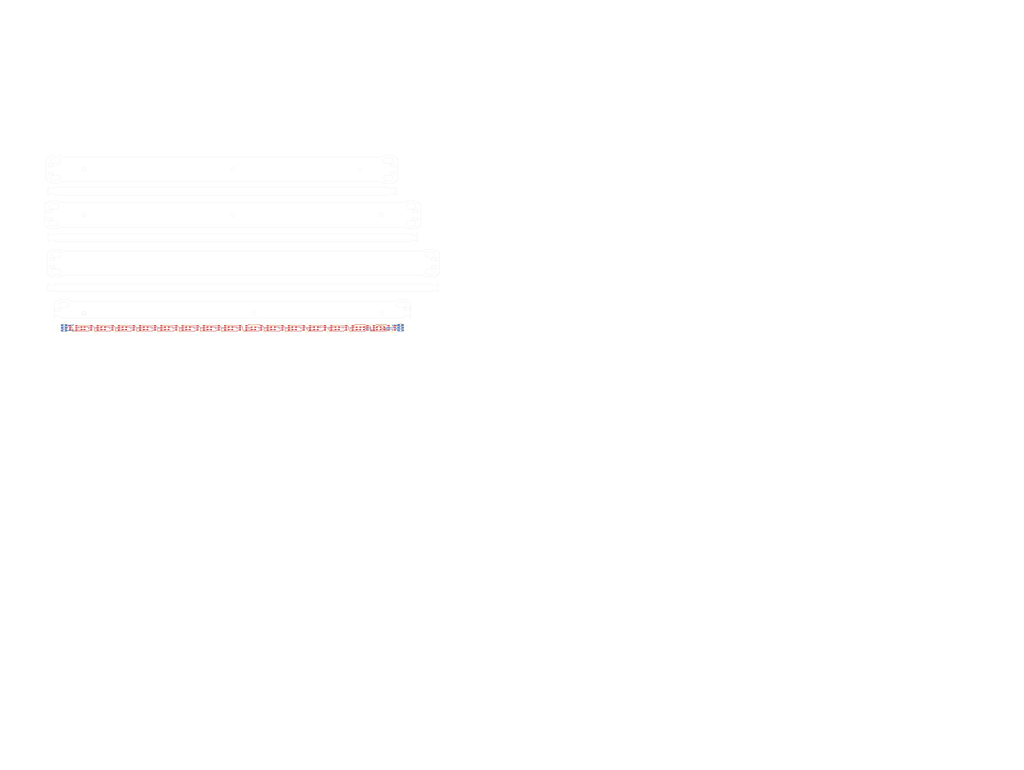
<source format=kicad_pcb>
(kicad_pcb (version 20171130) (host pcbnew "(5.0.0-3-g5ebb6b6)")
  (layers (0 F.Cu signal) (1 In1.Cu power) (2 In2.Cu power) (31 B.Cu signal) (34 B.Paste user) (35 F.Paste user) (36 B.SilkS user) (37 F.SilkS user) (38 B.Mask user) (39 F.Mask user) (44 Edge.Cuts user))
  (net 0 "")
  (net 1 +5V)
  (net 2 "Net-(D1-Pad4)")
  (net 3 GND)
  (net 4 "Net-(D10-Pad4)")
  (net 5 "Net-(D12-Pad3)")
  (net 6 "Net-(C12-Pad1)")
  (net 7 "Net-(C11-Pad1)")
  (net 8 "Net-(C10-Pad1)")
  (net 9 "Net-(C9-Pad1)")
  (net 10 "Net-(C8-Pad1)")
  (net 11 "Net-(C7-Pad1)")
  (net 12 "Net-(C6-Pad1)")
  (net 13 "Net-(C5-Pad1)")
  (net 14 "Net-(C4-Pad1)")
  (net 15 "Net-(C3-Pad1)")
  (net 16 "Net-(C2-Pad1)")
  (net 17 "Net-(C1-Pad1)")
  (net 18 "Net-(D2-Pad3)")
  (net 19 "Net-(D1-Pad3)")
  (net 20 "Net-(D3-Pad3)")
  (net 21 "Net-(D4-Pad3)")
  (net 22 "Net-(D5-Pad3)")
  (net 23 "Net-(D6-Pad3)")
  (net 24 "Net-(D7-Pad3)")
  (net 25 "Net-(D10-Pad6)")
  (net 26 "Net-(D10-Pad3)")
  (net 27 "Net-(D11-Pad3)")
  (net 28 "Net-(C16-Pad1)")
  (net 29 "Net-(C15-Pad1)")
  (net 30 "Net-(C14-Pad1)")
  (net 31 "Net-(C13-Pad1)")
  (net 32 "Net-(D13-Pad3)")
  (net 33 "Net-(D14-Pad3)")
  (net 34 "Net-(D15-Pad3)")
  (net 35 "Net-(D16-Pad3)")
  (module Resistor_SMD:R_0805_2012Metric (layer F.Cu) (at 313.69 199.39 270)
    (fp_text reference R16 (at -2.34442 0.13308) (layer F.SilkS))
    (fp_text value 330)
    (pad 2 smd roundrect (at 0.9375 0 270) (size 0.975 1.4) (layers F.Cu F.Paste F.Mask) (net 28 "Net-(C16-Pad1)"))
    (pad 1 smd roundrect (at -0.9375 0 270) (size 0.975 1.4) (layers F.Cu F.Paste F.Mask) (net 1 +5V))
  )
  (module Resistor_SMD:R_0805_2012Metric (layer F.Cu) (at 76.2 199.39 270)
    (fp_text reference R1 (at -2.3645 0) (layer F.SilkS))
    (fp_text value 330)
    (pad 2 smd roundrect (at 0.9375 0 270) (size 0.975 1.4) (layers F.Cu F.Paste F.Mask) (net 17 "Net-(C1-Pad1)"))
    (pad 1 smd roundrect (at -0.9375 0 270) (size 0.975 1.4) (layers F.Cu F.Paste F.Mask) (net 1 +5V))
  )
  (module Capacitor_SMD:C_0805_2012Metric (layer F.Cu) (at 278.08428 199.4304 90)
    (fp_text reference C13 (at 2.34442 0.001 180) (layer F.SilkS))
    (fp_text value 100NF)
    (pad 1 smd roundrect (at -0.9375 0 90) (size 0.975 1.4) (layers F.Cu F.Paste F.Mask) (net 31 "Net-(C13-Pad1)"))
    (pad 2 smd roundrect (at 0.9375 0 90) (size 0.975 1.4) (layers F.Cu F.Paste F.Mask) (net 3 GND))
  )
  (module Capacitor_SMD:C_0805_2012Metric (layer F.Cu) (at 294.750946 199.4304 90)
    (fp_text reference C14 (at 2.34442 0.001 180) (layer F.SilkS))
    (fp_text value 100NF)
    (pad 2 smd roundrect (at 0.9375 0 90) (size 0.975 1.4) (layers F.Cu F.Paste F.Mask) (net 3 GND))
    (pad 1 smd roundrect (at -0.9375 0 90) (size 0.975 1.4) (layers F.Cu F.Paste F.Mask) (net 30 "Net-(C14-Pad1)"))
  )
  (module Capacitor_SMD:C_0805_2012Metric (layer F.Cu) (at 297.688 199.4304 90)
    (fp_text reference C15 (at 2.34442 0.001 180) (layer F.SilkS))
    (fp_text value 100NF)
    (pad 1 smd roundrect (at -0.9375 0 90) (size 0.975 1.4) (layers F.Cu F.Paste F.Mask) (net 29 "Net-(C15-Pad1)"))
    (pad 2 smd roundrect (at 0.9375 0 90) (size 0.975 1.4) (layers F.Cu F.Paste F.Mask) (net 3 GND))
  )
  (module Capacitor_SMD:C_0805_2012Metric (layer F.Cu) (at 310.642 199.39 90)
    (fp_text reference C16 (at 2.34442 0.001 180) (layer F.SilkS))
    (fp_text value 100NF)
    (pad 2 smd roundrect (at 0.9375 0 90) (size 0.975 1.4) (layers F.Cu F.Paste F.Mask) (net 3 GND))
    (pad 1 smd roundrect (at -0.9375 0 90) (size 0.975 1.4) (layers F.Cu F.Paste F.Mask) (net 28 "Net-(C16-Pad1)"))
  )
  (module LED_SMD:LED_WS2812_PLCC6_5.0x5.0mm_P1.6mm (layer F.Cu) (at 319.594782 199.02424 180)
    (fp_text reference D16 (at 0 -3.5 180) (layer F.SilkS))
    (fp_text value WS2813)
    (pad 1 smd rect (at -2.45 -1.6 180) (size 1.5 1) (layers F.Cu F.Paste F.Mask) (net 28 "Net-(C16-Pad1)"))
    (pad 2 smd rect (at -2.45 0 180) (size 1.5 1) (layers F.Cu F.Paste F.Mask) (net 1 +5V))
    (pad 3 smd rect (at -2.45 1.6 180) (size 1.5 1) (layers F.Cu F.Paste F.Mask) (net 35 "Net-(D16-Pad3)"))
    (pad 6 smd rect (at 2.45 -1.6 180) (size 1.5 1) (layers F.Cu F.Paste F.Mask) (net 33 "Net-(D14-Pad3)"))
    (pad 5 smd rect (at 2.45 0 180) (size 1.5 1) (layers F.Cu F.Paste F.Mask) (net 3 GND))
    (pad 4 smd rect (at 2.45 1.6 180) (size 1.5 1) (layers F.Cu F.Paste F.Mask) (net 34 "Net-(D15-Pad3)"))
  )
  (module LED_SMD:LED_WS2812_PLCC6_5.0x5.0mm_P1.6mm (layer F.Cu) (at 302.928117 199.02424 180)
    (fp_text reference D15 (at 0 -3.5 180) (layer F.SilkS))
    (fp_text value WS2813)
    (pad 4 smd rect (at 2.45 1.6 180) (size 1.5 1) (layers F.Cu F.Paste F.Mask) (net 33 "Net-(D14-Pad3)"))
    (pad 5 smd rect (at 2.45 0 180) (size 1.5 1) (layers F.Cu F.Paste F.Mask) (net 3 GND))
    (pad 6 smd rect (at 2.45 -1.6 180) (size 1.5 1) (layers F.Cu F.Paste F.Mask) (net 32 "Net-(D13-Pad3)"))
    (pad 3 smd rect (at -2.45 1.6 180) (size 1.5 1) (layers F.Cu F.Paste F.Mask) (net 34 "Net-(D15-Pad3)"))
    (pad 2 smd rect (at -2.45 0 180) (size 1.5 1) (layers F.Cu F.Paste F.Mask) (net 1 +5V))
    (pad 1 smd rect (at -2.45 -1.6 180) (size 1.5 1) (layers F.Cu F.Paste F.Mask) (net 29 "Net-(C15-Pad1)"))
  )
  (module LED_SMD:LED_WS2812_PLCC6_5.0x5.0mm_P1.6mm (layer F.Cu) (at 286.261452 199.02424 180)
    (fp_text reference D14 (at 0 -3.5 180) (layer F.SilkS))
    (fp_text value WS2813)
    (pad 1 smd rect (at -2.45 -1.6 180) (size 1.5 1) (layers F.Cu F.Paste F.Mask) (net 30 "Net-(C14-Pad1)"))
    (pad 2 smd rect (at -2.45 0 180) (size 1.5 1) (layers F.Cu F.Paste F.Mask) (net 1 +5V))
    (pad 3 smd rect (at -2.45 1.6 180) (size 1.5 1) (layers F.Cu F.Paste F.Mask) (net 33 "Net-(D14-Pad3)"))
    (pad 6 smd rect (at 2.45 -1.6 180) (size 1.5 1) (layers F.Cu F.Paste F.Mask) (net 5 "Net-(D12-Pad3)"))
    (pad 5 smd rect (at 2.45 0 180) (size 1.5 1) (layers F.Cu F.Paste F.Mask) (net 3 GND))
    (pad 4 smd rect (at 2.45 1.6 180) (size 1.5 1) (layers F.Cu F.Paste F.Mask) (net 32 "Net-(D13-Pad3)"))
  )
  (module LED_SMD:LED_WS2812_PLCC6_5.0x5.0mm_P1.6mm (layer F.Cu) (at 269.594787 199.02424 180)
    (fp_text reference D13 (at 0 -3.5 180) (layer F.SilkS))
    (fp_text value WS2813)
    (pad 4 smd rect (at 2.45 1.6 180) (size 1.5 1) (layers F.Cu F.Paste F.Mask) (net 5 "Net-(D12-Pad3)"))
    (pad 5 smd rect (at 2.45 0 180) (size 1.5 1) (layers F.Cu F.Paste F.Mask) (net 3 GND))
    (pad 6 smd rect (at 2.45 -1.6 180) (size 1.5 1) (layers F.Cu F.Paste F.Mask) (net 27 "Net-(D11-Pad3)"))
    (pad 3 smd rect (at -2.45 1.6 180) (size 1.5 1) (layers F.Cu F.Paste F.Mask) (net 32 "Net-(D13-Pad3)"))
    (pad 2 smd rect (at -2.45 0 180) (size 1.5 1) (layers F.Cu F.Paste F.Mask) (net 1 +5V))
    (pad 1 smd rect (at -2.45 -1.6 180) (size 1.5 1) (layers F.Cu F.Paste F.Mask) (net 31 "Net-(C13-Pad1)"))
  )
  (module Resistor_SMD:R_0805_2012Metric (layer F.Cu) (at 275.34362 199.4304 270)
    (fp_text reference R13 (at -2.34442 0.13308) (layer F.SilkS))
    (fp_text value 330)
    (pad 1 smd roundrect (at -0.9375 0 270) (size 0.975 1.4) (layers F.Cu F.Paste F.Mask) (net 1 +5V))
    (pad 2 smd roundrect (at 0.9375 0 270) (size 0.975 1.4) (layers F.Cu F.Paste F.Mask) (net 31 "Net-(C13-Pad1)"))
  )
  (module Resistor_SMD:R_0805_2012Metric (layer F.Cu) (at 292.010286 199.4304 270)
    (fp_text reference R14 (at -2.34442 0.13308) (layer F.SilkS))
    (fp_text value 330)
    (pad 2 smd roundrect (at 0.9375 0 270) (size 0.975 1.4) (layers F.Cu F.Paste F.Mask) (net 30 "Net-(C14-Pad1)"))
    (pad 1 smd roundrect (at -0.9375 0 270) (size 0.975 1.4) (layers F.Cu F.Paste F.Mask) (net 1 +5V))
  )
  (module Resistor_SMD:R_0805_2012Metric (layer F.Cu) (at 307.848 199.39 270)
    (fp_text reference R15 (at -2.34442 0.13308) (layer F.SilkS))
    (fp_text value 330)
    (pad 1 smd roundrect (at -0.9375 0 270) (size 0.975 1.4) (layers F.Cu F.Paste F.Mask) (net 1 +5V))
    (pad 2 smd roundrect (at 0.9375 0 270) (size 0.975 1.4) (layers F.Cu F.Paste F.Mask) (net 29 "Net-(C15-Pad1)"))
  )
  (module YonaFootprints:1x3_18awgWireSolderPad-5mm (layer F.Cu) (at 62.48654 196.99478)
    (fp_text reference J1 (at 0 -2.159) (layer F.SilkS))
    (fp_text value IN)
    (pad 3 thru_hole oval (at 0 4.064) (size 5.08 1.524) (drill oval 1.27) (layers *.Cu *.Mask) (net 3 GND))
    (pad 2 thru_hole oval (at 0 2.032) (size 5.08 1.524) (drill oval 1.27) (layers *.Cu *.Mask) (net 2 "Net-(D1-Pad4)"))
    (pad 1 thru_hole oval (at 0 0) (size 5.08 1.524) (drill oval 1.27) (layers *.Cu *.Mask) (net 1 +5V))
  )
  (module Capacitor_SMD:C_0805_2012Metric (layer F.Cu) (at 194.422912 199.4304 90)
    (fp_text reference C8 (at 2.54 -0.126 180) (layer F.SilkS))
    (fp_text value 100NF)
    (pad 2 smd roundrect (at 0.9375 0 90) (size 0.975 1.4) (layers F.Cu F.Paste F.Mask) (net 3 GND))
    (pad 1 smd roundrect (at -0.9375 0 90) (size 0.975 1.4) (layers F.Cu F.Paste F.Mask) (net 10 "Net-(C8-Pad1)"))
  )
  (module Capacitor_SMD:C_0805_2012Metric (layer F.Cu) (at 212.344 199.39 90)
    (fp_text reference C9 (at 2.54 -0.126 180) (layer F.SilkS))
    (fp_text value 100NF)
    (pad 2 smd roundrect (at 0.9375 0 90) (size 0.975 1.4) (layers F.Cu F.Paste F.Mask) (net 3 GND))
    (pad 1 smd roundrect (at -0.9375 0 90) (size 0.975 1.4) (layers F.Cu F.Paste F.Mask) (net 9 "Net-(C9-Pad1)"))
  )
  (module Capacitor_SMD:C_0805_2012Metric (layer F.Cu) (at 227.715384 199.4304 90)
    (fp_text reference C10 (at 2.54 -0.126 180) (layer F.SilkS))
    (fp_text value 100NF)
    (pad 2 smd roundrect (at 0.9375 0 90) (size 0.975 1.4) (layers F.Cu F.Paste F.Mask) (net 3 GND))
    (pad 1 smd roundrect (at -0.9375 0 90) (size 0.975 1.4) (layers F.Cu F.Paste F.Mask) (net 8 "Net-(C10-Pad1)"))
  )
  (module Capacitor_SMD:C_0805_2012Metric (layer F.Cu) (at 244.36162 199.4304 90)
    (fp_text reference C11 (at 2.54 -0.126 180) (layer F.SilkS))
    (fp_text value 100NF)
    (pad 2 smd roundrect (at 0.9375 0 90) (size 0.975 1.4) (layers F.Cu F.Paste F.Mask) (net 3 GND))
    (pad 1 smd roundrect (at -0.9375 0 90) (size 0.975 1.4) (layers F.Cu F.Paste F.Mask) (net 7 "Net-(C11-Pad1)"))
  )
  (module Capacitor_SMD:C_0805_2012Metric (layer F.Cu) (at 261.46276 199.4304 90)
    (fp_text reference C12 (at 2.6185 -0.0485 180) (layer F.SilkS))
    (fp_text value 100NF)
    (pad 2 smd roundrect (at 0.9375 0 90) (size 0.975 1.4) (layers F.Cu F.Paste F.Mask) (net 3 GND))
    (pad 1 smd roundrect (at -0.9375 0 90) (size 0.975 1.4) (layers F.Cu F.Paste F.Mask) (net 6 "Net-(C12-Pad1)"))
  )
  (module LED_SMD:LED_WS2812_PLCC6_5.0x5.0mm_P1.6mm (layer F.Cu) (at 69.60362 199.02424 180)
    (fp_text reference D1 (at 0 -3.5 180) (layer F.SilkS))
    (fp_text value WS2813)
    (pad 1 smd rect (at -2.45 -1.6 180) (size 1.5 1) (layers F.Cu F.Paste F.Mask) (net 17 "Net-(C1-Pad1)"))
    (pad 2 smd rect (at -2.45 0 180) (size 1.5 1) (layers F.Cu F.Paste F.Mask) (net 1 +5V))
    (pad 3 smd rect (at -2.45 1.6 180) (size 1.5 1) (layers F.Cu F.Paste F.Mask) (net 19 "Net-(D1-Pad3)"))
    (pad 6 smd rect (at 2.45 -1.6 180) (size 1.5 1) (layers F.Cu F.Paste F.Mask) (net 3 GND))
    (pad 5 smd rect (at 2.45 0 180) (size 1.5 1) (layers F.Cu F.Paste F.Mask) (net 3 GND))
    (pad 4 smd rect (at 2.45 1.6 180) (size 1.5 1) (layers F.Cu F.Paste F.Mask) (net 2 "Net-(D1-Pad4)"))
  )
  (module LED_SMD:LED_WS2812_PLCC6_5.0x5.0mm_P1.6mm (layer F.Cu) (at 86.269483 199.02424 180)
    (fp_text reference D2 (at 0 -3.5 180) (layer F.SilkS))
    (fp_text value WS2813)
    (pad 1 smd rect (at -2.45 -1.6 180) (size 1.5 1) (layers F.Cu F.Paste F.Mask) (net 16 "Net-(C2-Pad1)"))
    (pad 2 smd rect (at -2.45 0 180) (size 1.5 1) (layers F.Cu F.Paste F.Mask) (net 1 +5V))
    (pad 3 smd rect (at -2.45 1.6 180) (size 1.5 1) (layers F.Cu F.Paste F.Mask) (net 18 "Net-(D2-Pad3)"))
    (pad 6 smd rect (at 2.45 -1.6 180) (size 1.5 1) (layers F.Cu F.Paste F.Mask) (net 2 "Net-(D1-Pad4)"))
    (pad 5 smd rect (at 2.45 0 180) (size 1.5 1) (layers F.Cu F.Paste F.Mask) (net 3 GND))
    (pad 4 smd rect (at 2.45 1.6 180) (size 1.5 1) (layers F.Cu F.Paste F.Mask) (net 19 "Net-(D1-Pad3)"))
  )
  (module LED_SMD:LED_WS2812_PLCC6_5.0x5.0mm_P1.6mm (layer F.Cu) (at 252.92812 199.02424 180)
    (fp_text reference D12 (at 0 -3.5 180) (layer F.SilkS))
    (fp_text value WS2813)
    (pad 1 smd rect (at -2.45 -1.6 180) (size 1.5 1) (layers F.Cu F.Paste F.Mask) (net 6 "Net-(C12-Pad1)"))
    (pad 2 smd rect (at -2.45 0 180) (size 1.5 1) (layers F.Cu F.Paste F.Mask) (net 1 +5V))
    (pad 3 smd rect (at -2.45 1.6 180) (size 1.5 1) (layers F.Cu F.Paste F.Mask) (net 5 "Net-(D12-Pad3)"))
    (pad 6 smd rect (at 2.45 -1.6 180) (size 1.5 1) (layers F.Cu F.Paste F.Mask) (net 26 "Net-(D10-Pad3)"))
    (pad 5 smd rect (at 2.45 0 180) (size 1.5 1) (layers F.Cu F.Paste F.Mask) (net 3 GND))
    (pad 4 smd rect (at 2.45 1.6 180) (size 1.5 1) (layers F.Cu F.Paste F.Mask) (net 27 "Net-(D11-Pad3)"))
  )
  (module LED_SMD:LED_WS2812_PLCC6_5.0x5.0mm_P1.6mm (layer F.Cu) (at 236.26225 199.02424 180)
    (fp_text reference D11 (at 0 -3.5 180) (layer F.SilkS))
    (fp_text value WS2813)
    (pad 1 smd rect (at -2.45 -1.6 180) (size 1.5 1) (layers F.Cu F.Paste F.Mask) (net 7 "Net-(C11-Pad1)"))
    (pad 2 smd rect (at -2.45 0 180) (size 1.5 1) (layers F.Cu F.Paste F.Mask) (net 1 +5V))
    (pad 3 smd rect (at -2.45 1.6 180) (size 1.5 1) (layers F.Cu F.Paste F.Mask) (net 27 "Net-(D11-Pad3)"))
    (pad 6 smd rect (at 2.45 -1.6 180) (size 1.5 1) (layers F.Cu F.Paste F.Mask) (net 4 "Net-(D10-Pad4)"))
    (pad 5 smd rect (at 2.45 0 180) (size 1.5 1) (layers F.Cu F.Paste F.Mask) (net 3 GND))
    (pad 4 smd rect (at 2.45 1.6 180) (size 1.5 1) (layers F.Cu F.Paste F.Mask) (net 26 "Net-(D10-Pad3)"))
  )
  (module LED_SMD:LED_WS2812_PLCC6_5.0x5.0mm_P1.6mm (layer F.Cu) (at 219.596387 199.02424 180)
    (fp_text reference D10 (at 0 -3.5 180) (layer F.SilkS))
    (fp_text value WS2813)
    (pad 1 smd rect (at -2.45 -1.6 180) (size 1.5 1) (layers F.Cu F.Paste F.Mask) (net 8 "Net-(C10-Pad1)"))
    (pad 2 smd rect (at -2.45 0 180) (size 1.5 1) (layers F.Cu F.Paste F.Mask) (net 1 +5V))
    (pad 3 smd rect (at -2.45 1.6 180) (size 1.5 1) (layers F.Cu F.Paste F.Mask) (net 26 "Net-(D10-Pad3)"))
    (pad 6 smd rect (at 2.45 -1.6 180) (size 1.5 1) (layers F.Cu F.Paste F.Mask) (net 25 "Net-(D10-Pad6)"))
    (pad 5 smd rect (at 2.45 0 180) (size 1.5 1) (layers F.Cu F.Paste F.Mask) (net 3 GND))
    (pad 4 smd rect (at 2.45 1.6 180) (size 1.5 1) (layers F.Cu F.Paste F.Mask) (net 4 "Net-(D10-Pad4)"))
  )
  (module LED_SMD:LED_WS2812_PLCC6_5.0x5.0mm_P1.6mm (layer F.Cu) (at 202.930524 199.02424 180)
    (fp_text reference D9 (at 0 -3.5 180) (layer F.SilkS))
    (fp_text value WS2813)
    (pad 1 smd rect (at -2.45 -1.6 180) (size 1.5 1) (layers F.Cu F.Paste F.Mask) (net 9 "Net-(C9-Pad1)"))
    (pad 2 smd rect (at -2.45 0 180) (size 1.5 1) (layers F.Cu F.Paste F.Mask) (net 1 +5V))
    (pad 3 smd rect (at -2.45 1.6 180) (size 1.5 1) (layers F.Cu F.Paste F.Mask) (net 4 "Net-(D10-Pad4)"))
    (pad 6 smd rect (at 2.45 -1.6 180) (size 1.5 1) (layers F.Cu F.Paste F.Mask) (net 24 "Net-(D7-Pad3)"))
    (pad 5 smd rect (at 2.45 0 180) (size 1.5 1) (layers F.Cu F.Paste F.Mask) (net 3 GND))
    (pad 4 smd rect (at 2.45 1.6 180) (size 1.5 1) (layers F.Cu F.Paste F.Mask) (net 25 "Net-(D10-Pad6)"))
  )
  (module LED_SMD:LED_WS2812_PLCC6_5.0x5.0mm_P1.6mm (layer F.Cu) (at 186.264661 199.02424 180)
    (fp_text reference D8 (at 0 -3.5 180) (layer F.SilkS))
    (fp_text value WS2813)
    (pad 1 smd rect (at -2.45 -1.6 180) (size 1.5 1) (layers F.Cu F.Paste F.Mask) (net 10 "Net-(C8-Pad1)"))
    (pad 2 smd rect (at -2.45 0 180) (size 1.5 1) (layers F.Cu F.Paste F.Mask) (net 1 +5V))
    (pad 3 smd rect (at -2.45 1.6 180) (size 1.5 1) (layers F.Cu F.Paste F.Mask) (net 25 "Net-(D10-Pad6)"))
    (pad 6 smd rect (at 2.45 -1.6 180) (size 1.5 1) (layers F.Cu F.Paste F.Mask) (net 23 "Net-(D6-Pad3)"))
    (pad 5 smd rect (at 2.45 0 180) (size 1.5 1) (layers F.Cu F.Paste F.Mask) (net 3 GND))
    (pad 4 smd rect (at 2.45 1.6 180) (size 1.5 1) (layers F.Cu F.Paste F.Mask) (net 24 "Net-(D7-Pad3)"))
  )
  (module LED_SMD:LED_WS2812_PLCC6_5.0x5.0mm_P1.6mm (layer F.Cu) (at 169.598798 199.02424 180)
    (fp_text reference D7 (at 0 -3.5 180) (layer F.SilkS))
    (fp_text value WS2813)
    (pad 1 smd rect (at -2.45 -1.6 180) (size 1.5 1) (layers F.Cu F.Paste F.Mask) (net 11 "Net-(C7-Pad1)"))
    (pad 2 smd rect (at -2.45 0 180) (size 1.5 1) (layers F.Cu F.Paste F.Mask) (net 1 +5V))
    (pad 3 smd rect (at -2.45 1.6 180) (size 1.5 1) (layers F.Cu F.Paste F.Mask) (net 24 "Net-(D7-Pad3)"))
    (pad 6 smd rect (at 2.45 -1.6 180) (size 1.5 1) (layers F.Cu F.Paste F.Mask) (net 22 "Net-(D5-Pad3)"))
    (pad 5 smd rect (at 2.45 0 180) (size 1.5 1) (layers F.Cu F.Paste F.Mask) (net 3 GND))
    (pad 4 smd rect (at 2.45 1.6 180) (size 1.5 1) (layers F.Cu F.Paste F.Mask) (net 23 "Net-(D6-Pad3)"))
  )
  (module LED_SMD:LED_WS2812_PLCC6_5.0x5.0mm_P1.6mm (layer F.Cu) (at 152.932935 199.02424 180)
    (fp_text reference D6 (at 0 -3.5 180) (layer F.SilkS))
    (fp_text value WS2813)
    (pad 1 smd rect (at -2.45 -1.6 180) (size 1.5 1) (layers F.Cu F.Paste F.Mask) (net 12 "Net-(C6-Pad1)"))
    (pad 2 smd rect (at -2.45 0 180) (size 1.5 1) (layers F.Cu F.Paste F.Mask) (net 1 +5V))
    (pad 3 smd rect (at -2.45 1.6 180) (size 1.5 1) (layers F.Cu F.Paste F.Mask) (net 23 "Net-(D6-Pad3)"))
    (pad 6 smd rect (at 2.45 -1.6 180) (size 1.5 1) (layers F.Cu F.Paste F.Mask) (net 21 "Net-(D4-Pad3)"))
    (pad 5 smd rect (at 2.45 0 180) (size 1.5 1) (layers F.Cu F.Paste F.Mask) (net 3 GND))
    (pad 4 smd rect (at 2.45 1.6 180) (size 1.5 1) (layers F.Cu F.Paste F.Mask) (net 22 "Net-(D5-Pad3)"))
  )
  (module LED_SMD:LED_WS2812_PLCC6_5.0x5.0mm_P1.6mm (layer F.Cu) (at 136.267072 199.02424 180)
    (fp_text reference D5 (at 0 -3.5 180) (layer F.SilkS))
    (fp_text value WS2813)
    (pad 1 smd rect (at -2.45 -1.6 180) (size 1.5 1) (layers F.Cu F.Paste F.Mask) (net 13 "Net-(C5-Pad1)"))
    (pad 2 smd rect (at -2.45 0 180) (size 1.5 1) (layers F.Cu F.Paste F.Mask) (net 1 +5V))
    (pad 3 smd rect (at -2.45 1.6 180) (size 1.5 1) (layers F.Cu F.Paste F.Mask) (net 22 "Net-(D5-Pad3)"))
    (pad 6 smd rect (at 2.45 -1.6 180) (size 1.5 1) (layers F.Cu F.Paste F.Mask) (net 20 "Net-(D3-Pad3)"))
    (pad 5 smd rect (at 2.45 0 180) (size 1.5 1) (layers F.Cu F.Paste F.Mask) (net 3 GND))
    (pad 4 smd rect (at 2.45 1.6 180) (size 1.5 1) (layers F.Cu F.Paste F.Mask) (net 21 "Net-(D4-Pad3)"))
  )
  (module LED_SMD:LED_WS2812_PLCC6_5.0x5.0mm_P1.6mm (layer F.Cu) (at 119.601209 199.02424 180)
    (fp_text reference D4 (at 0 -3.5 180) (layer F.SilkS))
    (fp_text value WS2813)
    (pad 1 smd rect (at -2.45 -1.6 180) (size 1.5 1) (layers F.Cu F.Paste F.Mask) (net 14 "Net-(C4-Pad1)"))
    (pad 2 smd rect (at -2.45 0 180) (size 1.5 1) (layers F.Cu F.Paste F.Mask) (net 1 +5V))
    (pad 3 smd rect (at -2.45 1.6 180) (size 1.5 1) (layers F.Cu F.Paste F.Mask) (net 21 "Net-(D4-Pad3)"))
    (pad 6 smd rect (at 2.45 -1.6 180) (size 1.5 1) (layers F.Cu F.Paste F.Mask) (net 18 "Net-(D2-Pad3)"))
    (pad 5 smd rect (at 2.45 0 180) (size 1.5 1) (layers F.Cu F.Paste F.Mask) (net 3 GND))
    (pad 4 smd rect (at 2.45 1.6 180) (size 1.5 1) (layers F.Cu F.Paste F.Mask) (net 20 "Net-(D3-Pad3)"))
  )
  (module LED_SMD:LED_WS2812_PLCC6_5.0x5.0mm_P1.6mm (layer F.Cu) (at 102.935346 199.02424 180)
    (fp_text reference D3 (at 0 -3.5 180) (layer F.SilkS))
    (fp_text value WS2813)
    (pad 1 smd rect (at -2.45 -1.6 180) (size 1.5 1) (layers F.Cu F.Paste F.Mask) (net 15 "Net-(C3-Pad1)"))
    (pad 2 smd rect (at -2.45 0 180) (size 1.5 1) (layers F.Cu F.Paste F.Mask) (net 1 +5V))
    (pad 3 smd rect (at -2.45 1.6 180) (size 1.5 1) (layers F.Cu F.Paste F.Mask) (net 20 "Net-(D3-Pad3)"))
    (pad 6 smd rect (at 2.45 -1.6 180) (size 1.5 1) (layers F.Cu F.Paste F.Mask) (net 19 "Net-(D1-Pad3)"))
    (pad 5 smd rect (at 2.45 0 180) (size 1.5 1) (layers F.Cu F.Paste F.Mask) (net 3 GND))
    (pad 4 smd rect (at 2.45 1.6 180) (size 1.5 1) (layers F.Cu F.Paste F.Mask) (net 18 "Net-(D2-Pad3)"))
  )
  (module Resistor_SMD:R_0805_2012Metric (layer F.Cu) (at 91.751496 199.4304 270)
    (fp_text reference R2 (at -2.54 -0.126) (layer F.SilkS))
    (fp_text value 330)
    (pad 2 smd roundrect (at 0.9375 0 270) (size 0.975 1.4) (layers F.Cu F.Paste F.Mask) (net 16 "Net-(C2-Pad1)"))
    (pad 1 smd roundrect (at -0.9375 0 270) (size 0.975 1.4) (layers F.Cu F.Paste F.Mask) (net 1 +5V))
  )
  (module Resistor_SMD:R_0805_2012Metric (layer F.Cu) (at 108.397732 199.4304 270)
    (fp_text reference R3 (at -2.54 -0.126) (layer F.SilkS))
    (fp_text value 330)
    (pad 2 smd roundrect (at 0.9375 0 270) (size 0.975 1.4) (layers F.Cu F.Paste F.Mask) (net 15 "Net-(C3-Pad1)"))
    (pad 1 smd roundrect (at -0.9375 0 270) (size 0.975 1.4) (layers F.Cu F.Paste F.Mask) (net 1 +5V))
  )
  (module Resistor_SMD:R_0805_2012Metric (layer F.Cu) (at 125.043968 199.4304 270)
    (fp_text reference R4 (at -2.54 -0.126) (layer F.SilkS))
    (fp_text value 330)
    (pad 2 smd roundrect (at 0.9375 0 270) (size 0.975 1.4) (layers F.Cu F.Paste F.Mask) (net 14 "Net-(C4-Pad1)"))
    (pad 1 smd roundrect (at -0.9375 0 270) (size 0.975 1.4) (layers F.Cu F.Paste F.Mask) (net 1 +5V))
  )
  (module Resistor_SMD:R_0805_2012Metric (layer F.Cu) (at 141.690204 199.4304 270)
    (fp_text reference R5 (at -2.54 -0.126) (layer F.SilkS))
    (fp_text value 330)
    (pad 2 smd roundrect (at 0.9375 0 270) (size 0.975 1.4) (layers F.Cu F.Paste F.Mask) (net 13 "Net-(C5-Pad1)"))
    (pad 1 smd roundrect (at -0.9375 0 270) (size 0.975 1.4) (layers F.Cu F.Paste F.Mask) (net 1 +5V))
  )
  (module Resistor_SMD:R_0805_2012Metric (layer F.Cu) (at 158.33644 199.4304 270)
    (fp_text reference R6 (at -2.54 -0.126) (layer F.SilkS))
    (fp_text value 330)
    (pad 2 smd roundrect (at 0.9375 0 270) (size 0.975 1.4) (layers F.Cu F.Paste F.Mask) (net 12 "Net-(C6-Pad1)"))
    (pad 1 smd roundrect (at -0.9375 0 270) (size 0.975 1.4) (layers F.Cu F.Paste F.Mask) (net 1 +5V))
  )
  (module Resistor_SMD:R_0805_2012Metric (layer F.Cu) (at 174.982676 199.4304 270)
    (fp_text reference R7 (at -2.54 -0.126) (layer F.SilkS))
    (fp_text value 330)
    (pad 2 smd roundrect (at 0.9375 0 270) (size 0.975 1.4) (layers F.Cu F.Paste F.Mask) (net 11 "Net-(C7-Pad1)"))
    (pad 1 smd roundrect (at -0.9375 0 270) (size 0.975 1.4) (layers F.Cu F.Paste F.Mask) (net 1 +5V))
  )
  (module Resistor_SMD:R_0805_2012Metric (layer F.Cu) (at 191.628912 199.4304 270)
    (fp_text reference R8 (at -2.54 -0.126) (layer F.SilkS))
    (fp_text value 330)
    (pad 2 smd roundrect (at 0.9375 0 270) (size 0.975 1.4) (layers F.Cu F.Paste F.Mask) (net 10 "Net-(C8-Pad1)"))
    (pad 1 smd roundrect (at -0.9375 0 270) (size 0.975 1.4) (layers F.Cu F.Paste F.Mask) (net 1 +5V))
  )
  (module Resistor_SMD:R_0805_2012Metric (layer F.Cu) (at 209.55 199.39 270)
    (fp_text reference R9 (at -2.54 -0.126) (layer F.SilkS))
    (fp_text value 330)
    (pad 2 smd roundrect (at 0.9375 0 270) (size 0.975 1.4) (layers F.Cu F.Paste F.Mask) (net 9 "Net-(C9-Pad1)"))
    (pad 1 smd roundrect (at -0.9375 0 270) (size 0.975 1.4) (layers F.Cu F.Paste F.Mask) (net 1 +5V))
  )
  (module Resistor_SMD:R_0805_2012Metric (layer F.Cu) (at 224.921384 199.4304 270)
    (fp_text reference R10 (at -2.54 -0.126) (layer F.SilkS))
    (fp_text value 330)
    (pad 2 smd roundrect (at 0.9375 0 270) (size 0.975 1.4) (layers F.Cu F.Paste F.Mask) (net 8 "Net-(C10-Pad1)"))
    (pad 1 smd roundrect (at -0.9375 0 270) (size 0.975 1.4) (layers F.Cu F.Paste F.Mask) (net 1 +5V))
  )
  (module Resistor_SMD:R_0805_2012Metric (layer F.Cu) (at 241.56762 199.4304 270)
    (fp_text reference R11 (at -2.54 -0.126) (layer F.SilkS))
    (fp_text value 330)
    (pad 2 smd roundrect (at 0.9375 0 270) (size 0.975 1.4) (layers F.Cu F.Paste F.Mask) (net 7 "Net-(C11-Pad1)"))
    (pad 1 smd roundrect (at -0.9375 0 270) (size 0.975 1.4) (layers F.Cu F.Paste F.Mask) (net 1 +5V))
  )
  (module Resistor_SMD:R_0805_2012Metric (layer F.Cu) (at 258.57176 199.4304 270)
    (fp_text reference R12 (at -2.54 3.175) (layer F.SilkS))
    (fp_text value 330)
    (pad 2 smd roundrect (at 0.9375 0 270) (size 0.975 1.4) (layers F.Cu F.Paste F.Mask) (net 6 "Net-(C12-Pad1)"))
    (pad 1 smd roundrect (at -0.9375 0 270) (size 0.975 1.4) (layers F.Cu F.Paste F.Mask) (net 1 +5V))
  )
  (module Capacitor_SMD:C_0805_2012Metric (layer F.Cu) (at 177.776676 199.4304 90)
    (fp_text reference C7 (at 2.54 -0.126 180) (layer F.SilkS))
    (fp_text value 100NF)
    (pad 2 smd roundrect (at 0.9375 0 90) (size 0.975 1.4) (layers F.Cu F.Paste F.Mask) (net 3 GND))
    (pad 1 smd roundrect (at -0.9375 0 90) (size 0.975 1.4) (layers F.Cu F.Paste F.Mask) (net 11 "Net-(C7-Pad1)"))
  )
  (module Capacitor_SMD:C_0805_2012Metric (layer F.Cu) (at 161.13044 199.4304 90)
    (fp_text reference C6 (at 2.54 -0.126 180) (layer F.SilkS))
    (fp_text value 100NF)
    (pad 2 smd roundrect (at 0.9375 0 90) (size 0.975 1.4) (layers F.Cu F.Paste F.Mask) (net 3 GND))
    (pad 1 smd roundrect (at -0.9375 0 90) (size 0.975 1.4) (layers F.Cu F.Paste F.Mask) (net 12 "Net-(C6-Pad1)"))
  )
  (module Capacitor_SMD:C_0805_2012Metric (layer F.Cu) (at 144.484204 199.4304 90)
    (fp_text reference C5 (at 2.54 -0.126 180) (layer F.SilkS))
    (fp_text value 100NF)
    (pad 2 smd roundrect (at 0.9375 0 90) (size 0.975 1.4) (layers F.Cu F.Paste F.Mask) (net 3 GND))
    (pad 1 smd roundrect (at -0.9375 0 90) (size 0.975 1.4) (layers F.Cu F.Paste F.Mask) (net 13 "Net-(C5-Pad1)"))
  )
  (module Capacitor_SMD:C_0805_2012Metric (layer F.Cu) (at 127.837968 199.4304 90)
    (fp_text reference C4 (at 2.54 -0.126 180) (layer F.SilkS))
    (fp_text value 100NF)
    (pad 2 smd roundrect (at 0.9375 0 90) (size 0.975 1.4) (layers F.Cu F.Paste F.Mask) (net 3 GND))
    (pad 1 smd roundrect (at -0.9375 0 90) (size 0.975 1.4) (layers F.Cu F.Paste F.Mask) (net 14 "Net-(C4-Pad1)"))
  )
  (module Capacitor_SMD:C_0805_2012Metric (layer F.Cu) (at 111.191732 199.4304 90)
    (fp_text reference C3 (at 2.54 -0.126 180) (layer F.SilkS))
    (fp_text value 100NF)
    (pad 2 smd roundrect (at 0.9375 0 90) (size 0.975 1.4) (layers F.Cu F.Paste F.Mask) (net 3 GND))
    (pad 1 smd roundrect (at -0.9375 0 90) (size 0.975 1.4) (layers F.Cu F.Paste F.Mask) (net 15 "Net-(C3-Pad1)"))
  )
  (module Capacitor_SMD:C_0805_2012Metric (layer F.Cu) (at 94.545496 199.4304 90)
    (fp_text reference C2 (at 2.54 -0.126 180) (layer F.SilkS))
    (fp_text value 100NF)
    (pad 2 smd roundrect (at 0.9375 0 90) (size 0.975 1.4) (layers F.Cu F.Paste F.Mask) (net 3 GND))
    (pad 1 smd roundrect (at -0.9375 0 90) (size 0.975 1.4) (layers F.Cu F.Paste F.Mask) (net 16 "Net-(C2-Pad1)"))
  )
  (module Capacitor_SMD:C_0805_2012Metric (layer F.Cu) (at 78.486 199.39 90)
    (fp_text reference C1 (at 2.4615 0 180) (layer F.SilkS))
    (fp_text value 100NF)
    (pad 2 smd roundrect (at 0.9375 0 90) (size 0.975 1.4) (layers F.Cu F.Paste F.Mask) (net 3 GND))
    (pad 1 smd roundrect (at -0.9375 0 90) (size 0.975 1.4) (layers F.Cu F.Paste F.Mask) (net 17 "Net-(C1-Pad1)"))
  )
  (module YonaFootprints:1x3_18awgWireSolderPad-5mm (layer F.Cu) (at 326.39 196.85)
    (fp_text reference J2 (at 0 -2.159) (layer F.SilkS))
    (fp_text value OUT)
    (pad 3 thru_hole oval (at 0 4.064) (size 5.08 1.524) (drill oval 1.27) (layers *.Cu *.Mask) (net 3 GND))
    (pad 2 thru_hole oval (at 0 2.032) (size 5.08 1.524) (drill oval 1.27) (layers *.Cu *.Mask) (net 35 "Net-(D16-Pad3)"))
    (pad 1 thru_hole oval (at 0 0) (size 5.08 1.524) (drill oval 1.27) (layers *.Cu *.Mask) (net 1 +5V))
  )
  (gr_line (start 59.25 201.02403) (end 59.25 202.024034) (layer Edge.Cuts) (width 0.1))
  (gr_line (start 57.138404 201.02403) (end 59.25 201.02403) (layer Edge.Cuts) (width 0.1))
  (gr_line (start 57.138404 197.024038) (end 59.25 197.024038) (layer Edge.Cuts) (width 0.1))
  (gr_line (start 59.25 196.024034) (end 59.25 197.024038) (layer Edge.Cuts) (width 0.1))
  (gr_circle (center 211.24926 187.72632) (end 212.72246 187.72632) (layer Edge.Cuts) (width 0.1))
  (gr_circle (center 311.3405 187.6425) (end 312.8137 187.6425) (layer Edge.Cuts) (width 0.1))
  (gr_circle (center 311.277 110.363) (end 312.7502 110.363) (layer Edge.Cuts) (width 0.1))
  (gr_circle (center 294.5765 74.676) (end 296.0497 74.676) (layer Edge.Cuts) (width 0.1))
  (gr_circle (center 194.6275 74.6125) (end 196.1007 74.6125) (layer Edge.Cuts) (width 0.1))
  (gr_circle (center 194.564 110.4265) (end 196.0372 110.4265) (layer Edge.Cuts) (width 0.1))
  (gr_circle (center 77.9145 187.706) (end 79.3877 187.706) (layer Edge.Cuts) (width 0.1))
  (gr_circle (center 77.9145 74.6125) (end 79.3877 74.6125) (layer Edge.Cuts) (width 0.1))
  (gr_circle (center 77.9145 110.363) (end 79.3877 110.363) (layer Edge.Cuts) (width 0.1))
  (gr_circle (center 77.98816 187.66282) (end 79.46136 187.66282) (layer Edge.Cuts) (width 0.1))
  (gr_line (start 325.417808 183.188358) (end 324.722801 183.078358) (layer F.SilkS) (width 0.01))
  (gr_line (start 324.722801 183.078358) (end 324.095817 182.759058) (layer F.SilkS) (width 0.01))
  (gr_line (start 324.095817 182.759058) (end 323.598808 182.261759) (layer F.SilkS) (width 0.01))
  (gr_line (start 323.598808 182.261759) (end 323.279808 181.635058) (layer F.SilkS) (width 0.01))
  (gr_line (start 323.279808 181.635058) (end 323.169822 180.940458) (layer F.SilkS) (width 0.01))
  (gr_line (start 323.169822 180.940458) (end 323.279808 180.245859) (layer F.SilkS) (width 0.01))
  (gr_line (start 323.279808 180.245859) (end 323.598808 179.619158) (layer F.SilkS) (width 0.01))
  (gr_line (start 323.598808 179.619158) (end 324.095817 179.121859) (layer F.SilkS) (width 0.01))
  (gr_line (start 324.095817 179.121859) (end 324.722801 178.802559) (layer F.SilkS) (width 0.01))
  (gr_line (start 324.722801 178.802559) (end 325.417808 178.692558) (layer F.SilkS) (width 0.01))
  (gr_line (start 325.417808 178.692558) (end 328.417808 178.692558) (layer F.SilkS) (width 0.01))
  (gr_line (start 328.417808 178.692558) (end 329.111809 178.802559) (layer F.SilkS) (width 0.01))
  (gr_line (start 329.111809 178.802559) (end 329.738823 179.121859) (layer F.SilkS) (width 0.01))
  (gr_line (start 329.738823 179.121859) (end 330.235801 179.619158) (layer F.SilkS) (width 0.01))
  (gr_line (start 330.235801 179.619158) (end 330.554802 180.245859) (layer F.SilkS) (width 0.01))
  (gr_line (start 330.554802 180.245859) (end 330.664818 180.940458) (layer F.SilkS) (width 0.01))
  (gr_line (start 330.664818 180.940458) (end 330.554802 181.635058) (layer F.SilkS) (width 0.01))
  (gr_line (start 330.554802 181.635058) (end 330.235801 182.261759) (layer F.SilkS) (width 0.01))
  (gr_line (start 330.235801 182.261759) (end 329.738823 182.759058) (layer F.SilkS) (width 0.01))
  (gr_line (start 329.738823 182.759058) (end 329.111809 183.078358) (layer F.SilkS) (width 0.01))
  (gr_line (start 329.111809 183.078358) (end 328.417808 183.188358) (layer F.SilkS) (width 0.01))
  (gr_line (start 328.417808 183.188358) (end 325.417808 183.188358) (layer F.SilkS) (width 0.01))
  (gr_line (start 333.776203 167.646087) (end 338.776203 167.646087) (layer F.SilkS) (width 0.01))
  (gr_line (start 336.276203 165.146087) (end 336.276203 170.146087) (layer F.SilkS) (width 0.01))
  (gr_line (start 333.776203 148.237477) (end 338.776203 148.237477) (layer F.SilkS) (width 0.01))
  (gr_line (start 336.276203 145.737477) (end 336.276203 150.737477) (layer F.SilkS) (width 0.01))
  (gr_line (start 317.108723 199.024033) (end 322.108723 199.024033) (layer F.SilkS) (width 0.01))
  (gr_line (start 319.608723 196.524033) (end 319.608723 201.524033) (layer F.SilkS) (width 0.01))
  (gr_line (start 317.108723 187.690459) (end 322.108723 187.690459) (layer F.SilkS) (width 0.01))
  (gr_line (start 319.608723 185.190459) (end 319.608723 190.190459) (layer F.SilkS) (width 0.01))
  (gr_line (start 317.108723 167.646087) (end 322.108723 167.646087) (layer F.SilkS) (width 0.01))
  (gr_line (start 319.608723 165.146087) (end 319.608723 170.146087) (layer F.SilkS) (width 0.01))
  (gr_line (start 317.108723 148.237477) (end 322.108723 148.237477) (layer F.SilkS) (width 0.01))
  (gr_line (start 319.608723 145.737477) (end 319.608723 150.737477) (layer F.SilkS) (width 0.01))
  (gr_line (start 317.108723 128.193103) (end 322.108723 128.193103) (layer F.SilkS) (width 0.01))
  (gr_line (start 319.608723 125.693103) (end 319.608723 130.693103) (layer F.SilkS) (width 0.01))
  (gr_line (start 317.108723 110.372666) (end 322.108723 110.372666) (layer F.SilkS) (width 0.01))
  (gr_line (start 319.608723 107.872666) (end 319.608723 112.872666) (layer F.SilkS) (width 0.01))
  (gr_line (start 300.441243 199.024033) (end 305.441243 199.024033) (layer F.SilkS) (width 0.01))
  (gr_line (start 302.941243 196.524033) (end 302.941243 201.524033) (layer F.SilkS) (width 0.01))
  (gr_line (start 300.441243 187.690459) (end 305.441243 187.690459) (layer F.SilkS) (width 0.01))
  (gr_line (start 302.941243 185.190459) (end 302.941243 190.190459) (layer F.SilkS) (width 0.01))
  (gr_line (start 300.441243 167.646087) (end 305.441243 167.646087) (layer F.SilkS) (width 0.01))
  (gr_line (start 302.941243 165.146087) (end 302.941243 170.146087) (layer F.SilkS) (width 0.01))
  (gr_line (start 300.441243 148.237477) (end 305.441243 148.237477) (layer F.SilkS) (width 0.01))
  (gr_line (start 302.941243 145.737477) (end 302.941243 150.737477) (layer F.SilkS) (width 0.01))
  (gr_line (start 300.441243 128.193103) (end 305.441243 128.193103) (layer F.SilkS) (width 0.01))
  (gr_line (start 302.941243 125.693103) (end 302.941243 130.693103) (layer F.SilkS) (width 0.01))
  (gr_line (start 300.441243 110.372666) (end 305.441243 110.372666) (layer F.SilkS) (width 0.01))
  (gr_line (start 302.941243 107.872666) (end 302.941243 112.872666) (layer F.SilkS) (width 0.01))
  (gr_line (start 300.441243 91.719952) (end 305.441243 91.719952) (layer F.SilkS) (width 0.01))
  (gr_line (start 302.941243 89.219952) (end 302.941243 94.219952) (layer F.SilkS) (width 0.01))
  (gr_line (start 300.441243 74.630808) (end 305.441243 74.630808) (layer F.SilkS) (width 0.01))
  (gr_line (start 302.941243 72.130808) (end 302.941243 77.130808) (layer F.SilkS) (width 0.01))
  (gr_line (start 283.773763 199.024033) (end 288.773763 199.024033) (layer F.SilkS) (width 0.01))
  (gr_line (start 286.273763 196.524033) (end 286.273763 201.524033) (layer F.SilkS) (width 0.01))
  (gr_line (start 283.773763 187.690459) (end 288.773763 187.690459) (layer F.SilkS) (width 0.01))
  (gr_line (start 286.273763 185.190459) (end 286.273763 190.190459) (layer F.SilkS) (width 0.01))
  (gr_line (start 283.773763 167.646087) (end 288.773763 167.646087) (layer F.SilkS) (width 0.01))
  (gr_line (start 286.273763 165.146087) (end 286.273763 170.146087) (layer F.SilkS) (width 0.01))
  (gr_line (start 283.773763 148.237477) (end 288.773763 148.237477) (layer F.SilkS) (width 0.01))
  (gr_line (start 286.273763 145.737477) (end 286.273763 150.737477) (layer F.SilkS) (width 0.01))
  (gr_line (start 283.773763 128.193103) (end 288.773763 128.193103) (layer F.SilkS) (width 0.01))
  (gr_line (start 286.273763 125.693103) (end 286.273763 130.693103) (layer F.SilkS) (width 0.01))
  (gr_line (start 283.773763 110.372666) (end 288.773763 110.372666) (layer F.SilkS) (width 0.01))
  (gr_line (start 286.273763 107.872666) (end 286.273763 112.872666) (layer F.SilkS) (width 0.01))
  (gr_line (start 283.773763 91.719952) (end 288.773763 91.719952) (layer F.SilkS) (width 0.01))
  (gr_line (start 286.273763 89.219952) (end 286.273763 94.219952) (layer F.SilkS) (width 0.01))
  (gr_line (start 283.773763 74.630808) (end 288.773763 74.630808) (layer F.SilkS) (width 0.01))
  (gr_line (start 286.273763 72.130808) (end 286.273763 77.130808) (layer F.SilkS) (width 0.01))
  (gr_line (start 267.106283 199.024033) (end 272.106283 199.024033) (layer F.SilkS) (width 0.01))
  (gr_line (start 269.606283 196.524033) (end 269.606283 201.524033) (layer F.SilkS) (width 0.01))
  (gr_line (start 267.106283 187.690459) (end 272.106283 187.690459) (layer F.SilkS) (width 0.01))
  (gr_line (start 269.606283 185.190459) (end 269.606283 190.190459) (layer F.SilkS) (width 0.01))
  (gr_line (start 267.106283 167.646087) (end 272.106283 167.646087) (layer F.SilkS) (width 0.01))
  (gr_line (start 269.606283 165.146087) (end 269.606283 170.146087) (layer F.SilkS) (width 0.01))
  (gr_line (start 267.106283 148.237477) (end 272.106283 148.237477) (layer F.SilkS) (width 0.01))
  (gr_line (start 269.606283 145.737477) (end 269.606283 150.737477) (layer F.SilkS) (width 0.01))
  (gr_line (start 267.106283 128.193103) (end 272.106283 128.193103) (layer F.SilkS) (width 0.01))
  (gr_line (start 269.606283 125.693103) (end 269.606283 130.693103) (layer F.SilkS) (width 0.01))
  (gr_line (start 267.106283 110.372666) (end 272.106283 110.372666) (layer F.SilkS) (width 0.01))
  (gr_line (start 269.606283 107.872666) (end 269.606283 112.872666) (layer F.SilkS) (width 0.01))
  (gr_line (start 267.106283 91.719952) (end 272.106283 91.719952) (layer F.SilkS) (width 0.01))
  (gr_line (start 269.606283 89.219952) (end 269.606283 94.219952) (layer F.SilkS) (width 0.01))
  (gr_line (start 267.106283 74.630808) (end 272.106283 74.630808) (layer F.SilkS) (width 0.01))
  (gr_line (start 269.606283 72.130808) (end 269.606283 77.130808) (layer F.SilkS) (width 0.01))
  (gr_line (start 250.438803 199.024033) (end 255.438803 199.024033) (layer F.SilkS) (width 0.01))
  (gr_line (start 252.938803 196.524033) (end 252.938803 201.524033) (layer F.SilkS) (width 0.01))
  (gr_line (start 233.772103 199.024033) (end 238.772103 199.024033) (layer F.SilkS) (width 0.01))
  (gr_line (start 236.272103 196.524033) (end 236.272103 201.524033) (layer F.SilkS) (width 0.01))
  (gr_line (start 217.105403 199.024033) (end 222.105403 199.024033) (layer F.SilkS) (width 0.01))
  (gr_line (start 219.605403 196.524033) (end 219.605403 201.524033) (layer F.SilkS) (width 0.01))
  (gr_line (start 200.438703 199.024033) (end 205.438703 199.024033) (layer F.SilkS) (width 0.01))
  (gr_line (start 202.938703 196.524033) (end 202.938703 201.524033) (layer F.SilkS) (width 0.01))
  (gr_line (start 183.772003 199.024033) (end 188.772003 199.024033) (layer F.SilkS) (width 0.01))
  (gr_line (start 186.272003 196.524033) (end 186.272003 201.524033) (layer F.SilkS) (width 0.01))
  (gr_line (start 167.105303 199.024033) (end 172.105303 199.024033) (layer F.SilkS) (width 0.01))
  (gr_line (start 169.605303 196.524033) (end 169.605303 201.524033) (layer F.SilkS) (width 0.01))
  (gr_line (start 150.438603 199.024033) (end 155.438603 199.024033) (layer F.SilkS) (width 0.01))
  (gr_line (start 152.938603 196.524033) (end 152.938603 201.524033) (layer F.SilkS) (width 0.01))
  (gr_line (start 133.771903 199.024033) (end 138.771903 199.024033) (layer F.SilkS) (width 0.01))
  (gr_line (start 136.271903 196.524033) (end 136.271903 201.524033) (layer F.SilkS) (width 0.01))
  (gr_line (start 117.105203 199.024033) (end 122.105203 199.024033) (layer F.SilkS) (width 0.01))
  (gr_line (start 119.605203 196.524033) (end 119.605203 201.524033) (layer F.SilkS) (width 0.01))
  (gr_line (start 100.438503 199.024033) (end 105.438503 199.024033) (layer F.SilkS) (width 0.01))
  (gr_line (start 102.938503 196.524033) (end 102.938503 201.524033) (layer F.SilkS) (width 0.01))
  (gr_line (start 83.771803 199.024033) (end 88.771803 199.024033) (layer F.SilkS) (width 0.01))
  (gr_line (start 86.271803 196.524033) (end 86.271803 201.524033) (layer F.SilkS) (width 0.01))
  (gr_line (start 67.105103 199.024033) (end 72.105103 199.024033) (layer F.SilkS) (width 0.01))
  (gr_line (start 69.605103 196.524033) (end 69.605103 201.524033) (layer F.SilkS) (width 0.01))
  (gr_line (start 250.438803 187.690459) (end 255.438803 187.690459) (layer F.SilkS) (width 0.01))
  (gr_line (start 252.938803 185.190459) (end 252.938803 190.190459) (layer F.SilkS) (width 0.01))
  (gr_line (start 233.772103 187.690459) (end 238.772103 187.690459) (layer F.SilkS) (width 0.01))
  (gr_line (start 236.272103 185.190459) (end 236.272103 190.190459) (layer F.SilkS) (width 0.01))
  (gr_line (start 217.105403 187.690459) (end 222.105403 187.690459) (layer F.SilkS) (width 0.01))
  (gr_line (start 219.605403 185.190459) (end 219.605403 190.190459) (layer F.SilkS) (width 0.01))
  (gr_line (start 200.438703 187.690459) (end 205.438703 187.690459) (layer F.SilkS) (width 0.01))
  (gr_line (start 202.938703 185.190459) (end 202.938703 190.190459) (layer F.SilkS) (width 0.01))
  (gr_line (start 183.772003 187.690459) (end 188.772003 187.690459) (layer F.SilkS) (width 0.01))
  (gr_line (start 186.272003 185.190459) (end 186.272003 190.190459) (layer F.SilkS) (width 0.01))
  (gr_line (start 167.105303 187.690459) (end 172.105303 187.690459) (layer F.SilkS) (width 0.01))
  (gr_line (start 169.605303 185.190459) (end 169.605303 190.190459) (layer F.SilkS) (width 0.01))
  (gr_line (start 150.438603 187.690459) (end 155.438603 187.690459) (layer F.SilkS) (width 0.01))
  (gr_line (start 152.938603 185.190459) (end 152.938603 190.190459) (layer F.SilkS) (width 0.01))
  (gr_line (start 133.771903 187.690459) (end 138.771903 187.690459) (layer F.SilkS) (width 0.01))
  (gr_line (start 136.271903 185.190459) (end 136.271903 190.190459) (layer F.SilkS) (width 0.01))
  (gr_line (start 117.105203 187.690459) (end 122.105203 187.690459) (layer F.SilkS) (width 0.01))
  (gr_line (start 119.605203 185.190459) (end 119.605203 190.190459) (layer F.SilkS) (width 0.01))
  (gr_line (start 100.438503 187.690459) (end 105.438503 187.690459) (layer F.SilkS) (width 0.01))
  (gr_line (start 102.938503 185.190459) (end 102.938503 190.190459) (layer F.SilkS) (width 0.01))
  (gr_line (start 83.771803 187.690459) (end 88.771803 187.690459) (layer F.SilkS) (width 0.01))
  (gr_line (start 86.271803 185.190459) (end 86.271803 190.190459) (layer F.SilkS) (width 0.01))
  (gr_line (start 67.105103 187.690459) (end 72.105103 187.690459) (layer F.SilkS) (width 0.01))
  (gr_line (start 69.605103 185.190459) (end 69.605103 190.190459) (layer F.SilkS) (width 0.01))
  (gr_line (start 250.438803 167.646087) (end 255.438803 167.646087) (layer F.SilkS) (width 0.01))
  (gr_line (start 252.938803 165.146087) (end 252.938803 170.146087) (layer F.SilkS) (width 0.01))
  (gr_line (start 233.772103 167.646087) (end 238.772103 167.646087) (layer F.SilkS) (width 0.01))
  (gr_line (start 236.272103 165.146087) (end 236.272103 170.146087) (layer F.SilkS) (width 0.01))
  (gr_line (start 217.105403 167.646087) (end 222.105403 167.646087) (layer F.SilkS) (width 0.01))
  (gr_line (start 219.605403 165.146087) (end 219.605403 170.146087) (layer F.SilkS) (width 0.01))
  (gr_line (start 200.438703 167.646087) (end 205.438703 167.646087) (layer F.SilkS) (width 0.01))
  (gr_line (start 202.938703 165.146087) (end 202.938703 170.146087) (layer F.SilkS) (width 0.01))
  (gr_line (start 183.772003 167.646087) (end 188.772003 167.646087) (layer F.SilkS) (width 0.01))
  (gr_line (start 186.272003 165.146087) (end 186.272003 170.146087) (layer F.SilkS) (width 0.01))
  (gr_line (start 167.105303 167.646087) (end 172.105303 167.646087) (layer F.SilkS) (width 0.01))
  (gr_line (start 169.605303 165.146087) (end 169.605303 170.146087) (layer F.SilkS) (width 0.01))
  (gr_line (start 150.438603 167.646087) (end 155.438603 167.646087) (layer F.SilkS) (width 0.01))
  (gr_line (start 152.938603 165.146087) (end 152.938603 170.146087) (layer F.SilkS) (width 0.01))
  (gr_line (start 133.771903 167.646087) (end 138.771903 167.646087) (layer F.SilkS) (width 0.01))
  (gr_line (start 136.271903 165.146087) (end 136.271903 170.146087) (layer F.SilkS) (width 0.01))
  (gr_line (start 117.105203 167.646087) (end 122.105203 167.646087) (layer F.SilkS) (width 0.01))
  (gr_line (start 119.605203 165.146087) (end 119.605203 170.146087) (layer F.SilkS) (width 0.01))
  (gr_line (start 100.438503 167.646087) (end 105.438503 167.646087) (layer F.SilkS) (width 0.01))
  (gr_line (start 102.938503 165.146087) (end 102.938503 170.146087) (layer F.SilkS) (width 0.01))
  (gr_line (start 83.771803 167.646087) (end 88.771803 167.646087) (layer F.SilkS) (width 0.01))
  (gr_line (start 86.271803 165.146087) (end 86.271803 170.146087) (layer F.SilkS) (width 0.01))
  (gr_line (start 67.105103 167.646087) (end 72.105103 167.646087) (layer F.SilkS) (width 0.01))
  (gr_line (start 69.605103 165.146087) (end 69.605103 170.146087) (layer F.SilkS) (width 0.01))
  (gr_line (start 250.438803 148.237477) (end 255.438803 148.237477) (layer F.SilkS) (width 0.01))
  (gr_line (start 252.938803 145.737477) (end 252.938803 150.737477) (layer F.SilkS) (width 0.01))
  (gr_line (start 233.772103 148.237477) (end 238.772103 148.237477) (layer F.SilkS) (width 0.01))
  (gr_line (start 236.272103 145.737477) (end 236.272103 150.737477) (layer F.SilkS) (width 0.01))
  (gr_line (start 217.105403 148.237477) (end 222.105403 148.237477) (layer F.SilkS) (width 0.01))
  (gr_line (start 219.605403 145.737477) (end 219.605403 150.737477) (layer F.SilkS) (width 0.01))
  (gr_line (start 200.438703 148.237477) (end 205.438703 148.237477) (layer F.SilkS) (width 0.01))
  (gr_line (start 202.938703 145.737477) (end 202.938703 150.737477) (layer F.SilkS) (width 0.01))
  (gr_line (start 183.772003 148.237477) (end 188.772003 148.237477) (layer F.SilkS) (width 0.01))
  (gr_line (start 186.272003 145.737477) (end 186.272003 150.737477) (layer F.SilkS) (width 0.01))
  (gr_line (start 167.105303 148.237477) (end 172.105303 148.237477) (layer F.SilkS) (width 0.01))
  (gr_line (start 169.605303 145.737477) (end 169.605303 150.737477) (layer F.SilkS) (width 0.01))
  (gr_line (start 150.438603 148.237477) (end 155.438603 148.237477) (layer F.SilkS) (width 0.01))
  (gr_line (start 152.938603 145.737477) (end 152.938603 150.737477) (layer F.SilkS) (width 0.01))
  (gr_line (start 133.771903 148.237477) (end 138.771903 148.237477) (layer F.SilkS) (width 0.01))
  (gr_line (start 136.271903 145.737477) (end 136.271903 150.737477) (layer F.SilkS) (width 0.01))
  (gr_line (start 117.105203 148.237477) (end 122.105203 148.237477) (layer F.SilkS) (width 0.01))
  (gr_line (start 119.605203 145.737477) (end 119.605203 150.737477) (layer F.SilkS) (width 0.01))
  (gr_line (start 100.438503 148.237477) (end 105.438503 148.237477) (layer F.SilkS) (width 0.01))
  (gr_line (start 102.938503 145.737477) (end 102.938503 150.737477) (layer F.SilkS) (width 0.01))
  (gr_line (start 83.771803 148.237477) (end 88.771803 148.237477) (layer F.SilkS) (width 0.01))
  (gr_line (start 86.271803 145.737477) (end 86.271803 150.737477) (layer F.SilkS) (width 0.01))
  (gr_line (start 67.105103 148.237477) (end 72.105103 148.237477) (layer F.SilkS) (width 0.01))
  (gr_line (start 69.605103 145.737477) (end 69.605103 150.737477) (layer F.SilkS) (width 0.01))
  (gr_line (start 250.438803 128.193103) (end 255.438803 128.193103) (layer F.SilkS) (width 0.01))
  (gr_line (start 252.938803 125.693103) (end 252.938803 130.693103) (layer F.SilkS) (width 0.01))
  (gr_line (start 233.772103 128.193103) (end 238.772103 128.193103) (layer F.SilkS) (width 0.01))
  (gr_line (start 236.272103 125.693103) (end 236.272103 130.693103) (layer F.SilkS) (width 0.01))
  (gr_line (start 217.105403 128.193103) (end 222.105403 128.193103) (layer F.SilkS) (width 0.01))
  (gr_line (start 219.605403 125.693103) (end 219.605403 130.693103) (layer F.SilkS) (width 0.01))
  (gr_line (start 200.438703 128.193103) (end 205.438703 128.193103) (layer F.SilkS) (width 0.01))
  (gr_line (start 202.938703 125.693103) (end 202.938703 130.693103) (layer F.SilkS) (width 0.01))
  (gr_line (start 183.772003 128.193103) (end 188.772003 128.193103) (layer F.SilkS) (width 0.01))
  (gr_line (start 186.272003 125.693103) (end 186.272003 130.693103) (layer F.SilkS) (width 0.01))
  (gr_line (start 167.105303 128.193103) (end 172.105303 128.193103) (layer F.SilkS) (width 0.01))
  (gr_line (start 169.605303 125.693103) (end 169.605303 130.693103) (layer F.SilkS) (width 0.01))
  (gr_line (start 150.438603 128.193103) (end 155.438603 128.193103) (layer F.SilkS) (width 0.01))
  (gr_line (start 152.938603 125.693103) (end 152.938603 130.693103) (layer F.SilkS) (width 0.01))
  (gr_line (start 133.771903 128.193103) (end 138.771903 128.193103) (layer F.SilkS) (width 0.01))
  (gr_line (start 136.271903 125.693103) (end 136.271903 130.693103) (layer F.SilkS) (width 0.01))
  (gr_line (start 117.105203 128.193103) (end 122.105203 128.193103) (layer F.SilkS) (width 0.01))
  (gr_line (start 119.605203 125.693103) (end 119.605203 130.693103) (layer F.SilkS) (width 0.01))
  (gr_line (start 100.438503 128.193103) (end 105.438503 128.193103) (layer F.SilkS) (width 0.01))
  (gr_line (start 102.938503 125.693103) (end 102.938503 130.693103) (layer F.SilkS) (width 0.01))
  (gr_line (start 83.771803 128.193103) (end 88.771803 128.193103) (layer F.SilkS) (width 0.01))
  (gr_line (start 86.271803 125.693103) (end 86.271803 130.693103) (layer F.SilkS) (width 0.01))
  (gr_line (start 67.105103 128.193103) (end 72.105103 128.193103) (layer F.SilkS) (width 0.01))
  (gr_line (start 69.605103 125.693103) (end 69.605103 130.693103) (layer F.SilkS) (width 0.01))
  (gr_line (start 250.438803 110.372666) (end 255.438803 110.372666) (layer F.SilkS) (width 0.01))
  (gr_line (start 252.938803 107.872666) (end 252.938803 112.872666) (layer F.SilkS) (width 0.01))
  (gr_line (start 233.772103 110.372666) (end 238.772103 110.372666) (layer F.SilkS) (width 0.01))
  (gr_line (start 236.272103 107.872666) (end 236.272103 112.872666) (layer F.SilkS) (width 0.01))
  (gr_line (start 217.105403 110.372666) (end 222.105403 110.372666) (layer F.SilkS) (width 0.01))
  (gr_line (start 219.605403 107.872666) (end 219.605403 112.872666) (layer F.SilkS) (width 0.01))
  (gr_line (start 200.438703 110.372666) (end 205.438703 110.372666) (layer F.SilkS) (width 0.01))
  (gr_line (start 202.938703 107.872666) (end 202.938703 112.872666) (layer F.SilkS) (width 0.01))
  (gr_line (start 183.772003 110.372666) (end 188.772003 110.372666) (layer F.SilkS) (width 0.01))
  (gr_line (start 186.272003 107.872666) (end 186.272003 112.872666) (layer F.SilkS) (width 0.01))
  (gr_line (start 167.105303 110.372666) (end 172.105303 110.372666) (layer F.SilkS) (width 0.01))
  (gr_line (start 169.605303 107.872666) (end 169.605303 112.872666) (layer F.SilkS) (width 0.01))
  (gr_line (start 150.438603 110.372666) (end 155.438603 110.372666) (layer F.SilkS) (width 0.01))
  (gr_line (start 152.938603 107.872666) (end 152.938603 112.872666) (layer F.SilkS) (width 0.01))
  (gr_line (start 133.771903 110.372666) (end 138.771903 110.372666) (layer F.SilkS) (width 0.01))
  (gr_line (start 136.271903 107.872666) (end 136.271903 112.872666) (layer F.SilkS) (width 0.01))
  (gr_line (start 117.105203 110.372666) (end 122.105203 110.372666) (layer F.SilkS) (width 0.01))
  (gr_line (start 119.605203 107.872666) (end 119.605203 112.872666) (layer F.SilkS) (width 0.01))
  (gr_line (start 100.438503 110.372666) (end 105.438503 110.372666) (layer F.SilkS) (width 0.01))
  (gr_line (start 102.938503 107.872666) (end 102.938503 112.872666) (layer F.SilkS) (width 0.01))
  (gr_line (start 83.771803 110.372666) (end 88.771803 110.372666) (layer F.SilkS) (width 0.01))
  (gr_line (start 86.271803 107.872666) (end 86.271803 112.872666) (layer F.SilkS) (width 0.01))
  (gr_line (start 67.105103 110.372666) (end 72.105103 110.372666) (layer F.SilkS) (width 0.01))
  (gr_line (start 69.605103 107.872666) (end 69.605103 112.872666) (layer F.SilkS) (width 0.01))
  (gr_line (start 250.438803 91.719952) (end 255.438803 91.719952) (layer F.SilkS) (width 0.01))
  (gr_line (start 252.938803 89.219952) (end 252.938803 94.219952) (layer F.SilkS) (width 0.01))
  (gr_line (start 233.772103 91.719952) (end 238.772103 91.719952) (layer F.SilkS) (width 0.01))
  (gr_line (start 236.272103 89.219952) (end 236.272103 94.219952) (layer F.SilkS) (width 0.01))
  (gr_line (start 217.105403 91.719952) (end 222.105403 91.719952) (layer F.SilkS) (width 0.01))
  (gr_line (start 219.605403 89.219952) (end 219.605403 94.219952) (layer F.SilkS) (width 0.01))
  (gr_line (start 200.438703 91.719952) (end 205.438703 91.719952) (layer F.SilkS) (width 0.01))
  (gr_line (start 202.938703 89.219952) (end 202.938703 94.219952) (layer F.SilkS) (width 0.01))
  (gr_line (start 183.772003 91.719952) (end 188.772003 91.719952) (layer F.SilkS) (width 0.01))
  (gr_line (start 186.272003 89.219952) (end 186.272003 94.219952) (layer F.SilkS) (width 0.01))
  (gr_line (start 167.105303 91.719952) (end 172.105303 91.719952) (layer F.SilkS) (width 0.01))
  (gr_line (start 169.605303 89.219952) (end 169.605303 94.219952) (layer F.SilkS) (width 0.01))
  (gr_line (start 150.438603 91.719952) (end 155.438603 91.719952) (layer F.SilkS) (width 0.01))
  (gr_line (start 152.938603 89.219952) (end 152.938603 94.219952) (layer F.SilkS) (width 0.01))
  (gr_line (start 133.771903 91.719952) (end 138.771903 91.719952) (layer F.SilkS) (width 0.01))
  (gr_line (start 136.271903 89.219952) (end 136.271903 94.219952) (layer F.SilkS) (width 0.01))
  (gr_line (start 117.105203 91.719952) (end 122.105203 91.719952) (layer F.SilkS) (width 0.01))
  (gr_line (start 119.605203 89.219952) (end 119.605203 94.219952) (layer F.SilkS) (width 0.01))
  (gr_line (start 100.438503 91.719952) (end 105.438503 91.719952) (layer F.SilkS) (width 0.01))
  (gr_line (start 102.938503 89.219952) (end 102.938503 94.219952) (layer F.SilkS) (width 0.01))
  (gr_line (start 83.771803 91.719952) (end 88.771803 91.719952) (layer F.SilkS) (width 0.01))
  (gr_line (start 86.271803 89.219952) (end 86.271803 94.219952) (layer F.SilkS) (width 0.01))
  (gr_line (start 67.105103 91.719952) (end 72.105103 91.719952) (layer F.SilkS) (width 0.01))
  (gr_line (start 69.605103 89.219952) (end 69.605103 94.219952) (layer F.SilkS) (width 0.01))
  (gr_line (start 250.438803 74.630808) (end 255.438803 74.630808) (layer F.SilkS) (width 0.01))
  (gr_line (start 252.938803 72.130808) (end 252.938803 77.130808) (layer F.SilkS) (width 0.01))
  (gr_line (start 233.772103 74.630808) (end 238.772103 74.630808) (layer F.SilkS) (width 0.01))
  (gr_line (start 236.272103 72.130808) (end 236.272103 77.130808) (layer F.SilkS) (width 0.01))
  (gr_line (start 217.105403 74.630808) (end 222.105403 74.630808) (layer F.SilkS) (width 0.01))
  (gr_line (start 219.605403 72.130808) (end 219.605403 77.130808) (layer F.SilkS) (width 0.01))
  (gr_line (start 200.438703 74.630808) (end 205.438703 74.630808) (layer F.SilkS) (width 0.01))
  (gr_line (start 202.938703 72.130808) (end 202.938703 77.130808) (layer F.SilkS) (width 0.01))
  (gr_line (start 183.772003 74.630808) (end 188.772003 74.630808) (layer F.SilkS) (width 0.01))
  (gr_line (start 186.272003 72.130808) (end 186.272003 77.130808) (layer F.SilkS) (width 0.01))
  (gr_line (start 167.105303 74.630808) (end 172.105303 74.630808) (layer F.SilkS) (width 0.01))
  (gr_line (start 169.605303 72.130808) (end 169.605303 77.130808) (layer F.SilkS) (width 0.01))
  (gr_line (start 150.438603 74.630808) (end 155.438603 74.630808) (layer F.SilkS) (width 0.01))
  (gr_line (start 152.938603 72.130808) (end 152.938603 77.130808) (layer F.SilkS) (width 0.01))
  (gr_line (start 133.771903 74.630808) (end 138.771903 74.630808) (layer F.SilkS) (width 0.01))
  (gr_line (start 136.271903 72.130808) (end 136.271903 77.130808) (layer F.SilkS) (width 0.01))
  (gr_line (start 117.105203 74.630808) (end 122.105203 74.630808) (layer F.SilkS) (width 0.01))
  (gr_line (start 119.605203 72.130808) (end 119.605203 77.130808) (layer F.SilkS) (width 0.01))
  (gr_line (start 100.438503 74.630808) (end 105.438503 74.630808) (layer F.SilkS) (width 0.01))
  (gr_line (start 102.938503 72.130808) (end 102.938503 77.130808) (layer F.SilkS) (width 0.01))
  (gr_line (start 83.771803 74.630808) (end 88.771803 74.630808) (layer F.SilkS) (width 0.01))
  (gr_line (start 86.271803 72.130808) (end 86.271803 77.130808) (layer F.SilkS) (width 0.01))
  (gr_line (start 67.105103 74.630808) (end 72.105103 74.630808) (layer F.SilkS) (width 0.01))
  (gr_line (start 69.605103 72.130808) (end 69.605103 77.130808) (layer F.SilkS) (width 0.01))
  (gr_line (start 348.364155 198.449019) (end 348.364155 198.449019) (layer F.SilkS) (width 0.01))
  (gr_line (start 348.364155 199.305125) (end 348.364155 198.449019) (layer F.SilkS) (width 0.01))
  (gr_line (start 348.364155 200.161231) (end 348.364155 199.305125) (layer F.SilkS) (width 0.01))
  (gr_line (start 348.364155 201.017338) (end 348.364155 200.161231) (layer F.SilkS) (width 0.01))
  (gr_line (start 348.364155 201.873444) (end 348.364155 201.017338) (layer F.SilkS) (width 0.01))
  (gr_line (start 348.91761 201.873444) (end 348.364155 201.873444) (layer F.SilkS) (width 0.01))
  (gr_line (start 349.471065 201.873444) (end 348.91761 201.873444) (layer F.SilkS) (width 0.01))
  (gr_line (start 350.024519 201.873444) (end 349.471065 201.873444) (layer F.SilkS) (width 0.01))
  (gr_line (start 350.577974 201.873444) (end 350.024519 201.873444) (layer F.SilkS) (width 0.01))
  (gr_line (start 350.597783 201.712902) (end 350.577974 201.873444) (layer F.SilkS) (width 0.01))
  (gr_line (start 350.617592 201.552361) (end 350.597783 201.712902) (layer F.SilkS) (width 0.01))
  (gr_line (start 350.637402 201.39182) (end 350.617592 201.552361) (layer F.SilkS) (width 0.01))
  (gr_line (start 350.657211 201.231278) (end 350.637402 201.39182) (layer F.SilkS) (width 0.01))
  (gr_line (start 350.286605 201.231278) (end 350.657211 201.231278) (layer F.SilkS) (width 0.01))
  (gr_line (start 349.915999 201.231278) (end 350.286605 201.231278) (layer F.SilkS) (width 0.01))
  (gr_line (start 349.545392 201.231278) (end 349.915999 201.231278) (layer F.SilkS) (width 0.01))
  (gr_line (start 349.174786 201.231278) (end 349.545392 201.231278) (layer F.SilkS) (width 0.01))
  (gr_line (start 349.174786 200.535713) (end 349.174786 201.231278) (layer F.SilkS) (width 0.01))
  (gr_line (start 349.174786 199.840149) (end 349.174786 200.535713) (layer F.SilkS) (width 0.01))
  (gr_line (start 349.174786 199.144584) (end 349.174786 199.840149) (layer F.SilkS) (width 0.01))
  (gr_line (start 349.174786 198.449019) (end 349.174786 199.144584) (layer F.SilkS) (width 0.01))
  (gr_line (start 348.972129 198.449019) (end 349.174786 198.449019) (layer F.SilkS) (width 0.01))
  (gr_line (start 348.769471 198.449019) (end 348.972129 198.449019) (layer F.SilkS) (width 0.01))
  (gr_line (start 348.566813 198.449019) (end 348.769471 198.449019) (layer F.SilkS) (width 0.01))
  (gr_line (start 348.364155 198.449019) (end 348.566813 198.449019) (layer F.SilkS) (width 0.01))
  (gr_line (start 346.898267 200.756888) (end 346.898267 200.756888) (layer F.SilkS) (width 0.01))
  (gr_line (start 346.873554 201.007218) (end 346.898267 200.756888) (layer F.SilkS) (width 0.01))
  (gr_line (start 346.796938 201.211297) (end 346.873554 201.007218) (layer F.SilkS) (width 0.01))
  (gr_line (start 346.664706 201.348713) (end 346.796938 201.211297) (layer F.SilkS) (width 0.01))
  (gr_line (start 346.473142 201.399054) (end 346.664706 201.348713) (layer F.SilkS) (width 0.01))
  (gr_line (start 346.253227 201.335912) (end 346.473142 201.399054) (layer F.SilkS) (width 0.01))
  (gr_line (start 346.110632 201.14584) (end 346.253227 201.335912) (layer F.SilkS) (width 0.01))
  (gr_line (start 346.031987 200.827868) (end 346.110632 201.14584) (layer F.SilkS) (width 0.01))
  (gr_line (start 346.00392 200.381029) (end 346.031987 200.827868) (layer F.SilkS) (width 0.01))
  (gr_line (start 346.118965 200.266404) (end 346.00392 200.381029) (layer F.SilkS) (width 0.01))
  (gr_line (start 346.246025 200.182849) (end 346.118965 200.266404) (layer F.SilkS) (width 0.01))
  (gr_line (start 346.380448 200.131722) (end 346.246025 200.182849) (layer F.SilkS) (width 0.01))
  (gr_line (start 346.517584 200.114378) (end 346.380448 200.131722) (layer F.SilkS) (width 0.01))
  (gr_line (start 346.67924 200.148738) (end 346.517584 200.114378) (layer F.SilkS) (width 0.01))
  (gr_line (start 346.798747 200.259546) (end 346.67924 200.148738) (layer F.SilkS) (width 0.01))
  (gr_line (start 346.872844 200.458398) (end 346.798747 200.259546) (layer F.SilkS) (width 0.01))
  (gr_line (start 346.898267 200.756888) (end 346.872844 200.458398) (layer F.SilkS) (width 0.01))
  (gr_line (start 347.678926 200.712102) (end 347.678926 200.712102) (layer F.SilkS) (width 0.01))
  (gr_line (start 347.604216 200.228142) (end 347.678926 200.712102) (layer F.SilkS) (width 0.01))
  (gr_line (start 347.39983 199.871499) (end 347.604216 200.228142) (layer F.SilkS) (width 0.01))
  (gr_line (start 347.095386 199.651024) (end 347.39983 199.871499) (layer F.SilkS) (width 0.01))
  (gr_line (start 346.7205 199.575565) (end 347.095386 199.651024) (layer F.SilkS) (width 0.01))
  (gr_line (start 346.535526 199.595062) (end 346.7205 199.575565) (layer F.SilkS) (width 0.01))
  (gr_line (start 346.349162 199.653511) (end 346.535526 199.595062) (layer F.SilkS) (width 0.01))
  (gr_line (start 346.169323 199.750845) (end 346.349162 199.653511) (layer F.SilkS) (width 0.01))
  (gr_line (start 346.00392 199.887002) (end 346.169323 199.750845) (layer F.SilkS) (width 0.01))
  (gr_line (start 346.075616 199.470877) (end 346.00392 199.887002) (layer F.SilkS) (width 0.01))
  (gr_line (start 346.222469 199.167408) (end 346.075616 199.470877) (layer F.SilkS) (width 0.01))
  (gr_line (start 346.430493 198.981631) (end 346.222469 199.167408) (layer F.SilkS) (width 0.01))
  (gr_line (start 346.685705 198.918586) (end 346.430493 198.981631) (layer F.SilkS) (width 0.01))
  (gr_line (start 346.797385 198.926994) (end 346.685705 198.918586) (layer F.SilkS) (width 0.01))
  (gr_line (start 346.908646 198.95252) (end 346.797385 198.926994) (layer F.SilkS) (width 0.01))
  (gr_line (start 347.017128 198.995616) (end 346.908646 198.95252) (layer F.SilkS) (width 0.01))
  (gr_line (start 347.120476 199.056734) (end 347.017128 198.995616) (layer F.SilkS) (width 0.01))
  (gr_line (start 347.194632 198.938136) (end 347.120476 199.056734) (layer F.SilkS) (width 0.01))
  (gr_line (start 347.268787 198.819539) (end 347.194632 198.938136) (layer F.SilkS) (width 0.01))
  (gr_line (start 347.342943 198.700942) (end 347.268787 198.819539) (layer F.SilkS) (width 0.01))
  (gr_line (start 347.417099 198.582344) (end 347.342943 198.700942) (layer F.SilkS) (width 0.01))
  (gr_line (start 347.261725 198.491378) (end 347.417099 198.582344) (layer F.SilkS) (width 0.01))
  (gr_line (start 347.085422 198.421243) (end 347.261725 198.491378) (layer F.SilkS) (width 0.01))
  (gr_line (start 346.889611 198.376107) (end 347.085422 198.421243) (layer F.SilkS) (width 0.01))
  (gr_line (start 346.675714 198.360136) (end 346.889611 198.376107) (layer F.SilkS) (width 0.01))
  (gr_line (start 346.051495 198.504813) (end 346.675714 198.360136) (layer F.SilkS) (width 0.01))
  (gr_line (start 345.583791 198.909844) (end 346.051495 198.504813) (layer F.SilkS) (width 0.01))
  (gr_line (start 345.290237 199.531721) (end 345.583791 198.909844) (layer F.SilkS) (width 0.01))
  (gr_line (start 345.188466 200.326941) (end 345.290237 199.531721) (layer F.SilkS) (width 0.01))
  (gr_line (start 345.259791 200.952769) (end 345.188466 200.326941) (layer F.SilkS) (width 0.01))
  (gr_line (start 345.484917 201.472047) (end 345.259791 200.952769) (layer F.SilkS) (width 0.01))
  (gr_line (start 345.880575 201.826413) (end 345.484917 201.472047) (layer F.SilkS) (width 0.01))
  (gr_line (start 346.463496 201.957504) (end 345.880575 201.826413) (layer F.SilkS) (width 0.01))
  (gr_line (start 346.968213 201.859513) (end 346.463496 201.957504) (layer F.SilkS) (width 0.01))
  (gr_line (start 347.351039 201.59241) (end 346.968213 201.859513) (layer F.SilkS) (width 0.01))
  (gr_line (start 347.59395 201.196504) (end 347.351039 201.59241) (layer F.SilkS) (width 0.01))
  (gr_line (start 347.678926 200.712102) (end 347.59395 201.196504) (layer F.SilkS) (width 0.01))
  (gr_line (start 344.700985 201.280543) (end 344.700985 201.280543) (layer F.SilkS) (width 0.01))
  (gr_line (start 344.541564 201.280543) (end 344.700985 201.280543) (layer F.SilkS) (width 0.01))
  (gr_line (start 344.382142 201.280543) (end 344.541564 201.280543) (layer F.SilkS) (width 0.01))
  (gr_line (start 344.22272 201.280543) (end 344.382142 201.280543) (layer F.SilkS) (width 0.01))
  (gr_line (start 344.063298 201.280543) (end 344.22272 201.280543) (layer F.SilkS) (width 0.01))
  (gr_line (start 344.063298 200.572662) (end 344.063298 201.280543) (layer F.SilkS) (width 0.01))
  (gr_line (start 344.063298 199.864781) (end 344.063298 200.572662) (layer F.SilkS) (width 0.01))
  (gr_line (start 344.063298 199.1569) (end 344.063298 199.864781) (layer F.SilkS) (width 0.01))
  (gr_line (start 344.063298 198.449019) (end 344.063298 199.1569) (layer F.SilkS) (width 0.01))
  (gr_line (start 343.890354 198.449019) (end 344.063298 198.449019) (layer F.SilkS) (width 0.01))
  (gr_line (start 343.717411 198.449019) (end 343.890354 198.449019) (layer F.SilkS) (width 0.01))
  (gr_line (start 343.544467 198.449019) (end 343.717411 198.449019) (layer F.SilkS) (width 0.01))
  (gr_line (start 343.371523 198.449019) (end 343.544467 198.449019) (layer F.SilkS) (width 0.01))
  (gr_line (start 343.094796 198.617054) (end 343.371523 198.449019) (layer F.SilkS) (width 0.01))
  (gr_line (start 342.818068 198.785088) (end 343.094796 198.617054) (layer F.SilkS) (width 0.01))
  (gr_line (start 342.541341 198.953123) (end 342.818068 198.785088) (layer F.SilkS) (width 0.01))
  (gr_line (start 342.264614 199.121157) (end 342.541341 198.953123) (layer F.SilkS) (width 0.01))
  (gr_line (start 342.347382 199.255774) (end 342.264614 199.121157) (layer F.SilkS) (width 0.01))
  (gr_line (start 342.430151 199.390391) (end 342.347382 199.255774) (layer F.SilkS) (width 0.01))
  (gr_line (start 342.512919 199.525008) (end 342.430151 199.390391) (layer F.SilkS) (width 0.01))
  (gr_line (start 342.595687 199.659626) (end 342.512919 199.525008) (layer F.SilkS) (width 0.01))
  (gr_line (start 342.772335 199.548435) (end 342.595687 199.659626) (layer F.SilkS) (width 0.01))
  (gr_line (start 342.948982 199.437245) (end 342.772335 199.548435) (layer F.SilkS) (width 0.01))
  (gr_line (start 343.125629 199.326054) (end 342.948982 199.437245) (layer F.SilkS) (width 0.01))
  (gr_line (start 343.302277 199.214864) (end 343.125629 199.326054) (layer F.SilkS) (width 0.01))
  (gr_line (start 343.302277 199.731284) (end 343.302277 199.214864) (layer F.SilkS) (width 0.01))
  (gr_line (start 343.302277 200.247703) (end 343.302277 199.731284) (layer F.SilkS) (width 0.01))
  (gr_line (start 343.302277 200.764123) (end 343.302277 200.247703) (layer F.SilkS) (width 0.01))
  (gr_line (start 343.302277 201.280543) (end 343.302277 200.764123) (layer F.SilkS) (width 0.01))
  (gr_line (start 343.096001 201.280543) (end 343.302277 201.280543) (layer F.SilkS) (width 0.01))
  (gr_line (start 342.889726 201.280543) (end 343.096001 201.280543) (layer F.SilkS) (width 0.01))
  (gr_line (start 342.683451 201.280543) (end 342.889726 201.280543) (layer F.SilkS) (width 0.01))
  (gr_line (start 342.477176 201.280543) (end 342.683451 201.280543) (layer F.SilkS) (width 0.01))
  (gr_line (start 342.477176 201.428768) (end 342.477176 201.280543) (layer F.SilkS) (width 0.01))
  (gr_line (start 342.477176 201.576993) (end 342.477176 201.428768) (layer F.SilkS) (width 0.01))
  (gr_line (start 342.477176 201.725219) (end 342.477176 201.576993) (layer F.SilkS) (width 0.01))
  (gr_line (start 342.477176 201.873444) (end 342.477176 201.725219) (layer F.SilkS) (width 0.01))
  (gr_line (start 343.033128 201.873444) (end 342.477176 201.873444) (layer F.SilkS) (width 0.01))
  (gr_line (start 343.589081 201.873444) (end 343.033128 201.873444) (layer F.SilkS) (width 0.01))
  (gr_line (start 344.145033 201.873444) (end 343.589081 201.873444) (layer F.SilkS) (width 0.01))
  (gr_line (start 344.700985 201.873444) (end 344.145033 201.873444) (layer F.SilkS) (width 0.01))
  (gr_line (start 344.700985 201.725219) (end 344.700985 201.873444) (layer F.SilkS) (width 0.01))
  (gr_line (start 344.700985 201.576993) (end 344.700985 201.725219) (layer F.SilkS) (width 0.01))
  (gr_line (start 344.700985 201.428768) (end 344.700985 201.576993) (layer F.SilkS) (width 0.01))
  (gr_line (start 344.700985 201.280543) (end 344.700985 201.428768) (layer F.SilkS) (width 0.01))
  (gr_line (start 348.364155 186.24718) (end 348.364155 186.24718) (layer F.SilkS) (width 0.01))
  (gr_line (start 348.364155 187.103286) (end 348.364155 186.24718) (layer F.SilkS) (width 0.01))
  (gr_line (start 348.364155 187.959392) (end 348.364155 187.103286) (layer F.SilkS) (width 0.01))
  (gr_line (start 348.364155 188.815499) (end 348.364155 187.959392) (layer F.SilkS) (width 0.01))
  (gr_line (start 348.364155 189.671605) (end 348.364155 188.815499) (layer F.SilkS) (width 0.01))
  (gr_line (start 348.91761 189.671605) (end 348.364155 189.671605) (layer F.SilkS) (width 0.01))
  (gr_line (start 349.471065 189.671605) (end 348.91761 189.671605) (layer F.SilkS) (width 0.01))
  (gr_line (start 350.024519 189.671605) (end 349.471065 189.671605) (layer F.SilkS) (width 0.01))
  (gr_line (start 350.577974 189.671605) (end 350.024519 189.671605) (layer F.SilkS) (width 0.01))
  (gr_line (start 350.597783 189.511063) (end 350.577974 189.671605) (layer F.SilkS) (width 0.01))
  (gr_line (start 350.617592 189.350522) (end 350.597783 189.511063) (layer F.SilkS) (width 0.01))
  (gr_line (start 350.637402 189.18998) (end 350.617592 189.350522) (layer F.SilkS) (width 0.01))
  (gr_line (start 350.657211 189.029439) (end 350.637402 189.18998) (layer F.SilkS) (width 0.01))
  (gr_line (start 350.286605 189.029439) (end 350.657211 189.029439) (layer F.SilkS) (width 0.01))
  (gr_line (start 349.915999 189.029439) (end 350.286605 189.029439) (layer F.SilkS) (width 0.01))
  (gr_line (start 349.545392 189.029439) (end 349.915999 189.029439) (layer F.SilkS) (width 0.01))
  (gr_line (start 349.174786 189.029439) (end 349.545392 189.029439) (layer F.SilkS) (width 0.01))
  (gr_line (start 349.174786 188.333874) (end 349.174786 189.029439) (layer F.SilkS) (width 0.01))
  (gr_line (start 349.174786 187.638309) (end 349.174786 188.333874) (layer F.SilkS) (width 0.01))
  (gr_line (start 349.174786 186.942745) (end 349.174786 187.638309) (layer F.SilkS) (width 0.01))
  (gr_line (start 349.174786 186.24718) (end 349.174786 186.942745) (layer F.SilkS) (width 0.01))
  (gr_line (start 348.972129 186.24718) (end 349.174786 186.24718) (layer F.SilkS) (width 0.01))
  (gr_line (start 348.769471 186.24718) (end 348.972129 186.24718) (layer F.SilkS) (width 0.01))
  (gr_line (start 348.566813 186.24718) (end 348.769471 186.24718) (layer F.SilkS) (width 0.01))
  (gr_line (start 348.364155 186.24718) (end 348.566813 186.24718) (layer F.SilkS) (width 0.01))
  (gr_line (start 346.898267 188.555049) (end 346.898267 188.555049) (layer F.SilkS) (width 0.01))
  (gr_line (start 346.873554 188.805379) (end 346.898267 188.555049) (layer F.SilkS) (width 0.01))
  (gr_line (start 346.796938 189.009457) (end 346.873554 188.805379) (layer F.SilkS) (width 0.01))
  (gr_line (start 346.664706 189.146874) (end 346.796938 189.009457) (layer F.SilkS) (width 0.01))
  (gr_line (start 346.473142 189.197215) (end 346.664706 189.146874) (layer F.SilkS) (width 0.01))
  (gr_line (start 346.253227 189.134073) (end 346.473142 189.197215) (layer F.SilkS) (width 0.01))
  (gr_line (start 346.110632 188.944001) (end 346.253227 189.134073) (layer F.SilkS) (width 0.01))
  (gr_line (start 346.031987 188.626029) (end 346.110632 188.944001) (layer F.SilkS) (width 0.01))
  (gr_line (start 346.00392 188.179189) (end 346.031987 188.626029) (layer F.SilkS) (width 0.01))
  (gr_line (start 346.118965 188.064565) (end 346.00392 188.179189) (layer F.SilkS) (width 0.01))
  (gr_line (start 346.246025 187.98101) (end 346.118965 188.064565) (layer F.SilkS) (width 0.01))
  (gr_line (start 346.380448 187.929883) (end 346.246025 187.98101) (layer F.SilkS) (width 0.01))
  (gr_line (start 346.517584 187.912539) (end 346.380448 187.929883) (layer F.SilkS) (width 0.01))
  (gr_line (start 346.67924 187.946898) (end 346.517584 187.912539) (layer F.SilkS) (width 0.01))
  (gr_line (start 346.798747 188.057707) (end 346.67924 187.946898) (layer F.SilkS) (width 0.01))
  (gr_line (start 346.872844 188.256559) (end 346.798747 188.057707) (layer F.SilkS) (width 0.01))
  (gr_line (start 346.898267 188.555049) (end 346.872844 188.256559) (layer F.SilkS) (width 0.01))
  (gr_line (start 347.678926 188.510263) (end 347.678926 188.510263) (layer F.SilkS) (width 0.01))
  (gr_line (start 347.604216 188.026302) (end 347.678926 188.510263) (layer F.SilkS) (width 0.01))
  (gr_line (start 347.39983 187.66966) (end 347.604216 188.026302) (layer F.SilkS) (width 0.01))
  (gr_line (start 347.095386 187.449184) (end 347.39983 187.66966) (layer F.SilkS) (width 0.01))
  (gr_line (start 346.7205 187.373726) (end 347.095386 187.449184) (layer F.SilkS) (width 0.01))
  (gr_line (start 346.535526 187.393223) (end 346.7205 187.373726) (layer F.SilkS) (width 0.01))
  (gr_line (start 346.349162 187.451671) (end 346.535526 187.393223) (layer F.SilkS) (width 0.01))
  (gr_line (start 346.169323 187.549006) (end 346.349162 187.451671) (layer F.SilkS) (width 0.01))
  (gr_line (start 346.00392 187.685163) (end 346.169323 187.549006) (layer F.SilkS) (width 0.01))
  (gr_line (start 346.075616 187.269038) (end 346.00392 187.685163) (layer F.SilkS) (width 0.01))
  (gr_line (start 346.222469 186.965568) (end 346.075616 187.269038) (layer F.SilkS) (width 0.01))
  (gr_line (start 346.430493 186.779792) (end 346.222469 186.965568) (layer F.SilkS) (width 0.01))
  (gr_line (start 346.685705 186.716746) (end 346.430493 186.779792) (layer F.SilkS) (width 0.01))
  (gr_line (start 346.797385 186.725155) (end 346.685705 186.716746) (layer F.SilkS) (width 0.01))
  (gr_line (start 346.908646 186.750681) (end 346.797385 186.725155) (layer F.SilkS) (width 0.01))
  (gr_line (start 347.017128 186.793777) (end 346.908646 186.750681) (layer F.SilkS) (width 0.01))
  (gr_line (start 347.120476 186.854895) (end 347.017128 186.793777) (layer F.SilkS) (width 0.01))
  (gr_line (start 347.194632 186.736297) (end 347.120476 186.854895) (layer F.SilkS) (width 0.01))
  (gr_line (start 347.268787 186.6177) (end 347.194632 186.736297) (layer F.SilkS) (width 0.01))
  (gr_line (start 347.342943 186.499102) (end 347.268787 186.6177) (layer F.SilkS) (width 0.01))
  (gr_line (start 347.417099 186.380505) (end 347.342943 186.499102) (layer F.SilkS) (width 0.01))
  (gr_line (start 347.261725 186.289538) (end 347.417099 186.380505) (layer F.SilkS) (width 0.01))
  (gr_line (start 347.085422 186.219404) (end 347.261725 186.289538) (layer F.SilkS) (width 0.01))
  (gr_line (start 346.889611 186.174268) (end 347.085422 186.219404) (layer F.SilkS) (width 0.01))
  (gr_line (start 346.675714 186.158296) (end 346.889611 186.174268) (layer F.SilkS) (width 0.01))
  (gr_line (start 346.051495 186.302974) (end 346.675714 186.158296) (layer F.SilkS) (width 0.01))
  (gr_line (start 345.583791 186.708004) (end 346.051495 186.302974) (layer F.SilkS) (width 0.01))
  (gr_line (start 345.290237 187.329882) (end 345.583791 186.708004) (layer F.SilkS) (width 0.01))
  (gr_line (start 345.188466 188.125101) (end 345.290237 187.329882) (layer F.SilkS) (width 0.01))
  (gr_line (start 345.259791 188.75093) (end 345.188466 188.125101) (layer F.SilkS) (width 0.01))
  (gr_line (start 345.484917 189.270208) (end 345.259791 188.75093) (layer F.SilkS) (width 0.01))
  (gr_line (start 345.880575 189.624574) (end 345.484917 189.270208) (layer F.SilkS) (width 0.01))
  (gr_line (start 346.463496 189.755665) (end 345.880575 189.624574) (layer F.SilkS) (width 0.01))
  (gr_line (start 346.968213 189.657674) (end 346.463496 189.755665) (layer F.SilkS) (width 0.01))
  (gr_line (start 347.351039 189.390571) (end 346.968213 189.657674) (layer F.SilkS) (width 0.01))
  (gr_line (start 347.59395 188.994665) (end 347.351039 189.390571) (layer F.SilkS) (width 0.01))
  (gr_line (start 347.678926 188.510263) (end 347.59395 188.994665) (layer F.SilkS) (width 0.01))
  (gr_line (start 344.700985 189.078704) (end 344.700985 189.078704) (layer F.SilkS) (width 0.01))
  (gr_line (start 344.541564 189.078704) (end 344.700985 189.078704) (layer F.SilkS) (width 0.01))
  (gr_line (start 344.382142 189.078704) (end 344.541564 189.078704) (layer F.SilkS) (width 0.01))
  (gr_line (start 344.22272 189.078704) (end 344.382142 189.078704) (layer F.SilkS) (width 0.01))
  (gr_line (start 344.063298 189.078704) (end 344.22272 189.078704) (layer F.SilkS) (width 0.01))
  (gr_line (start 344.063298 188.370823) (end 344.063298 189.078704) (layer F.SilkS) (width 0.01))
  (gr_line (start 344.063298 187.662942) (end 344.063298 188.370823) (layer F.SilkS) (width 0.01))
  (gr_line (start 344.063298 186.955061) (end 344.063298 187.662942) (layer F.SilkS) (width 0.01))
  (gr_line (start 344.063298 186.24718) (end 344.063298 186.955061) (layer F.SilkS) (width 0.01))
  (gr_line (start 343.890354 186.24718) (end 344.063298 186.24718) (layer F.SilkS) (width 0.01))
  (gr_line (start 343.717411 186.24718) (end 343.890354 186.24718) (layer F.SilkS) (width 0.01))
  (gr_line (start 343.544467 186.24718) (end 343.717411 186.24718) (layer F.SilkS) (width 0.01))
  (gr_line (start 343.371523 186.24718) (end 343.544467 186.24718) (layer F.SilkS) (width 0.01))
  (gr_line (start 343.094796 186.415214) (end 343.371523 186.24718) (layer F.SilkS) (width 0.01))
  (gr_line (start 342.818068 186.583249) (end 343.094796 186.415214) (layer F.SilkS) (width 0.01))
  (gr_line (start 342.541341 186.751283) (end 342.818068 186.583249) (layer F.SilkS) (width 0.01))
  (gr_line (start 342.264614 186.919318) (end 342.541341 186.751283) (layer F.SilkS) (width 0.01))
  (gr_line (start 342.347382 187.053935) (end 342.264614 186.919318) (layer F.SilkS) (width 0.01))
  (gr_line (start 342.430151 187.188552) (end 342.347382 187.053935) (layer F.SilkS) (width 0.01))
  (gr_line (start 342.512919 187.323169) (end 342.430151 187.188552) (layer F.SilkS) (width 0.01))
  (gr_line (start 342.595687 187.457786) (end 342.512919 187.323169) (layer F.SilkS) (width 0.01))
  (gr_line (start 342.772335 187.346596) (end 342.595687 187.457786) (layer F.SilkS) (width 0.01))
  (gr_line (start 342.948982 187.235405) (end 342.772335 187.346596) (layer F.SilkS) (width 0.01))
  (gr_line (start 343.125629 187.124215) (end 342.948982 187.235405) (layer F.SilkS) (width 0.01))
  (gr_line (start 343.302277 187.013025) (end 343.125629 187.124215) (layer F.SilkS) (width 0.01))
  (gr_line (start 343.302277 187.529444) (end 343.302277 187.013025) (layer F.SilkS) (width 0.01))
  (gr_line (start 343.302277 188.045864) (end 343.302277 187.529444) (layer F.SilkS) (width 0.01))
  (gr_line (start 343.302277 188.562284) (end 343.302277 188.045864) (layer F.SilkS) (width 0.01))
  (gr_line (start 343.302277 189.078704) (end 343.302277 188.562284) (layer F.SilkS) (width 0.01))
  (gr_line (start 343.096001 189.078704) (end 343.302277 189.078704) (layer F.SilkS) (width 0.01))
  (gr_line (start 342.889726 189.078704) (end 343.096001 189.078704) (layer F.SilkS) (width 0.01))
  (gr_line (start 342.683451 189.078704) (end 342.889726 189.078704) (layer F.SilkS) (width 0.01))
  (gr_line (start 342.477176 189.078704) (end 342.683451 189.078704) (layer F.SilkS) (width 0.01))
  (gr_line (start 342.477176 189.226929) (end 342.477176 189.078704) (layer F.SilkS) (width 0.01))
  (gr_line (start 342.477176 189.375154) (end 342.477176 189.226929) (layer F.SilkS) (width 0.01))
  (gr_line (start 342.477176 189.52338) (end 342.477176 189.375154) (layer F.SilkS) (width 0.01))
  (gr_line (start 342.477176 189.671605) (end 342.477176 189.52338) (layer F.SilkS) (width 0.01))
  (gr_line (start 343.033128 189.671605) (end 342.477176 189.671605) (layer F.SilkS) (width 0.01))
  (gr_line (start 343.589081 189.671605) (end 343.033128 189.671605) (layer F.SilkS) (width 0.01))
  (gr_line (start 344.145033 189.671605) (end 343.589081 189.671605) (layer F.SilkS) (width 0.01))
  (gr_line (start 344.700985 189.671605) (end 344.145033 189.671605) (layer F.SilkS) (width 0.01))
  (gr_line (start 344.700985 189.52338) (end 344.700985 189.671605) (layer F.SilkS) (width 0.01))
  (gr_line (start 344.700985 189.375154) (end 344.700985 189.52338) (layer F.SilkS) (width 0.01))
  (gr_line (start 344.700985 189.226929) (end 344.700985 189.375154) (layer F.SilkS) (width 0.01))
  (gr_line (start 344.700985 189.078704) (end 344.700985 189.226929) (layer F.SilkS) (width 0.01))
  (gr_line (start 53.523245 197.936933) (end 53.523245 197.936933) (layer F.SilkS) (width 0.01))
  (gr_line (start 53.420823 197.494747) (end 53.523245 197.936933) (layer F.SilkS) (width 0.01))
  (gr_line (start 53.123614 197.130415) (end 53.420823 197.494747) (layer F.SilkS) (width 0.01))
  (gr_line (start 52.6467 196.883097) (end 53.123614 197.130415) (layer F.SilkS) (width 0.01))
  (gr_line (start 52.005164 196.791955) (end 52.6467 196.883097) (layer F.SilkS) (width 0.01))
  (gr_line (start 51.566105 196.831246) (end 52.005164 196.791955) (layer F.SilkS) (width 0.01))
  (gr_line (start 51.165658 196.947114) (end 51.566105 196.831246) (layer F.SilkS) (width 0.01))
  (gr_line (start 50.803808 197.136557) (end 51.165658 196.947114) (layer F.SilkS) (width 0.01))
  (gr_line (start 50.480537 197.39657) (end 50.803808 197.136557) (layer F.SilkS) (width 0.01))
  (gr_line (start 50.610804 197.531661) (end 50.480537 197.39657) (layer F.SilkS) (width 0.01))
  (gr_line (start 50.741072 197.666751) (end 50.610804 197.531661) (layer F.SilkS) (width 0.01))
  (gr_line (start 50.87134 197.801842) (end 50.741072 197.666751) (layer F.SilkS) (width 0.01))
  (gr_line (start 51.001607 197.936933) (end 50.87134 197.801842) (layer F.SilkS) (width 0.01))
  (gr_line (start 51.196352 197.776187) (end 51.001607 197.936933) (layer F.SilkS) (width 0.01))
  (gr_line (start 51.406793 197.65465) (end 51.196352 197.776187) (layer F.SilkS) (width 0.01))
  (gr_line (start 51.636549 197.577749) (end 51.406793 197.65465) (layer F.SilkS) (width 0.01))
  (gr_line (start 51.889236 197.55091) (end 51.636549 197.577749) (layer F.SilkS) (width 0.01))
  (gr_line (start 52.153612 197.5883) (end 51.889236 197.55091) (layer F.SilkS) (width 0.01))
  (gr_line (start 52.358867 197.695647) (end 52.153612 197.5883) (layer F.SilkS) (width 0.01))
  (gr_line (start 52.491743 197.865716) (end 52.358867 197.695647) (layer F.SilkS) (width 0.01))
  (gr_line (start 52.538981 198.091273) (end 52.491743 197.865716) (layer F.SilkS) (width 0.01))
  (gr_line (start 52.489525 198.345583) (end 52.538981 198.091273) (layer F.SilkS) (width 0.01))
  (gr_line (start 52.350814 198.528693) (end 52.489525 198.345583) (layer F.SilkS) (width 0.01))
  (gr_line (start 52.137334 198.639423) (end 52.350814 198.528693) (layer F.SilkS) (width 0.01))
  (gr_line (start 51.86357 198.676595) (end 52.137334 198.639423) (layer F.SilkS) (width 0.01))
  (gr_line (start 51.792816 198.676595) (end 51.86357 198.676595) (layer F.SilkS) (width 0.01))
  (gr_line (start 51.722063 198.676595) (end 51.792816 198.676595) (layer F.SilkS) (width 0.01))
  (gr_line (start 51.651309 198.676595) (end 51.722063 198.676595) (layer F.SilkS) (width 0.01))
  (gr_line (start 51.580556 198.676595) (end 51.651309 198.676595) (layer F.SilkS) (width 0.01))
  (gr_line (start 51.551617 198.850271) (end 51.580556 198.676595) (layer F.SilkS) (width 0.01))
  (gr_line (start 51.522678 199.023947) (end 51.551617 198.850271) (layer F.SilkS) (width 0.01))
  (gr_line (start 51.493739 199.197623) (end 51.522678 199.023947) (layer F.SilkS) (width 0.01))
  (gr_line (start 51.4648 199.371298) (end 51.493739 199.197623) (layer F.SilkS) (width 0.01))
  (gr_line (start 51.566086 199.371298) (end 51.4648 199.371298) (layer F.SilkS) (width 0.01))
  (gr_line (start 51.667372 199.371298) (end 51.566086 199.371298) (layer F.SilkS) (width 0.01))
  (gr_line (start 51.768658 199.371298) (end 51.667372 199.371298) (layer F.SilkS) (width 0.01))
  (gr_line (start 51.869944 199.371298) (end 51.768658 199.371298) (layer F.SilkS) (width 0.01))
  (gr_line (start 52.188394 199.409803) (end 51.869944 199.371298) (layer F.SilkS) (width 0.01))
  (gr_line (start 52.424776 199.52973) (end 52.188394 199.409803) (layer F.SilkS) (width 0.01))
  (gr_line (start 52.571887 199.737701) (end 52.424776 199.52973) (layer F.SilkS) (width 0.01))
  (gr_line (start 52.622525 200.040336) (end 52.571887 199.737701) (layer F.SilkS) (width 0.01))
  (gr_line (start 52.567357 200.321986) (end 52.622525 200.040336) (layer F.SilkS) (width 0.01))
  (gr_line (start 52.412697 200.527623) (end 52.567357 200.321986) (layer F.SilkS) (width 0.01))
  (gr_line (start 52.174805 200.653646) (end 52.412697 200.527623) (layer F.SilkS) (width 0.01))
  (gr_line (start 51.869944 200.696454) (end 52.174805 200.653646) (layer F.SilkS) (width 0.01))
  (gr_line (start 51.61491 200.671728) (end 51.869944 200.696454) (layer F.SilkS) (width 0.01))
  (gr_line (start 51.373118 200.595147) (end 51.61491 200.671728) (layer F.SilkS) (width 0.01))
  (gr_line (start 51.148185 200.463111) (end 51.373118 200.595147) (layer F.SilkS) (width 0.01))
  (gr_line (start 50.94373 200.272019) (end 51.148185 200.463111) (layer F.SilkS) (width 0.01))
  (gr_line (start 50.800586 200.405473) (end 50.94373 200.272019) (layer F.SilkS) (width 0.01))
  (gr_line (start 50.657442 200.538927) (end 50.800586 200.405473) (layer F.SilkS) (width 0.01))
  (gr_line (start 50.514298 200.672382) (end 50.657442 200.538927) (layer F.SilkS) (width 0.01))
  (gr_line (start 50.371155 200.805836) (end 50.514298 200.672382) (layer F.SilkS) (width 0.01))
  (gr_line (start 50.680643 201.089505) (end 50.371155 200.805836) (layer F.SilkS) (width 0.01))
  (gr_line (start 51.047427 201.299583) (end 50.680643 201.089505) (layer F.SilkS) (width 0.01))
  (gr_line (start 51.468471 201.430047) (end 51.047427 201.299583) (layer F.SilkS) (width 0.01))
  (gr_line (start 51.94074 201.474874) (end 51.468471 201.430047) (layer F.SilkS) (width 0.01))
  (gr_line (start 52.660585 201.367621) (end 51.94074 201.474874) (layer F.SilkS) (width 0.01))
  (gr_line (start 53.203131 201.075221) (end 52.660585 201.367621) (layer F.SilkS) (width 0.01))
  (gr_line (start 53.545463 200.641712) (end 53.203131 201.075221) (layer F.SilkS) (width 0.01))
  (gr_line (start 53.664666 200.111133) (end 53.545463 200.641712) (layer F.SilkS) (width 0.01))
  (gr_line (start 53.58668 199.646029) (end 53.664666 200.111133) (layer F.SilkS) (width 0.01))
  (gr_line (start 53.368797 199.319062) (end 53.58668 199.646029) (layer F.SilkS) (width 0.01))
  (gr_line (start 53.035126 199.111533) (end 53.368797 199.319062) (layer F.SilkS) (width 0.01))
  (gr_line (start 52.609778 199.00474) (end 53.035126 199.111533) (layer F.SilkS) (width 0.01))
  (gr_line (start 52.98585 198.849619) (end 52.609778 199.00474) (layer F.SilkS) (width 0.01))
  (gr_line (start 53.273928 198.622765) (end 52.98585 198.849619) (layer F.SilkS) (width 0.01))
  (gr_line (start 53.458297 198.319947) (end 53.273928 198.622765) (layer F.SilkS) (width 0.01))
  (gr_line (start 53.523245 197.936933) (end 53.458297 198.319947) (layer F.SilkS) (width 0.01))
  (gr_line (start 46.536936 201.365492) (end 46.536936 201.365492) (layer F.SilkS) (width 0.01))
  (gr_line (start 46.811897 201.365492) (end 46.536936 201.365492) (layer F.SilkS) (width 0.01))
  (gr_line (start 47.086859 201.365492) (end 46.811897 201.365492) (layer F.SilkS) (width 0.01))
  (gr_line (start 47.361821 201.365492) (end 47.086859 201.365492) (layer F.SilkS) (width 0.01))
  (gr_line (start 47.636782 201.365492) (end 47.361821 201.365492) (layer F.SilkS) (width 0.01))
  (gr_line (start 47.799219 201.045486) (end 47.636782 201.365492) (layer F.SilkS) (width 0.01))
  (gr_line (start 47.961655 200.725479) (end 47.799219 201.045486) (layer F.SilkS) (width 0.01))
  (gr_line (start 48.124091 200.405473) (end 47.961655 200.725479) (layer F.SilkS) (width 0.01))
  (gr_line (start 48.286527 200.085467) (end 48.124091 200.405473) (layer F.SilkS) (width 0.01))
  (gr_line (start 48.45538 200.405473) (end 48.286527 200.085467) (layer F.SilkS) (width 0.01))
  (gr_line (start 48.624233 200.725479) (end 48.45538 200.405473) (layer F.SilkS) (width 0.01))
  (gr_line (start 48.793086 201.045486) (end 48.624233 200.725479) (layer F.SilkS) (width 0.01))
  (gr_line (start 48.961938 201.365492) (end 48.793086 201.045486) (layer F.SilkS) (width 0.01))
  (gr_line (start 49.249819 201.365492) (end 48.961938 201.365492) (layer F.SilkS) (width 0.01))
  (gr_line (start 49.5377 201.365492) (end 49.249819 201.365492) (layer F.SilkS) (width 0.01))
  (gr_line (start 49.825581 201.365492) (end 49.5377 201.365492) (layer F.SilkS) (width 0.01))
  (gr_line (start 50.113462 201.365492) (end 49.825581 201.365492) (layer F.SilkS) (width 0.01))
  (gr_line (start 49.819164 200.907165) (end 50.113462 201.365492) (layer F.SilkS) (width 0.01))
  (gr_line (start 49.524867 200.448838) (end 49.819164 200.907165) (layer F.SilkS) (width 0.01))
  (gr_line (start 49.23057 199.990511) (end 49.524867 200.448838) (layer F.SilkS) (width 0.01))
  (gr_line (start 48.936272 199.532184) (end 49.23057 199.990511) (layer F.SilkS) (width 0.01))
  (gr_line (start 49.187118 199.136558) (end 48.936272 199.532184) (layer F.SilkS) (width 0.01))
  (gr_line (start 49.437964 198.740932) (end 49.187118 199.136558) (layer F.SilkS) (width 0.01))
  (gr_line (start 49.688811 198.345306) (end 49.437964 198.740932) (layer F.SilkS) (width 0.01))
  (gr_line (start 49.939657 197.94968) (end 49.688811 198.345306) (layer F.SilkS) (width 0.01))
  (gr_line (start 49.669518 197.94968) (end 49.939657 197.94968) (layer F.SilkS) (width 0.01))
  (gr_line (start 49.399379 197.94968) (end 49.669518 197.94968) (layer F.SilkS) (width 0.01))
  (gr_line (start 49.129241 197.94968) (end 49.399379 197.94968) (layer F.SilkS) (width 0.01))
  (gr_line (start 48.859102 197.94968) (end 49.129241 197.94968) (layer F.SilkS) (width 0.01))
  (gr_line (start 48.727198 198.223091) (end 48.859102 197.94968) (layer F.SilkS) (width 0.01))
  (gr_line (start 48.595294 198.496503) (end 48.727198 198.223091) (layer F.SilkS) (width 0.01))
  (gr_line (start 48.46339 198.769914) (end 48.595294 198.496503) (layer F.SilkS) (width 0.01))
  (gr_line (start 48.331486 199.043325) (end 48.46339 198.769914) (layer F.SilkS) (width 0.01))
  (gr_line (start 48.194802 198.769914) (end 48.331486 199.043325) (layer F.SilkS) (width 0.01))
  (gr_line (start 48.058118 198.496503) (end 48.194802 198.769914) (layer F.SilkS) (width 0.01))
  (gr_line (start 47.921433 198.223091) (end 48.058118 198.496503) (layer F.SilkS) (width 0.01))
  (gr_line (start 47.784749 197.94968) (end 47.921433 198.223091) (layer F.SilkS) (width 0.01))
  (gr_line (start 47.500098 197.94968) (end 47.784749 197.94968) (layer F.SilkS) (width 0.01))
  (gr_line (start 47.215447 197.94968) (end 47.500098 197.94968) (layer F.SilkS) (width 0.01))
  (gr_line (start 46.930796 197.94968) (end 47.215447 197.94968) (layer F.SilkS) (width 0.01))
  (gr_line (start 46.646145 197.94968) (end 46.930796 197.94968) (layer F.SilkS) (width 0.01))
  (gr_line (start 46.911504 198.354952) (end 46.646145 197.94968) (layer F.SilkS) (width 0.01))
  (gr_line (start 47.176862 198.760225) (end 46.911504 198.354952) (layer F.SilkS) (width 0.01))
  (gr_line (start 47.442221 199.165497) (end 47.176862 198.760225) (layer F.SilkS) (width 0.01))
  (gr_line (start 47.707579 199.570769) (end 47.442221 199.165497) (layer F.SilkS) (width 0.01))
  (gr_line (start 47.414918 200.01945) (end 47.707579 199.570769) (layer F.SilkS) (width 0.01))
  (gr_line (start 47.122257 200.468131) (end 47.414918 200.01945) (layer F.SilkS) (width 0.01))
  (gr_line (start 46.829597 200.916811) (end 47.122257 200.468131) (layer F.SilkS) (width 0.01))
  (gr_line (start 46.536936 201.365492) (end 46.829597 200.916811) (layer F.SilkS) (width 0.01))
  (gr_line (start 53.523245 186.493977) (end 53.523245 186.493977) (layer F.SilkS) (width 0.01))
  (gr_line (start 53.420823 186.051791) (end 53.523245 186.493977) (layer F.SilkS) (width 0.01))
  (gr_line (start 53.123614 185.687459) (end 53.420823 186.051791) (layer F.SilkS) (width 0.01))
  (gr_line (start 52.6467 185.440141) (end 53.123614 185.687459) (layer F.SilkS) (width 0.01))
  (gr_line (start 52.005164 185.348999) (end 52.6467 185.440141) (layer F.SilkS) (width 0.01))
  (gr_line (start 51.566105 185.38829) (end 52.005164 185.348999) (layer F.SilkS) (width 0.01))
  (gr_line (start 51.165658 185.504158) (end 51.566105 185.38829) (layer F.SilkS) (width 0.01))
  (gr_line (start 50.803808 185.693601) (end 51.165658 185.504158) (layer F.SilkS) (width 0.01))
  (gr_line (start 50.480537 185.953614) (end 50.803808 185.693601) (layer F.SilkS) (width 0.01))
  (gr_line (start 50.610804 186.088705) (end 50.480537 185.953614) (layer F.SilkS) (width 0.01))
  (gr_line (start 50.741072 186.223795) (end 50.610804 186.088705) (layer F.SilkS) (width 0.01))
  (gr_line (start 50.87134 186.358886) (end 50.741072 186.223795) (layer F.SilkS) (width 0.01))
  (gr_line (start 51.001607 186.493977) (end 50.87134 186.358886) (layer F.SilkS) (width 0.01))
  (gr_line (start 51.196352 186.333231) (end 51.001607 186.493977) (layer F.SilkS) (width 0.01))
  (gr_line (start 51.406793 186.211694) (end 51.196352 186.333231) (layer F.SilkS) (width 0.01))
  (gr_line (start 51.636549 186.134793) (end 51.406793 186.211694) (layer F.SilkS) (width 0.01))
  (gr_line (start 51.889236 186.107954) (end 51.636549 186.134793) (layer F.SilkS) (width 0.01))
  (gr_line (start 52.153612 186.145344) (end 51.889236 186.107954) (layer F.SilkS) (width 0.01))
  (gr_line (start 52.358867 186.252691) (end 52.153612 186.145344) (layer F.SilkS) (width 0.01))
  (gr_line (start 52.491743 186.42276) (end 52.358867 186.252691) (layer F.SilkS) (width 0.01))
  (gr_line (start 52.538981 186.648317) (end 52.491743 186.42276) (layer F.SilkS) (width 0.01))
  (gr_line (start 52.489525 186.902627) (end 52.538981 186.648317) (layer F.SilkS) (width 0.01))
  (gr_line (start 52.350814 187.085737) (end 52.489525 186.902627) (layer F.SilkS) (width 0.01))
  (gr_line (start 52.137334 187.196467) (end 52.350814 187.085737) (layer F.SilkS) (width 0.01))
  (gr_line (start 51.86357 187.233639) (end 52.137334 187.196467) (layer F.SilkS) (width 0.01))
  (gr_line (start 51.792816 187.233639) (end 51.86357 187.233639) (layer F.SilkS) (width 0.01))
  (gr_line (start 51.722063 187.233639) (end 51.792816 187.233639) (layer F.SilkS) (width 0.01))
  (gr_line (start 51.651309 187.233639) (end 51.722063 187.233639) (layer F.SilkS) (width 0.01))
  (gr_line (start 51.580556 187.233639) (end 51.651309 187.233639) (layer F.SilkS) (width 0.01))
  (gr_line (start 51.551617 187.407315) (end 51.580556 187.233639) (layer F.SilkS) (width 0.01))
  (gr_line (start 51.522678 187.580991) (end 51.551617 187.407315) (layer F.SilkS) (width 0.01))
  (gr_line (start 51.493739 187.754667) (end 51.522678 187.580991) (layer F.SilkS) (width 0.01))
  (gr_line (start 51.4648 187.928342) (end 51.493739 187.754667) (layer F.SilkS) (width 0.01))
  (gr_line (start 51.566086 187.928342) (end 51.4648 187.928342) (layer F.SilkS) (width 0.01))
  (gr_line (start 51.667372 187.928342) (end 51.566086 187.928342) (layer F.SilkS) (width 0.01))
  (gr_line (start 51.768658 187.928342) (end 51.667372 187.928342) (layer F.SilkS) (width 0.01))
  (gr_line (start 51.869944 187.928342) (end 51.768658 187.928342) (layer F.SilkS) (width 0.01))
  (gr_line (start 52.188394 187.966847) (end 51.869944 187.928342) (layer F.SilkS) (width 0.01))
  (gr_line (start 52.424776 188.086774) (end 52.188394 187.966847) (layer F.SilkS) (width 0.01))
  (gr_line (start 52.571887 188.294745) (end 52.424776 188.086774) (layer F.SilkS) (width 0.01))
  (gr_line (start 52.622525 188.59738) (end 52.571887 188.294745) (layer F.SilkS) (width 0.01))
  (gr_line (start 52.567357 188.87903) (end 52.622525 188.59738) (layer F.SilkS) (width 0.01))
  (gr_line (start 52.412697 189.084667) (end 52.567357 188.87903) (layer F.SilkS) (width 0.01))
  (gr_line (start 52.174805 189.21069) (end 52.412697 189.084667) (layer F.SilkS) (width 0.01))
  (gr_line (start 51.869944 189.253498) (end 52.174805 189.21069) (layer F.SilkS) (width 0.01))
  (gr_line (start 51.61491 189.228772) (end 51.869944 189.253498) (layer F.SilkS) (width 0.01))
  (gr_line (start 51.373118 189.152191) (end 51.61491 189.228772) (layer F.SilkS) (width 0.01))
  (gr_line (start 51.148185 189.020155) (end 51.373118 189.152191) (layer F.SilkS) (width 0.01))
  (gr_line (start 50.94373 188.829063) (end 51.148185 189.020155) (layer F.SilkS) (width 0.01))
  (gr_line (start 50.800586 188.962517) (end 50.94373 188.829063) (layer F.SilkS) (width 0.01))
  (gr_line (start 50.657442 189.095971) (end 50.800586 188.962517) (layer F.SilkS) (width 0.01))
  (gr_line (start 50.514298 189.229426) (end 50.657442 189.095971) (layer F.SilkS) (width 0.01))
  (gr_line (start 50.371155 189.36288) (end 50.514298 189.229426) (layer F.SilkS) (width 0.01))
  (gr_line (start 50.680643 189.646549) (end 50.371155 189.36288) (layer F.SilkS) (width 0.01))
  (gr_line (start 51.047427 189.856627) (end 50.680643 189.646549) (layer F.SilkS) (width 0.01))
  (gr_line (start 311.271716 111.845669) (end 310.816699 111.773663) (layer F.SilkS) (width 0.01))
  (gr_line (start 311.726703 111.773663) (end 311.271716 111.845669) (layer F.SilkS) (width 0.01))
  (gr_line (start 312.137714 111.564664) (end 311.726703 111.773663) (layer F.SilkS) (width 0.01))
  (gr_line (start 312.463702 111.23866) (end 312.137714 111.564664) (layer F.SilkS) (width 0.01))
  (gr_line (start 312.672717 110.827664) (end 312.463702 111.23866) (layer F.SilkS) (width 0.01))
  (gr_line (start 312.744708 110.372662) (end 312.672717 110.827664) (layer F.SilkS) (width 0.01))
  (gr_line (start 312.672717 109.91766) (end 312.744708 110.372662) (layer F.SilkS) (width 0.01))
  (gr_line (start 312.463702 109.506665) (end 312.672717 109.91766) (layer F.SilkS) (width 0.01))
  (gr_line (start 312.137714 109.180661) (end 312.463702 109.506665) (layer F.SilkS) (width 0.01))
  (gr_line (start 311.726703 108.971661) (end 312.137714 109.180661) (layer F.SilkS) (width 0.01))
  (gr_line (start 311.271716 108.899655) (end 311.726703 108.971661) (layer F.SilkS) (width 0.01))
  (gr_line (start 310.816699 108.971661) (end 311.271716 108.899655) (layer F.SilkS) (width 0.01))
  (gr_line (start 310.405719 109.180661) (end 310.816699 108.971661) (layer F.SilkS) (width 0.01))
  (gr_line (start 310.0797 109.506665) (end 310.405719 109.180661) (layer F.SilkS) (width 0.01))
  (gr_line (start 309.870715 109.91766) (end 310.0797 109.506665) (layer F.SilkS) (width 0.01))
  (gr_line (start 309.798694 110.372662) (end 309.870715 109.91766) (layer F.SilkS) (width 0.01))
  (gr_line (start 309.870715 110.827664) (end 309.798694 110.372662) (layer F.SilkS) (width 0.01))
  (gr_line (start 310.0797 111.23866) (end 309.870715 110.827664) (layer F.SilkS) (width 0.01))
  (gr_line (start 310.405719 111.564664) (end 310.0797 111.23866) (layer F.SilkS) (width 0.01))
  (gr_line (start 310.816699 111.773663) (end 310.405719 111.564664) (layer F.SilkS) (width 0.01))
  (gr_line (start 194.604706 111.845669) (end 194.149704 111.773663) (layer F.SilkS) (width 0.01))
  (gr_line (start 195.060699 111.773663) (end 194.604706 111.845669) (layer F.SilkS) (width 0.01))
  (gr_line (start 195.470703 111.564664) (end 195.060699 111.773663) (layer F.SilkS) (width 0.01))
  (gr_line (start 195.796707 111.23866) (end 195.470703 111.564664) (layer F.SilkS) (width 0.01))
  (gr_line (start 196.005707 110.827664) (end 195.796707 111.23866) (layer F.SilkS) (width 0.01))
  (gr_line (start 196.078705 110.372662) (end 196.005707 110.827664) (layer F.SilkS) (width 0.01))
  (gr_line (start 196.005707 109.91766) (end 196.078705 110.372662) (layer F.SilkS) (width 0.01))
  (gr_line (start 195.796707 109.506665) (end 196.005707 109.91766) (layer F.SilkS) (width 0.01))
  (gr_line (start 195.470703 109.180661) (end 195.796707 109.506665) (layer F.SilkS) (width 0.01))
  (gr_line (start 195.060699 108.971661) (end 195.470703 109.180661) (layer F.SilkS) (width 0.01))
  (gr_line (start 194.604706 108.899655) (end 195.060699 108.971661) (layer F.SilkS) (width 0.01))
  (gr_line (start 194.149704 108.971661) (end 194.604706 108.899655) (layer F.SilkS) (width 0.01))
  (gr_line (start 193.738708 109.180661) (end 194.149704 108.971661) (layer F.SilkS) (width 0.01))
  (gr_line (start 193.413711 109.506665) (end 193.738708 109.180661) (layer F.SilkS) (width 0.01))
  (gr_line (start 193.203705 109.91766) (end 193.413711 109.506665) (layer F.SilkS) (width 0.01))
  (gr_line (start 193.131698 110.372662) (end 193.203705 109.91766) (layer F.SilkS) (width 0.01))
  (gr_line (start 193.203705 110.827664) (end 193.131698 110.372662) (layer F.SilkS) (width 0.01))
  (gr_line (start 193.413711 111.23866) (end 193.203705 110.827664) (layer F.SilkS) (width 0.01))
  (gr_line (start 193.738708 111.564664) (end 193.413711 111.23866) (layer F.SilkS) (width 0.01))
  (gr_line (start 194.149704 111.773663) (end 193.738708 111.564664) (layer F.SilkS) (width 0.01))
  (gr_line (start 77.938401 111.845669) (end 77.4832 111.773663) (layer F.SilkS) (width 0.01))
  (gr_line (start 78.3937 111.773663) (end 77.938401 111.845669) (layer F.SilkS) (width 0.01))
  (gr_line (start 78.804303 111.564664) (end 78.3937 111.773663) (layer F.SilkS) (width 0.01))
  (gr_line (start 79.130303 111.23866) (end 78.804303 111.564664) (layer F.SilkS) (width 0.01))
  (gr_line (start 79.339501 110.827664) (end 79.130303 111.23866) (layer F.SilkS) (width 0.01))
  (gr_line (start 79.411602 110.372662) (end 79.339501 110.827664) (layer F.SilkS) (width 0.01))
  (gr_line (start 79.339501 109.91766) (end 79.411602 110.372662) (layer F.SilkS) (width 0.01))
  (gr_line (start 79.130303 109.506665) (end 79.339501 109.91766) (layer F.SilkS) (width 0.01))
  (gr_line (start 78.804303 109.180661) (end 79.130303 109.506665) (layer F.SilkS) (width 0.01))
  (gr_line (start 78.3937 108.971661) (end 78.804303 109.180661) (layer F.SilkS) (width 0.01))
  (gr_line (start 77.938401 108.899655) (end 78.3937 108.971661) (layer F.SilkS) (width 0.01))
  (gr_line (start 77.4832 108.971661) (end 77.938401 108.899655) (layer F.SilkS) (width 0.01))
  (gr_line (start 77.072503 109.180661) (end 77.4832 108.971661) (layer F.SilkS) (width 0.01))
  (gr_line (start 76.746601 109.506665) (end 77.072503 109.180661) (layer F.SilkS) (width 0.01))
  (gr_line (start 76.5373 109.91766) (end 76.746601 109.506665) (layer F.SilkS) (width 0.01))
  (gr_line (start 76.465203 110.372662) (end 76.5373 109.91766) (layer F.SilkS) (width 0.01))
  (gr_line (start 76.5373 110.827664) (end 76.465203 110.372662) (layer F.SilkS) (width 0.01))
  (gr_line (start 76.746601 111.23866) (end 76.5373 110.827664) (layer F.SilkS) (width 0.01))
  (gr_line (start 77.072503 111.564664) (end 76.746601 111.23866) (layer F.SilkS) (width 0.01))
  (gr_line (start 77.4832 111.773663) (end 77.072503 111.564664) (layer F.SilkS) (width 0.01))
  (gr_line (start 193.213207 130.072101) (end 194.282207 130.072101) (layer F.SilkS) (width 0.01))
  (gr_line (start 193.213207 126.314106) (end 193.213207 130.072101) (layer F.SilkS) (width 0.01))
  (gr_line (start 194.136204 126.314106) (end 193.213207 126.314106) (layer F.SilkS) (width 0.01))
  (gr_line (start 194.705204 126.366107) (end 194.136204 126.314106) (layer F.SilkS) (width 0.01))
  (gr_line (start 195.177204 126.523105) (end 194.705204 126.366107) (layer F.SilkS) (width 0.01))
  (gr_line (start 195.551205 126.7831) (end 195.177204 126.523105) (layer F.SilkS) (width 0.01))
  (gr_line (start 195.823208 127.142108) (end 195.551205 126.7831) (layer F.SilkS) (width 0.01))
  (gr_line (start 195.986202 127.596103) (end 195.823208 127.142108) (layer F.SilkS) (width 0.01))
  (gr_line (start 196.040203 128.144107) (end 195.986202 127.596103) (layer F.SilkS) (width 0.01))
  (gr_line (start 196.016209 128.522098) (end 196.040203 128.144107) (layer F.SilkS) (width 0.01))
  (gr_line (start 195.945202 128.8651) (end 196.016209 128.522098) (layer F.SilkS) (width 0.01))
  (gr_line (start 195.825207 129.173099) (end 195.945202 128.8651) (layer F.SilkS) (width 0.01))
  (gr_line (start 195.662205 129.441105) (end 195.825207 129.173099) (layer F.SilkS) (width 0.01))
  (gr_line (start 195.457203 129.664096) (end 195.662205 129.441105) (layer F.SilkS) (width 0.01))
  (gr_line (start 195.210209 129.841098) (end 195.457203 129.664096) (layer F.SilkS) (width 0.01))
  (gr_line (start 194.929203 129.969104) (end 195.210209 129.841098) (layer F.SilkS) (width 0.01))
  (gr_line (start 194.620205 130.0461) (end 194.929203 129.969104) (layer F.SilkS) (width 0.01))
  (gr_line (start 194.282207 130.072101) (end 194.620205 130.0461) (layer F.SilkS) (width 0.01))
  (gr_line (start 192.562206 130.593097) (end 192.562206 125.793109) (layer F.SilkS) (width 0.01))
  (gr_line (start 194.357204 130.593097) (end 192.562206 130.593097) (layer F.SilkS) (width 0.01))
  (gr_line (start 194.802204 130.560108) (end 194.357204 130.593097) (layer F.SilkS) (width 0.01))
  (gr_line (start 195.211208 130.462101) (end 194.802204 130.560108) (layer F.SilkS) (width 0.01))
  (gr_line (start 195.583202 130.297107) (end 195.211208 130.462101) (layer F.SilkS) (width 0.01))
  (gr_line (start 195.911205 130.070102) (end 195.583202 130.297107) (layer F.SilkS) (width 0.01))
  (gr_line (start 196.185207 129.786106) (end 195.911205 130.070102) (layer F.SilkS) (width 0.01))
  (gr_line (start 196.404202 129.443103) (end 196.185207 129.786106) (layer F.SilkS) (width 0.01))
  (gr_line (start 196.565205 129.051105) (end 196.404202 129.443103) (layer F.SilkS) (width 0.01))
  (gr_line (start 196.662205 128.618106) (end 196.565205 129.051105) (layer F.SilkS) (width 0.01))
  (gr_line (start 196.694202 128.144107) (end 196.662205 128.618106) (layer F.SilkS) (width 0.01))
  (gr_line (start 196.621204 127.450107) (end 196.694202 128.144107) (layer F.SilkS) (width 0.01))
  (gr_line (start 196.400204 126.870105) (end 196.621204 127.450107) (layer F.SilkS) (width 0.01))
  (gr_line (start 196.031208 126.405109) (end 196.400204 126.870105) (layer F.SilkS) (width 0.01))
  (gr_line (start 195.528202 126.065097) (end 196.031208 126.405109) (layer F.SilkS) (width 0.01))
  (gr_line (start 194.901203 125.861103) (end 195.528202 126.065097) (layer F.SilkS) (width 0.01))
  (gr_line (start 194.149204 125.793109) (end 194.901203 125.861103) (layer F.SilkS) (width 0.01))
  (gr_line (start 192.562206 125.793109) (end 194.149204 125.793109) (layer F.SilkS) (width 0.01))
  (gr_line (start 193.213207 106.062661) (end 194.282207 106.062661) (layer F.SilkS) (width 0.01))
  (gr_line (start 193.213207 102.304665) (end 193.213207 106.062661) (layer F.SilkS) (width 0.01))
  (gr_line (start 194.136204 102.304665) (end 193.213207 102.304665) (layer F.SilkS) (width 0.01))
  (gr_line (start 194.705204 102.356667) (end 194.136204 102.304665) (layer F.SilkS) (width 0.01))
  (gr_line (start 195.177204 102.513665) (end 194.705204 102.356667) (layer F.SilkS) (width 0.01))
  (gr_line (start 195.551205 102.773659) (end 195.177204 102.513665) (layer F.SilkS) (width 0.01))
  (gr_line (start 195.823208 103.132668) (end 195.551205 102.773659) (layer F.SilkS) (width 0.01))
  (gr_line (start 195.986202 103.586663) (end 195.823208 103.132668) (layer F.SilkS) (width 0.01))
  (gr_line (start 196.040203 104.134667) (end 195.986202 103.586663) (layer F.SilkS) (width 0.01))
  (gr_line (start 196.016209 104.512658) (end 196.040203 104.134667) (layer F.SilkS) (width 0.01))
  (gr_line (start 195.945202 104.85566) (end 196.016209 104.512658) (layer F.SilkS) (width 0.01))
  (gr_line (start 195.825207 105.163659) (end 195.945202 104.85566) (layer F.SilkS) (width 0.01))
  (gr_line (start 195.662205 105.431664) (end 195.825207 105.163659) (layer F.SilkS) (width 0.01))
  (gr_line (start 195.457203 105.654656) (end 195.662205 105.431664) (layer F.SilkS) (width 0.01))
  (gr_line (start 195.210209 105.831658) (end 195.457203 105.654656) (layer F.SilkS) (width 0.01))
  (gr_line (start 194.929203 105.959664) (end 195.210209 105.831658) (layer F.SilkS) (width 0.01))
  (gr_line (start 194.620205 106.03666) (end 194.929203 105.959664) (layer F.SilkS) (width 0.01))
  (gr_line (start 194.282207 106.062661) (end 194.620205 106.03666) (layer F.SilkS) (width 0.01))
  (gr_line (start 192.562206 106.583657) (end 192.562206 101.783669) (layer F.SilkS) (width 0.01))
  (gr_line (start 194.357204 106.583657) (end 192.562206 106.583657) (layer F.SilkS) (width 0.01))
  (gr_line (start 194.802204 106.550667) (end 194.357204 106.583657) (layer F.SilkS) (width 0.01))
  (gr_line (start 195.211208 106.45266) (end 194.802204 106.550667) (layer F.SilkS) (width 0.01))
  (gr_line (start 195.583202 106.287667) (end 195.211208 106.45266) (layer F.SilkS) (width 0.01))
  (gr_line (start 195.911205 106.060662) (end 195.583202 106.287667) (layer F.SilkS) (width 0.01))
  (gr_line (start 196.185207 105.776665) (end 195.911205 106.060662) (layer F.SilkS) (width 0.01))
  (gr_line (start 196.404202 105.433663) (end 196.185207 105.776665) (layer F.SilkS) (width 0.01))
  (gr_line (start 196.565205 105.041665) (end 196.404202 105.433663) (layer F.SilkS) (width 0.01))
  (gr_line (start 196.662205 104.608666) (end 196.565205 105.041665) (layer F.SilkS) (width 0.01))
  (gr_line (start 196.694202 104.134667) (end 196.662205 104.608666) (layer F.SilkS) (width 0.01))
  (gr_line (start 196.621204 103.440667) (end 196.694202 104.134667) (layer F.SilkS) (width 0.01))
  (gr_line (start 196.400204 102.860665) (end 196.621204 103.440667) (layer F.SilkS) (width 0.01))
  (gr_line (start 196.031208 102.395668) (end 196.400204 102.860665) (layer F.SilkS) (width 0.01))
  (gr_line (start 195.528202 102.055657) (end 196.031208 102.395668) (layer F.SilkS) (width 0.01))
  (gr_line (start 194.901203 101.851662) (end 195.528202 102.055657) (layer F.SilkS) (width 0.01))
  (gr_line (start 194.149204 101.783669) (end 194.901203 101.851662) (layer F.SilkS) (width 0.01))
  (gr_line (start 192.562206 101.783669) (end 194.149204 101.783669) (layer F.SilkS) (width 0.01))
  (gr_line (start 322.105603 107.872666) (end 322.105603 112.872666) (layer F.SilkS) (width 0.01))
  (gr_line (start 317.105603 107.872666) (end 322.105603 107.872666) (layer F.SilkS) (width 0.01))
  (gr_line (start 317.105603 112.872666) (end 317.105603 107.872666) (layer F.SilkS) (width 0.01))
  (gr_line (start 322.105603 112.872666) (end 317.105603 112.872666) (layer F.SilkS) (width 0.01))
  (gr_line (start 305.438903 107.872666) (end 305.438903 112.872666) (layer F.SilkS) (width 0.01))
  (gr_line (start 300.438903 107.872666) (end 305.438903 107.872666) (layer F.SilkS) (width 0.01))
  (gr_line (start 300.438903 112.872666) (end 300.438903 107.872666) (layer F.SilkS) (width 0.01))
  (gr_line (start 305.438903 112.872666) (end 300.438903 112.872666) (layer F.SilkS) (width 0.01))
  (gr_line (start 288.772203 107.872666) (end 288.772203 112.872666) (layer F.SilkS) (width 0.01))
  (gr_line (start 283.772203 107.872666) (end 288.772203 107.872666) (layer F.SilkS) (width 0.01))
  (gr_line (start 283.772203 112.872666) (end 283.772203 107.872666) (layer F.SilkS) (width 0.01))
  (gr_line (start 288.772203 112.872666) (end 283.772203 112.872666) (layer F.SilkS) (width 0.01))
  (gr_line (start 272.105503 107.872666) (end 272.105503 112.872666) (layer F.SilkS) (width 0.01))
  (gr_line (start 267.105503 107.872666) (end 272.105503 107.872666) (layer F.SilkS) (width 0.01))
  (gr_line (start 267.105503 112.872666) (end 267.105503 107.872666) (layer F.SilkS) (width 0.01))
  (gr_line (start 272.105503 112.872666) (end 267.105503 112.872666) (layer F.SilkS) (width 0.01))
  (gr_line (start 255.438803 107.872666) (end 255.438803 112.872666) (layer F.SilkS) (width 0.01))
  (gr_line (start 250.438803 107.872666) (end 255.438803 107.872666) (layer F.SilkS) (width 0.01))
  (gr_line (start 250.438803 112.872666) (end 250.438803 107.872666) (layer F.SilkS) (width 0.01))
  (gr_line (start 255.438803 112.872666) (end 250.438803 112.872666) (layer F.SilkS) (width 0.01))
  (gr_line (start 238.772103 107.872666) (end 238.772103 112.872666) (layer F.SilkS) (width 0.01))
  (gr_line (start 233.772103 107.872666) (end 238.772103 107.872666) (layer F.SilkS) (width 0.01))
  (gr_line (start 233.772103 112.872666) (end 233.772103 107.872666) (layer F.SilkS) (width 0.01))
  (gr_line (start 238.772103 112.872666) (end 233.772103 112.872666) (layer F.SilkS) (width 0.01))
  (gr_line (start 222.105403 107.872666) (end 222.105403 112.872666) (layer F.SilkS) (width 0.01))
  (gr_line (start 217.105403 107.872666) (end 222.105403 107.872666) (layer F.SilkS) (width 0.01))
  (gr_line (start 217.105403 112.872666) (end 217.105403 107.872666) (layer F.SilkS) (width 0.01))
  (gr_line (start 222.105403 112.872666) (end 217.105403 112.872666) (layer F.SilkS) (width 0.01))
  (gr_line (start 205.438703 107.872666) (end 205.438703 112.872666) (layer F.SilkS) (width 0.01))
  (gr_line (start 200.438703 107.872666) (end 205.438703 107.872666) (layer F.SilkS) (width 0.01))
  (gr_line (start 200.438703 112.872666) (end 200.438703 107.872666) (layer F.SilkS) (width 0.01))
  (gr_line (start 205.438703 112.872666) (end 200.438703 112.872666) (layer F.SilkS) (width 0.01))
  (gr_line (start 188.772003 107.872666) (end 188.772003 112.872666) (layer F.SilkS) (width 0.01))
  (gr_line (start 183.772003 107.872666) (end 188.772003 107.872666) (layer F.SilkS) (width 0.01))
  (gr_line (start 183.772003 112.872666) (end 183.772003 107.872666) (layer F.SilkS) (width 0.01))
  (gr_line (start 188.772003 112.872666) (end 183.772003 112.872666) (layer F.SilkS) (width 0.01))
  (gr_line (start 172.105303 107.872666) (end 172.105303 112.872666) (layer F.SilkS) (width 0.01))
  (gr_line (start 167.105303 107.872666) (end 172.105303 107.872666) (layer F.SilkS) (width 0.01))
  (gr_line (start 167.105303 112.872666) (end 167.105303 107.872666) (layer F.SilkS) (width 0.01))
  (gr_line (start 172.105303 112.872666) (end 167.105303 112.872666) (layer F.SilkS) (width 0.01))
  (gr_line (start 155.438603 107.872666) (end 155.438603 112.872666) (layer F.SilkS) (width 0.01))
  (gr_line (start 150.438603 107.872666) (end 155.438603 107.872666) (layer F.SilkS) (width 0.01))
  (gr_line (start 150.438603 112.872666) (end 150.438603 107.872666) (layer F.SilkS) (width 0.01))
  (gr_line (start 155.438603 112.872666) (end 150.438603 112.872666) (layer F.SilkS) (width 0.01))
  (gr_line (start 138.771903 107.872666) (end 138.771903 112.872666) (layer F.SilkS) (width 0.01))
  (gr_line (start 133.771903 107.872666) (end 138.771903 107.872666) (layer F.SilkS) (width 0.01))
  (gr_line (start 133.771903 112.872666) (end 133.771903 107.872666) (layer F.SilkS) (width 0.01))
  (gr_line (start 138.771903 112.872666) (end 133.771903 112.872666) (layer F.SilkS) (width 0.01))
  (gr_line (start 122.105203 107.872666) (end 122.105203 112.872666) (layer F.SilkS) (width 0.01))
  (gr_line (start 117.105203 107.872666) (end 122.105203 107.872666) (layer F.SilkS) (width 0.01))
  (gr_line (start 117.105203 112.872666) (end 117.105203 107.872666) (layer F.SilkS) (width 0.01))
  (gr_line (start 122.105203 112.872666) (end 117.105203 112.872666) (layer F.SilkS) (width 0.01))
  (gr_line (start 105.438503 107.872666) (end 105.438503 112.872666) (layer F.SilkS) (width 0.01))
  (gr_line (start 100.438503 107.872666) (end 105.438503 107.872666) (layer F.SilkS) (width 0.01))
  (gr_line (start 100.438503 112.872666) (end 100.438503 107.872666) (layer F.SilkS) (width 0.01))
  (gr_line (start 105.438503 112.872666) (end 100.438503 112.872666) (layer F.SilkS) (width 0.01))
  (gr_line (start 88.771803 107.872666) (end 88.771803 112.872666) (layer F.SilkS) (width 0.01))
  (gr_line (start 83.771803 107.872666) (end 88.771803 107.872666) (layer F.SilkS) (width 0.01))
  (gr_line (start 83.771803 112.872666) (end 83.771803 107.872666) (layer F.SilkS) (width 0.01))
  (gr_line (start 88.771803 112.872666) (end 83.771803 112.872666) (layer F.SilkS) (width 0.01))
  (gr_line (start 72.105103 107.872666) (end 72.105103 112.872666) (layer F.SilkS) (width 0.01))
  (gr_line (start 67.105103 107.872666) (end 72.105103 107.872666) (layer F.SilkS) (width 0.01))
  (gr_line (start 67.105103 112.872666) (end 67.105103 107.872666) (layer F.SilkS) (width 0.01))
  (gr_line (start 72.105103 112.872666) (end 67.105103 112.872666) (layer F.SilkS) (width 0.01))
  (gr_line (start 322.090903 125.693103) (end 322.090903 130.693103) (layer F.SilkS) (width 0.01))
  (gr_line (start 317.090903 125.693103) (end 322.090903 125.693103) (layer F.SilkS) (width 0.01))
  (gr_line (start 317.090903 130.693103) (end 317.090903 125.693103) (layer F.SilkS) (width 0.01))
  (gr_line (start 322.090903 130.693103) (end 317.090903 130.693103) (layer F.SilkS) (width 0.01))
  (gr_line (start 305.430903 125.693103) (end 305.430903 130.693103) (layer F.SilkS) (width 0.01))
  (gr_line (start 300.430903 125.693103) (end 305.430903 125.693103) (layer F.SilkS) (width 0.01))
  (gr_line (start 300.430903 130.693103) (end 300.430903 125.693103) (layer F.SilkS) (width 0.01))
  (gr_line (start 305.430903 130.693103) (end 300.430903 130.693103) (layer F.SilkS) (width 0.01))
  (gr_line (start 288.764303 125.693103) (end 288.764303 130.693103) (layer F.SilkS) (width 0.01))
  (gr_line (start 283.764303 125.693103) (end 288.764303 125.693103) (layer F.SilkS) (width 0.01))
  (gr_line (start 283.764303 130.693103) (end 283.764303 125.693103) (layer F.SilkS) (width 0.01))
  (gr_line (start 288.764303 130.693103) (end 283.764303 130.693103) (layer F.SilkS) (width 0.01))
  (gr_line (start 272.097703 125.693103) (end 272.097703 130.693103) (layer F.SilkS) (width 0.01))
  (gr_line (start 267.097703 125.693103) (end 272.097703 125.693103) (layer F.SilkS) (width 0.01))
  (gr_line (start 267.097703 130.693103) (end 267.097703 125.693103) (layer F.SilkS) (width 0.01))
  (gr_line (start 272.097703 130.693103) (end 267.097703 130.693103) (layer F.SilkS) (width 0.01))
  (gr_line (start 255.431103 125.693103) (end 255.431103 130.693103) (layer F.SilkS) (width 0.01))
  (gr_line (start 250.431103 125.693103) (end 255.431103 125.693103) (layer F.SilkS) (width 0.01))
  (gr_line (start 250.431103 130.693103) (end 250.431103 125.693103) (layer F.SilkS) (width 0.01))
  (gr_line (start 255.431103 130.693103) (end 250.431103 130.693103) (layer F.SilkS) (width 0.01))
  (gr_line (start 238.765103 125.693103) (end 238.765103 130.693103) (layer F.SilkS) (width 0.01))
  (gr_line (start 233.765103 125.693103) (end 238.765103 125.693103) (layer F.SilkS) (width 0.01))
  (gr_line (start 233.765103 130.693103) (end 233.765103 125.693103) (layer F.SilkS) (width 0.01))
  (gr_line (start 238.765103 130.693103) (end 233.765103 130.693103) (layer F.SilkS) (width 0.01))
  (gr_line (start 222.099103 125.693103) (end 222.099103 130.693103) (layer F.SilkS) (width 0.01))
  (gr_line (start 217.099103 125.693103) (end 222.099103 125.693103) (layer F.SilkS) (width 0.01))
  (gr_line (start 217.099103 130.693103) (end 217.099103 125.693103) (layer F.SilkS) (width 0.01))
  (gr_line (start 222.099103 130.693103) (end 217.099103 130.693103) (layer F.SilkS) (width 0.01))
  (gr_line (start 205.433103 125.693103) (end 205.433103 130.693103) (layer F.SilkS) (width 0.01))
  (gr_line (start 200.433103 125.693103) (end 205.433103 125.693103) (layer F.SilkS) (width 0.01))
  (gr_line (start 200.433103 130.693103) (end 200.433103 125.693103) (layer F.SilkS) (width 0.01))
  (gr_line (start 205.433103 130.693103) (end 200.433103 130.693103) (layer F.SilkS) (width 0.01))
  (gr_line (start 188.767103 125.693103) (end 188.767103 130.693103) (layer F.SilkS) (width 0.01))
  (gr_line (start 183.767103 125.693103) (end 188.767103 125.693103) (layer F.SilkS) (width 0.01))
  (gr_line (start 183.767103 130.693103) (end 183.767103 125.693103) (layer F.SilkS) (width 0.01))
  (gr_line (start 188.767103 130.693103) (end 183.767103 130.693103) (layer F.SilkS) (width 0.01))
  (gr_line (start 172.101103 125.693103) (end 172.101103 130.693103) (layer F.SilkS) (width 0.01))
  (gr_line (start 167.101103 125.693103) (end 172.101103 125.693103) (layer F.SilkS) (width 0.01))
  (gr_line (start 167.101103 130.693103) (end 167.101103 125.693103) (layer F.SilkS) (width 0.01))
  (gr_line (start 172.101103 130.693103) (end 167.101103 130.693103) (layer F.SilkS) (width 0.01))
  (gr_line (start 155.435103 125.693103) (end 155.435103 130.693103) (layer F.SilkS) (width 0.01))
  (gr_line (start 150.435103 125.693103) (end 155.435103 125.693103) (layer F.SilkS) (width 0.01))
  (gr_line (start 150.435103 130.693103) (end 150.435103 125.693103) (layer F.SilkS) (width 0.01))
  (gr_line (start 155.435103 130.693103) (end 150.435103 130.693103) (layer F.SilkS) (width 0.01))
  (gr_line (start 138.769103 125.693103) (end 138.769103 130.693103) (layer F.SilkS) (width 0.01))
  (gr_line (start 133.769103 125.693103) (end 138.769103 125.693103) (layer F.SilkS) (width 0.01))
  (gr_line (start 133.769103 130.693103) (end 133.769103 125.693103) (layer F.SilkS) (width 0.01))
  (gr_line (start 138.769103 130.693103) (end 133.769103 130.693103) (layer F.SilkS) (width 0.01))
  (gr_line (start 122.103103 125.693103) (end 122.103103 130.693103) (layer F.SilkS) (width 0.01))
  (gr_line (start 117.103103 125.693103) (end 122.103103 125.693103) (layer F.SilkS) (width 0.01))
  (gr_line (start 117.103103 130.693103) (end 117.103103 125.693103) (layer F.SilkS) (width 0.01))
  (gr_line (start 122.103103 130.693103) (end 117.103103 130.693103) (layer F.SilkS) (width 0.01))
  (gr_line (start 105.437103 125.693103) (end 105.437103 130.693103) (layer F.SilkS) (width 0.01))
  (gr_line (start 100.437103 125.693103) (end 105.437103 125.693103) (layer F.SilkS) (width 0.01))
  (gr_line (start 100.437103 130.693103) (end 100.437103 125.693103) (layer F.SilkS) (width 0.01))
  (gr_line (start 105.437103 130.693103) (end 100.437103 130.693103) (layer F.SilkS) (width 0.01))
  (gr_line (start 88.771103 125.693103) (end 88.771103 130.693103) (layer F.SilkS) (width 0.01))
  (gr_line (start 83.771103 125.693103) (end 88.771103 125.693103) (layer F.SilkS) (width 0.01))
  (gr_line (start 83.771103 130.693103) (end 83.771103 125.693103) (layer F.SilkS) (width 0.01))
  (gr_line (start 88.771103 130.693103) (end 83.771103 130.693103) (layer F.SilkS) (width 0.01))
  (gr_line (start 72.105103 125.693103) (end 72.105103 130.693103) (layer F.SilkS) (width 0.01))
  (gr_line (start 67.105103 125.693103) (end 72.105103 125.693103) (layer F.SilkS) (width 0.01))
  (gr_line (start 67.105103 130.693103) (end 67.105103 125.693103) (layer F.SilkS) (width 0.01))
  (gr_line (start 72.105103 130.693103) (end 67.105103 130.693103) (layer F.SilkS) (width 0.01))
  (gr_line (start 336.839277 90.856988) (end 336.839277 90.856988) (layer F.SilkS) (width 0.01))
  (gr_line (start 336.839277 91.713095) (end 336.839277 90.856988) (layer F.SilkS) (width 0.01))
  (gr_line (start 336.839277 92.569201) (end 336.839277 91.713095) (layer F.SilkS) (width 0.01))
  (gr_line (start 336.839277 93.425307) (end 336.839277 92.569201) (layer F.SilkS) (width 0.01))
  (gr_line (start 336.839277 94.281413) (end 336.839277 93.425307) (layer F.SilkS) (width 0.01))
  (gr_line (start 337.392732 94.281413) (end 336.839277 94.281413) (layer F.SilkS) (width 0.01))
  (gr_line (start 337.946187 94.281413) (end 337.392732 94.281413) (layer F.SilkS) (width 0.01))
  (gr_line (start 338.499641 94.281413) (end 337.946187 94.281413) (layer F.SilkS) (width 0.01))
  (gr_line (start 339.053096 94.281413) (end 338.499641 94.281413) (layer F.SilkS) (width 0.01))
  (gr_line (start 339.072905 94.120829) (end 339.053096 94.281413) (layer F.SilkS) (width 0.01))
  (gr_line (start 339.092714 93.960244) (end 339.072905 94.120829) (layer F.SilkS) (width 0.01))
  (gr_line (start 339.112524 93.79966) (end 339.092714 93.960244) (layer F.SilkS) (width 0.01))
  (gr_line (start 339.132333 93.639075) (end 339.112524 93.79966) (layer F.SilkS) (width 0.01))
  (gr_line (start 338.761727 93.639075) (end 339.132333 93.639075) (layer F.SilkS) (width 0.01))
  (gr_line (start 338.391121 93.639075) (end 338.761727 93.639075) (layer F.SilkS) (width 0.01))
  (gr_line (start 338.020515 93.639075) (end 338.391121 93.639075) (layer F.SilkS) (width 0.01))
  (gr_line (start 337.649908 93.639075) (end 338.020515 93.639075) (layer F.SilkS) (width 0.01))
  (gr_line (start 337.649908 92.943553) (end 337.649908 93.639075) (layer F.SilkS) (width 0.01))
  (gr_line (start 337.649908 92.248032) (end 337.649908 92.943553) (layer F.SilkS) (width 0.01))
  (gr_line (start 337.649908 91.55251) (end 337.649908 92.248032) (layer F.SilkS) (width 0.01))
  (gr_line (start 337.649908 90.856988) (end 337.649908 91.55251) (layer F.SilkS) (width 0.01))
  (gr_line (start 337.447251 90.856988) (end 337.649908 90.856988) (layer F.SilkS) (width 0.01))
  (gr_line (start 337.244593 90.856988) (end 337.447251 90.856988) (layer F.SilkS) (width 0.01))
  (gr_line (start 337.041935 90.856988) (end 337.244593 90.856988) (layer F.SilkS) (width 0.01))
  (gr_line (start 336.839277 90.856988) (end 337.041935 90.856988) (layer F.SilkS) (width 0.01))
  (gr_line (start 335.872584 91.415266) (end 335.872584 91.415266) (layer F.SilkS) (width 0.01))
  (gr_line (start 335.894805 91.275697) (end 335.872584 91.415266) (layer F.SilkS) (width 0.01))
  (gr_line (start 335.917025 91.136127) (end 335.894805 91.275697) (layer F.SilkS) (width 0.01))
  (gr_line (start 335.939246 90.996558) (end 335.917025 91.136127) (layer F.SilkS) (width 0.01))
  (gr_line (start 335.961467 90.856988) (end 335.939246 90.996558) (layer F.SilkS) (width 0.01))
  (gr_line (start 335.440138 90.856988) (end 335.961467 90.856988) (layer F.SilkS) (width 0.01))
  (gr_line (start 334.918809 90.856988) (end 335.440138 90.856988) (layer F.SilkS) (width 0.01))
  (gr_line (start 334.39748 90.856988) (end 334.918809 90.856988) (layer F.SilkS) (width 0.01))
  (gr_line (start 333.876151 90.856988) (end 334.39748 90.856988) (layer F.SilkS) (width 0.01))
  (gr_line (start 333.876151 91.316521) (end 333.876151 90.856988) (layer F.SilkS) (width 0.01))
  (gr_line (start 333.876151 91.776054) (end 333.876151 91.316521) (layer F.SilkS) (width 0.01))
  (gr_line (start 333.876151 92.235586) (end 333.876151 91.776054) (layer F.SilkS) (width 0.01))
  (gr_line (start 333.876151 92.695119) (end 333.876151 92.235586) (layer F.SilkS) (width 0.01))
  (gr_line (start 334.008356 92.695119) (end 333.876151 92.695119) (layer F.SilkS) (width 0.01))
  (gr_line (start 334.140562 92.695119) (end 334.008356 92.695119) (layer F.SilkS) (width 0.01))
  (gr_line (start 334.272767 92.695119) (end 334.140562 92.695119) (layer F.SilkS) (width 0.01))
  (gr_line (start 334.404973 92.695119) (end 334.272767 92.695119) (layer F.SilkS) (width 0.01))
  (gr_line (start 334.514936 92.641965) (end 334.404973 92.695119) (layer F.SilkS) (width 0.01))
  (gr_line (start 334.621669 92.606817) (end 334.514936 92.641965) (layer F.SilkS) (width 0.01))
  (gr_line (start 334.723752 92.587398) (end 334.621669 92.606817) (layer F.SilkS) (width 0.01))
  (gr_line (start 334.819762 92.581431) (end 334.723752 92.587398) (layer F.SilkS) (width 0.01))
  (gr_line (start 335.011267 92.613559) (end 334.819762 92.581431) (layer F.SilkS) (width 0.01))
  (gr_line (start 335.157812 92.716113) (end 335.011267 92.613559) (layer F.SilkS) (width 0.01))
  (gr_line (start 335.251519 92.898345) (end 335.157812 92.716113) (layer F.SilkS) (width 0.01))
  (gr_line (start 335.284506 93.169509) (end 335.251519 92.898345) (layer F.SilkS) (width 0.01))
  (gr_line (start 335.241781 93.413093) (end 335.284506 93.169509) (layer F.SilkS) (width 0.01))
  (gr_line (start 335.120735 93.601997) (end 335.241781 93.413093) (layer F.SilkS) (width 0.01))
  (gr_line (start 334.932056 93.724174) (end 335.120735 93.601997) (layer F.SilkS) (width 0.01))
  (gr_line (start 334.686437 93.767577) (end 334.932056 93.724174) (layer F.SilkS) (width 0.01))
  (gr_line (start 334.509149 93.746492) (end 334.686437 93.767577) (layer F.SilkS) (width 0.01))
  (gr_line (start 334.343004 93.684163) (end 334.509149 93.746492) (layer F.SilkS) (width 0.01))
  (gr_line (start 334.191652 93.581978) (end 334.343004 93.684163) (layer F.SilkS) (width 0.01))
  (gr_line (start 334.058741 93.441327) (end 334.191652 93.581978) (layer F.SilkS) (width 0.01))
  (gr_line (start 333.946345 93.543861) (end 334.058741 93.441327) (layer F.SilkS) (width 0.01))
  (gr_line (start 333.833948 93.646396) (end 333.946345 93.543861) (layer F.SilkS) (width 0.01))
  (gr_line (start 333.721552 93.748931) (end 333.833948 93.646396) (layer F.SilkS) (width 0.01))
  (gr_line (start 333.609156 93.851465) (end 333.721552 93.748931) (layer F.SilkS) (width 0.01))
  (gr_line (start 333.823656 94.063094) (end 333.609156 93.851465) (layer F.SilkS) (width 0.01))
  (gr_line (start 334.086732 94.225194) (end 333.823656 94.063094) (layer F.SilkS) (width 0.01))
  (gr_line (start 334.395154 94.328931) (end 334.086732 94.225194) (layer F.SilkS) (width 0.01))
  (gr_line (start 334.745693 94.365474) (end 334.395154 94.328931) (layer F.SilkS) (width 0.01))
  (gr_line (start 335.295541 94.274273) (end 334.745693 94.365474) (layer F.SilkS) (width 0.01))
  (gr_line (start 335.71988 94.021373) (end 335.295541 94.274273) (layer F.SilkS) (width 0.01))
  (gr_line (start 335.993194 93.637829) (end 335.71988 94.021373) (layer F.SilkS) (width 0.01))
  (gr_line (start 336.089969 93.154695) (end 335.993194 93.637829) (layer F.SilkS) (width 0.01))
  (gr_line (start 336.013725 92.689144) (end 336.089969 93.154695) (layer F.SilkS) (width 0.01))
  (gr_line (start 335.806352 92.339413) (end 336.013725 92.689144) (layer F.SilkS) (width 0.01))
  (gr_line (start 335.499889 92.11939) (end 335.806352 92.339413) (layer F.SilkS) (width 0.01))
  (gr_line (start 335.126376 92.042962) (end 335.499889 92.11939) (layer F.SilkS) (width 0.01))
  (gr_line (start 335.008575 92.049581) (end 335.126376 92.042962) (layer F.SilkS) (width 0.01))
  (gr_line (start 334.881602 92.070071) (end 335.008575 92.049581) (layer F.SilkS) (width 0.01))
  (gr_line (start 334.751011 92.105386) (end 334.881602 92.070071) (layer F.SilkS) (width 0.01))
  (gr_line (start 334.622358 92.156478) (end 334.751011 92.105386) (layer F.SilkS) (width 0.01))
  (gr_line (start 334.622358 91.971175) (end 334.622358 92.156478) (layer F.SilkS) (width 0.01))
  (gr_line (start 334.622358 91.785872) (end 334.622358 91.971175) (layer F.SilkS) (width 0.01))
  (gr_line (start 334.622358 91.600569) (end 334.622358 91.785872) (layer F.SilkS) (width 0.01))
  (gr_line (start 334.622358 91.415266) (end 334.622358 91.600569) (layer F.SilkS) (width 0.01))
  (gr_line (start 334.934915 91.415266) (end 334.622358 91.415266) (layer F.SilkS) (width 0.01))
  (gr_line (start 335.247471 91.415266) (end 334.934915 91.415266) (layer F.SilkS) (width 0.01))
  (gr_line (start 335.560027 91.415266) (end 335.247471 91.415266) (layer F.SilkS) (width 0.01))
  (gr_line (start 335.872584 91.415266) (end 335.560027 91.415266) (layer F.SilkS) (width 0.01))
  (gr_line (start 333.176107 93.68834) (end 333.176107 93.68834) (layer F.SilkS) (width 0.01))
  (gr_line (start 333.016686 93.68834) (end 333.176107 93.68834) (layer F.SilkS) (width 0.01))
  (gr_line (start 332.857264 93.68834) (end 333.016686 93.68834) (layer F.SilkS) (width 0.01))
  (gr_line (start 332.697842 93.68834) (end 332.857264 93.68834) (layer F.SilkS) (width 0.01))
  (gr_line (start 332.53842 93.68834) (end 332.697842 93.68834) (layer F.SilkS) (width 0.01))
  (gr_line (start 332.53842 92.980502) (end 332.53842 93.68834) (layer F.SilkS) (width 0.01))
  (gr_line (start 332.53842 92.272664) (end 332.53842 92.980502) (layer F.SilkS) (width 0.01))
  (gr_line (start 332.53842 91.564826) (end 332.53842 92.272664) (layer F.SilkS) (width 0.01))
  (gr_line (start 332.53842 90.856988) (end 332.53842 91.564826) (layer F.SilkS) (width 0.01))
  (gr_line (start 332.365476 90.856988) (end 332.53842 90.856988) (layer F.SilkS) (width 0.01))
  (gr_line (start 332.192533 90.856988) (end 332.365476 90.856988) (layer F.SilkS) (width 0.01))
  (gr_line (start 332.019589 90.856988) (end 332.192533 90.856988) (layer F.SilkS) (width 0.01))
  (gr_line (start 331.846645 90.856988) (end 332.019589 90.856988) (layer F.SilkS) (width 0.01))
  (gr_line (start 331.569918 91.02498) (end 331.846645 90.856988) (layer F.SilkS) (width 0.01))
  (gr_line (start 331.29319 91.192971) (end 331.569918 91.02498) (layer F.SilkS) (width 0.01))
  (gr_line (start 331.016463 91.360963) (end 331.29319 91.192971) (layer F.SilkS) (width 0.01))
  (gr_line (start 330.739736 91.528954) (end 331.016463 91.360963) (layer F.SilkS) (width 0.01))
  (gr_line (start 330.822504 91.663614) (end 330.739736 91.528954) (layer F.SilkS) (width 0.01))
  (gr_line (start 330.905273 91.798275) (end 330.822504 91.663614) (layer F.SilkS) (width 0.01))
  (gr_line (start 330.988041 91.932935) (end 330.905273 91.798275) (layer F.SilkS) (width 0.01))
  (gr_line (start 331.07081 92.067595) (end 330.988041 91.932935) (layer F.SilkS) (width 0.01))
  (gr_line (start 331.247457 91.956404) (end 331.07081 92.067595) (layer F.SilkS) (width 0.01))
  (gr_line (start 331.424104 91.845214) (end 331.247457 91.956404) (layer F.SilkS) (width 0.01))
  (gr_line (start 331.600751 91.734024) (end 331.424104 91.845214) (layer F.SilkS) (width 0.01))
  (gr_line (start 331.777399 91.622833) (end 331.600751 91.734024) (layer F.SilkS) (width 0.01))
  (gr_line (start 331.777399 92.13921) (end 331.777399 91.622833) (layer F.SilkS) (width 0.01))
  (gr_line (start 331.777399 92.655587) (end 331.777399 92.13921) (layer F.SilkS) (width 0.01))
  (gr_line (start 331.777399 93.171963) (end 331.777399 92.655587) (layer F.SilkS) (width 0.01))
  (gr_line (start 331.777399 93.68834) (end 331.777399 93.171963) (layer F.SilkS) (width 0.01))
  (gr_line (start 331.571124 93.68834) (end 331.777399 93.68834) (layer F.SilkS) (width 0.01))
  (gr_line (start 331.364848 93.68834) (end 331.571124 93.68834) (layer F.SilkS) (width 0.01))
  (gr_line (start 331.158573 93.68834) (end 331.364848 93.68834) (layer F.SilkS) (width 0.01))
  (gr_line (start 330.952298 93.68834) (end 331.158573 93.68834) (layer F.SilkS) (width 0.01))
  (gr_line (start 330.952298 93.836608) (end 330.952298 93.68834) (layer F.SilkS) (width 0.01))
  (gr_line (start 330.952298 93.984877) (end 330.952298 93.836608) (layer F.SilkS) (width 0.01))
  (gr_line (start 330.952298 94.133145) (end 330.952298 93.984877) (layer F.SilkS) (width 0.01))
  (gr_line (start 330.952298 94.281413) (end 330.952298 94.133145) (layer F.SilkS) (width 0.01))
  (gr_line (start 331.508251 94.281413) (end 330.952298 94.281413) (layer F.SilkS) (width 0.01))
  (gr_line (start 332.064203 94.281413) (end 331.508251 94.281413) (layer F.SilkS) (width 0.01))
  (gr_line (start 332.620155 94.281413) (end 332.064203 94.281413) (layer F.SilkS) (width 0.01))
  (gr_line (start 333.176107 94.281413) (end 332.620155 94.281413) (layer F.SilkS) (width 0.01))
  (gr_line (start 333.176107 94.133145) (end 333.176107 94.281413) (layer F.SilkS) (width 0.01))
  (gr_line (start 333.176107 93.984877) (end 333.176107 94.133145) (layer F.SilkS) (width 0.01))
  (gr_line (start 333.176107 93.836608) (end 333.176107 93.984877) (layer F.SilkS) (width 0.01))
  (gr_line (start 333.176107 93.68834) (end 333.176107 93.836608) (layer F.SilkS) (width 0.01))
  (gr_line (start 338.383369 73.328859) (end 338.383369 73.328859) (layer F.SilkS) (width 0.01))
  (gr_line (start 338.383369 74.184965) (end 338.383369 73.328859) (layer F.SilkS) (width 0.01))
  (gr_line (start 338.383369 75.041072) (end 338.383369 74.184965) (layer F.SilkS) (width 0.01))
  (gr_line (start 338.383369 75.897178) (end 338.383369 75.041072) (layer F.SilkS) (width 0.01))
  (gr_line (start 338.383369 76.753284) (end 338.383369 75.897178) (layer F.SilkS) (width 0.01))
  (gr_line (start 338.936824 76.753284) (end 338.383369 76.753284) (layer F.SilkS) (width 0.01))
  (gr_line (start 339.490278 76.753284) (end 338.936824 76.753284) (layer F.SilkS) (width 0.01))
  (gr_line (start 340.043733 76.753284) (end 339.490278 76.753284) (layer F.SilkS) (width 0.01))
  (gr_line (start 340.597188 76.753284) (end 340.043733 76.753284) (layer F.SilkS) (width 0.01))
  (gr_line (start 340.616911 76.5927) (end 340.597188 76.753284) (layer F.SilkS) (width 0.01))
  (gr_line (start 340.636634 76.432115) (end 340.616911 76.5927) (layer F.SilkS) (width 0.01))
  (gr_line (start 340.656357 76.271531) (end 340.636634 76.432115) (layer F.SilkS) (width 0.01))
  (gr_line (start 340.67608 76.110946) (end 340.656357 76.271531) (layer F.SilkS) (width 0.01))
  (gr_line (start 340.305474 76.110946) (end 340.67608 76.110946) (layer F.SilkS) (width 0.01))
  (gr_line (start 339.934868 76.110946) (end 340.305474 76.110946) (layer F.SilkS) (width 0.01))
  (gr_line (start 339.564262 76.110946) (end 339.934868 76.110946) (layer F.SilkS) (width 0.01))
  (gr_line (start 339.193656 76.110946) (end 339.564262 76.110946) (layer F.SilkS) (width 0.01))
  (gr_line (start 339.193656 75.415424) (end 339.193656 76.110946) (layer F.SilkS) (width 0.01))
  (gr_line (start 339.193656 74.719903) (end 339.193656 75.415424) (layer F.SilkS) (width 0.01))
  (gr_line (start 339.193656 74.024381) (end 339.193656 74.719903) (layer F.SilkS) (width 0.01))
  (gr_line (start 339.193656 73.328859) (end 339.193656 74.024381) (layer F.SilkS) (width 0.01))
  (gr_line (start 338.991084 73.328859) (end 339.193656 73.328859) (layer F.SilkS) (width 0.01))
  (gr_line (start 338.788512 73.328859) (end 338.991084 73.328859) (layer F.SilkS) (width 0.01))
  (gr_line (start 338.585941 73.328859) (end 338.788512 73.328859) (layer F.SilkS) (width 0.01))
  (gr_line (start 338.383369 73.328859) (end 338.585941 73.328859) (layer F.SilkS) (width 0.01))
  (gr_line (start 337.416331 73.887137) (end 337.416331 73.887137) (layer F.SilkS) (width 0.01))
  (gr_line (start 337.438552 73.747568) (end 337.416331 73.887137) (layer F.SilkS) (width 0.01))
  (gr_line (start 337.460773 73.607998) (end 337.438552 73.747568) (layer F.SilkS) (width 0.01))
  (gr_line (start 337.482994 73.468429) (end 337.460773 73.607998) (layer F.SilkS) (width 0.01))
  (gr_line (start 337.505214 73.328859) (end 337.482994 73.468429) (layer F.SilkS) (width 0.01))
  (gr_line (start 336.983885 73.328859) (end 337.505214 73.328859) (layer F.SilkS) (width 0.01))
  (gr_line (start 336.462556 73.328859) (end 336.983885 73.328859) (layer F.SilkS) (width 0.01))
  (gr_line (start 335.941227 73.328859) (end 336.462556 73.328859) (layer F.SilkS) (width 0.01))
  (gr_line (start 335.419898 73.328859) (end 335.941227 73.328859) (layer F.SilkS) (width 0.01))
  (gr_line (start 335.419898 73.788392) (end 335.419898 73.328859) (layer F.SilkS) (width 0.01))
  (gr_line (start 335.419898 74.247925) (end 335.419898 73.788392) (layer F.SilkS) (width 0.01))
  (gr_line (start 335.419898 74.707457) (end 335.419898 74.247925) (layer F.SilkS) (width 0.01))
  (gr_line (start 335.419898 75.16699) (end 335.419898 74.707457) (layer F.SilkS) (width 0.01))
  (gr_line (start 335.552104 75.16699) (end 335.419898 75.16699) (layer F.SilkS) (width 0.01))
  (gr_line (start 335.684309 75.16699) (end 335.552104 75.16699) (layer F.SilkS) (width 0.01))
  (gr_line (start 335.816515 75.16699) (end 335.684309 75.16699) (layer F.SilkS) (width 0.01))
  (gr_line (start 335.94872 75.16699) (end 335.816515 75.16699) (layer F.SilkS) (width 0.01))
  (gr_line (start 336.058689 75.113836) (end 335.94872 75.16699) (layer F.SilkS) (width 0.01))
  (gr_line (start 336.16546 75.078688) (end 336.058689 75.113836) (layer F.SilkS) (width 0.01))
  (gr_line (start 336.267645 75.059269) (end 336.16546 75.078688) (layer F.SilkS) (width 0.01))
  (gr_line (start 336.363854 75.053302) (end 336.267645 75.059269) (layer F.SilkS) (width 0.01))
  (gr_line (start 336.555159 75.08543) (end 336.363854 75.053302) (layer F.SilkS) (width 0.01))
  (gr_line (start 336.701603 75.187984) (end 336.555159 75.08543) (layer F.SilkS) (width 0.01))
  (gr_line (start 336.795272 75.370216) (end 336.701603 75.187984) (layer F.SilkS) (width 0.01))
  (gr_line (start 336.828253 75.64138) (end 336.795272 75.370216) (layer F.SilkS) (width 0.01))
  (gr_line (start 336.785582 75.884964) (end 336.828253 75.64138) (layer F.SilkS) (width 0.01))
  (gr_line (start 336.664654 76.073868) (end 336.785582 75.884964) (layer F.SilkS) (width 0.01))
  (gr_line (start 336.476094 76.196045) (end 336.664654 76.073868) (layer F.SilkS) (width 0.01))
  (gr_line (start 336.230529 76.239448) (end 336.476094 76.196045) (layer F.SilkS) (width 0.01))
  (gr_line (start 336.053193 76.218363) (end 336.230529 76.239448) (layer F.SilkS) (width 0.01))
  (gr_line (start 335.886967 76.156034) (end 336.053193 76.218363) (layer F.SilkS) (width 0.01))
  (gr_line (start 335.735598 76.053849) (end 335.886967 76.156034) (layer F.SilkS) (width 0.01))
  (gr_line (start 335.602833 75.913198) (end 335.735598 76.053849) (layer F.SilkS) (width 0.01))
  (gr_line (start 335.490436 76.015732) (end 335.602833 75.913198) (layer F.SilkS) (width 0.01))
  (gr_line (start 335.37804 76.118267) (end 335.490436 76.015732) (layer F.SilkS) (width 0.01))
  (gr_line (start 335.265644 76.220802) (end 335.37804 76.118267) (layer F.SilkS) (width 0.01))
  (gr_line (start 335.153248 76.323336) (end 335.265644 76.220802) (layer F.SilkS) (width 0.01))
  (gr_line (start 335.367554 76.534965) (end 335.153248 76.323336) (layer F.SilkS) (width 0.01))
  (gr_line (start 335.630566 76.697065) (end 335.367554 76.534965) (layer F.SilkS) (width 0.01))
  (gr_line (start 335.939052 76.800802) (end 335.630566 76.697065) (layer F.SilkS) (width 0.01))
  (gr_line (start 336.289785 76.837345) (end 335.939052 76.800802) (layer F.SilkS) (width 0.01))
  (gr_line (start 336.839579 76.746144) (end 336.289785 76.837345) (layer F.SilkS) (width 0.01))
  (gr_line (start 337.263799 76.493244) (end 336.839579 76.746144) (layer F.SilkS) (width 0.01))
  (gr_line (start 337.536995 76.1097) (end 337.263799 76.493244) (layer F.SilkS) (width 0.01))
  (gr_line (start 337.633716 75.626566) (end 337.536995 76.1097) (layer F.SilkS) (width 0.01))
  (gr_line (start 337.557521 75.161015) (end 337.633716 75.626566) (layer F.SilkS) (width 0.01))
  (gr_line (start 337.350228 74.811284) (end 337.557521 75.161015) (layer F.SilkS) (width 0.01))
  (gr_line (start 337.043782 74.591261) (end 337.350228 74.811284) (layer F.SilkS) (width 0.01))
  (gr_line (start 336.670123 74.514833) (end 337.043782 74.591261) (layer F.SilkS) (width 0.01))
  (gr_line (start 336.552516 74.521452) (end 336.670123 74.514833) (layer F.SilkS) (width 0.01))
  (gr_line (start 336.425608 74.541942) (end 336.552516 74.521452) (layer F.SilkS) (width 0.01))
  (gr_line (start 336.294952 74.577257) (end 336.425608 74.541942) (layer F.SilkS) (width 0.01))
  (gr_line (start 336.166106 74.628349) (end 336.294952 74.577257) (layer F.SilkS) (width 0.01))
  (gr_line (start 336.166106 74.443046) (end 336.166106 74.628349) (layer F.SilkS) (width 0.01))
  (gr_line (start 336.166106 74.257743) (end 336.166106 74.443046) (layer F.SilkS) (width 0.01))
  (gr_line (start 336.166106 74.07244) (end 336.166106 74.257743) (layer F.SilkS) (width 0.01))
  (gr_line (start 336.166106 73.887137) (end 336.166106 74.07244) (layer F.SilkS) (width 0.01))
  (gr_line (start 336.478662 73.887137) (end 336.166106 73.887137) (layer F.SilkS) (width 0.01))
  (gr_line (start 336.791218 73.887137) (end 336.478662 73.887137) (layer F.SilkS) (width 0.01))
  (gr_line (start 337.103775 73.887137) (end 336.791218 73.887137) (layer F.SilkS) (width 0.01))
  (gr_line (start 337.416331 73.887137) (end 337.103775 73.887137) (layer F.SilkS) (width 0.01))
  (gr_line (start 334.719855 76.160211) (end 334.719855 76.160211) (layer F.SilkS) (width 0.01))
  (gr_line (start 334.560519 76.160211) (end 334.719855 76.160211) (layer F.SilkS) (width 0.01))
  (gr_line (start 334.401183 76.160211) (end 334.560519 76.160211) (layer F.SilkS) (width 0.01))
  (gr_line (start 334.241848 76.160211) (end 334.401183 76.160211) (layer F.SilkS) (width 0.01))
  (gr_line (start 334.082512 76.160211) (end 334.241848 76.160211) (layer F.SilkS) (width 0.01))
  (gr_line (start 334.082512 75.452373) (end 334.082512 76.160211) (layer F.SilkS) (width 0.01))
  (gr_line (start 334.082512 74.744535) (end 334.082512 75.452373) (layer F.SilkS) (width 0.01))
  (gr_line (start 334.082512 74.036697) (end 334.082512 74.744535) (layer F.SilkS) (width 0.01))
  (gr_line (start 334.082512 73.328859) (end 334.082512 74.036697) (layer F.SilkS) (width 0.01))
  (gr_line (start 333.909568 73.328859) (end 334.082512 73.328859) (layer F.SilkS) (width 0.01))
  (gr_line (start 333.736624 73.328859) (end 333.909568 73.328859) (layer F.SilkS) (width 0.01))
  (gr_line (start 333.563681 73.328859) (end 333.736624 73.328859) (layer F.SilkS) (width 0.01))
  (gr_line (start 333.390737 73.328859) (end 333.563681 73.328859) (layer F.SilkS) (width 0.01))
  (gr_line (start 333.11401 73.496851) (end 333.390737 73.328859) (layer F.SilkS) (width 0.01))
  (gr_line (start 332.837282 73.664842) (end 333.11401 73.496851) (layer F.SilkS) (width 0.01))
  (gr_line (start 332.560555 73.832834) (end 332.837282 73.664842) (layer F.SilkS) (width 0.01))
  (gr_line (start 332.283828 74.000825) (end 332.560555 73.832834) (layer F.SilkS) (width 0.01))
  (gr_line (start 332.366596 74.135485) (end 332.283828 74.000825) (layer F.SilkS) (width 0.01))
  (gr_line (start 332.449365 74.270145) (end 332.366596 74.135485) (layer F.SilkS) (width 0.01))
  (gr_line (start 332.532133 74.404806) (end 332.449365 74.270145) (layer F.SilkS) (width 0.01))
  (gr_line (start 332.614901 74.539466) (end 332.532133 74.404806) (layer F.SilkS) (width 0.01))
  (gr_line (start 332.791549 74.428275) (end 332.614901 74.539466) (layer F.SilkS) (width 0.01))
  (gr_line (start 332.968196 74.317085) (end 332.791549 74.428275) (layer F.SilkS) (width 0.01))
  (gr_line (start 333.144843 74.205894) (end 332.968196 74.317085) (layer F.SilkS) (width 0.01))
  (gr_line (start 333.32149 74.094704) (end 333.144843 74.205894) (layer F.SilkS) (width 0.01))
  (gr_line (start 333.32149 74.611081) (end 333.32149 74.094704) (layer F.SilkS) (width 0.01))
  (gr_line (start 333.32149 75.127457) (end 333.32149 74.611081) (layer F.SilkS) (width 0.01))
  (gr_line (start 333.32149 75.643834) (end 333.32149 75.127457) (layer F.SilkS) (width 0.01))
  (gr_line (start 333.32149 76.160211) (end 333.32149 75.643834) (layer F.SilkS) (width 0.01))
  (gr_line (start 333.115129 76.160211) (end 333.32149 76.160211) (layer F.SilkS) (width 0.01))
  (gr_line (start 332.908768 76.160211) (end 333.115129 76.160211) (layer F.SilkS) (width 0.01))
  (gr_line (start 332.702407 76.160211) (end 332.908768 76.160211) (layer F.SilkS) (width 0.01))
  (gr_line (start 332.496046 76.160211) (end 332.702407 76.160211) (layer F.SilkS) (width 0.01))
  (gr_line (start 332.496046 76.308479) (end 332.496046 76.160211) (layer F.SilkS) (width 0.01))
  (gr_line (start 332.496046 76.456748) (end 332.496046 76.308479) (layer F.SilkS) (width 0.01))
  (gr_line (start 332.496046 76.605016) (end 332.496046 76.456748) (layer F.SilkS) (width 0.01))
  (gr_line (start 332.496046 76.753284) (end 332.496046 76.605016) (layer F.SilkS) (width 0.01))
  (gr_line (start 333.051998 76.753284) (end 332.496046 76.753284) (layer F.SilkS) (width 0.01))
  (gr_line (start 333.60795 76.753284) (end 333.051998 76.753284) (layer F.SilkS) (width 0.01))
  (gr_line (start 334.163902 76.753284) (end 333.60795 76.753284) (layer F.SilkS) (width 0.01))
  (gr_line (start 334.719855 76.753284) (end 334.163902 76.753284) (layer F.SilkS) (width 0.01))
  (gr_line (start 334.719855 76.605016) (end 334.719855 76.753284) (layer F.SilkS) (width 0.01))
  (gr_line (start 334.719855 76.456748) (end 334.719855 76.605016) (layer F.SilkS) (width 0.01))
  (gr_line (start 334.719855 76.308479) (end 334.719855 76.456748) (layer F.SilkS) (width 0.01))
  (gr_line (start 334.719855 76.160211) (end 334.719855 76.308479) (layer F.SilkS) (width 0.01))
  (gr_line (start 46.176733 92.210197) (end 46.176733 92.210197) (layer F.SilkS) (width 0.01))
  (gr_line (start 46.14457 92.536278) (end 46.176733 92.210197) (layer F.SilkS) (width 0.01))
  (gr_line (start 46.044872 92.802043) (end 46.14457 92.536278) (layer F.SilkS) (width 0.01))
  (gr_line (start 45.872827 92.980959) (end 46.044872 92.802043) (layer F.SilkS) (width 0.01))
  (gr_line (start 45.623623 93.046494) (end 45.872827 92.980959) (layer F.SilkS) (width 0.01))
  (gr_line (start 45.337225 92.964286) (end 45.623623 93.046494) (layer F.SilkS) (width 0.01))
  (gr_line (start 45.151581 92.716842) (end 45.337225 92.964286) (layer F.SilkS) (width 0.01))
  (gr_line (start 45.049167 92.302935) (end 45.151581 92.716842) (layer F.SilkS) (width 0.01))
  (gr_line (start 45.012463 91.721338) (end 45.049167 92.302935) (layer F.SilkS) (width 0.01))
  (gr_line (start 45.162225 91.572098) (end 45.012463 91.721338) (layer F.SilkS) (width 0.01))
  (gr_line (start 45.327668 91.463279) (end 45.162225 91.572098) (layer F.SilkS) (width 0.01))
  (gr_line (start 45.502768 91.396673) (end 45.327668 91.463279) (layer F.SilkS) (width 0.01))
  (gr_line (start 45.681501 91.374073) (end 45.502768 91.396673) (layer F.SilkS) (width 0.01))
  (gr_line (start 45.891794 91.418797) (end 45.681501 91.374073) (layer F.SilkS) (width 0.01))
  (gr_line (start 46.047262 91.563015) (end 45.891794 91.418797) (layer F.SilkS) (width 0.01))
  (gr_line (start 46.143658 91.821792) (end 46.047262 91.563015) (layer F.SilkS) (width 0.01))
  (gr_line (start 46.176733 92.210197) (end 46.143658 91.821792) (layer F.SilkS) (width 0.01))
  (gr_line (start 47.193036 92.15232) (end 47.193036 92.15232) (layer F.SilkS) (width 0.01))
  (gr_line (start 47.095758 91.522263) (end 47.193036 92.15232) (layer F.SilkS) (width 0.01))
  (gr_line (start 46.829643 91.058007) (end 47.095758 91.522263) (layer F.SilkS) (width 0.01))
  (gr_line (start 46.433272 90.771033) (end 46.829643 91.058007) (layer F.SilkS) (width 0.01))
  (gr_line (start 45.945223 90.672823) (end 46.433272 90.771033) (layer F.SilkS) (width 0.01))
  (gr_line (start 45.704475 90.698148) (end 45.945223 90.672823) (layer F.SilkS) (width 0.01))
  (gr_line (start 45.461919 90.774131) (end 45.704475 90.698148) (layer F.SilkS) (width 0.01))
  (gr_line (start 45.227825 90.900789) (end 45.461919 90.774131) (layer F.SilkS) (width 0.01))
  (gr_line (start 45.012463 91.078139) (end 45.227825 90.900789) (layer F.SilkS) (width 0.01))
  (gr_line (start 45.105955 90.536449) (end 45.012463 91.078139) (layer F.SilkS) (width 0.01))
  (gr_line (start 45.297114 90.14131) (end 45.105955 90.536449) (layer F.SilkS) (width 0.01))
  (gr_line (start 45.567856 89.899359) (end 45.297114 90.14131) (layer F.SilkS) (width 0.01))
  (gr_line (start 45.900092 89.817234) (end 45.567856 89.899359) (layer F.SilkS) (width 0.01))
  (gr_line (start 46.045583 89.828213) (end 45.900092 89.817234) (layer F.SilkS) (width 0.01))
  (gr_line (start 46.190428 89.861525) (end 46.045583 89.828213) (layer F.SilkS) (width 0.01))
  (gr_line (start 46.331655 89.917737) (end 46.190428 89.861525) (layer F.SilkS) (width 0.01))
  (gr_line (start 46.466294 89.997413) (end 46.331655 89.917737) (layer F.SilkS) (width 0.01))
  (gr_line (start 46.562756 89.843029) (end 46.466294 89.997413) (layer F.SilkS) (width 0.01))
  (gr_line (start 46.659219 89.688646) (end 46.562756 89.843029) (layer F.SilkS) (width 0.01))
  (gr_line (start 46.755682 89.534262) (end 46.659219 89.688646) (layer F.SilkS) (width 0.01))
  (gr_line (start 46.852144 89.379879) (end 46.755682 89.534262) (layer F.SilkS) (width 0.01))
  (gr_line (start 46.649847 89.261411) (end 46.852144 89.379879) (layer F.SilkS) (width 0.01))
  (gr_line (start 46.420388 89.170073) (end 46.649847 89.261411) (layer F.SilkS) (width 0.01))
  (gr_line (start 46.165607 89.111291) (end 46.420388 89.170073) (layer F.SilkS) (width 0.01))
  (gr_line (start 45.887345 89.090491) (end 46.165607 89.111291) (layer F.SilkS) (width 0.01))
  (gr_line (start 45.07458 89.278836) (end 45.887345 89.090491) (layer F.SilkS) (width 0.01))
  (gr_line (start 44.465662 89.806081) (end 45.07458 89.278836) (layer F.SilkS) (width 0.01))
  (gr_line (start 44.083507 90.615543) (end 44.465662 89.806081) (layer F.SilkS) (width 0.01))
  (gr_line (start 43.951029 91.650542) (end 44.083507 90.615543) (layer F.SilkS) (width 0.01))
  (gr_line (start 44.043915 92.46535) (end 43.951029 91.650542) (layer F.SilkS) (width 0.01))
  (gr_line (start 44.337031 93.141407) (end 44.043915 92.46535) (layer F.SilkS) (width 0.01))
  (gr_line (start 44.852064 93.602748) (end 44.337031 93.141407) (layer F.SilkS) (width 0.01))
  (gr_line (start 45.610704 93.773409) (end 44.852064 93.602748) (layer F.SilkS) (width 0.01))
  (gr_line (start 46.26773 93.645857) (end 45.610704 93.773409) (layer F.SilkS) (width 0.01))
  (gr_line (start 46.766125 93.29818) (end 46.26773 93.645857) (layer F.SilkS) (width 0.01))
  (gr_line (start 47.082392 92.782845) (end 46.766125 93.29818) (layer F.SilkS) (width 0.01))
  (gr_line (start 47.193036 92.15232) (end 47.082392 92.782845) (layer F.SilkS) (width 0.01))
  (gr_line (start 39.910966 93.664028) (end 39.910966 93.664028) (layer F.SilkS) (width 0.01))
  (gr_line (start 40.185928 93.664028) (end 39.910966 93.664028) (layer F.SilkS) (width 0.01))
  (gr_line (start 40.460889 93.664028) (end 40.185928 93.664028) (layer F.SilkS) (width 0.01))
  (gr_line (start 40.735851 93.664028) (end 40.460889 93.664028) (layer F.SilkS) (width 0.01))
  (gr_line (start 41.010813 93.664028) (end 40.735851 93.664028) (layer F.SilkS) (width 0.01))
  (gr_line (start 41.173249 93.344021) (end 41.010813 93.664028) (layer F.SilkS) (width 0.01))
  (gr_line (start 41.335685 93.024015) (end 41.173249 93.344021) (layer F.SilkS) (width 0.01))
  (gr_line (start 41.498121 92.704009) (end 41.335685 93.024015) (layer F.SilkS) (width 0.01))
  (gr_line (start 41.660558 92.384002) (end 41.498121 92.704009) (layer F.SilkS) (width 0.01))
  (gr_line (start 41.82941 92.704009) (end 41.660558 92.384002) (layer F.SilkS) (width 0.01))
  (gr_line (start 41.998263 93.024015) (end 41.82941 92.704009) (layer F.SilkS) (width 0.01))
  (gr_line (start 42.167116 93.344021) (end 41.998263 93.024015) (layer F.SilkS) (width 0.01))
  (gr_line (start 42.335969 93.664028) (end 42.167116 93.344021) (layer F.SilkS) (width 0.01))
  (gr_line (start 42.623849 93.664028) (end 42.335969 93.664028) (layer F.SilkS) (width 0.01))
  (gr_line (start 42.91173 93.664028) (end 42.623849 93.664028) (layer F.SilkS) (width 0.01))
  (gr_line (start 43.199611 93.664028) (end 42.91173 93.664028) (layer F.SilkS) (width 0.01))
  (gr_line (start 43.487492 93.664028) (end 43.199611 93.664028) (layer F.SilkS) (width 0.01))
  (gr_line (start 43.193194 93.205701) (end 43.487492 93.664028) (layer F.SilkS) (width 0.01))
  (gr_line (start 42.898897 92.747374) (end 43.193194 93.205701) (layer F.SilkS) (width 0.01))
  (gr_line (start 42.6046 92.289047) (end 42.898897 92.747374) (layer F.SilkS) (width 0.01))
  (gr_line (start 42.310303 91.83072) (end 42.6046 92.289047) (layer F.SilkS) (width 0.01))
  (gr_line (start 42.561149 91.435094) (end 42.310303 91.83072) (layer F.SilkS) (width 0.01))
  (gr_line (start 42.811995 91.039468) (end 42.561149 91.435094) (layer F.SilkS) (width 0.01))
  (gr_line (start 43.062841 90.643842) (end 42.811995 91.039468) (layer F.SilkS) (width 0.01))
  (gr_line (start 43.313687 90.248215) (end 43.062841 90.643842) (layer F.SilkS) (width 0.01))
  (gr_line (start 43.043548 90.248215) (end 43.313687 90.248215) (layer F.SilkS) (width 0.01))
  (gr_line (start 42.77341 90.248215) (end 43.043548 90.248215) (layer F.SilkS) (width 0.01))
  (gr_line (start 42.503271 90.248215) (end 42.77341 90.248215) (layer F.SilkS) (width 0.01))
  (gr_line (start 42.233132 90.248215) (end 42.503271 90.248215) (layer F.SilkS) (width 0.01))
  (gr_line (start 42.101228 90.521627) (end 42.233132 90.248215) (layer F.SilkS) (width 0.01))
  (gr_line (start 41.969324 90.795038) (end 42.101228 90.521627) (layer F.SilkS) (width 0.01))
  (gr_line (start 41.83742 91.06845) (end 41.969324 90.795038) (layer F.SilkS) (width 0.01))
  (gr_line (start 41.705516 91.341861) (end 41.83742 91.06845) (layer F.SilkS) (width 0.01))
  (gr_line (start 41.568832 91.06845) (end 41.705516 91.341861) (layer F.SilkS) (width 0.01))
  (gr_line (start 41.432148 90.795038) (end 41.568832 91.06845) (layer F.SilkS) (width 0.01))
  (gr_line (start 41.295464 90.521627) (end 41.432148 90.795038) (layer F.SilkS) (width 0.01))
  (gr_line (start 41.158779 90.248215) (end 41.295464 90.521627) (layer F.SilkS) (width 0.01))
  (gr_line (start 40.874128 90.248215) (end 41.158779 90.248215) (layer F.SilkS) (width 0.01))
  (gr_line (start 40.589477 90.248215) (end 40.874128 90.248215) (layer F.SilkS) (width 0.01))
  (gr_line (start 40.304826 90.248215) (end 40.589477 90.248215) (layer F.SilkS) (width 0.01))
  (gr_line (start 40.020175 90.248215) (end 40.304826 90.248215) (layer F.SilkS) (width 0.01))
  (gr_line (start 40.285534 90.653488) (end 40.020175 90.248215) (layer F.SilkS) (width 0.01))
  (gr_line (start 40.550892 91.05876) (end 40.285534 90.653488) (layer F.SilkS) (width 0.01))
  (gr_line (start 40.816251 91.464033) (end 40.550892 91.05876) (layer F.SilkS) (width 0.01))
  (gr_line (start 41.081609 91.869305) (end 40.816251 91.464033) (layer F.SilkS) (width 0.01))
  (gr_line (start 40.788948 92.317986) (end 41.081609 91.869305) (layer F.SilkS) (width 0.01))
  (gr_line (start 40.496288 92.766666) (end 40.788948 92.317986) (layer F.SilkS) (width 0.01))
  (gr_line (start 40.203627 93.215347) (end 40.496288 92.766666) (layer F.SilkS) (width 0.01))
  (gr_line (start 39.910966 93.664028) (end 40.203627 93.215347) (layer F.SilkS) (width 0.01))
  (gr_line (start 46.176733 75.409056) (end 46.176733 75.409056) (layer F.SilkS) (width 0.01))
  (gr_line (start 46.14457 75.735136) (end 46.176733 75.409056) (layer F.SilkS) (width 0.01))
  (gr_line (start 46.044872 76.000901) (end 46.14457 75.735136) (layer F.SilkS) (width 0.01))
  (gr_line (start 45.872827 76.179818) (end 46.044872 76.000901) (layer F.SilkS) (width 0.01))
  (gr_line (start 45.623623 76.245352) (end 45.872827 76.179818) (layer F.SilkS) (width 0.01))
  (gr_line (start 45.337225 76.163144) (end 45.623623 76.245352) (layer F.SilkS) (width 0.01))
  (gr_line (start 45.151581 75.9157) (end 45.337225 76.163144) (layer F.SilkS) (width 0.01))
  (gr_line (start 45.049167 75.501793) (end 45.151581 75.9157) (layer F.SilkS) (width 0.01))
  (gr_line (start 45.012463 74.920196) (end 45.049167 75.501793) (layer F.SilkS) (width 0.01))
  (gr_line (start 45.162225 74.770957) (end 45.012463 74.920196) (layer F.SilkS) (width 0.01))
  (gr_line (start 45.327668 74.662137) (end 45.162225 74.770957) (layer F.SilkS) (width 0.01))
  (gr_line (start 45.502768 74.595531) (end 45.327668 74.662137) (layer F.SilkS) (width 0.01))
  (gr_line (start 45.681501 74.572931) (end 45.502768 74.595531) (layer F.SilkS) (width 0.01))
  (gr_line (start 45.891794 74.617655) (end 45.681501 74.572931) (layer F.SilkS) (width 0.01))
  (gr_line (start 46.047262 74.761873) (end 45.891794 74.617655) (layer F.SilkS) (width 0.01))
  (gr_line (start 46.143658 75.020651) (end 46.047262 74.761873) (layer F.SilkS) (width 0.01))
  (gr_line (start 46.176733 75.409056) (end 46.143658 75.020651) (layer F.SilkS) (width 0.01))
  (gr_line (start 47.193036 75.351178) (end 47.193036 75.351178) (layer F.SilkS) (width 0.01))
  (gr_line (start 47.095758 74.721121) (end 47.193036 75.351178) (layer F.SilkS) (width 0.01))
  (gr_line (start 46.829643 74.256865) (end 47.095758 74.721121) (layer F.SilkS) (width 0.01))
  (gr_line (start 46.433272 73.969891) (end 46.829643 74.256865) (layer F.SilkS) (width 0.01))
  (gr_line (start 45.945223 73.871682) (end 46.433272 73.969891) (layer F.SilkS) (width 0.01))
  (gr_line (start 45.704475 73.897006) (end 45.945223 73.871682) (layer F.SilkS) (width 0.01))
  (gr_line (start 45.461919 73.972989) (end 45.704475 73.897006) (layer F.SilkS) (width 0.01))
  (gr_line (start 45.227825 74.099647) (end 45.461919 73.972989) (layer F.SilkS) (width 0.01))
  (gr_line (start 45.012463 74.276997) (end 45.227825 74.099647) (layer F.SilkS) (width 0.01))
  (gr_line (start 45.105955 73.735307) (end 45.012463 74.276997) (layer F.SilkS) (width 0.01))
  (gr_line (start 45.297114 73.340168) (end 45.105955 73.735307) (layer F.SilkS) (width 0.01))
  (gr_line (start 45.567856 73.098217) (end 45.297114 73.340168) (layer F.SilkS) (width 0.01))
  (gr_line (start 45.900092 73.016092) (end 45.567856 73.098217) (layer F.SilkS) (width 0.01))
  (gr_line (start 46.045583 73.027071) (end 45.900092 73.016092) (layer F.SilkS) (width 0.01))
  (gr_line (start 46.190428 73.060383) (end 46.045583 73.027071) (layer F.SilkS) (width 0.01))
  (gr_line (start 46.331655 73.116595) (end 46.190428 73.060383) (layer F.SilkS) (width 0.01))
  (gr_line (start 46.466294 73.196271) (end 46.331655 73.116595) (layer F.SilkS) (width 0.01))
  (gr_line (start 46.562756 73.041887) (end 46.466294 73.196271) (layer F.SilkS) (width 0.01))
  (gr_line (start 46.659219 72.887504) (end 46.562756 73.041887) (layer F.SilkS) (width 0.01))
  (gr_line (start 46.755682 72.733121) (end 46.659219 72.887504) (layer F.SilkS) (width 0.01))
  (gr_line (start 46.852144 72.578737) (end 46.755682 72.733121) (layer F.SilkS) (width 0.01))
  (gr_line (start 46.649847 72.460269) (end 46.852144 72.578737) (layer F.SilkS) (width 0.01))
  (gr_line (start 46.420388 72.368931) (end 46.649847 72.460269) (layer F.SilkS) (width 0.01))
  (gr_line (start 46.165607 72.310149) (end 46.420388 72.368931) (layer F.SilkS) (width 0.01))
  (gr_line (start 45.887345 72.289349) (end 46.165607 72.310149) (layer F.SilkS) (width 0.01))
  (gr_line (start 45.07458 72.477694) (end 45.887345 72.289349) (layer F.SilkS) (width 0.01))
  (gr_line (start 44.465662 73.004939) (end 45.07458 72.477694) (layer F.SilkS) (width 0.01))
  (gr_line (start 44.083507 73.814402) (end 44.465662 73.004939) (layer F.SilkS) (width 0.01))
  (gr_line (start 43.951029 74.8494) (end 44.083507 73.814402) (layer F.SilkS) (width 0.01))
  (gr_line (start 44.043915 75.664208) (end 43.951029 74.8494) (layer F.SilkS) (width 0.01))
  (gr_line (start 44.337031 76.340265) (end 44.043915 75.664208) (layer F.SilkS) (width 0.01))
  (gr_line (start 44.852064 76.801606) (end 44.337031 76.340265) (layer F.SilkS) (width 0.01))
  (gr_line (start 45.610704 76.972268) (end 44.852064 76.801606) (layer F.SilkS) (width 0.01))
  (gr_line (start 46.26773 76.844716) (end 45.610704 76.972268) (layer F.SilkS) (width 0.01))
  (gr_line (start 46.766125 76.497038) (end 46.26773 76.844716) (layer F.SilkS) (width 0.01))
  (gr_line (start 47.082392 75.981703) (end 46.766125 76.497038) (layer F.SilkS) (width 0.01))
  (gr_line (start 47.193036 75.351178) (end 47.082392 75.981703) (layer F.SilkS) (width 0.01))
  (gr_line (start 39.910966 76.862886) (end 39.910966 76.862886) (layer F.SilkS) (width 0.01))
  (gr_line (start 40.185928 76.862886) (end 39.910966 76.862886) (layer F.SilkS) (width 0.01))
  (gr_line (start 40.460889 76.862886) (end 40.185928 76.862886) (layer F.SilkS) (width 0.01))
  (gr_line (start 40.735851 76.862886) (end 40.460889 76.862886) (layer F.SilkS) (width 0.01))
  (gr_line (start 41.010813 76.862886) (end 40.735851 76.862886) (layer F.SilkS) (width 0.01))
  (gr_line (start 41.173249 76.542879) (end 41.010813 76.862886) (layer F.SilkS) (width 0.01))
  (gr_line (start 41.335685 76.222873) (end 41.173249 76.542879) (layer F.SilkS) (width 0.01))
  (gr_line (start 41.498121 75.902867) (end 41.335685 76.222873) (layer F.SilkS) (width 0.01))
  (gr_line (start 41.660558 75.582861) (end 41.498121 75.902867) (layer F.SilkS) (width 0.01))
  (gr_line (start 41.82941 75.902867) (end 41.660558 75.582861) (layer F.SilkS) (width 0.01))
  (gr_line (start 41.998263 76.222873) (end 41.82941 75.902867) (layer F.SilkS) (width 0.01))
  (gr_line (start 42.167116 76.542879) (end 41.998263 76.222873) (layer F.SilkS) (width 0.01))
  (gr_line (start 42.335969 76.862886) (end 42.167116 76.542879) (layer F.SilkS) (width 0.01))
  (gr_line (start 42.623849 76.862886) (end 42.335969 76.862886) (layer F.SilkS) (width 0.01))
  (gr_line (start 42.91173 76.862886) (end 42.623849 76.862886) (layer F.SilkS) (width 0.01))
  (gr_line (start 43.199611 76.862886) (end 42.91173 76.862886) (layer F.SilkS) (width 0.01))
  (gr_line (start 43.487492 76.862886) (end 43.199611 76.862886) (layer F.SilkS) (width 0.01))
  (gr_line (start 43.193194 76.404559) (end 43.487492 76.862886) (layer F.SilkS) (width 0.01))
  (gr_line (start 42.898897 75.946232) (end 43.193194 76.404559) (layer F.SilkS) (width 0.01))
  (gr_line (start 42.6046 75.487905) (end 42.898897 75.946232) (layer F.SilkS) (width 0.01))
  (gr_line (start 42.310303 75.029578) (end 42.6046 75.487905) (layer F.SilkS) (width 0.01))
  (gr_line (start 42.561149 74.633952) (end 42.310303 75.029578) (layer F.SilkS) (width 0.01))
  (gr_line (start 42.811995 74.238326) (end 42.561149 74.633952) (layer F.SilkS) (width 0.01))
  (gr_line (start 43.062841 73.8427) (end 42.811995 74.238326) (layer F.SilkS) (width 0.01))
  (gr_line (start 43.313687 73.447074) (end 43.062841 73.8427) (layer F.SilkS) (width 0.01))
  (gr_line (start 43.043548 73.447074) (end 43.313687 73.447074) (layer F.SilkS) (width 0.01))
  (gr_line (start 42.77341 73.447074) (end 43.043548 73.447074) (layer F.SilkS) (width 0.01))
  (gr_line (start 42.503271 73.447074) (end 42.77341 73.447074) (layer F.SilkS) (width 0.01))
  (gr_line (start 42.233132 73.447074) (end 42.503271 73.447074) (layer F.SilkS) (width 0.01))
  (gr_line (start 42.101228 73.720485) (end 42.233132 73.447074) (layer F.SilkS) (width 0.01))
  (gr_line (start 41.969324 73.993896) (end 42.101228 73.720485) (layer F.SilkS) (width 0.01))
  (gr_line (start 41.83742 74.267308) (end 41.969324 73.993896) (layer F.SilkS) (width 0.01))
  (gr_line (start 41.705516 74.540719) (end 41.83742 74.267308) (layer F.SilkS) (width 0.01))
  (gr_line (start 41.568832 74.267308) (end 41.705516 74.540719) (layer F.SilkS) (width 0.01))
  (gr_line (start 41.432148 73.993896) (end 41.568832 74.267308) (layer F.SilkS) (width 0.01))
  (gr_line (start 41.295464 73.720485) (end 41.432148 73.993896) (layer F.SilkS) (width 0.01))
  (gr_line (start 41.158779 73.447074) (end 41.295464 73.720485) (layer F.SilkS) (width 0.01))
  (gr_line (start 40.874128 73.447074) (end 41.158779 73.447074) (layer F.SilkS) (width 0.01))
  (gr_line (start 40.589477 73.447074) (end 40.874128 73.447074) (layer F.SilkS) (width 0.01))
  (gr_line (start 40.304826 73.447074) (end 40.589477 73.447074) (layer F.SilkS) (width 0.01))
  (gr_line (start 40.020175 73.447074) (end 40.304826 73.447074) (layer F.SilkS) (width 0.01))
  (gr_line (start 40.285534 73.852346) (end 40.020175 73.447074) (layer F.SilkS) (width 0.01))
  (gr_line (start 40.550892 74.257618) (end 40.285534 73.852346) (layer F.SilkS) (width 0.01))
  (gr_line (start 40.816251 74.662891) (end 40.550892 74.257618) (layer F.SilkS) (width 0.01))
  (gr_line (start 41.081609 75.068163) (end 40.816251 74.662891) (layer F.SilkS) (width 0.01))
  (gr_line (start 40.788948 75.516844) (end 41.081609 75.068163) (layer F.SilkS) (width 0.01))
  (gr_line (start 40.496288 75.965525) (end 40.788948 75.516844) (layer F.SilkS) (width 0.01))
  (gr_line (start 40.203627 76.414205) (end 40.496288 75.965525) (layer F.SilkS) (width 0.01))
  (gr_line (start 39.910966 76.862886) (end 40.203627 76.414205) (layer F.SilkS) (width 0.01))
  (gr_line (start 194.367502 91.699956) (end 194.436502 90.990956) (layer F.SilkS) (width 0.01))
  (gr_line (start 194.398507 92.185948) (end 194.367502 91.699956) (layer F.SilkS) (width 0.01))
  (gr_line (start 194.490503 92.626942) (end 194.398507 92.185948) (layer F.SilkS) (width 0.01))
  (gr_line (start 194.64451 93.022954) (end 194.490503 92.626942) (layer F.SilkS) (width 0.01))
  (gr_line (start 194.858499 93.366948) (end 194.64451 93.022954) (layer F.SilkS) (width 0.01))
  (gr_line (start 195.127496 93.65395) (end 194.858499 93.366948) (layer F.SilkS) (width 0.01))
  (gr_line (start 195.452508 93.882954) (end 195.127496 93.65395) (layer F.SilkS) (width 0.01))
  (gr_line (start 195.827508 94.049947) (end 195.452508 93.882954) (layer F.SilkS) (width 0.01))
  (gr_line (start 196.246499 94.149953) (end 195.827508 94.049947) (layer F.SilkS) (width 0.01))
  (gr_line (start 196.707498 94.183949) (end 196.246499 94.149953) (layer F.SilkS) (width 0.01))
  (gr_line (start 197.161508 94.147954) (end 196.707498 94.183949) (layer F.SilkS) (width 0.01))
  (gr_line (start 197.576501 94.039952) (end 197.161508 94.147954) (layer F.SilkS) (width 0.01))
  (gr_line (start 197.952508 93.859944) (end 197.576501 94.039952) (layer F.SilkS) (width 0.01))
  (gr_line (start 198.283502 93.609944) (end 197.952508 93.859944) (layer F.SilkS) (width 0.01))
  (gr_line (start 198.561502 93.294957) (end 198.283502 93.609944) (layer F.SilkS) (width 0.01))
  (gr_line (start 198.785501 92.913945) (end 198.561502 93.294957) (layer F.SilkS) (width 0.01))
  (gr_line (start 198.25451 92.647954) (end 198.785501 92.913945) (layer F.SilkS) (width 0.01))
  (gr_line (start 197.860498 93.203953) (end 198.25451 92.647954) (layer F.SilkS) (width 0.01))
  (gr_line (start 197.355508 93.537953) (end 197.860498 93.203953) (layer F.SilkS) (width 0.01))
  (gr_line (start 196.738504 93.648946) (end 197.355508 93.537953) (layer F.SilkS) (width 0.01))
  (gr_line (start 196.250497 93.588948) (end 196.738504 93.648946) (layer F.SilkS) (width 0.01))
  (gr_line (start 195.833505 93.410954) (end 196.250497 93.588948) (layer F.SilkS) (width 0.01))
  (gr_line (start 195.489496 93.113942) (end 195.833505 93.410954) (layer F.SilkS) (width 0.01))
  (gr_line (start 195.233499 92.718953) (end 195.489496 93.113942) (layer F.SilkS) (width 0.01))
  (gr_line (start 195.079507 92.246953) (end 195.233499 92.718953) (layer F.SilkS) (width 0.01))
  (gr_line (start 195.028497 91.698949) (end 195.079507 92.246953) (layer F.SilkS) (width 0.01))
  (gr_line (start 195.077508 91.147954) (end 195.028497 91.698949) (layer F.SilkS) (width 0.01))
  (gr_line (start 195.225503 90.680943) (end 195.077508 91.147954) (layer F.SilkS) (width 0.01))
  (gr_line (start 195.471506 90.297948) (end 195.225503 90.680943) (layer F.SilkS) (width 0.01))
  (gr_line (start 195.806497 90.013951) (end 195.471506 90.297948) (layer F.SilkS) (width 0.01))
  (gr_line (start 196.219507 89.843953) (end 195.806497 90.013951) (layer F.SilkS) (width 0.01))
  (gr_line (start 196.711496 89.786946) (end 196.219507 89.843953) (layer F.SilkS) (width 0.01))
  (gr_line (start 197.034509 89.811955) (end 196.711496 89.786946) (layer F.SilkS) (width 0.01))
  (gr_line (start 197.326501 89.886952) (end 197.034509 89.811955) (layer F.SilkS) (width 0.01))
  (gr_line (start 197.587503 90.012944) (end 197.326501 89.886952) (layer F.SilkS) (width 0.01))
  (gr_line (start 197.811502 90.184956) (end 197.587503 90.012944) (layer F.SilkS) (width 0.01))
  (gr_line (start 197.990503 90.401951) (end 197.811502 90.184956) (layer F.SilkS) (width 0.01))
  (gr_line (start 198.124505 90.663945) (end 197.990503 90.401951) (layer F.SilkS) (width 0.01))
  (gr_line (start 198.74151 90.456944) (end 198.124505 90.663945) (layer F.SilkS) (width 0.01))
  (gr_line (start 198.5505 90.092946) (end 198.74151 90.456944) (layer F.SilkS) (width 0.01))
  (gr_line (start 198.29751 89.792943) (end 198.5505 90.092946) (layer F.SilkS) (width 0.01))
  (gr_line (start 197.984506 89.558949) (end 198.29751 89.792943) (layer F.SilkS) (width 0.01))
  (gr_line (start 197.614496 89.39095) (end 197.984506 89.558949) (layer F.SilkS) (width 0.01))
  (gr_line (start 197.187509 89.289952) (end 197.614496 89.39095) (layer F.SilkS) (width 0.01))
  (gr_line (start 196.704507 89.255955) (end 197.187509 89.289952) (layer F.SilkS) (width 0.01))
  (gr_line (start 196.026498 89.327946) (end 196.704507 89.255955) (layer F.SilkS) (width 0.01))
  (gr_line (start 195.454507 89.54395) (end 196.026498 89.327946) (layer F.SilkS) (width 0.01))
  (gr_line (start 194.987497 89.904942) (end 195.454507 89.54395) (layer F.SilkS) (width 0.01))
  (gr_line (start 194.643503 90.392949) (end 194.987497 89.904942) (layer F.SilkS) (width 0.01))
  (gr_line (start 194.436502 90.990956) (end 194.643503 90.392949) (layer F.SilkS) (width 0.01))
  (gr_line (start 190.895302 91.43195) (end 191.988305 91.43195) (layer F.SilkS) (width 0.01))
  (gr_line (start 190.895302 89.904942) (end 190.895302 91.43195) (layer F.SilkS) (width 0.01))
  (gr_line (start 191.988305 89.904942) (end 190.895302 89.904942) (layer F.SilkS) (width 0.01))
  (gr_line (start 192.298302 89.923939) (end 191.988305 89.904942) (layer F.SilkS) (width 0.01))
  (gr_line (start 192.555306 89.979954) (end 192.298302 89.923939) (layer F.SilkS) (width 0.01))
  (gr_line (start 192.758309 90.072941) (end 192.555306 89.979954) (layer F.SilkS) (width 0.01))
  (gr_line (start 192.906304 90.20995) (end 192.758309 90.072941) (layer F.SilkS) (width 0.01))
  (gr_line (start 192.995309 90.395939) (end 192.906304 90.20995) (layer F.SilkS) (width 0.01))
  (gr_line (start 193.0243 90.63094) (end 192.995309 90.395939) (layer F.SilkS) (width 0.01))
  (gr_line (start 192.9963 90.878941) (end 193.0243 90.63094) (layer F.SilkS) (width 0.01))
  (gr_line (start 192.910302 91.080952) (end 192.9963 90.878941) (layer F.SilkS) (width 0.01))
  (gr_line (start 192.767297 91.235951) (end 192.910302 91.080952) (layer F.SilkS) (width 0.01))
  (gr_line (start 192.566308 91.344945) (end 192.767297 91.235951) (layer F.SilkS) (width 0.01))
  (gr_line (start 192.307305 91.410954) (end 192.566308 91.344945) (layer F.SilkS) (width 0.01))
  (gr_line (start 191.988305 91.43195) (end 192.307305 91.410954) (layer F.SilkS) (width 0.01))
  (gr_line (start 190.895302 93.662953) (end 192.15931 93.662953) (layer F.SilkS) (width 0.01))
  (gr_line (start 190.895302 91.939946) (end 190.895302 93.662953) (layer F.SilkS) (width 0.01))
  (gr_line (start 192.1083 91.939946) (end 190.895302 91.939946) (layer F.SilkS) (width 0.01))
  (gr_line (start 192.77131 92.03394) (end 192.1083 91.939946) (layer F.SilkS) (width 0.01))
  (gr_line (start 193.168298 92.315953) (end 192.77131 92.03394) (layer F.SilkS) (width 0.01))
  (gr_line (start 193.300301 92.784947) (end 193.168298 92.315953) (layer F.SilkS) (width 0.01))
  (gr_line (start 193.270303 93.052953) (end 193.300301 92.784947) (layer F.SilkS) (width 0.01))
  (gr_line (start 193.179299 93.271947) (end 193.270303 93.052953) (layer F.SilkS) (width 0.01))
  (gr_line (start 193.027306 93.442952) (end 193.179299 93.271947) (layer F.SilkS) (width 0.01))
  (gr_line (start 192.810311 93.565953) (end 193.027306 93.442952) (layer F.SilkS) (width 0.01))
  (gr_line (start 192.52131 93.638951) (end 192.810311 93.565953) (layer F.SilkS) (width 0.01))
  (gr_line (start 192.15931 93.662953) (end 192.52131 93.638951) (layer F.SilkS) (width 0.01))
  (gr_line (start 190.244301 94.183949) (end 190.244301 89.384953) (layer F.SilkS) (width 0.01))
  (gr_line (start 192.1923 94.183949) (end 190.244301 94.183949) (layer F.SilkS) (width 0.01))
  (gr_line (start 192.706307 94.144948) (end 192.1923 94.183949) (layer F.SilkS) (width 0.01))
  (gr_line (start 193.139306 94.026952) (end 192.706307 94.144948) (layer F.SilkS) (width 0.01))
  (gr_line (start 193.490304 93.828954) (end 193.139306 94.026952) (layer F.SilkS) (width 0.01))
  (gr_line (start 193.750298 93.560948) (end 193.490304 93.828954) (layer F.SilkS) (width 0.01))
  (gr_line (start 193.905297 93.229954) (end 193.750298 93.560948) (layer F.SilkS) (width 0.01))
  (gr_line (start 193.957299 92.83495) (end 193.905297 93.229954) (layer F.SilkS) (width 0.01))
  (gr_line (start 193.923302 92.53394) (end 193.957299 92.83495) (layer F.SilkS) (width 0.01))
  (gr_line (start 193.819299 92.269948) (end 193.923302 92.53394) (layer F.SilkS) (width 0.01))
  (gr_line (start 193.647301 92.041951) (end 193.819299 92.269948) (layer F.SilkS) (width 0.01))
  (gr_line (start 193.411309 91.859944) (end 193.647301 92.041951) (layer F.SilkS) (width 0.01))
  (gr_line (start 193.11831 91.732945) (end 193.411309 91.859944) (layer F.SilkS) (width 0.01))
  (gr_line (start 192.765298 91.660954) (end 193.11831 91.732945) (layer F.SilkS) (width 0.01))
  (gr_line (start 193.03431 91.572941) (end 192.765298 91.660954) (layer F.SilkS) (width 0.01))
  (gr_line (start 193.259301 91.443944) (end 193.03431 91.572941) (layer F.SilkS) (width 0.01))
  (gr_line (start 193.439309 91.27094) (end 193.259301 91.443944) (layer F.SilkS) (width 0.01))
  (gr_line (start 193.572304 91.06194) (end 193.439309 91.27094) (layer F.SilkS) (width 0.01))
  (gr_line (start 193.652306 90.822941) (end 193.572304 91.06194) (layer F.SilkS) (width 0.01))
  (gr_line (start 193.678307 90.552952) (end 193.652306 90.822941) (layer F.SilkS) (width 0.01))
  (gr_line (start 193.491311 89.90395) (end 193.678307 90.552952) (layer F.SilkS) (width 0.01))
  (gr_line (start 192.9273 89.513951) (end 193.491311 89.90395) (layer F.SilkS) (width 0.01))
  (gr_line (start 191.988305 89.384953) (end 192.9273 89.513951) (layer F.SilkS) (width 0.01))
  (gr_line (start 190.244301 89.384953) (end 191.988305 89.384953) (layer F.SilkS) (width 0.01))
  (gr_line (start 194.367502 68.242823) (end 194.436502 67.533823) (layer F.SilkS) (width 0.01))
  (gr_line (start 194.398507 68.728815) (end 194.367502 68.242823) (layer F.SilkS) (width 0.01))
  (gr_line (start 194.490503 69.16981) (end 194.398507 68.728815) (layer F.SilkS) (width 0.01))
  (gr_line (start 194.64451 69.565821) (end 194.490503 69.16981) (layer F.SilkS) (width 0.01))
  (gr_line (start 194.858499 69.909815) (end 194.64451 69.565821) (layer F.SilkS) (width 0.01))
  (gr_line (start 195.127496 70.196818) (end 194.858499 69.909815) (layer F.SilkS) (width 0.01))
  (gr_line (start 195.452508 70.425822) (end 195.127496 70.196818) (layer F.SilkS) (width 0.01))
  (gr_line (start 195.827508 70.592814) (end 195.452508 70.425822) (layer F.SilkS) (width 0.01))
  (gr_line (start 196.246499 70.69282) (end 195.827508 70.592814) (layer F.SilkS) (width 0.01))
  (gr_line (start 196.707498 70.726817) (end 196.246499 70.69282) (layer F.SilkS) (width 0.01))
  (gr_line (start 197.161508 70.690821) (end 196.707498 70.726817) (layer F.SilkS) (width 0.01))
  (gr_line (start 197.576501 70.582819) (end 197.161508 70.690821) (layer F.SilkS) (width 0.01))
  (gr_line (start 197.952508 70.402811) (end 197.576501 70.582819) (layer F.SilkS) (width 0.01))
  (gr_line (start 198.283502 70.152811) (end 197.952508 70.402811) (layer F.SilkS) (width 0.01))
  (gr_line (start 198.561502 69.837824) (end 198.283502 70.152811) (layer F.SilkS) (width 0.01))
  (gr_line (start 198.785501 69.456812) (end 198.561502 69.837824) (layer F.SilkS) (width 0.01))
  (gr_line (start 198.25451 69.190821) (end 198.785501 69.456812) (layer F.SilkS) (width 0.01))
  (gr_line (start 197.860498 69.746821) (end 198.25451 69.190821) (layer F.SilkS) (width 0.01))
  (gr_line (start 197.355508 70.080821) (end 197.860498 69.746821) (layer F.SilkS) (width 0.01))
  (gr_line (start 196.738504 70.191813) (end 197.355508 70.080821) (layer F.SilkS) (width 0.01))
  (gr_line (start 196.250497 70.131815) (end 196.738504 70.191813) (layer F.SilkS) (width 0.01))
  (gr_line (start 195.833505 69.953822) (end 196.250497 70.131815) (layer F.SilkS) (width 0.01))
  (gr_line (start 195.489496 69.656809) (end 195.833505 69.953822) (layer F.SilkS) (width 0.01))
  (gr_line (start 195.233499 69.26182) (end 195.489496 69.656809) (layer F.SilkS) (width 0.01))
  (gr_line (start 195.079507 68.78982) (end 195.233499 69.26182) (layer F.SilkS) (width 0.01))
  (gr_line (start 195.028497 68.241816) (end 195.079507 68.78982) (layer F.SilkS) (width 0.01))
  (gr_line (start 195.077508 67.690821) (end 195.028497 68.241816) (layer F.SilkS) (width 0.01))
  (gr_line (start 195.225503 67.223811) (end 195.077508 67.690821) (layer F.SilkS) (width 0.01))
  (gr_line (start 195.471506 66.840815) (end 195.225503 67.223811) (layer F.SilkS) (width 0.01))
  (gr_line (start 195.806497 66.556818) (end 195.471506 66.840815) (layer F.SilkS) (width 0.01))
  (gr_line (start 196.219507 66.38682) (end 195.806497 66.556818) (layer F.SilkS) (width 0.01))
  (gr_line (start 196.711496 66.329813) (end 196.219507 66.38682) (layer F.SilkS) (width 0.01))
  (gr_line (start 197.034509 66.354822) (end 196.711496 66.329813) (layer F.SilkS) (width 0.01))
  (gr_line (start 197.326501 66.429819) (end 197.034509 66.354822) (layer F.SilkS) (width 0.01))
  (gr_line (start 197.587503 66.555811) (end 197.326501 66.429819) (layer F.SilkS) (width 0.01))
  (gr_line (start 197.811502 66.727824) (end 197.587503 66.555811) (layer F.SilkS) (width 0.01))
  (gr_line (start 197.990503 66.944819) (end 197.811502 66.727824) (layer F.SilkS) (width 0.01))
  (gr_line (start 198.124505 67.206812) (end 197.990503 66.944819) (layer F.SilkS) (width 0.01))
  (gr_line (start 198.74151 66.999812) (end 198.124505 67.206812) (layer F.SilkS) (width 0.01))
  (gr_line (start 198.5505 66.635813) (end 198.74151 66.999812) (layer F.SilkS) (width 0.01))
  (gr_line (start 198.29751 66.33581) (end 198.5505 66.635813) (layer F.SilkS) (width 0.01))
  (gr_line (start 197.984506 66.101817) (end 198.29751 66.33581) (layer F.SilkS) (width 0.01))
  (gr_line (start 197.614496 65.933817) (end 197.984506 66.101817) (layer F.SilkS) (width 0.01))
  (gr_line (start 197.187509 65.832819) (end 197.614496 65.933817) (layer F.SilkS) (width 0.01))
  (gr_line (start 196.704507 65.798823) (end 197.187509 65.832819) (layer F.SilkS) (width 0.01))
  (gr_line (start 196.026498 65.870814) (end 196.704507 65.798823) (layer F.SilkS) (width 0.01))
  (gr_line (start 195.454507 66.086817) (end 196.026498 65.870814) (layer F.SilkS) (width 0.01))
  (gr_line (start 194.987497 66.44781) (end 195.454507 66.086817) (layer F.SilkS) (width 0.01))
  (gr_line (start 194.643503 66.935816) (end 194.987497 66.44781) (layer F.SilkS) (width 0.01))
  (gr_line (start 194.436502 67.533823) (end 194.643503 66.935816) (layer F.SilkS) (width 0.01))
  (gr_line (start 190.895302 67.974818) (end 191.988305 67.974818) (layer F.SilkS) (width 0.01))
  (gr_line (start 190.895302 66.44781) (end 190.895302 67.974818) (layer F.SilkS) (width 0.01))
  (gr_line (start 191.988305 66.44781) (end 190.895302 66.44781) (layer F.SilkS) (width 0.01))
  (gr_line (start 192.298302 66.466807) (end 191.988305 66.44781) (layer F.SilkS) (width 0.01))
  (gr_line (start 192.555306 66.522822) (end 192.298302 66.466807) (layer F.SilkS) (width 0.01))
  (gr_line (start 192.758309 66.615809) (end 192.555306 66.522822) (layer F.SilkS) (width 0.01))
  (gr_line (start 192.906304 66.752817) (end 192.758309 66.615809) (layer F.SilkS) (width 0.01))
  (gr_line (start 192.995309 66.938807) (end 192.906304 66.752817) (layer F.SilkS) (width 0.01))
  (gr_line (start 193.0243 67.173807) (end 192.995309 66.938807) (layer F.SilkS) (width 0.01))
  (gr_line (start 192.9963 67.421809) (end 193.0243 67.173807) (layer F.SilkS) (width 0.01))
  (gr_line (start 192.910302 67.62382) (end 192.9963 67.421809) (layer F.SilkS) (width 0.01))
  (gr_line (start 192.767297 67.778818) (end 192.910302 67.62382) (layer F.SilkS) (width 0.01))
  (gr_line (start 192.566308 67.887812) (end 192.767297 67.778818) (layer F.SilkS) (width 0.01))
  (gr_line (start 192.307305 67.953822) (end 192.566308 67.887812) (layer F.SilkS) (width 0.01))
  (gr_line (start 191.988305 67.974818) (end 192.307305 67.953822) (layer F.SilkS) (width 0.01))
  (gr_line (start 190.895302 70.205821) (end 192.15931 70.205821) (layer F.SilkS) (width 0.01))
  (gr_line (start 190.895302 68.482813) (end 190.895302 70.205821) (layer F.SilkS) (width 0.01))
  (gr_line (start 192.1083 68.482813) (end 190.895302 68.482813) (layer F.SilkS) (width 0.01))
  (gr_line (start 192.77131 68.576807) (end 192.1083 68.482813) (layer F.SilkS) (width 0.01))
  (gr_line (start 193.168298 68.85882) (end 192.77131 68.576807) (layer F.SilkS) (width 0.01))
  (gr_line (start 193.300301 69.327815) (end 193.168298 68.85882) (layer F.SilkS) (width 0.01))
  (gr_line (start 193.270303 69.59582) (end 193.300301 69.327815) (layer F.SilkS) (width 0.01))
  (gr_line (start 193.179299 69.814814) (end 193.270303 69.59582) (layer F.SilkS) (width 0.01))
  (gr_line (start 193.027306 69.985819) (end 193.179299 69.814814) (layer F.SilkS) (width 0.01))
  (gr_line (start 192.810311 70.10882) (end 193.027306 69.985819) (layer F.SilkS) (width 0.01))
  (gr_line (start 192.52131 70.181818) (end 192.810311 70.10882) (layer F.SilkS) (width 0.01))
  (gr_line (start 192.15931 70.205821) (end 192.52131 70.181818) (layer F.SilkS) (width 0.01))
  (gr_line (start 190.244301 70.726817) (end 190.244301 65.927821) (layer F.SilkS) (width 0.01))
  (gr_line (start 192.1923 70.726817) (end 190.244301 70.726817) (layer F.SilkS) (width 0.01))
  (gr_line (start 192.706307 70.687815) (end 192.1923 70.726817) (layer F.SilkS) (width 0.01))
  (gr_line (start 193.139306 70.569819) (end 192.706307 70.687815) (layer F.SilkS) (width 0.01))
  (gr_line (start 193.490304 70.371821) (end 193.139306 70.569819) (layer F.SilkS) (width 0.01))
  (gr_line (start 193.750298 70.103816) (end 193.490304 70.371821) (layer F.SilkS) (width 0.01))
  (gr_line (start 193.905297 69.772822) (end 193.750298 70.103816) (layer F.SilkS) (width 0.01))
  (gr_line (start 193.957299 69.377818) (end 193.905297 69.772822) (layer F.SilkS) (width 0.01))
  (gr_line (start 193.923302 69.076807) (end 193.957299 69.377818) (layer F.SilkS) (width 0.01))
  (gr_line (start 193.819299 68.812815) (end 193.923302 69.076807) (layer F.SilkS) (width 0.01))
  (gr_line (start 193.647301 68.584818) (end 193.819299 68.812815) (layer F.SilkS) (width 0.01))
  (gr_line (start 193.411309 68.402811) (end 193.647301 68.584818) (layer F.SilkS) (width 0.01))
  (gr_line (start 193.11831 68.275813) (end 193.411309 68.402811) (layer F.SilkS) (width 0.01))
  (gr_line (start 192.765298 68.203822) (end 193.11831 68.275813) (layer F.SilkS) (width 0.01))
  (gr_line (start 193.03431 68.115809) (end 192.765298 68.203822) (layer F.SilkS) (width 0.01))
  (gr_line (start 193.259301 67.986811) (end 193.03431 68.115809) (layer F.SilkS) (width 0.01))
  (gr_line (start 193.439309 67.813807) (end 193.259301 67.986811) (layer F.SilkS) (width 0.01))
  (gr_line (start 193.572304 67.604807) (end 193.439309 67.813807) (layer F.SilkS) (width 0.01))
  (gr_line (start 193.652306 67.365809) (end 193.572304 67.604807) (layer F.SilkS) (width 0.01))
  (gr_line (start 193.678307 67.09582) (end 193.652306 67.365809) (layer F.SilkS) (width 0.01))
  (gr_line (start 193.491311 66.446818) (end 193.678307 67.09582) (layer F.SilkS) (width 0.01))
  (gr_line (start 192.9273 66.056818) (end 193.491311 66.446818) (layer F.SilkS) (width 0.01))
  (gr_line (start 191.988305 65.927821) (end 192.9273 66.056818) (layer F.SilkS) (width 0.01))
  (gr_line (start 190.244301 65.927821) (end 191.988305 65.927821) (layer F.SilkS) (width 0.01))
  (gr_line (start 77.938403 76.103816) (end 77.483202 76.031809) (layer F.SilkS) (width 0.01))
  (gr_line (start 78.393702 76.031809) (end 77.938403 76.103816) (layer F.SilkS) (width 0.01))
  (gr_line (start 78.804301 75.82281) (end 78.393702 76.031809) (layer F.SilkS) (width 0.01))
  (gr_line (start 79.130301 75.496806) (end 78.804301 75.82281) (layer F.SilkS) (width 0.01))
  (gr_line (start 79.339503 75.08581) (end 79.130301 75.496806) (layer F.SilkS) (width 0.01))
  (gr_line (start 79.411601 74.630808) (end 79.339503 75.08581) (layer F.SilkS) (width 0.01))
  (gr_line (start 79.339503 74.175807) (end 79.411601 74.630808) (layer F.SilkS) (width 0.01))
  (gr_line (start 79.130301 73.764811) (end 79.339503 74.175807) (layer F.SilkS) (width 0.01))
  (gr_line (start 78.804301 73.438807) (end 79.130301 73.764811) (layer F.SilkS) (width 0.01))
  (gr_line (start 78.393702 73.229807) (end 78.804301 73.438807) (layer F.SilkS) (width 0.01))
  (gr_line (start 77.938403 73.157801) (end 78.393702 73.229807) (layer F.SilkS) (width 0.01))
  (gr_line (start 77.483202 73.229807) (end 77.938403 73.157801) (layer F.SilkS) (width 0.01))
  (gr_line (start 77.072501 73.438807) (end 77.483202 73.229807) (layer F.SilkS) (width 0.01))
  (gr_line (start 76.746603 73.764811) (end 77.072501 73.438807) (layer F.SilkS) (width 0.01))
  (gr_line (start 76.537302 74.175807) (end 76.746603 73.764811) (layer F.SilkS) (width 0.01))
  (gr_line (start 76.465201 74.630808) (end 76.537302 74.175807) (layer F.SilkS) (width 0.01))
  (gr_line (start 76.537302 75.08581) (end 76.465201 74.630808) (layer F.SilkS) (width 0.01))
  (gr_line (start 76.746603 75.496806) (end 76.537302 75.08581) (layer F.SilkS) (width 0.01))
  (gr_line (start 77.072501 75.82281) (end 76.746603 75.496806) (layer F.SilkS) (width 0.01))
  (gr_line (start 77.483202 76.031809) (end 77.072501 75.82281) (layer F.SilkS) (width 0.01))
  (gr_line (start 194.604997 76.103816) (end 194.150011 76.031809) (layer F.SilkS) (width 0.01))
  (gr_line (start 195.059999 76.031809) (end 194.604997 76.103816) (layer F.SilkS) (width 0.01))
  (gr_line (start 195.47101 75.82281) (end 195.059999 76.031809) (layer F.SilkS) (width 0.01))
  (gr_line (start 195.796999 75.496806) (end 195.47101 75.82281) (layer F.SilkS) (width 0.01))
  (gr_line (start 196.005998 75.08581) (end 195.796999 75.496806) (layer F.SilkS) (width 0.01))
  (gr_line (start 196.078005 74.630808) (end 196.005998 75.08581) (layer F.SilkS) (width 0.01))
  (gr_line (start 196.005998 74.175807) (end 196.078005 74.630808) (layer F.SilkS) (width 0.01))
  (gr_line (start 195.796999 73.764811) (end 196.005998 74.175807) (layer F.SilkS) (width 0.01))
  (gr_line (start 195.47101 73.438807) (end 195.796999 73.764811) (layer F.SilkS) (width 0.01))
  (gr_line (start 195.059999 73.229807) (end 195.47101 73.438807) (layer F.SilkS) (width 0.01))
  (gr_line (start 194.604997 73.157801) (end 195.059999 73.229807) (layer F.SilkS) (width 0.01))
  (gr_line (start 194.150011 73.229807) (end 194.604997 73.157801) (layer F.SilkS) (width 0.01))
  (gr_line (start 193.739 73.438807) (end 194.150011 73.229807) (layer F.SilkS) (width 0.01))
  (gr_line (start 193.413011 73.764811) (end 193.739 73.438807) (layer F.SilkS) (width 0.01))
  (gr_line (start 193.204012 74.175807) (end 193.413011 73.764811) (layer F.SilkS) (width 0.01))
  (gr_line (start 193.132005 74.630808) (end 193.204012 74.175807) (layer F.SilkS) (width 0.01))
  (gr_line (start 193.204012 75.08581) (end 193.132005 74.630808) (layer F.SilkS) (width 0.01))
  (gr_line (start 193.413011 75.496806) (end 193.204012 75.08581) (layer F.SilkS) (width 0.01))
  (gr_line (start 193.739 75.82281) (end 193.413011 75.496806) (layer F.SilkS) (width 0.01))
  (gr_line (start 194.150011 76.031809) (end 193.739 75.82281) (layer F.SilkS) (width 0.01))
  (gr_line (start 294.605 76.103816) (end 294.150014 76.031809) (layer F.SilkS) (width 0.01))
  (gr_line (start 295.060017 76.031809) (end 294.605 76.103816) (layer F.SilkS) (width 0.01))
  (gr_line (start 295.470998 75.82281) (end 295.060017 76.031809) (layer F.SilkS) (width 0.01))
  (gr_line (start 295.797017 75.496806) (end 295.470998 75.82281) (layer F.SilkS) (width 0.01))
  (gr_line (start 296.006001 75.08581) (end 295.797017 75.496806) (layer F.SilkS) (width 0.01))
  (gr_line (start 296.078023 74.630808) (end 296.006001 75.08581) (layer F.SilkS) (width 0.01))
  (gr_line (start 296.006001 74.175807) (end 296.078023 74.630808) (layer F.SilkS) (width 0.01))
  (gr_line (start 295.797017 73.764811) (end 296.006001 74.175807) (layer F.SilkS) (width 0.01))
  (gr_line (start 295.470998 73.438807) (end 295.797017 73.764811) (layer F.SilkS) (width 0.01))
  (gr_line (start 295.060017 73.229807) (end 295.470998 73.438807) (layer F.SilkS) (width 0.01))
  (gr_line (start 294.605 73.157801) (end 295.060017 73.229807) (layer F.SilkS) (width 0.01))
  (gr_line (start 294.150014 73.229807) (end 294.605 73.157801) (layer F.SilkS) (width 0.01))
  (gr_line (start 293.739003 73.438807) (end 294.150014 73.229807) (layer F.SilkS) (width 0.01))
  (gr_line (start 293.413014 73.764811) (end 293.739003 73.438807) (layer F.SilkS) (width 0.01))
  (gr_line (start 293.203999 74.175807) (end 293.413014 73.764811) (layer F.SilkS) (width 0.01))
  (gr_line (start 293.132008 74.630808) (end 293.203999 74.175807) (layer F.SilkS) (width 0.01))
  (gr_line (start 293.203999 75.08581) (end 293.132008 74.630808) (layer F.SilkS) (width 0.01))
  (gr_line (start 293.413014 75.496806) (end 293.203999 75.08581) (layer F.SilkS) (width 0.01))
  (gr_line (start 293.739003 75.82281) (end 293.413014 75.496806) (layer F.SilkS) (width 0.01))
  (gr_line (start 294.150014 76.031809) (end 293.739003 75.82281) (layer F.SilkS) (width 0.01))
  (gr_line (start 305.438903 72.130808) (end 305.438903 77.130808) (layer F.SilkS) (width 0.01))
  (gr_line (start 300.438903 72.130808) (end 305.438903 72.130808) (layer F.SilkS) (width 0.01))
  (gr_line (start 300.438903 77.130808) (end 300.438903 72.130808) (layer F.SilkS) (width 0.01))
  (gr_line (start 305.438903 77.130808) (end 300.438903 77.130808) (layer F.SilkS) (width 0.01))
  (gr_line (start 288.772203 72.130808) (end 288.772203 77.130808) (layer F.SilkS) (width 0.01))
  (gr_line (start 283.772203 72.130808) (end 288.772203 72.130808) (layer F.SilkS) (width 0.01))
  (gr_line (start 283.772203 77.130808) (end 283.772203 72.130808) (layer F.SilkS) (width 0.01))
  (gr_line (start 288.772203 77.130808) (end 283.772203 77.130808) (layer F.SilkS) (width 0.01))
  (gr_line (start 272.105503 72.130808) (end 272.105503 77.130808) (layer F.SilkS) (width 0.01))
  (gr_line (start 267.105503 72.130808) (end 272.105503 72.130808) (layer F.SilkS) (width 0.01))
  (gr_line (start 267.105503 77.130808) (end 267.105503 72.130808) (layer F.SilkS) (width 0.01))
  (gr_line (start 272.105503 77.130808) (end 267.105503 77.130808) (layer F.SilkS) (width 0.01))
  (gr_line (start 255.438803 72.130808) (end 255.438803 77.130808) (layer F.SilkS) (width 0.01))
  (gr_line (start 250.438803 72.130808) (end 255.438803 72.130808) (layer F.SilkS) (width 0.01))
  (gr_line (start 250.438803 77.130808) (end 250.438803 72.130808) (layer F.SilkS) (width 0.01))
  (gr_line (start 255.438803 77.130808) (end 250.438803 77.130808) (layer F.SilkS) (width 0.01))
  (gr_line (start 238.772103 72.130808) (end 238.772103 77.130808) (layer F.SilkS) (width 0.01))
  (gr_line (start 233.772103 72.130808) (end 238.772103 72.130808) (layer F.SilkS) (width 0.01))
  (gr_line (start 233.772103 77.130808) (end 233.772103 72.130808) (layer F.SilkS) (width 0.01))
  (gr_line (start 238.772103 77.130808) (end 233.772103 77.130808) (layer F.SilkS) (width 0.01))
  (gr_line (start 222.105403 72.130808) (end 222.105403 77.130808) (layer F.SilkS) (width 0.01))
  (gr_line (start 217.105403 72.130808) (end 222.105403 72.130808) (layer F.SilkS) (width 0.01))
  (gr_line (start 217.105403 77.130808) (end 217.105403 72.130808) (layer F.SilkS) (width 0.01))
  (gr_line (start 222.105403 77.130808) (end 217.105403 77.130808) (layer F.SilkS) (width 0.01))
  (gr_line (start 205.438703 72.130808) (end 205.438703 77.130808) (layer F.SilkS) (width 0.01))
  (gr_line (start 200.438703 72.130808) (end 205.438703 72.130808) (layer F.SilkS) (width 0.01))
  (gr_line (start 200.438703 77.130808) (end 200.438703 72.130808) (layer F.SilkS) (width 0.01))
  (gr_line (start 205.438703 77.130808) (end 200.438703 77.130808) (layer F.SilkS) (width 0.01))
  (gr_line (start 188.772003 72.130808) (end 188.772003 77.130808) (layer F.SilkS) (width 0.01))
  (gr_line (start 183.772003 72.130808) (end 188.772003 72.130808) (layer F.SilkS) (width 0.01))
  (gr_line (start 183.772003 77.130808) (end 183.772003 72.130808) (layer F.SilkS) (width 0.01))
  (gr_line (start 188.772003 77.130808) (end 183.772003 77.130808) (layer F.SilkS) (width 0.01))
  (gr_line (start 172.105303 72.130808) (end 172.105303 77.130808) (layer F.SilkS) (width 0.01))
  (gr_line (start 167.105303 72.130808) (end 172.105303 72.130808) (layer F.SilkS) (width 0.01))
  (gr_line (start 167.105303 77.130808) (end 167.105303 72.130808) (layer F.SilkS) (width 0.01))
  (gr_line (start 172.105303 77.130808) (end 167.105303 77.130808) (layer F.SilkS) (width 0.01))
  (gr_line (start 155.438603 72.130808) (end 155.438603 77.130808) (layer F.SilkS) (width 0.01))
  (gr_line (start 150.438603 72.130808) (end 155.438603 72.130808) (layer F.SilkS) (width 0.01))
  (gr_line (start 150.438603 77.130808) (end 150.438603 72.130808) (layer F.SilkS) (width 0.01))
  (gr_line (start 155.438603 77.130808) (end 150.438603 77.130808) (layer F.SilkS) (width 0.01))
  (gr_line (start 138.771903 72.130808) (end 138.771903 77.130808) (layer F.SilkS) (width 0.01))
  (gr_line (start 133.771903 72.130808) (end 138.771903 72.130808) (layer F.SilkS) (width 0.01))
  (gr_line (start 133.771903 77.130808) (end 133.771903 72.130808) (layer F.SilkS) (width 0.01))
  (gr_line (start 138.771903 77.130808) (end 133.771903 77.130808) (layer F.SilkS) (width 0.01))
  (gr_line (start 122.105203 72.130808) (end 122.105203 77.130808) (layer F.SilkS) (width 0.01))
  (gr_line (start 117.105203 72.130808) (end 122.105203 72.130808) (layer F.SilkS) (width 0.01))
  (gr_line (start 117.105203 77.130808) (end 117.105203 72.130808) (layer F.SilkS) (width 0.01))
  (gr_line (start 122.105203 77.130808) (end 117.105203 77.130808) (layer F.SilkS) (width 0.01))
  (gr_line (start 105.438503 72.130808) (end 105.438503 77.130808) (layer F.SilkS) (width 0.01))
  (gr_line (start 100.438503 72.130808) (end 105.438503 72.130808) (layer F.SilkS) (width 0.01))
  (gr_line (start 100.438503 77.130808) (end 100.438503 72.130808) (layer F.SilkS) (width 0.01))
  (gr_line (start 105.438503 77.130808) (end 100.438503 77.130808) (layer F.SilkS) (width 0.01))
  (gr_line (start 88.771803 72.130808) (end 88.771803 77.130808) (layer F.SilkS) (width 0.01))
  (gr_line (start 83.771803 72.130808) (end 88.771803 72.130808) (layer F.SilkS) (width 0.01))
  (gr_line (start 83.771803 77.130808) (end 83.771803 72.130808) (layer F.SilkS) (width 0.01))
  (gr_line (start 88.771803 77.130808) (end 83.771803 77.130808) (layer F.SilkS) (width 0.01))
  (gr_line (start 72.105103 72.130808) (end 72.105103 77.130808) (layer F.SilkS) (width 0.01))
  (gr_line (start 67.105103 72.130808) (end 72.105103 72.130808) (layer F.SilkS) (width 0.01))
  (gr_line (start 67.105103 77.130808) (end 67.105103 72.130808) (layer F.SilkS) (width 0.01))
  (gr_line (start 72.105103 77.130808) (end 67.105103 77.130808) (layer F.SilkS) (width 0.01))
  (gr_line (start 305.430903 89.219952) (end 305.430903 94.219952) (layer F.SilkS) (width 0.01))
  (gr_line (start 300.430903 89.219952) (end 305.430903 89.219952) (layer F.SilkS) (width 0.01))
  (gr_line (start 300.430903 94.219952) (end 300.430903 89.219952) (layer F.SilkS) (width 0.01))
  (gr_line (start 305.430903 94.219952) (end 300.430903 94.219952) (layer F.SilkS) (width 0.01))
  (gr_line (start 288.764303 89.219952) (end 288.764303 94.219952) (layer F.SilkS) (width 0.01))
  (gr_line (start 283.764303 89.219952) (end 288.764303 89.219952) (layer F.SilkS) (width 0.01))
  (gr_line (start 283.764303 94.219952) (end 283.764303 89.219952) (layer F.SilkS) (width 0.01))
  (gr_line (start 288.764303 94.219952) (end 283.764303 94.219952) (layer F.SilkS) (width 0.01))
  (gr_line (start 272.097703 89.219952) (end 272.097703 94.219952) (layer F.SilkS) (width 0.01))
  (gr_line (start 267.097703 89.219952) (end 272.097703 89.219952) (layer F.SilkS) (width 0.01))
  (gr_line (start 267.097703 94.219952) (end 267.097703 89.219952) (layer F.SilkS) (width 0.01))
  (gr_line (start 272.097703 94.219952) (end 267.097703 94.219952) (layer F.SilkS) (width 0.01))
  (gr_line (start 51.468471 189.987091) (end 51.047427 189.856627) (layer F.SilkS) (width 0.01))
  (gr_line (start 51.94074 190.031918) (end 51.468471 189.987091) (layer F.SilkS) (width 0.01))
  (gr_line (start 52.660585 189.924665) (end 51.94074 190.031918) (layer F.SilkS) (width 0.01))
  (gr_line (start 53.203131 189.632265) (end 52.660585 189.924665) (layer F.SilkS) (width 0.01))
  (gr_line (start 53.545463 189.198756) (end 53.203131 189.632265) (layer F.SilkS) (width 0.01))
  (gr_line (start 53.664666 188.668177) (end 53.545463 189.198756) (layer F.SilkS) (width 0.01))
  (gr_line (start 53.58668 188.203073) (end 53.664666 188.668177) (layer F.SilkS) (width 0.01))
  (gr_line (start 53.368797 187.876106) (end 53.58668 188.203073) (layer F.SilkS) (width 0.01))
  (gr_line (start 53.035126 187.668577) (end 53.368797 187.876106) (layer F.SilkS) (width 0.01))
  (gr_line (start 52.609778 187.561784) (end 53.035126 187.668577) (layer F.SilkS) (width 0.01))
  (gr_line (start 52.98585 187.406663) (end 52.609778 187.561784) (layer F.SilkS) (width 0.01))
  (gr_line (start 53.273928 187.179809) (end 52.98585 187.406663) (layer F.SilkS) (width 0.01))
  (gr_line (start 53.458297 186.876991) (end 53.273928 187.179809) (layer F.SilkS) (width 0.01))
  (gr_line (start 53.523245 186.493977) (end 53.458297 186.876991) (layer F.SilkS) (width 0.01))
  (gr_line (start 46.536936 189.922536) (end 46.536936 189.922536) (layer F.SilkS) (width 0.01))
  (gr_line (start 46.811897 189.922536) (end 46.536936 189.922536) (layer F.SilkS) (width 0.01))
  (gr_line (start 47.086859 189.922536) (end 46.811897 189.922536) (layer F.SilkS) (width 0.01))
  (gr_line (start 47.361821 189.922536) (end 47.086859 189.922536) (layer F.SilkS) (width 0.01))
  (gr_line (start 47.636782 189.922536) (end 47.361821 189.922536) (layer F.SilkS) (width 0.01))
  (gr_line (start 47.799219 189.60253) (end 47.636782 189.922536) (layer F.SilkS) (width 0.01))
  (gr_line (start 47.961655 189.282523) (end 47.799219 189.60253) (layer F.SilkS) (width 0.01))
  (gr_line (start 48.124091 188.962517) (end 47.961655 189.282523) (layer F.SilkS) (width 0.01))
  (gr_line (start 48.286527 188.642511) (end 48.124091 188.962517) (layer F.SilkS) (width 0.01))
  (gr_line (start 48.45538 188.962517) (end 48.286527 188.642511) (layer F.SilkS) (width 0.01))
  (gr_line (start 48.624233 189.282523) (end 48.45538 188.962517) (layer F.SilkS) (width 0.01))
  (gr_line (start 48.793086 189.60253) (end 48.624233 189.282523) (layer F.SilkS) (width 0.01))
  (gr_line (start 48.961938 189.922536) (end 48.793086 189.60253) (layer F.SilkS) (width 0.01))
  (gr_line (start 49.249819 189.922536) (end 48.961938 189.922536) (layer F.SilkS) (width 0.01))
  (gr_line (start 49.5377 189.922536) (end 49.249819 189.922536) (layer F.SilkS) (width 0.01))
  (gr_line (start 49.825581 189.922536) (end 49.5377 189.922536) (layer F.SilkS) (width 0.01))
  (gr_line (start 50.113462 189.922536) (end 49.825581 189.922536) (layer F.SilkS) (width 0.01))
  (gr_line (start 49.819164 189.464209) (end 50.113462 189.922536) (layer F.SilkS) (width 0.01))
  (gr_line (start 49.524867 189.005882) (end 49.819164 189.464209) (layer F.SilkS) (width 0.01))
  (gr_line (start 49.23057 188.547555) (end 49.524867 189.005882) (layer F.SilkS) (width 0.01))
  (gr_line (start 48.936272 188.089228) (end 49.23057 188.547555) (layer F.SilkS) (width 0.01))
  (gr_line (start 49.187118 187.693602) (end 48.936272 188.089228) (layer F.SilkS) (width 0.01))
  (gr_line (start 49.437964 187.297976) (end 49.187118 187.693602) (layer F.SilkS) (width 0.01))
  (gr_line (start 49.688811 186.90235) (end 49.437964 187.297976) (layer F.SilkS) (width 0.01))
  (gr_line (start 49.939657 186.506724) (end 49.688811 186.90235) (layer F.SilkS) (width 0.01))
  (gr_line (start 49.669518 186.506724) (end 49.939657 186.506724) (layer F.SilkS) (width 0.01))
  (gr_line (start 49.399379 186.506724) (end 49.669518 186.506724) (layer F.SilkS) (width 0.01))
  (gr_line (start 49.129241 186.506724) (end 49.399379 186.506724) (layer F.SilkS) (width 0.01))
  (gr_line (start 48.859102 186.506724) (end 49.129241 186.506724) (layer F.SilkS) (width 0.01))
  (gr_line (start 48.727198 186.780135) (end 48.859102 186.506724) (layer F.SilkS) (width 0.01))
  (gr_line (start 48.595294 187.053547) (end 48.727198 186.780135) (layer F.SilkS) (width 0.01))
  (gr_line (start 48.46339 187.326958) (end 48.595294 187.053547) (layer F.SilkS) (width 0.01))
  (gr_line (start 48.331486 187.600369) (end 48.46339 187.326958) (layer F.SilkS) (width 0.01))
  (gr_line (start 48.194802 187.326958) (end 48.331486 187.600369) (layer F.SilkS) (width 0.01))
  (gr_line (start 48.058118 187.053547) (end 48.194802 187.326958) (layer F.SilkS) (width 0.01))
  (gr_line (start 47.921433 186.780135) (end 48.058118 187.053547) (layer F.SilkS) (width 0.01))
  (gr_line (start 47.784749 186.506724) (end 47.921433 186.780135) (layer F.SilkS) (width 0.01))
  (gr_line (start 47.500098 186.506724) (end 47.784749 186.506724) (layer F.SilkS) (width 0.01))
  (gr_line (start 47.215447 186.506724) (end 47.500098 186.506724) (layer F.SilkS) (width 0.01))
  (gr_line (start 46.930796 186.506724) (end 47.215447 186.506724) (layer F.SilkS) (width 0.01))
  (gr_line (start 46.646145 186.506724) (end 46.930796 186.506724) (layer F.SilkS) (width 0.01))
  (gr_line (start 46.911504 186.911996) (end 46.646145 186.506724) (layer F.SilkS) (width 0.01))
  (gr_line (start 47.176862 187.317269) (end 46.911504 186.911996) (layer F.SilkS) (width 0.01))
  (gr_line (start 47.442221 187.722541) (end 47.176862 187.317269) (layer F.SilkS) (width 0.01))
  (gr_line (start 47.707579 188.127813) (end 47.442221 187.722541) (layer F.SilkS) (width 0.01))
  (gr_line (start 47.414918 188.576494) (end 47.707579 188.127813) (layer F.SilkS) (width 0.01))
  (gr_line (start 47.122257 189.025175) (end 47.414918 188.576494) (layer F.SilkS) (width 0.01))
  (gr_line (start 46.829597 189.473855) (end 47.122257 189.025175) (layer F.SilkS) (width 0.01))
  (gr_line (start 46.536936 189.922536) (end 46.829597 189.473855) (layer F.SilkS) (width 0.01))
  (gr_line (start 311.271812 189.163658) (end 310.816795 189.091559) (layer F.SilkS) (width 0.01))
  (gr_line (start 311.726798 189.091559) (end 311.271812 189.163658) (layer F.SilkS) (width 0.01))
  (gr_line (start 312.137809 188.882258) (end 311.726798 189.091559) (layer F.SilkS) (width 0.01))
  (gr_line (start 312.463798 188.556359) (end 312.137809 188.882258) (layer F.SilkS) (width 0.01))
  (gr_line (start 312.672813 188.145659) (end 312.463798 188.556359) (layer F.SilkS) (width 0.01))
  (gr_line (start 312.744804 187.690459) (end 312.672813 188.145659) (layer F.SilkS) (width 0.01))
  (gr_line (start 312.672813 187.235258) (end 312.744804 187.690459) (layer F.SilkS) (width 0.01))
  (gr_line (start 312.463798 186.824559) (end 312.672813 187.235258) (layer F.SilkS) (width 0.01))
  (gr_line (start 312.137809 186.498659) (end 312.463798 186.824559) (layer F.SilkS) (width 0.01))
  (gr_line (start 311.726798 186.289358) (end 312.137809 186.498659) (layer F.SilkS) (width 0.01))
  (gr_line (start 311.271812 186.217259) (end 311.726798 186.289358) (layer F.SilkS) (width 0.01))
  (gr_line (start 310.816795 186.289358) (end 311.271812 186.217259) (layer F.SilkS) (width 0.01))
  (gr_line (start 310.405814 186.498659) (end 310.816795 186.289358) (layer F.SilkS) (width 0.01))
  (gr_line (start 310.079795 186.824559) (end 310.405814 186.498659) (layer F.SilkS) (width 0.01))
  (gr_line (start 309.870811 187.235258) (end 310.079795 186.824559) (layer F.SilkS) (width 0.01))
  (gr_line (start 309.79882 187.690459) (end 309.870811 187.235258) (layer F.SilkS) (width 0.01))
  (gr_line (start 309.870811 188.145659) (end 309.79882 187.690459) (layer F.SilkS) (width 0.01))
  (gr_line (start 310.079795 188.556359) (end 309.870811 188.145659) (layer F.SilkS) (width 0.01))
  (gr_line (start 310.405814 188.882258) (end 310.079795 188.556359) (layer F.SilkS) (width 0.01))
  (gr_line (start 310.816795 189.091559) (end 310.405814 188.882258) (layer F.SilkS) (width 0.01))
  (gr_line (start 77.938401 189.163658) (end 77.4832 189.091559) (layer F.SilkS) (width 0.01))
  (gr_line (start 78.3937 189.091559) (end 77.938401 189.163658) (layer F.SilkS) (width 0.01))
  (gr_line (start 78.804303 188.882258) (end 78.3937 189.091559) (layer F.SilkS) (width 0.01))
  (gr_line (start 79.130303 188.556359) (end 78.804303 188.882258) (layer F.SilkS) (width 0.01))
  (gr_line (start 79.339501 188.145659) (end 79.130303 188.556359) (layer F.SilkS) (width 0.01))
  (gr_line (start 79.411602 187.690459) (end 79.339501 188.145659) (layer F.SilkS) (width 0.01))
  (gr_line (start 79.339501 187.235258) (end 79.411602 187.690459) (layer F.SilkS) (width 0.01))
  (gr_line (start 79.130303 186.824559) (end 79.339501 187.235258) (layer F.SilkS) (width 0.01))
  (gr_line (start 78.804303 186.498659) (end 79.130303 186.824559) (layer F.SilkS) (width 0.01))
  (gr_line (start 78.3937 186.289358) (end 78.804303 186.498659) (layer F.SilkS) (width 0.01))
  (gr_line (start 77.938401 186.217259) (end 78.3937 186.289358) (layer F.SilkS) (width 0.01))
  (gr_line (start 77.4832 186.289358) (end 77.938401 186.217259) (layer F.SilkS) (width 0.01))
  (gr_line (start 77.072503 186.498659) (end 77.4832 186.289358) (layer F.SilkS) (width 0.01))
  (gr_line (start 76.746601 186.824559) (end 77.072503 186.498659) (layer F.SilkS) (width 0.01))
  (gr_line (start 76.5373 187.235258) (end 76.746601 186.824559) (layer F.SilkS) (width 0.01))
  (gr_line (start 76.465203 187.690459) (end 76.5373 187.235258) (layer F.SilkS) (width 0.01))
  (gr_line (start 76.5373 188.145659) (end 76.465203 187.690459) (layer F.SilkS) (width 0.01))
  (gr_line (start 76.746601 188.556359) (end 76.5373 188.145659) (layer F.SilkS) (width 0.01))
  (gr_line (start 77.072503 188.882258) (end 76.746601 188.556359) (layer F.SilkS) (width 0.01))
  (gr_line (start 77.4832 189.091559) (end 77.072503 188.882258) (layer F.SilkS) (width 0.01))
  (gr_line (start 194.604801 189.163658) (end 194.149799 189.091559) (layer F.SilkS) (width 0.01))
  (gr_line (start 195.06081 189.091559) (end 194.604801 189.163658) (layer F.SilkS) (width 0.01))
  (gr_line (start 195.470798 188.882258) (end 195.06081 189.091559) (layer F.SilkS) (width 0.01))
  (gr_line (start 195.796802 188.556359) (end 195.470798 188.882258) (layer F.SilkS) (width 0.01))
  (gr_line (start 196.005802 188.145659) (end 195.796802 188.556359) (layer F.SilkS) (width 0.01))
  (gr_line (start 196.077808 187.690459) (end 196.005802 188.145659) (layer F.SilkS) (width 0.01))
  (gr_line (start 196.005802 187.235258) (end 196.077808 187.690459) (layer F.SilkS) (width 0.01))
  (gr_line (start 195.796802 186.824559) (end 196.005802 187.235258) (layer F.SilkS) (width 0.01))
  (gr_line (start 195.470798 186.498659) (end 195.796802 186.824559) (layer F.SilkS) (width 0.01))
  (gr_line (start 195.06081 186.289358) (end 195.470798 186.498659) (layer F.SilkS) (width 0.01))
  (gr_line (start 194.604801 186.217259) (end 195.06081 186.289358) (layer F.SilkS) (width 0.01))
  (gr_line (start 194.149799 186.289358) (end 194.604801 186.217259) (layer F.SilkS) (width 0.01))
  (gr_line (start 193.738804 186.498659) (end 194.149799 186.289358) (layer F.SilkS) (width 0.01))
  (gr_line (start 193.4128 186.824559) (end 193.738804 186.498659) (layer F.SilkS) (width 0.01))
  (gr_line (start 193.2038 187.235258) (end 193.4128 186.824559) (layer F.SilkS) (width 0.01))
  (gr_line (start 193.131809 187.690459) (end 193.2038 187.235258) (layer F.SilkS) (width 0.01))
  (gr_line (start 193.2038 188.145659) (end 193.131809 187.690459) (layer F.SilkS) (width 0.01))
  (gr_line (start 193.4128 188.556359) (end 193.2038 188.145659) (layer F.SilkS) (width 0.01))
  (gr_line (start 193.738804 188.882258) (end 193.4128 188.556359) (layer F.SilkS) (width 0.01))
  (gr_line (start 194.149799 189.091559) (end 193.738804 188.882258) (layer F.SilkS) (width 0.01))
  (gr_line (start 192.923204 201.424034) (end 192.923204 196.624031) (layer F.SilkS) (width 0.01))
  (gr_line (start 193.574203 201.424034) (end 192.923204 201.424034) (layer F.SilkS) (width 0.01))
  (gr_line (start 193.574203 199.466027) (end 193.574203 201.424034) (layer F.SilkS) (width 0.01))
  (gr_line (start 196.251204 199.466027) (end 193.574203 199.466027) (layer F.SilkS) (width 0.01))
  (gr_line (start 196.251204 198.928032) (end 196.251204 199.466027) (layer F.SilkS) (width 0.01))
  (gr_line (start 193.574203 198.928032) (end 196.251204 198.928032) (layer F.SilkS) (width 0.01))
  (gr_line (start 193.574203 197.155022) (end 193.574203 198.928032) (layer F.SilkS) (width 0.01))
  (gr_line (start 196.333204 197.155022) (end 193.574203 197.155022) (layer F.SilkS) (width 0.01))
  (gr_line (start 196.333204 196.624031) (end 196.333204 197.155022) (layer F.SilkS) (width 0.01))
  (gr_line (start 192.923204 196.624031) (end 196.333204 196.624031) (layer F.SilkS) (width 0.01))
  (gr_line (start 192.923204 183.88476) (end 192.923204 179.084757) (layer F.SilkS) (width 0.01))
  (gr_line (start 193.574203 183.88476) (end 192.923204 183.88476) (layer F.SilkS) (width 0.01))
  (gr_line (start 193.574203 181.926752) (end 193.574203 183.88476) (layer F.SilkS) (width 0.01))
  (gr_line (start 196.251204 181.926752) (end 193.574203 181.926752) (layer F.SilkS) (width 0.01))
  (gr_line (start 196.251204 181.388758) (end 196.251204 181.926752) (layer F.SilkS) (width 0.01))
  (gr_line (start 193.574203 181.388758) (end 196.251204 181.388758) (layer F.SilkS) (width 0.01))
  (gr_line (start 193.574203 179.615748) (end 193.574203 181.388758) (layer F.SilkS) (width 0.01))
  (gr_line (start 196.333204 179.615748) (end 193.574203 179.615748) (layer F.SilkS) (width 0.01))
  (gr_line (start 196.333204 179.084757) (end 196.333204 179.615748) (layer F.SilkS) (width 0.01))
  (gr_line (start 192.923204 179.084757) (end 196.333204 179.084757) (layer F.SilkS) (width 0.01))
  (gr_line (start 322.105603 185.190459) (end 322.105603 190.190459) (layer F.SilkS) (width 0.01))
  (gr_line (start 317.105603 185.190459) (end 322.105603 185.190459) (layer F.SilkS) (width 0.01))
  (gr_line (start 317.105603 190.190459) (end 317.105603 185.190459) (layer F.SilkS) (width 0.01))
  (gr_line (start 322.105603 190.190459) (end 317.105603 190.190459) (layer F.SilkS) (width 0.01))
  (gr_line (start 305.438903 185.190459) (end 305.438903 190.190459) (layer F.SilkS) (width 0.01))
  (gr_line (start 300.438903 185.190459) (end 305.438903 185.190459) (layer F.SilkS) (width 0.01))
  (gr_line (start 300.438903 190.190459) (end 300.438903 185.190459) (layer F.SilkS) (width 0.01))
  (gr_line (start 305.438903 190.190459) (end 300.438903 190.190459) (layer F.SilkS) (width 0.01))
  (gr_line (start 288.772203 185.190459) (end 288.772203 190.190459) (layer F.SilkS) (width 0.01))
  (gr_line (start 283.772203 185.190459) (end 288.772203 185.190459) (layer F.SilkS) (width 0.01))
  (gr_line (start 283.772203 190.190459) (end 283.772203 185.190459) (layer F.SilkS) (width 0.01))
  (gr_line (start 288.772203 190.190459) (end 283.772203 190.190459) (layer F.SilkS) (width 0.01))
  (gr_line (start 272.105503 185.190459) (end 272.105503 190.190459) (layer F.SilkS) (width 0.01))
  (gr_line (start 267.105503 185.190459) (end 272.105503 185.190459) (layer F.SilkS) (width 0.01))
  (gr_line (start 267.105503 190.190459) (end 267.105503 185.190459) (layer F.SilkS) (width 0.01))
  (gr_line (start 272.105503 190.190459) (end 267.105503 190.190459) (layer F.SilkS) (width 0.01))
  (gr_line (start 255.438803 185.190459) (end 255.438803 190.190459) (layer F.SilkS) (width 0.01))
  (gr_line (start 250.438803 185.190459) (end 255.438803 185.190459) (layer F.SilkS) (width 0.01))
  (gr_line (start 250.438803 190.190459) (end 250.438803 185.190459) (layer F.SilkS) (width 0.01))
  (gr_line (start 255.438803 190.190459) (end 250.438803 190.190459) (layer F.SilkS) (width 0.01))
  (gr_line (start 238.772103 185.190459) (end 238.772103 190.190459) (layer F.SilkS) (width 0.01))
  (gr_line (start 233.772103 185.190459) (end 238.772103 185.190459) (layer F.SilkS) (width 0.01))
  (gr_line (start 233.772103 190.190459) (end 233.772103 185.190459) (layer F.SilkS) (width 0.01))
  (gr_line (start 238.772103 190.190459) (end 233.772103 190.190459) (layer F.SilkS) (width 0.01))
  (gr_line (start 222.105403 185.190459) (end 222.105403 190.190459) (layer F.SilkS) (width 0.01))
  (gr_line (start 217.105403 185.190459) (end 222.105403 185.190459) (layer F.SilkS) (width 0.01))
  (gr_line (start 217.105403 190.190459) (end 217.105403 185.190459) (layer F.SilkS) (width 0.01))
  (gr_line (start 222.105403 190.190459) (end 217.105403 190.190459) (layer F.SilkS) (width 0.01))
  (gr_line (start 205.438703 185.190459) (end 205.438703 190.190459) (layer F.SilkS) (width 0.01))
  (gr_line (start 200.438703 185.190459) (end 205.438703 185.190459) (layer F.SilkS) (width 0.01))
  (gr_line (start 200.438703 190.190459) (end 200.438703 185.190459) (layer F.SilkS) (width 0.01))
  (gr_line (start 205.438703 190.190459) (end 200.438703 190.190459) (layer F.SilkS) (width 0.01))
  (gr_line (start 188.772003 185.190459) (end 188.772003 190.190459) (layer F.SilkS) (width 0.01))
  (gr_line (start 183.772003 185.190459) (end 188.772003 185.190459) (layer F.SilkS) (width 0.01))
  (gr_line (start 183.772003 190.190459) (end 183.772003 185.190459) (layer F.SilkS) (width 0.01))
  (gr_line (start 188.772003 190.190459) (end 183.772003 190.190459) (layer F.SilkS) (width 0.01))
  (gr_line (start 172.105303 185.190459) (end 172.105303 190.190459) (layer F.SilkS) (width 0.01))
  (gr_line (start 167.105303 185.190459) (end 172.105303 185.190459) (layer F.SilkS) (width 0.01))
  (gr_line (start 167.105303 190.190459) (end 167.105303 185.190459) (layer F.SilkS) (width 0.01))
  (gr_line (start 172.105303 190.190459) (end 167.105303 190.190459) (layer F.SilkS) (width 0.01))
  (gr_line (start 155.438603 185.190459) (end 155.438603 190.190459) (layer F.SilkS) (width 0.01))
  (gr_line (start 150.438603 185.190459) (end 155.438603 185.190459) (layer F.SilkS) (width 0.01))
  (gr_line (start 150.438603 190.190459) (end 150.438603 185.190459) (layer F.SilkS) (width 0.01))
  (gr_line (start 155.438603 190.190459) (end 150.438603 190.190459) (layer F.SilkS) (width 0.01))
  (gr_line (start 138.771903 185.190459) (end 138.771903 190.190459) (layer F.SilkS) (width 0.01))
  (gr_line (start 133.771903 185.190459) (end 138.771903 185.190459) (layer F.SilkS) (width 0.01))
  (gr_line (start 133.771903 190.190459) (end 133.771903 185.190459) (layer F.SilkS) (width 0.01))
  (gr_line (start 138.771903 190.190459) (end 133.771903 190.190459) (layer F.SilkS) (width 0.01))
  (gr_line (start 122.105203 185.190459) (end 122.105203 190.190459) (layer F.SilkS) (width 0.01))
  (gr_line (start 117.105203 185.190459) (end 122.105203 185.190459) (layer F.SilkS) (width 0.01))
  (gr_line (start 117.105203 190.190459) (end 117.105203 185.190459) (layer F.SilkS) (width 0.01))
  (gr_line (start 122.105203 190.190459) (end 117.105203 190.190459) (layer F.SilkS) (width 0.01))
  (gr_line (start 105.438503 185.190459) (end 105.438503 190.190459) (layer F.SilkS) (width 0.01))
  (gr_line (start 100.438503 185.190459) (end 105.438503 185.190459) (layer F.SilkS) (width 0.01))
  (gr_line (start 100.438503 190.190459) (end 100.438503 185.190459) (layer F.SilkS) (width 0.01))
  (gr_line (start 105.438503 190.190459) (end 100.438503 190.190459) (layer F.SilkS) (width 0.01))
  (gr_line (start 88.771803 185.190459) (end 88.771803 190.190459) (layer F.SilkS) (width 0.01))
  (gr_line (start 83.771803 185.190459) (end 88.771803 185.190459) (layer F.SilkS) (width 0.01))
  (gr_line (start 83.771803 190.190459) (end 83.771803 185.190459) (layer F.SilkS) (width 0.01))
  (gr_line (start 88.771803 190.190459) (end 83.771803 190.190459) (layer F.SilkS) (width 0.01))
  (gr_line (start 72.105103 185.190459) (end 72.105103 190.190459) (layer F.SilkS) (width 0.01))
  (gr_line (start 67.105103 185.190459) (end 72.105103 185.190459) (layer F.SilkS) (width 0.01))
  (gr_line (start 67.105103 190.190459) (end 67.105103 185.190459) (layer F.SilkS) (width 0.01))
  (gr_line (start 72.105103 190.190459) (end 67.105103 190.190459) (layer F.SilkS) (width 0.01))
  (gr_line (start 322.090903 196.524033) (end 322.090903 201.524033) (layer F.SilkS) (width 0.01))
  (gr_line (start 317.090903 196.524033) (end 322.090903 196.524033) (layer F.SilkS) (width 0.01))
  (gr_line (start 317.090903 201.524033) (end 317.090903 196.524033) (layer F.SilkS) (width 0.01))
  (gr_line (start 322.090903 201.524033) (end 317.090903 201.524033) (layer F.SilkS) (width 0.01))
  (gr_line (start 305.430903 196.524033) (end 305.430903 201.524033) (layer F.SilkS) (width 0.01))
  (gr_line (start 300.430903 196.524033) (end 305.430903 196.524033) (layer F.SilkS) (width 0.01))
  (gr_line (start 300.430903 201.524033) (end 300.430903 196.524033) (layer F.SilkS) (width 0.01))
  (gr_line (start 305.430903 201.524033) (end 300.430903 201.524033) (layer F.SilkS) (width 0.01))
  (gr_line (start 288.764303 196.524033) (end 288.764303 201.524033) (layer F.SilkS) (width 0.01))
  (gr_line (start 283.764303 196.524033) (end 288.764303 196.524033) (layer F.SilkS) (width 0.01))
  (gr_line (start 283.764303 201.524033) (end 283.764303 196.524033) (layer F.SilkS) (width 0.01))
  (gr_line (start 288.764303 201.524033) (end 283.764303 201.524033) (layer F.SilkS) (width 0.01))
  (gr_line (start 272.097703 196.524033) (end 272.097703 201.524033) (layer F.SilkS) (width 0.01))
  (gr_line (start 267.097703 196.524033) (end 272.097703 196.524033) (layer F.SilkS) (width 0.01))
  (gr_line (start 267.097703 201.524033) (end 267.097703 196.524033) (layer F.SilkS) (width 0.01))
  (gr_line (start 272.097703 201.524033) (end 267.097703 201.524033) (layer F.SilkS) (width 0.01))
  (gr_line (start 255.431103 196.524033) (end 255.431103 201.524033) (layer F.SilkS) (width 0.01))
  (gr_line (start 250.431103 196.524033) (end 255.431103 196.524033) (layer F.SilkS) (width 0.01))
  (gr_line (start 250.431103 201.524033) (end 250.431103 196.524033) (layer F.SilkS) (width 0.01))
  (gr_line (start 255.431103 201.524033) (end 250.431103 201.524033) (layer F.SilkS) (width 0.01))
  (gr_line (start 238.765103 196.524033) (end 238.765103 201.524033) (layer F.SilkS) (width 0.01))
  (gr_line (start 233.765103 196.524033) (end 238.765103 196.524033) (layer F.SilkS) (width 0.01))
  (gr_line (start 233.765103 201.524033) (end 233.765103 196.524033) (layer F.SilkS) (width 0.01))
  (gr_line (start 238.765103 201.524033) (end 233.765103 201.524033) (layer F.SilkS) (width 0.01))
  (gr_line (start 222.099103 196.524033) (end 222.099103 201.524033) (layer F.SilkS) (width 0.01))
  (gr_line (start 217.099103 196.524033) (end 222.099103 196.524033) (layer F.SilkS) (width 0.01))
  (gr_line (start 217.099103 201.524033) (end 217.099103 196.524033) (layer F.SilkS) (width 0.01))
  (gr_line (start 222.099103 201.524033) (end 217.099103 201.524033) (layer F.SilkS) (width 0.01))
  (gr_line (start 205.433103 196.524033) (end 205.433103 201.524033) (layer F.SilkS) (width 0.01))
  (gr_line (start 200.433103 196.524033) (end 205.433103 196.524033) (layer F.SilkS) (width 0.01))
  (gr_line (start 200.433103 201.524033) (end 200.433103 196.524033) (layer F.SilkS) (width 0.01))
  (gr_line (start 205.433103 201.524033) (end 200.433103 201.524033) (layer F.SilkS) (width 0.01))
  (gr_line (start 188.767103 196.524033) (end 188.767103 201.524033) (layer F.SilkS) (width 0.01))
  (gr_line (start 183.767103 196.524033) (end 188.767103 196.524033) (layer F.SilkS) (width 0.01))
  (gr_line (start 183.767103 201.524033) (end 183.767103 196.524033) (layer F.SilkS) (width 0.01))
  (gr_line (start 188.767103 201.524033) (end 183.767103 201.524033) (layer F.SilkS) (width 0.01))
  (gr_line (start 172.101103 196.524033) (end 172.101103 201.524033) (layer F.SilkS) (width 0.01))
  (gr_line (start 167.101103 196.524033) (end 172.101103 196.524033) (layer F.SilkS) (width 0.01))
  (gr_line (start 167.101103 201.524033) (end 167.101103 196.524033) (layer F.SilkS) (width 0.01))
  (gr_line (start 172.101103 201.524033) (end 167.101103 201.524033) (layer F.SilkS) (width 0.01))
  (gr_line (start 155.435103 196.524033) (end 155.435103 201.524033) (layer F.SilkS) (width 0.01))
  (gr_line (start 150.435103 196.524033) (end 155.435103 196.524033) (layer F.SilkS) (width 0.01))
  (gr_line (start 150.435103 201.524033) (end 150.435103 196.524033) (layer F.SilkS) (width 0.01))
  (gr_line (start 155.435103 201.524033) (end 150.435103 201.524033) (layer F.SilkS) (width 0.01))
  (gr_line (start 138.769103 196.524033) (end 138.769103 201.524033) (layer F.SilkS) (width 0.01))
  (gr_line (start 133.769103 196.524033) (end 138.769103 196.524033) (layer F.SilkS) (width 0.01))
  (gr_line (start 133.769103 201.524033) (end 133.769103 196.524033) (layer F.SilkS) (width 0.01))
  (gr_line (start 138.769103 201.524033) (end 133.769103 201.524033) (layer F.SilkS) (width 0.01))
  (gr_line (start 122.103103 196.524033) (end 122.103103 201.524033) (layer F.SilkS) (width 0.01))
  (gr_line (start 117.103103 196.524033) (end 122.103103 196.524033) (layer F.SilkS) (width 0.01))
  (gr_line (start 117.103103 201.524033) (end 117.103103 196.524033) (layer F.SilkS) (width 0.01))
  (gr_line (start 122.103103 201.524033) (end 117.103103 201.524033) (layer F.SilkS) (width 0.01))
  (gr_line (start 105.437103 196.524033) (end 105.437103 201.524033) (layer F.SilkS) (width 0.01))
  (gr_line (start 100.437103 196.524033) (end 105.437103 196.524033) (layer F.SilkS) (width 0.01))
  (gr_line (start 100.437103 201.524033) (end 100.437103 196.524033) (layer F.SilkS) (width 0.01))
  (gr_line (start 105.437103 201.524033) (end 100.437103 201.524033) (layer F.SilkS) (width 0.01))
  (gr_line (start 88.771103 196.524033) (end 88.771103 201.524033) (layer F.SilkS) (width 0.01))
  (gr_line (start 83.771103 196.524033) (end 88.771103 196.524033) (layer F.SilkS) (width 0.01))
  (gr_line (start 83.771103 201.524033) (end 83.771103 196.524033) (layer F.SilkS) (width 0.01))
  (gr_line (start 88.771103 201.524033) (end 83.771103 201.524033) (layer F.SilkS) (width 0.01))
  (gr_line (start 72.105103 196.524033) (end 72.105103 201.524033) (layer F.SilkS) (width 0.01))
  (gr_line (start 67.105103 196.524033) (end 72.105103 196.524033) (layer F.SilkS) (width 0.01))
  (gr_line (start 67.105103 201.524033) (end 67.105103 196.524033) (layer F.SilkS) (width 0.01))
  (gr_line (start 72.105103 201.524033) (end 67.105103 201.524033) (layer F.SilkS) (width 0.01))
  (gr_line (start 369.336519 166.661739) (end 369.336519 166.661739) (layer F.SilkS) (width 0.01))
  (gr_line (start 369.336519 167.517845) (end 369.336519 166.661739) (layer F.SilkS) (width 0.01))
  (gr_line (start 369.336519 168.373952) (end 369.336519 167.517845) (layer F.SilkS) (width 0.01))
  (gr_line (start 369.336519 169.230058) (end 369.336519 168.373952) (layer F.SilkS) (width 0.01))
  (gr_line (start 369.336519 170.086164) (end 369.336519 169.230058) (layer F.SilkS) (width 0.01))
  (gr_line (start 369.889973 170.086164) (end 369.336519 170.086164) (layer F.SilkS) (width 0.01))
  (gr_line (start 370.443428 170.086164) (end 369.889973 170.086164) (layer F.SilkS) (width 0.01))
  (gr_line (start 370.996882 170.086164) (end 370.443428 170.086164) (layer F.SilkS) (width 0.01))
  (gr_line (start 371.550337 170.086164) (end 370.996882 170.086164) (layer F.SilkS) (width 0.01))
  (gr_line (start 371.57006 169.925623) (end 371.550337 170.086164) (layer F.SilkS) (width 0.01))
  (gr_line (start 371.589783 169.765081) (end 371.57006 169.925623) (layer F.SilkS) (width 0.01))
  (gr_line (start 371.609507 169.60454) (end 371.589783 169.765081) (layer F.SilkS) (width 0.01))
  (gr_line (start 371.62923 169.443998) (end 371.609507 169.60454) (layer F.SilkS) (width 0.01))
  (gr_line (start 371.258624 169.443998) (end 371.62923 169.443998) (layer F.SilkS) (width 0.01))
  (gr_line (start 370.888017 169.443998) (end 371.258624 169.443998) (layer F.SilkS) (width 0.01))
  (gr_line (start 370.517411 169.443998) (end 370.888017 169.443998) (layer F.SilkS) (width 0.01))
  (gr_line (start 370.146805 169.443998) (end 370.517411 169.443998) (layer F.SilkS) (width 0.01))
  (gr_line (start 370.146805 168.748433) (end 370.146805 169.443998) (layer F.SilkS) (width 0.01))
  (gr_line (start 370.146805 168.052869) (end 370.146805 168.748433) (layer F.SilkS) (width 0.01))
  (gr_line (start 370.146805 167.357304) (end 370.146805 168.052869) (layer F.SilkS) (width 0.01))
  (gr_line (start 370.146805 166.661739) (end 370.146805 167.357304) (layer F.SilkS) (width 0.01))
  (gr_line (start 369.944233 166.661739) (end 370.146805 166.661739) (layer F.SilkS) (width 0.01))
  (gr_line (start 369.741662 166.661739) (end 369.944233 166.661739) (layer F.SilkS) (width 0.01))
  (gr_line (start 369.53909 166.661739) (end 369.741662 166.661739) (layer F.SilkS) (width 0.01))
  (gr_line (start 369.336519 166.661739) (end 369.53909 166.661739) (layer F.SilkS) (width 0.01))
  (gr_line (start 366.476745 169.933202) (end 366.476745 169.933202) (layer F.SilkS) (width 0.01))
  (gr_line (start 366.662091 169.991252) (end 366.476745 169.933202) (layer F.SilkS) (width 0.01))
  (gr_line (start 366.847437 170.049301) (end 366.662091 169.991252) (layer F.SilkS) (width 0.01))
  (gr_line (start 367.032783 170.107351) (end 366.847437 170.049301) (layer F.SilkS) (width 0.01))
  (gr_line (start 367.218129 170.165401) (end 367.032783 170.107351) (layer F.SilkS) (width 0.01))
  (gr_line (start 367.549203 169.421691) (end 367.218129 170.165401) (layer F.SilkS) (width 0.01))
  (gr_line (start 367.880277 168.677981) (end 367.549203 169.421691) (layer F.SilkS) (width 0.01))
  (gr_line (start 368.21135 167.934271) (end 367.880277 168.677981) (layer F.SilkS) (width 0.01))
  (gr_line (start 368.542424 167.190561) (end 368.21135 167.934271) (layer F.SilkS) (width 0.01))
  (gr_line (start 368.542424 167.058356) (end 368.542424 167.190561) (layer F.SilkS) (width 0.01))
  (gr_line (start 368.542424 166.92615) (end 368.542424 167.058356) (layer F.SilkS) (width 0.01))
  (gr_line (start 368.542424 166.793945) (end 368.542424 166.92615) (layer F.SilkS) (width 0.01))
  (gr_line (start 368.542424 166.661739) (end 368.542424 166.793945) (layer F.SilkS) (width 0.01))
  (gr_line (start 367.969246 166.661739) (end 368.542424 166.661739) (layer F.SilkS) (width 0.01))
  (gr_line (start 367.396069 166.661739) (end 367.969246 166.661739) (layer F.SilkS) (width 0.01))
  (gr_line (start 366.822891 166.661739) (end 367.396069 166.661739) (layer F.SilkS) (width 0.01))
  (gr_line (start 366.249713 166.661739) (end 366.822891 166.661739) (layer F.SilkS) (width 0.01))
  (gr_line (start 366.249713 166.808759) (end 366.249713 166.661739) (layer F.SilkS) (width 0.01))
  (gr_line (start 366.249713 166.955778) (end 366.249713 166.808759) (layer F.SilkS) (width 0.01))
  (gr_line (start 366.249713 167.102797) (end 366.249713 166.955778) (layer F.SilkS) (width 0.01))
  (gr_line (start 366.249713 167.249817) (end 366.249713 167.102797) (layer F.SilkS) (width 0.01))
  (gr_line (start 366.625228 167.249817) (end 366.249713 167.249817) (layer F.SilkS) (width 0.01))
  (gr_line (start 367.000744 167.249817) (end 366.625228 167.249817) (layer F.SilkS) (width 0.01))
  (gr_line (start 367.376259 167.249817) (end 367.000744 167.249817) (layer F.SilkS) (width 0.01))
  (gr_line (start 367.751775 167.249817) (end 367.376259 167.249817) (layer F.SilkS) (width 0.01))
  (gr_line (start 367.433017 167.920663) (end 367.751775 167.249817) (layer F.SilkS) (width 0.01))
  (gr_line (start 367.11426 168.591509) (end 367.433017 167.920663) (layer F.SilkS) (width 0.01))
  (gr_line (start 366.795502 169.262356) (end 367.11426 168.591509) (layer F.SilkS) (width 0.01))
  (gr_line (start 366.476745 169.933202) (end 366.795502 169.262356) (layer F.SilkS) (width 0.01))
  (gr_line (start 365.673004 169.493263) (end 365.673004 169.493263) (layer F.SilkS) (width 0.01))
  (gr_line (start 365.513668 169.493263) (end 365.673004 169.493263) (layer F.SilkS) (width 0.01))
  (gr_line (start 365.354333 169.493263) (end 365.513668 169.493263) (layer F.SilkS) (width 0.01))
  (gr_line (start 365.194997 169.493263) (end 365.354333 169.493263) (layer F.SilkS) (width 0.01))
  (gr_line (start 365.035661 169.493263) (end 365.194997 169.493263) (layer F.SilkS) (width 0.01))
  (gr_line (start 365.035661 168.785382) (end 365.035661 169.493263) (layer F.SilkS) (width 0.01))
  (gr_line (start 365.035661 168.077501) (end 365.035661 168.785382) (layer F.SilkS) (width 0.01))
  (gr_line (start 365.035661 167.36962) (end 365.035661 168.077501) (layer F.SilkS) (width 0.01))
  (gr_line (start 365.035661 166.661739) (end 365.035661 167.36962) (layer F.SilkS) (width 0.01))
  (gr_line (start 364.862718 166.661739) (end 365.035661 166.661739) (layer F.SilkS) (width 0.01))
  (gr_line (start 364.689774 166.661739) (end 364.862718 166.661739) (layer F.SilkS) (width 0.01))
  (gr_line (start 364.51683 166.661739) (end 364.689774 166.661739) (layer F.SilkS) (width 0.01))
  (gr_line (start 364.343886 166.661739) (end 364.51683 166.661739) (layer F.SilkS) (width 0.01))
  (gr_line (start 364.067159 166.829774) (end 364.343886 166.661739) (layer F.SilkS) (width 0.01))
  (gr_line (start 363.790432 166.997808) (end 364.067159 166.829774) (layer F.SilkS) (width 0.01))
  (gr_line (start 363.513704 167.165843) (end 363.790432 166.997808) (layer F.SilkS) (width 0.01))
  (gr_line (start 363.236977 167.333877) (end 363.513704 167.165843) (layer F.SilkS) (width 0.01))
  (gr_line (start 363.319746 167.468494) (end 363.236977 167.333877) (layer F.SilkS) (width 0.01))
  (gr_line (start 363.402514 167.603111) (end 363.319746 167.468494) (layer F.SilkS) (width 0.01))
  (gr_line (start 363.485282 167.737729) (end 363.402514 167.603111) (layer F.SilkS) (width 0.01))
  (gr_line (start 363.568051 167.872346) (end 363.485282 167.737729) (layer F.SilkS) (width 0.01))
  (gr_line (start 363.744698 167.761155) (end 363.568051 167.872346) (layer F.SilkS) (width 0.01))
  (gr_line (start 363.921345 167.649965) (end 363.744698 167.761155) (layer F.SilkS) (width 0.01))
  (gr_line (start 364.097993 167.538774) (end 363.921345 167.649965) (layer F.SilkS) (width 0.01))
  (gr_line (start 364.27464 167.427584) (end 364.097993 167.538774) (layer F.SilkS) (width 0.01))
  (gr_line (start 364.27464 167.944004) (end 364.27464 167.427584) (layer F.SilkS) (width 0.01))
  (gr_line (start 364.27464 168.460423) (end 364.27464 167.944004) (layer F.SilkS) (width 0.01))
  (gr_line (start 364.27464 168.976843) (end 364.27464 168.460423) (layer F.SilkS) (width 0.01))
  (gr_line (start 364.27464 169.493263) (end 364.27464 168.976843) (layer F.SilkS) (width 0.01))
  (gr_line (start 364.068279 169.493263) (end 364.27464 169.493263) (layer F.SilkS) (width 0.01))
  (gr_line (start 363.861917 169.493263) (end 364.068279 169.493263) (layer F.SilkS) (width 0.01))
  (gr_line (start 363.655556 169.493263) (end 363.861917 169.493263) (layer F.SilkS) (width 0.01))
  (gr_line (start 363.449195 169.493263) (end 363.655556 169.493263) (layer F.SilkS) (width 0.01))
  (gr_line (start 363.449195 169.641488) (end 363.449195 169.493263) (layer F.SilkS) (width 0.01))
  (gr_line (start 363.449195 169.789714) (end 363.449195 169.641488) (layer F.SilkS) (width 0.01))
  (gr_line (start 363.449195 169.937939) (end 363.449195 169.789714) (layer F.SilkS) (width 0.01))
  (gr_line (start 363.449195 170.086164) (end 363.449195 169.937939) (layer F.SilkS) (width 0.01))
  (gr_line (start 364.005147 170.086164) (end 363.449195 170.086164) (layer F.SilkS) (width 0.01))
  (gr_line (start 364.5611 170.086164) (end 364.005147 170.086164) (layer F.SilkS) (width 0.01))
  (gr_line (start 365.117052 170.086164) (end 364.5611 170.086164) (layer F.SilkS) (width 0.01))
  (gr_line (start 365.673004 170.086164) (end 365.117052 170.086164) (layer F.SilkS) (width 0.01))
  (gr_line (start 365.673004 169.937939) (end 365.673004 170.086164) (layer F.SilkS) (width 0.01))
  (gr_line (start 365.673004 169.789714) (end 365.673004 169.937939) (layer F.SilkS) (width 0.01))
  (gr_line (start 365.673004 169.641488) (end 365.673004 169.789714) (layer F.SilkS) (width 0.01))
  (gr_line (start 365.673004 169.493263) (end 365.673004 169.641488) (layer F.SilkS) (width 0.01))
  (gr_line (start 369.336519 146.794218) (end 369.336519 146.794218) (layer F.SilkS) (width 0.01))
  (gr_line (start 369.336519 147.650324) (end 369.336519 146.794218) (layer F.SilkS) (width 0.01))
  (gr_line (start 369.336519 148.50643) (end 369.336519 147.650324) (layer F.SilkS) (width 0.01))
  (gr_line (start 369.336519 149.362537) (end 369.336519 148.50643) (layer F.SilkS) (width 0.01))
  (gr_line (start 369.336519 150.218643) (end 369.336519 149.362537) (layer F.SilkS) (width 0.01))
  (gr_line (start 369.889973 150.218643) (end 369.336519 150.218643) (layer F.SilkS) (width 0.01))
  (gr_line (start 370.443428 150.218643) (end 369.889973 150.218643) (layer F.SilkS) (width 0.01))
  (gr_line (start 370.996882 150.218643) (end 370.443428 150.218643) (layer F.SilkS) (width 0.01))
  (gr_line (start 371.550337 150.218643) (end 370.996882 150.218643) (layer F.SilkS) (width 0.01))
  (gr_line (start 371.57006 150.058058) (end 371.550337 150.218643) (layer F.SilkS) (width 0.01))
  (gr_line (start 371.589783 149.897474) (end 371.57006 150.058058) (layer F.SilkS) (width 0.01))
  (gr_line (start 371.609507 149.736889) (end 371.589783 149.897474) (layer F.SilkS) (width 0.01))
  (gr_line (start 371.62923 149.576305) (end 371.609507 149.736889) (layer F.SilkS) (width 0.01))
  (gr_line (start 371.258624 149.576305) (end 371.62923 149.576305) (layer F.SilkS) (width 0.01))
  (gr_line (start 370.888017 149.576305) (end 371.258624 149.576305) (layer F.SilkS) (width 0.01))
  (gr_line (start 370.517411 149.576305) (end 370.888017 149.576305) (layer F.SilkS) (width 0.01))
  (gr_line (start 370.146805 149.576305) (end 370.517411 149.576305) (layer F.SilkS) (width 0.01))
  (gr_line (start 370.146805 148.880783) (end 370.146805 149.576305) (layer F.SilkS) (width 0.01))
  (gr_line (start 370.146805 148.185261) (end 370.146805 148.880783) (layer F.SilkS) (width 0.01))
  (gr_line (start 370.146805 147.48974) (end 370.146805 148.185261) (layer F.SilkS) (width 0.01))
  (gr_line (start 370.146805 146.794218) (end 370.146805 147.48974) (layer F.SilkS) (width 0.01))
  (gr_line (start 369.944233 146.794218) (end 370.146805 146.794218) (layer F.SilkS) (width 0.01))
  (gr_line (start 369.741662 146.794218) (end 369.944233 146.794218) (layer F.SilkS) (width 0.01))
  (gr_line (start 369.53909 146.794218) (end 369.741662 146.794218) (layer F.SilkS) (width 0.01))
  (gr_line (start 369.336519 146.794218) (end 369.53909 146.794218) (layer F.SilkS) (width 0.01))
  (gr_line (start 366.476745 150.065508) (end 366.476745 150.065508) (layer F.SilkS) (width 0.01))
  (gr_line (start 366.662091 150.123558) (end 366.476745 150.065508) (layer F.SilkS) (width 0.01))
  (gr_line (start 366.847437 150.181608) (end 366.662091 150.123558) (layer F.SilkS) (width 0.01))
  (gr_line (start 367.032783 150.239658) (end 366.847437 150.181608) (layer F.SilkS) (width 0.01))
  (gr_line (start 367.218129 150.297708) (end 367.032783 150.239658) (layer F.SilkS) (width 0.01))
  (gr_line (start 367.549203 149.553998) (end 367.218129 150.297708) (layer F.SilkS) (width 0.01))
  (gr_line (start 367.880277 148.810288) (end 367.549203 149.553998) (layer F.SilkS) (width 0.01))
  (gr_line (start 368.21135 148.066578) (end 367.880277 148.810288) (layer F.SilkS) (width 0.01))
  (gr_line (start 368.542424 147.322868) (end 368.21135 148.066578) (layer F.SilkS) (width 0.01))
  (gr_line (start 368.542424 147.190705) (end 368.542424 147.322868) (layer F.SilkS) (width 0.01))
  (gr_line (start 368.542424 147.058543) (end 368.542424 147.190705) (layer F.SilkS) (width 0.01))
  (gr_line (start 368.542424 146.92638) (end 368.542424 147.058543) (layer F.SilkS) (width 0.01))
  (gr_line (start 368.542424 146.794218) (end 368.542424 146.92638) (layer F.SilkS) (width 0.01))
  (gr_line (start 367.969246 146.794218) (end 368.542424 146.794218) (layer F.SilkS) (width 0.01))
  (gr_line (start 367.396069 146.794218) (end 367.969246 146.794218) (layer F.SilkS) (width 0.01))
  (gr_line (start 366.822891 146.794218) (end 367.396069 146.794218) (layer F.SilkS) (width 0.01))
  (gr_line (start 366.249713 146.794218) (end 366.822891 146.794218) (layer F.SilkS) (width 0.01))
  (gr_line (start 366.249713 146.941194) (end 366.249713 146.794218) (layer F.SilkS) (width 0.01))
  (gr_line (start 366.249713 147.088171) (end 366.249713 146.941194) (layer F.SilkS) (width 0.01))
  (gr_line (start 366.249713 147.235147) (end 366.249713 147.088171) (layer F.SilkS) (width 0.01))
  (gr_line (start 366.249713 147.382123) (end 366.249713 147.235147) (layer F.SilkS) (width 0.01))
  (gr_line (start 366.625228 147.382123) (end 366.249713 147.382123) (layer F.SilkS) (width 0.01))
  (gr_line (start 367.000744 147.382123) (end 366.625228 147.382123) (layer F.SilkS) (width 0.01))
  (gr_line (start 367.376259 147.382123) (end 367.000744 147.382123) (layer F.SilkS) (width 0.01))
  (gr_line (start 367.751775 147.382123) (end 367.376259 147.382123) (layer F.SilkS) (width 0.01))
  (gr_line (start 367.433017 148.05297) (end 367.751775 147.382123) (layer F.SilkS) (width 0.01))
  (gr_line (start 367.11426 148.723816) (end 367.433017 148.05297) (layer F.SilkS) (width 0.01))
  (gr_line (start 366.795502 149.394662) (end 367.11426 148.723816) (layer F.SilkS) (width 0.01))
  (gr_line (start 366.476745 150.065508) (end 366.795502 149.394662) (layer F.SilkS) (width 0.01))
  (gr_line (start 365.673004 149.62557) (end 365.673004 149.62557) (layer F.SilkS) (width 0.01))
  (gr_line (start 365.513668 149.62557) (end 365.673004 149.62557) (layer F.SilkS) (width 0.01))
  (gr_line (start 365.354333 149.62557) (end 365.513668 149.62557) (layer F.SilkS) (width 0.01))
  (gr_line (start 365.194997 149.62557) (end 365.354333 149.62557) (layer F.SilkS) (width 0.01))
  (gr_line (start 365.035661 149.62557) (end 365.194997 149.62557) (layer F.SilkS) (width 0.01))
  (gr_line (start 365.035661 148.917732) (end 365.035661 149.62557) (layer F.SilkS) (width 0.01))
  (gr_line (start 365.035661 148.209894) (end 365.035661 148.917732) (layer F.SilkS) (width 0.01))
  (gr_line (start 365.035661 147.502056) (end 365.035661 148.209894) (layer F.SilkS) (width 0.01))
  (gr_line (start 365.035661 146.794218) (end 365.035661 147.502056) (layer F.SilkS) (width 0.01))
  (gr_line (start 364.862718 146.794218) (end 365.035661 146.794218) (layer F.SilkS) (width 0.01))
  (gr_line (start 364.689774 146.794218) (end 364.862718 146.794218) (layer F.SilkS) (width 0.01))
  (gr_line (start 364.51683 146.794218) (end 364.689774 146.794218) (layer F.SilkS) (width 0.01))
  (gr_line (start 364.343886 146.794218) (end 364.51683 146.794218) (layer F.SilkS) (width 0.01))
  (gr_line (start 364.067159 146.962209) (end 364.343886 146.794218) (layer F.SilkS) (width 0.01))
  (gr_line (start 363.790432 147.130201) (end 364.067159 146.962209) (layer F.SilkS) (width 0.01))
  (gr_line (start 363.513704 147.298192) (end 363.790432 147.130201) (layer F.SilkS) (width 0.01))
  (gr_line (start 363.236977 147.466184) (end 363.513704 147.298192) (layer F.SilkS) (width 0.01))
  (gr_line (start 363.319746 147.600844) (end 363.236977 147.466184) (layer F.SilkS) (width 0.01))
  (gr_line (start 363.402514 147.735504) (end 363.319746 147.600844) (layer F.SilkS) (width 0.01))
  (gr_line (start 363.485282 147.870164) (end 363.402514 147.735504) (layer F.SilkS) (width 0.01))
  (gr_line (start 363.568051 148.004824) (end 363.485282 147.870164) (layer F.SilkS) (width 0.01))
  (gr_line (start 363.744698 147.893634) (end 363.568051 148.004824) (layer F.SilkS) (width 0.01))
  (gr_line (start 363.921345 147.782444) (end 363.744698 147.893634) (layer F.SilkS) (width 0.01))
  (gr_line (start 364.097993 147.671253) (end 363.921345 147.782444) (layer F.SilkS) (width 0.01))
  (gr_line (start 364.27464 147.560063) (end 364.097993 147.671253) (layer F.SilkS) (width 0.01))
  (gr_line (start 364.27464 148.076439) (end 364.27464 147.560063) (layer F.SilkS) (width 0.01))
  (gr_line (start 364.27464 148.592816) (end 364.27464 148.076439) (layer F.SilkS) (width 0.01))
  (gr_line (start 364.27464 149.109193) (end 364.27464 148.592816) (layer F.SilkS) (width 0.01))
  (gr_line (start 364.27464 149.62557) (end 364.27464 149.109193) (layer F.SilkS) (width 0.01))
  (gr_line (start 364.068279 149.62557) (end 364.27464 149.62557) (layer F.SilkS) (width 0.01))
  (gr_line (start 363.861917 149.62557) (end 364.068279 149.62557) (layer F.SilkS) (width 0.01))
  (gr_line (start 363.655556 149.62557) (end 363.861917 149.62557) (layer F.SilkS) (width 0.01))
  (gr_line (start 363.449195 149.62557) (end 363.655556 149.62557) (layer F.SilkS) (width 0.01))
  (gr_line (start 363.449195 149.773838) (end 363.449195 149.62557) (layer F.SilkS) (width 0.01))
  (gr_line (start 363.449195 149.922106) (end 363.449195 149.773838) (layer F.SilkS) (width 0.01))
  (gr_line (start 363.449195 150.070375) (end 363.449195 149.922106) (layer F.SilkS) (width 0.01))
  (gr_line (start 363.449195 150.218643) (end 363.449195 150.070375) (layer F.SilkS) (width 0.01))
  (gr_line (start 364.005147 150.218643) (end 363.449195 150.218643) (layer F.SilkS) (width 0.01))
  (gr_line (start 364.5611 150.218643) (end 364.005147 150.218643) (layer F.SilkS) (width 0.01))
  (gr_line (start 365.117052 150.218643) (end 364.5611 150.218643) (layer F.SilkS) (width 0.01))
  (gr_line (start 365.673004 150.218643) (end 365.117052 150.218643) (layer F.SilkS) (width 0.01))
  (gr_line (start 365.673004 150.070375) (end 365.673004 150.218643) (layer F.SilkS) (width 0.01))
  (gr_line (start 365.673004 149.922106) (end 365.673004 150.070375) (layer F.SilkS) (width 0.01))
  (gr_line (start 365.673004 149.773838) (end 365.673004 149.922106) (layer F.SilkS) (width 0.01))
  (gr_line (start 365.673004 149.62557) (end 365.673004 149.773838) (layer F.SilkS) (width 0.01))
  (gr_line (start 47.546762 166.449605) (end 47.546762 166.449605) (layer F.SilkS) (width 0.01))
  (gr_line (start 47.44434 166.007419) (end 47.546762 166.449605) (layer F.SilkS) (width 0.01))
  (gr_line (start 47.147131 165.643087) (end 47.44434 166.007419) (layer F.SilkS) (width 0.01))
  (gr_line (start 46.670216 165.395769) (end 47.147131 165.643087) (layer F.SilkS) (width 0.01))
  (gr_line (start 46.02868 165.304628) (end 46.670216 165.395769) (layer F.SilkS) (width 0.01))
  (gr_line (start 45.589622 165.343918) (end 46.02868 165.304628) (layer F.SilkS) (width 0.01))
  (gr_line (start 45.189175 165.459786) (end 45.589622 165.343918) (layer F.SilkS) (width 0.01))
  (gr_line (start 44.827324 165.649229) (end 45.189175 165.459786) (layer F.SilkS) (width 0.01))
  (gr_line (start 44.504053 165.909242) (end 44.827324 165.649229) (layer F.SilkS) (width 0.01))
  (gr_line (start 44.634321 166.044333) (end 44.504053 165.909242) (layer F.SilkS) (width 0.01))
  (gr_line (start 44.764589 166.179424) (end 44.634321 166.044333) (layer F.SilkS) (width 0.01))
  (gr_line (start 44.894856 166.314514) (end 44.764589 166.179424) (layer F.SilkS) (width 0.01))
  (gr_line (start 45.025124 166.449605) (end 44.894856 166.314514) (layer F.SilkS) (width 0.01))
  (gr_line (start 45.219869 166.288859) (end 45.025124 166.449605) (layer F.SilkS) (width 0.01))
  (gr_line (start 45.43031 166.167323) (end 45.219869 166.288859) (layer F.SilkS) (width 0.01))
  (gr_line (start 45.660066 166.090422) (end 45.43031 166.167323) (layer F.SilkS) (width 0.01))
  (gr_line (start 45.912753 166.063582) (end 45.660066 166.090422) (layer F.SilkS) (width 0.01))
  (gr_line (start 46.177129 166.100972) (end 45.912753 166.063582) (layer F.SilkS) (width 0.01))
  (gr_line (start 46.382384 166.208319) (end 46.177129 166.100972) (layer F.SilkS) (width 0.01))
  (gr_line (start 46.51526 166.378389) (end 46.382384 166.208319) (layer F.SilkS) (width 0.01))
  (gr_line (start 46.562498 166.603946) (end 46.51526 166.378389) (layer F.SilkS) (width 0.01))
  (gr_line (start 46.513042 166.858255) (end 46.562498 166.603946) (layer F.SilkS) (width 0.01))
  (gr_line (start 46.374331 167.041365) (end 46.513042 166.858255) (layer F.SilkS) (width 0.01))
  (gr_line (start 46.160851 167.152095) (end 46.374331 167.041365) (layer F.SilkS) (width 0.01))
  (gr_line (start 45.887087 167.189267) (end 46.160851 167.152095) (layer F.SilkS) (width 0.01))
  (gr_line (start 45.816333 167.189267) (end 45.887087 167.189267) (layer F.SilkS) (width 0.01))
  (gr_line (start 45.74558 167.189267) (end 45.816333 167.189267) (layer F.SilkS) (width 0.01))
  (gr_line (start 45.674826 167.189267) (end 45.74558 167.189267) (layer F.SilkS) (width 0.01))
  (gr_line (start 45.604072 167.189267) (end 45.674826 167.189267) (layer F.SilkS) (width 0.01))
  (gr_line (start 45.575133 167.362943) (end 45.604072 167.189267) (layer F.SilkS) (width 0.01))
  (gr_line (start 45.546195 167.536619) (end 45.575133 167.362943) (layer F.SilkS) (width 0.01))
  (gr_line (start 45.517256 167.710295) (end 45.546195 167.536619) (layer F.SilkS) (width 0.01))
  (gr_line (start 45.488317 167.883971) (end 45.517256 167.710295) (layer F.SilkS) (width 0.01))
  (gr_line (start 45.589603 167.883971) (end 45.488317 167.883971) (layer F.SilkS) (width 0.01))
  (gr_line (start 45.690889 167.883971) (end 45.589603 167.883971) (layer F.SilkS) (width 0.01))
  (gr_line (start 45.792175 167.883971) (end 45.690889 167.883971) (layer F.SilkS) (width 0.01))
  (gr_line (start 45.89346 167.883971) (end 45.792175 167.883971) (layer F.SilkS) (width 0.01))
  (gr_line (start 46.211911 167.922475) (end 45.89346 167.883971) (layer F.SilkS) (width 0.01))
  (gr_line (start 46.448293 168.042402) (end 46.211911 167.922475) (layer F.SilkS) (width 0.01))
  (gr_line (start 46.595404 168.250373) (end 46.448293 168.042402) (layer F.SilkS) (width 0.01))
  (gr_line (start 46.646041 168.553008) (end 46.595404 168.250373) (layer F.SilkS) (width 0.01))
  (gr_line (start 46.590874 168.834658) (end 46.646041 168.553008) (layer F.SilkS) (width 0.01))
  (gr_line (start 46.436214 169.040296) (end 46.590874 168.834658) (layer F.SilkS) (width 0.01))
  (gr_line (start 46.198322 169.166319) (end 46.436214 169.040296) (layer F.SilkS) (width 0.01))
  (gr_line (start 45.89346 169.209127) (end 46.198322 169.166319) (layer F.SilkS) (width 0.01))
  (gr_line (start 45.638426 169.1844) (end 45.89346 169.209127) (layer F.SilkS) (width 0.01))
  (gr_line (start 45.396634 169.107819) (end 45.638426 169.1844) (layer F.SilkS) (width 0.01))
  (gr_line (start 45.171702 168.975783) (end 45.396634 169.107819) (layer F.SilkS) (width 0.01))
  (gr_line (start 44.967246 168.784691) (end 45.171702 168.975783) (layer F.SilkS) (width 0.01))
  (gr_line (start 44.824103 168.918145) (end 44.967246 168.784691) (layer F.SilkS) (width 0.01))
  (gr_line (start 44.680959 169.0516) (end 44.824103 168.918145) (layer F.SilkS) (width 0.01))
  (gr_line (start 44.537815 169.185054) (end 44.680959 169.0516) (layer F.SilkS) (width 0.01))
  (gr_line (start 44.394672 169.318509) (end 44.537815 169.185054) (layer F.SilkS) (width 0.01))
  (gr_line (start 44.70416 169.602177) (end 44.394672 169.318509) (layer F.SilkS) (width 0.01))
  (gr_line (start 45.070944 169.812255) (end 44.70416 169.602177) (layer F.SilkS) (width 0.01))
  (gr_line (start 45.491988 169.942719) (end 45.070944 169.812255) (layer F.SilkS) (width 0.01))
  (gr_line (start 45.964257 169.987546) (end 45.491988 169.942719) (layer F.SilkS) (width 0.01))
  (gr_line (start 46.684102 169.880293) (end 45.964257 169.987546) (layer F.SilkS) (width 0.01))
  (gr_line (start 47.226648 169.587893) (end 46.684102 169.880293) (layer F.SilkS) (width 0.01))
  (gr_line (start 47.56898 169.154385) (end 47.226648 169.587893) (layer F.SilkS) (width 0.01))
  (gr_line (start 47.688183 168.623805) (end 47.56898 169.154385) (layer F.SilkS) (width 0.01))
  (gr_line (start 47.610197 168.158701) (end 47.688183 168.623805) (layer F.SilkS) (width 0.01))
  (gr_line (start 47.392314 167.831734) (end 47.610197 168.158701) (layer F.SilkS) (width 0.01))
  (gr_line (start 47.058643 167.624205) (end 47.392314 167.831734) (layer F.SilkS) (width 0.01))
  (gr_line (start 46.633295 167.517413) (end 47.058643 167.624205) (layer F.SilkS) (width 0.01))
  (gr_line (start 47.009367 167.362292) (end 46.633295 167.517413) (layer F.SilkS) (width 0.01))
  (gr_line (start 47.297444 167.135438) (end 47.009367 167.362292) (layer F.SilkS) (width 0.01))
  (gr_line (start 47.481814 166.832619) (end 47.297444 167.135438) (layer F.SilkS) (width 0.01))
  (gr_line (start 47.546762 166.449605) (end 47.481814 166.832619) (layer F.SilkS) (width 0.01))
  (gr_line (start 40.560453 169.878164) (end 40.560453 169.878164) (layer F.SilkS) (width 0.01))
  (gr_line (start 40.835414 169.878164) (end 40.560453 169.878164) (layer F.SilkS) (width 0.01))
  (gr_line (start 41.110376 169.878164) (end 40.835414 169.878164) (layer F.SilkS) (width 0.01))
  (gr_line (start 41.385338 169.878164) (end 41.110376 169.878164) (layer F.SilkS) (width 0.01))
  (gr_line (start 41.660299 169.878164) (end 41.385338 169.878164) (layer F.SilkS) (width 0.01))
  (gr_line (start 41.822735 169.558158) (end 41.660299 169.878164) (layer F.SilkS) (width 0.01))
  (gr_line (start 41.985172 169.238152) (end 41.822735 169.558158) (layer F.SilkS) (width 0.01))
  (gr_line (start 42.147608 168.918145) (end 41.985172 169.238152) (layer F.SilkS) (width 0.01))
  (gr_line (start 42.310044 168.598139) (end 42.147608 168.918145) (layer F.SilkS) (width 0.01))
  (gr_line (start 42.478897 168.918145) (end 42.310044 168.598139) (layer F.SilkS) (width 0.01))
  (gr_line (start 42.64775 169.238152) (end 42.478897 168.918145) (layer F.SilkS) (width 0.01))
  (gr_line (start 42.816602 169.558158) (end 42.64775 169.238152) (layer F.SilkS) (width 0.01))
  (gr_line (start 42.985455 169.878164) (end 42.816602 169.558158) (layer F.SilkS) (width 0.01))
  (gr_line (start 43.273336 169.878164) (end 42.985455 169.878164) (layer F.SilkS) (width 0.01))
  (gr_line (start 43.561217 169.878164) (end 43.273336 169.878164) (layer F.SilkS) (width 0.01))
  (gr_line (start 43.849098 169.878164) (end 43.561217 169.878164) (layer F.SilkS) (width 0.01))
  (gr_line (start 44.136978 169.878164) (end 43.849098 169.878164) (layer F.SilkS) (width 0.01))
  (gr_line (start 43.842681 169.419837) (end 44.136978 169.878164) (layer F.SilkS) (width 0.01))
  (gr_line (start 43.548384 168.96151) (end 43.842681 169.419837) (layer F.SilkS) (width 0.01))
  (gr_line (start 43.254087 168.503184) (end 43.548384 168.96151) (layer F.SilkS) (width 0.01))
  (gr_line (start 42.959789 168.044857) (end 43.254087 168.503184) (layer F.SilkS) (width 0.01))
  (gr_line (start 43.210635 167.649231) (end 42.959789 168.044857) (layer F.SilkS) (width 0.01))
  (gr_line (start 43.461481 167.253604) (end 43.210635 167.649231) (layer F.SilkS) (width 0.01))
  (gr_line (start 43.712327 166.857978) (end 43.461481 167.253604) (layer F.SilkS) (width 0.01))
  (gr_line (start 43.963173 166.462352) (end 43.712327 166.857978) (layer F.SilkS) (width 0.01))
  (gr_line (start 43.693035 166.462352) (end 43.963173 166.462352) (layer F.SilkS) (width 0.01))
  (gr_line (start 43.422896 166.462352) (end 43.693035 166.462352) (layer F.SilkS) (width 0.01))
  (gr_line (start 43.152758 166.462352) (end 43.422896 166.462352) (layer F.SilkS) (width 0.01))
  (gr_line (start 42.882619 166.462352) (end 43.152758 166.462352) (layer F.SilkS) (width 0.01))
  (gr_line (start 42.750715 166.735763) (end 42.882619 166.462352) (layer F.SilkS) (width 0.01))
  (gr_line (start 42.618811 167.009175) (end 42.750715 166.735763) (layer F.SilkS) (width 0.01))
  (gr_line (start 42.486907 167.282586) (end 42.618811 167.009175) (layer F.SilkS) (width 0.01))
  (gr_line (start 42.355003 167.555998) (end 42.486907 167.282586) (layer F.SilkS) (width 0.01))
  (gr_line (start 42.218319 167.282586) (end 42.355003 167.555998) (layer F.SilkS) (width 0.01))
  (gr_line (start 42.081634 167.009175) (end 42.218319 167.282586) (layer F.SilkS) (width 0.01))
  (gr_line (start 41.94495 166.735763) (end 42.081634 167.009175) (layer F.SilkS) (width 0.01))
  (gr_line (start 41.808266 166.462352) (end 41.94495 166.735763) (layer F.SilkS) (width 0.01))
  (gr_line (start 41.523615 166.462352) (end 41.808266 166.462352) (layer F.SilkS) (width 0.01))
  (gr_line (start 41.238964 166.462352) (end 41.523615 166.462352) (layer F.SilkS) (width 0.01))
  (gr_line (start 40.954313 166.462352) (end 41.238964 166.462352) (layer F.SilkS) (width 0.01))
  (gr_line (start 40.669662 166.462352) (end 40.954313 166.462352) (layer F.SilkS) (width 0.01))
  (gr_line (start 40.935021 166.867625) (end 40.669662 166.462352) (layer F.SilkS) (width 0.01))
  (gr_line (start 41.200379 167.272897) (end 40.935021 166.867625) (layer F.SilkS) (width 0.01))
  (gr_line (start 41.465737 167.678169) (end 41.200379 167.272897) (layer F.SilkS) (width 0.01))
  (gr_line (start 41.731096 168.083442) (end 41.465737 167.678169) (layer F.SilkS) (width 0.01))
  (gr_line (start 41.438435 168.532122) (end 41.731096 168.083442) (layer F.SilkS) (width 0.01))
  (gr_line (start 41.145774 168.980803) (end 41.438435 168.532122) (layer F.SilkS) (width 0.01))
  (gr_line (start 40.853113 169.429484) (end 41.145774 168.980803) (layer F.SilkS) (width 0.01))
  (gr_line (start 40.560453 169.878164) (end 40.853113 169.429484) (layer F.SilkS) (width 0.01))
  (gr_line (start 47.546762 146.404169) (end 47.546762 146.404169) (layer F.SilkS) (width 0.01))
  (gr_line (start 47.44434 145.961983) (end 47.546762 146.404169) (layer F.SilkS) (width 0.01))
  (gr_line (start 47.147131 145.597651) (end 47.44434 145.961983) (layer F.SilkS) (width 0.01))
  (gr_line (start 46.670216 145.350334) (end 47.147131 145.597651) (layer F.SilkS) (width 0.01))
  (gr_line (start 46.02868 145.259192) (end 46.670216 145.350334) (layer F.SilkS) (width 0.01))
  (gr_line (start 45.589622 145.298482) (end 46.02868 145.259192) (layer F.SilkS) (width 0.01))
  (gr_line (start 45.189175 145.41435) (end 45.589622 145.298482) (layer F.SilkS) (width 0.01))
  (gr_line (start 44.827324 145.603793) (end 45.189175 145.41435) (layer F.SilkS) (width 0.01))
  (gr_line (start 44.504053 145.863806) (end 44.827324 145.603793) (layer F.SilkS) (width 0.01))
  (gr_line (start 44.634321 145.998897) (end 44.504053 145.863806) (layer F.SilkS) (width 0.01))
  (gr_line (start 44.764589 146.133988) (end 44.634321 145.998897) (layer F.SilkS) (width 0.01))
  (gr_line (start 44.894856 146.269079) (end 44.764589 146.133988) (layer F.SilkS) (width 0.01))
  (gr_line (start 45.025124 146.404169) (end 44.894856 146.269079) (layer F.SilkS) (width 0.01))
  (gr_line (start 45.219869 146.243423) (end 45.025124 146.404169) (layer F.SilkS) (width 0.01))
  (gr_line (start 45.43031 146.121887) (end 45.219869 146.243423) (layer F.SilkS) (width 0.01))
  (gr_line (start 45.660066 146.044986) (end 45.43031 146.121887) (layer F.SilkS) (width 0.01))
  (gr_line (start 45.912753 146.018146) (end 45.660066 146.044986) (layer F.SilkS) (width 0.01))
  (gr_line (start 46.177129 146.055537) (end 45.912753 146.018146) (layer F.SilkS) (width 0.01))
  (gr_line (start 46.382384 146.162884) (end 46.177129 146.055537) (layer F.SilkS) (width 0.01))
  (gr_line (start 46.51526 146.332953) (end 46.382384 146.162884) (layer F.SilkS) (width 0.01))
  (gr_line (start 46.562498 146.55851) (end 46.51526 146.332953) (layer F.SilkS) (width 0.01))
  (gr_line (start 46.513042 146.81282) (end 46.562498 146.55851) (layer F.SilkS) (width 0.01))
  (gr_line (start 46.374331 146.995929) (end 46.513042 146.81282) (layer F.SilkS) (width 0.01))
  (gr_line (start 46.160851 147.106659) (end 46.374331 146.995929) (layer F.SilkS) (width 0.01))
  (gr_line (start 45.887087 147.143831) (end 46.160851 147.106659) (layer F.SilkS) (width 0.01))
  (gr_line (start 45.816333 147.143831) (end 45.887087 147.143831) (layer F.SilkS) (width 0.01))
  (gr_line (start 45.74558 147.143831) (end 45.816333 147.143831) (layer F.SilkS) (width 0.01))
  (gr_line (start 45.674826 147.143831) (end 45.74558 147.143831) (layer F.SilkS) (width 0.01))
  (gr_line (start 45.604072 147.143831) (end 45.674826 147.143831) (layer F.SilkS) (width 0.01))
  (gr_line (start 45.575133 147.317507) (end 45.604072 147.143831) (layer F.SilkS) (width 0.01))
  (gr_line (start 45.546195 147.491183) (end 45.575133 147.317507) (layer F.SilkS) (width 0.01))
  (gr_line (start 45.517256 147.664859) (end 45.546195 147.491183) (layer F.SilkS) (width 0.01))
  (gr_line (start 45.488317 147.838535) (end 45.517256 147.664859) (layer F.SilkS) (width 0.01))
  (gr_line (start 45.589603 147.838535) (end 45.488317 147.838535) (layer F.SilkS) (width 0.01))
  (gr_line (start 45.690889 147.838535) (end 45.589603 147.838535) (layer F.SilkS) (width 0.01))
  (gr_line (start 45.792175 147.838535) (end 45.690889 147.838535) (layer F.SilkS) (width 0.01))
  (gr_line (start 45.89346 147.838535) (end 45.792175 147.838535) (layer F.SilkS) (width 0.01))
  (gr_line (start 46.211911 147.877039) (end 45.89346 147.838535) (layer F.SilkS) (width 0.01))
  (gr_line (start 46.448293 147.996966) (end 46.211911 147.877039) (layer F.SilkS) (width 0.01))
  (gr_line (start 46.595404 148.204937) (end 46.448293 147.996966) (layer F.SilkS) (width 0.01))
  (gr_line (start 46.646041 148.507572) (end 46.595404 148.204937) (layer F.SilkS) (width 0.01))
  (gr_line (start 46.590874 148.789222) (end 46.646041 148.507572) (layer F.SilkS) (width 0.01))
  (gr_line (start 46.436214 148.99486) (end 46.590874 148.789222) (layer F.SilkS) (width 0.01))
  (gr_line (start 46.198322 149.120883) (end 46.436214 148.99486) (layer F.SilkS) (width 0.01))
  (gr_line (start 45.89346 149.163691) (end 46.198322 149.120883) (layer F.SilkS) (width 0.01))
  (gr_line (start 45.638426 149.138964) (end 45.89346 149.163691) (layer F.SilkS) (width 0.01))
  (gr_line (start 45.396634 149.062384) (end 45.638426 149.138964) (layer F.SilkS) (width 0.01))
  (gr_line (start 45.171702 148.930348) (end 45.396634 149.062384) (layer F.SilkS) (width 0.01))
  (gr_line (start 44.967246 148.739255) (end 45.171702 148.930348) (layer F.SilkS) (width 0.01))
  (gr_line (start 44.824103 148.87271) (end 44.967246 148.739255) (layer F.SilkS) (width 0.01))
  (gr_line (start 44.680959 149.006164) (end 44.824103 148.87271) (layer F.SilkS) (width 0.01))
  (gr_line (start 44.537815 149.139618) (end 44.680959 149.006164) (layer F.SilkS) (width 0.01))
  (gr_line (start 44.394672 149.273073) (end 44.537815 149.139618) (layer F.SilkS) (width 0.01))
  (gr_line (start 44.70416 149.556741) (end 44.394672 149.273073) (layer F.SilkS) (width 0.01))
  (gr_line (start 45.070944 149.766819) (end 44.70416 149.556741) (layer F.SilkS) (width 0.01))
  (gr_line (start 45.491988 149.897284) (end 45.070944 149.766819) (layer F.SilkS) (width 0.01))
  (gr_line (start 45.964257 149.94211) (end 45.491988 149.897284) (layer F.SilkS) (width 0.01))
  (gr_line (start 46.684102 149.834857) (end 45.964257 149.94211) (layer F.SilkS) (width 0.01))
  (gr_line (start 47.226648 149.542458) (end 46.684102 149.834857) (layer F.SilkS) (width 0.01))
  (gr_line (start 47.56898 149.108949) (end 47.226648 149.542458) (layer F.SilkS) (width 0.01))
  (gr_line (start 47.688183 148.578369) (end 47.56898 149.108949) (layer F.SilkS) (width 0.01))
  (gr_line (start 47.610197 148.113265) (end 47.688183 148.578369) (layer F.SilkS) (width 0.01))
  (gr_line (start 47.392314 147.786299) (end 47.610197 148.113265) (layer F.SilkS) (width 0.01))
  (gr_line (start 47.058643 147.578769) (end 47.392314 147.786299) (layer F.SilkS) (width 0.01))
  (gr_line (start 46.633295 147.471977) (end 47.058643 147.578769) (layer F.SilkS) (width 0.01))
  (gr_line (start 47.009367 147.316856) (end 46.633295 147.471977) (layer F.SilkS) (width 0.01))
  (gr_line (start 47.297444 147.090002) (end 47.009367 147.316856) (layer F.SilkS) (width 0.01))
  (gr_line (start 47.481814 146.787183) (end 47.297444 147.090002) (layer F.SilkS) (width 0.01))
  (gr_line (start 47.546762 146.404169) (end 47.481814 146.787183) (layer F.SilkS) (width 0.01))
  (gr_line (start 40.560453 149.832728) (end 40.560453 149.832728) (layer F.SilkS) (width 0.01))
  (gr_line (start 40.835414 149.832728) (end 40.560453 149.832728) (layer F.SilkS) (width 0.01))
  (gr_line (start 41.110376 149.832728) (end 40.835414 149.832728) (layer F.SilkS) (width 0.01))
  (gr_line (start 41.385338 149.832728) (end 41.110376 149.832728) (layer F.SilkS) (width 0.01))
  (gr_line (start 41.660299 149.832728) (end 41.385338 149.832728) (layer F.SilkS) (width 0.01))
  (gr_line (start 41.822735 149.512722) (end 41.660299 149.832728) (layer F.SilkS) (width 0.01))
  (gr_line (start 41.985172 149.192716) (end 41.822735 149.512722) (layer F.SilkS) (width 0.01))
  (gr_line (start 42.147608 148.87271) (end 41.985172 149.192716) (layer F.SilkS) (width 0.01))
  (gr_line (start 42.310044 148.552703) (end 42.147608 148.87271) (layer F.SilkS) (width 0.01))
  (gr_line (start 42.478897 148.87271) (end 42.310044 148.552703) (layer F.SilkS) (width 0.01))
  (gr_line (start 42.64775 149.192716) (end 42.478897 148.87271) (layer F.SilkS) (width 0.01))
  (gr_line (start 42.816602 149.512722) (end 42.64775 149.192716) (layer F.SilkS) (width 0.01))
  (gr_line (start 42.985455 149.832728) (end 42.816602 149.512722) (layer F.SilkS) (width 0.01))
  (gr_line (start 43.273336 149.832728) (end 42.985455 149.832728) (layer F.SilkS) (width 0.01))
  (gr_line (start 43.561217 149.832728) (end 43.273336 149.832728) (layer F.SilkS) (width 0.01))
  (gr_line (start 43.849098 149.832728) (end 43.561217 149.832728) (layer F.SilkS) (width 0.01))
  (gr_line (start 44.136978 149.832728) (end 43.849098 149.832728) (layer F.SilkS) (width 0.01))
  (gr_line (start 43.842681 149.374402) (end 44.136978 149.832728) (layer F.SilkS) (width 0.01))
  (gr_line (start 43.548384 148.916075) (end 43.842681 149.374402) (layer F.SilkS) (width 0.01))
  (gr_line (start 43.254087 148.457748) (end 43.548384 148.916075) (layer F.SilkS) (width 0.01))
  (gr_line (start 42.959789 147.999421) (end 43.254087 148.457748) (layer F.SilkS) (width 0.01))
  (gr_line (start 43.210635 147.603795) (end 42.959789 147.999421) (layer F.SilkS) (width 0.01))
  (gr_line (start 43.461481 147.208169) (end 43.210635 147.603795) (layer F.SilkS) (width 0.01))
  (gr_line (start 43.712327 146.812542) (end 43.461481 147.208169) (layer F.SilkS) (width 0.01))
  (gr_line (start 43.963173 146.416916) (end 43.712327 146.812542) (layer F.SilkS) (width 0.01))
  (gr_line (start 43.693035 146.416916) (end 43.963173 146.416916) (layer F.SilkS) (width 0.01))
  (gr_line (start 43.422896 146.416916) (end 43.693035 146.416916) (layer F.SilkS) (width 0.01))
  (gr_line (start 43.152758 146.416916) (end 43.422896 146.416916) (layer F.SilkS) (width 0.01))
  (gr_line (start 42.882619 146.416916) (end 43.152758 146.416916) (layer F.SilkS) (width 0.01))
  (gr_line (start 42.750715 146.690328) (end 42.882619 146.416916) (layer F.SilkS) (width 0.01))
  (gr_line (start 42.618811 146.963739) (end 42.750715 146.690328) (layer F.SilkS) (width 0.01))
  (gr_line (start 42.486907 147.23715) (end 42.618811 146.963739) (layer F.SilkS) (width 0.01))
  (gr_line (start 42.355003 147.510562) (end 42.486907 147.23715) (layer F.SilkS) (width 0.01))
  (gr_line (start 42.218319 147.23715) (end 42.355003 147.510562) (layer F.SilkS) (width 0.01))
  (gr_line (start 42.081634 146.963739) (end 42.218319 147.23715) (layer F.SilkS) (width 0.01))
  (gr_line (start 41.94495 146.690328) (end 42.081634 146.963739) (layer F.SilkS) (width 0.01))
  (gr_line (start 41.808266 146.416916) (end 41.94495 146.690328) (layer F.SilkS) (width 0.01))
  (gr_line (start 41.523615 146.416916) (end 41.808266 146.416916) (layer F.SilkS) (width 0.01))
  (gr_line (start 41.238964 146.416916) (end 41.523615 146.416916) (layer F.SilkS) (width 0.01))
  (gr_line (start 40.954313 146.416916) (end 41.238964 146.416916) (layer F.SilkS) (width 0.01))
  (gr_line (start 40.669662 146.416916) (end 40.954313 146.416916) (layer F.SilkS) (width 0.01))
  (gr_line (start 40.935021 146.822189) (end 40.669662 146.416916) (layer F.SilkS) (width 0.01))
  (gr_line (start 41.200379 147.227461) (end 40.935021 146.822189) (layer F.SilkS) (width 0.01))
  (gr_line (start 41.465737 147.632734) (end 41.200379 147.227461) (layer F.SilkS) (width 0.01))
  (gr_line (start 41.731096 148.038006) (end 41.465737 147.632734) (layer F.SilkS) (width 0.01))
  (gr_line (start 41.438435 148.486687) (end 41.731096 148.038006) (layer F.SilkS) (width 0.01))
  (gr_line (start 41.145774 148.935367) (end 41.438435 148.486687) (layer F.SilkS) (width 0.01))
  (gr_line (start 40.853113 149.384048) (end 41.145774 148.935367) (layer F.SilkS) (width 0.01))
  (gr_line (start 40.560453 149.832728) (end 40.853113 149.384048) (layer F.SilkS) (width 0.01))
  (gr_line (start 77.938401 149.710675) (end 77.4832 149.638577) (layer F.SilkS) (width 0.01))
  (gr_line (start 78.3937 149.638577) (end 77.938401 149.710675) (layer F.SilkS) (width 0.01))
  (gr_line (start 78.804402 149.42928) (end 78.3937 149.638577) (layer F.SilkS) (width 0.01))
  (gr_line (start 79.130303 149.103375) (end 78.804402 149.42928) (layer F.SilkS) (width 0.01))
  (gr_line (start 79.339501 148.692677) (end 79.130303 149.103375) (layer F.SilkS) (width 0.01))
  (gr_line (start 79.411602 148.237477) (end 79.339501 148.692677) (layer F.SilkS) (width 0.01))
  (gr_line (start 79.339501 147.782277) (end 79.411602 148.237477) (layer F.SilkS) (width 0.01))
  (gr_line (start 79.130303 147.371579) (end 79.339501 147.782277) (layer F.SilkS) (width 0.01))
  (gr_line (start 78.804402 147.045674) (end 79.130303 147.371579) (layer F.SilkS) (width 0.01))
  (gr_line (start 78.3937 146.836377) (end 78.804402 147.045674) (layer F.SilkS) (width 0.01))
  (gr_line (start 77.938401 146.764279) (end 78.3937 146.836377) (layer F.SilkS) (width 0.01))
  (gr_line (start 77.4832 146.836377) (end 77.938401 146.764279) (layer F.SilkS) (width 0.01))
  (gr_line (start 77.072503 147.045674) (end 77.4832 146.836377) (layer F.SilkS) (width 0.01))
  (gr_line (start 76.746601 147.371579) (end 77.072503 147.045674) (layer F.SilkS) (width 0.01))
  (gr_line (start 76.5373 147.782277) (end 76.746601 147.371579) (layer F.SilkS) (width 0.01))
  (gr_line (start 76.465203 148.237477) (end 76.5373 147.782277) (layer F.SilkS) (width 0.01))
  (gr_line (start 76.5373 148.692677) (end 76.465203 148.237477) (layer F.SilkS) (width 0.01))
  (gr_line (start 76.746601 149.103375) (end 76.5373 148.692677) (layer F.SilkS) (width 0.01))
  (gr_line (start 77.072503 149.42928) (end 76.746601 149.103375) (layer F.SilkS) (width 0.01))
  (gr_line (start 77.4832 149.638577) (end 77.072503 149.42928) (layer F.SilkS) (width 0.01))
  (gr_line (start 211.272 149.710675) (end 210.816998 149.638577) (layer F.SilkS) (width 0.01))
  (gr_line (start 211.727001 149.638577) (end 211.272 149.710675) (layer F.SilkS) (width 0.01))
  (gr_line (start 212.138012 149.42928) (end 211.727001 149.638577) (layer F.SilkS) (width 0.01))
  (gr_line (start 212.464001 149.103375) (end 212.138012 149.42928) (layer F.SilkS) (width 0.01))
  (gr_line (start 212.673001 148.692677) (end 212.464001 149.103375) (layer F.SilkS) (width 0.01))
  (gr_line (start 212.745007 148.237477) (end 212.673001 148.692677) (layer F.SilkS) (width 0.01))
  (gr_line (start 212.673001 147.782277) (end 212.745007 148.237477) (layer F.SilkS) (width 0.01))
  (gr_line (start 212.464001 147.371579) (end 212.673001 147.782277) (layer F.SilkS) (width 0.01))
  (gr_line (start 212.138012 147.045674) (end 212.464001 147.371579) (layer F.SilkS) (width 0.01))
  (gr_line (start 211.727001 146.836377) (end 212.138012 147.045674) (layer F.SilkS) (width 0.01))
  (gr_line (start 211.272 146.764279) (end 211.727001 146.836377) (layer F.SilkS) (width 0.01))
  (gr_line (start 210.816998 146.836377) (end 211.272 146.764279) (layer F.SilkS) (width 0.01))
  (gr_line (start 210.406002 147.045674) (end 210.816998 146.836377) (layer F.SilkS) (width 0.01))
  (gr_line (start 210.079998 147.371579) (end 210.406002 147.045674) (layer F.SilkS) (width 0.01))
  (gr_line (start 209.870999 147.782277) (end 210.079998 147.371579) (layer F.SilkS) (width 0.01))
  (gr_line (start 209.799008 148.237477) (end 209.870999 147.782277) (layer F.SilkS) (width 0.01))
  (gr_line (start 209.870999 148.692677) (end 209.799008 148.237477) (layer F.SilkS) (width 0.01))
  (gr_line (start 210.079998 149.103375) (end 209.870999 148.692677) (layer F.SilkS) (width 0.01))
  (gr_line (start 210.406002 149.42928) (end 210.079998 149.103375) (layer F.SilkS) (width 0.01))
  (gr_line (start 210.816998 149.638577) (end 210.406002 149.42928) (layer F.SilkS) (width 0.01))
  (gr_line (start 327.938003 149.710675) (end 327.483017 149.638577) (layer F.SilkS) (width 0.01))
  (gr_line (start 328.393997 149.638577) (end 327.938003 149.710675) (layer F.SilkS) (width 0.01))
  (gr_line (start 328.804001 149.42928) (end 328.393997 149.638577) (layer F.SilkS) (width 0.01))
  (gr_line (start 329.13002 149.103375) (end 328.804001 149.42928) (layer F.SilkS) (width 0.01))
  (gr_line (start 329.340011 148.692677) (end 329.13002 149.103375) (layer F.SilkS) (width 0.01))
  (gr_line (start 329.412002 148.237477) (end 329.340011 148.692677) (layer F.SilkS) (width 0.01))
  (gr_line (start 329.340011 147.782277) (end 329.412002 148.237477) (layer F.SilkS) (width 0.01))
  (gr_line (start 329.13002 147.371579) (end 329.340011 147.782277) (layer F.SilkS) (width 0.01))
  (gr_line (start 328.804001 147.045674) (end 329.13002 147.371579) (layer F.SilkS) (width 0.01))
  (gr_line (start 328.393997 146.836377) (end 328.804001 147.045674) (layer F.SilkS) (width 0.01))
  (gr_line (start 327.938003 146.764279) (end 328.393997 146.836377) (layer F.SilkS) (width 0.01))
  (gr_line (start 327.483017 146.836377) (end 327.938003 146.764279) (layer F.SilkS) (width 0.01))
  (gr_line (start 327.073013 147.045674) (end 327.483017 146.836377) (layer F.SilkS) (width 0.01))
  (gr_line (start 326.746994 147.371579) (end 327.073013 147.045674) (layer F.SilkS) (width 0.01))
  (gr_line (start 326.537002 147.782277) (end 326.746994 147.371579) (layer F.SilkS) (width 0.01))
  (gr_line (start 326.465011 148.237477) (end 326.537002 147.782277) (layer F.SilkS) (width 0.01))
  (gr_line (start 326.537002 148.692677) (end 326.465011 148.237477) (layer F.SilkS) (width 0.01))
  (gr_line (start 326.746994 149.103375) (end 326.537002 148.692677) (layer F.SilkS) (width 0.01))
  (gr_line (start 327.073013 149.42928) (end 326.746994 149.103375) (layer F.SilkS) (width 0.01))
  (gr_line (start 327.483017 149.638577) (end 327.073013 149.42928) (layer F.SilkS) (width 0.01))
  (gr_line (start 209.381508 170.046088) (end 209.381508 165.246085) (layer F.SilkS) (width 0.01))
  (gr_line (start 213.162506 170.046088) (end 209.381508 170.046088) (layer F.SilkS) (width 0.01))
  (gr_line (start 213.162506 169.515083) (end 213.162506 170.046088) (layer F.SilkS) (width 0.01))
  (gr_line (start 210.032509 169.515083) (end 213.162506 169.515083) (layer F.SilkS) (width 0.01))
  (gr_line (start 210.032509 167.819083) (end 210.032509 169.515083) (layer F.SilkS) (width 0.01))
  (gr_line (start 212.818505 167.819083) (end 210.032509 167.819083) (layer F.SilkS) (width 0.01))
  (gr_line (start 212.818505 167.29409) (end 212.818505 167.819083) (layer F.SilkS) (width 0.01))
  (gr_line (start 210.032509 167.29409) (end 212.818505 167.29409) (layer F.SilkS) (width 0.01))
  (gr_line (start 210.032509 165.777091) (end 210.032509 167.29409) (layer F.SilkS) (width 0.01))
  (gr_line (start 213.023507 165.777091) (end 210.032509 165.777091) (layer F.SilkS) (width 0.01))
  (gr_line (start 213.023507 165.246085) (end 213.023507 165.777091) (layer F.SilkS) (width 0.01))
  (gr_line (start 209.381508 165.246085) (end 213.023507 165.246085) (layer F.SilkS) (width 0.01))
  (gr_line (start 209.381508 144.436677) (end 209.381508 139.636673) (layer F.SilkS) (width 0.01))
  (gr_line (start 213.162506 144.436677) (end 209.381508 144.436677) (layer F.SilkS) (width 0.01))
  (gr_line (start 213.162506 143.905671) (end 213.162506 144.436677) (layer F.SilkS) (width 0.01))
  (gr_line (start 210.032509 143.905671) (end 213.162506 143.905671) (layer F.SilkS) (width 0.01))
  (gr_line (start 210.032509 142.209672) (end 210.032509 143.905671) (layer F.SilkS) (width 0.01))
  (gr_line (start 212.818505 142.209672) (end 210.032509 142.209672) (layer F.SilkS) (width 0.01))
  (gr_line (start 212.818505 141.684678) (end 212.818505 142.209672) (layer F.SilkS) (width 0.01))
  (gr_line (start 210.032509 141.684678) (end 212.818505 141.684678) (layer F.SilkS) (width 0.01))
  (gr_line (start 210.032509 140.167679) (end 210.032509 141.684678) (layer F.SilkS) (width 0.01))
  (gr_line (start 213.023507 140.167679) (end 210.032509 140.167679) (layer F.SilkS) (width 0.01))
  (gr_line (start 213.023507 139.636673) (end 213.023507 140.167679) (layer F.SilkS) (width 0.01))
  (gr_line (start 209.381508 139.636673) (end 213.023507 139.636673) (layer F.SilkS) (width 0.01))
  (gr_line (start 338.772303 145.737477) (end 338.772303 150.737477) (layer F.SilkS) (width 0.01))
  (gr_line (start 333.772303 145.737477) (end 338.772303 145.737477) (layer F.SilkS) (width 0.01))
  (gr_line (start 333.772303 150.737477) (end 333.772303 145.737477) (layer F.SilkS) (width 0.01))
  (gr_line (start 338.772303 150.737477) (end 333.772303 150.737477) (layer F.SilkS) (width 0.01))
  (gr_line (start 322.105603 145.737477) (end 322.105603 150.737477) (layer F.SilkS) (width 0.01))
  (gr_line (start 317.105603 145.737477) (end 322.105603 145.737477) (layer F.SilkS) (width 0.01))
  (gr_line (start 317.105603 150.737477) (end 317.105603 145.737477) (layer F.SilkS) (width 0.01))
  (gr_line (start 322.105603 150.737477) (end 317.105603 150.737477) (layer F.SilkS) (width 0.01))
  (gr_line (start 305.438903 145.737477) (end 305.438903 150.737477) (layer F.SilkS) (width 0.01))
  (gr_line (start 300.438903 145.737477) (end 305.438903 145.737477) (layer F.SilkS) (width 0.01))
  (gr_line (start 300.438903 150.737477) (end 300.438903 145.737477) (layer F.SilkS) (width 0.01))
  (gr_line (start 305.438903 150.737477) (end 300.438903 150.737477) (layer F.SilkS) (width 0.01))
  (gr_line (start 288.772203 145.737477) (end 288.772203 150.737477) (layer F.SilkS) (width 0.01))
  (gr_line (start 283.772203 145.737477) (end 288.772203 145.737477) (layer F.SilkS) (width 0.01))
  (gr_line (start 283.772203 150.737477) (end 283.772203 145.737477) (layer F.SilkS) (width 0.01))
  (gr_line (start 288.772203 150.737477) (end 283.772203 150.737477) (layer F.SilkS) (width 0.01))
  (gr_line (start 272.105503 145.737477) (end 272.105503 150.737477) (layer F.SilkS) (width 0.01))
  (gr_line (start 267.105503 145.737477) (end 272.105503 145.737477) (layer F.SilkS) (width 0.01))
  (gr_line (start 267.105503 150.737477) (end 267.105503 145.737477) (layer F.SilkS) (width 0.01))
  (gr_line (start 272.105503 150.737477) (end 267.105503 150.737477) (layer F.SilkS) (width 0.01))
  (gr_line (start 255.438803 145.737477) (end 255.438803 150.737477) (layer F.SilkS) (width 0.01))
  (gr_line (start 250.438803 145.737477) (end 255.438803 145.737477) (layer F.SilkS) (width 0.01))
  (gr_line (start 250.438803 150.737477) (end 250.438803 145.737477) (layer F.SilkS) (width 0.01))
  (gr_line (start 255.438803 150.737477) (end 250.438803 150.737477) (layer F.SilkS) (width 0.01))
  (gr_line (start 238.772103 145.737477) (end 238.772103 150.737477) (layer F.SilkS) (width 0.01))
  (gr_line (start 233.772103 145.737477) (end 238.772103 145.737477) (layer F.SilkS) (width 0.01))
  (gr_line (start 233.772103 150.737477) (end 233.772103 145.737477) (layer F.SilkS) (width 0.01))
  (gr_line (start 238.772103 150.737477) (end 233.772103 150.737477) (layer F.SilkS) (width 0.01))
  (gr_line (start 222.105403 145.737477) (end 222.105403 150.737477) (layer F.SilkS) (width 0.01))
  (gr_line (start 217.105403 145.737477) (end 222.105403 145.737477) (layer F.SilkS) (width 0.01))
  (gr_line (start 217.105403 150.737477) (end 217.105403 145.737477) (layer F.SilkS) (width 0.01))
  (gr_line (start 222.105403 150.737477) (end 217.105403 150.737477) (layer F.SilkS) (width 0.01))
  (gr_line (start 205.438703 145.737477) (end 205.438703 150.737477) (layer F.SilkS) (width 0.01))
  (gr_line (start 200.438703 145.737477) (end 205.438703 145.737477) (layer F.SilkS) (width 0.01))
  (gr_line (start 200.438703 150.737477) (end 200.438703 145.737477) (layer F.SilkS) (width 0.01))
  (gr_line (start 205.438703 150.737477) (end 200.438703 150.737477) (layer F.SilkS) (width 0.01))
  (gr_line (start 188.772003 145.737477) (end 188.772003 150.737477) (layer F.SilkS) (width 0.01))
  (gr_line (start 183.772003 145.737477) (end 188.772003 145.737477) (layer F.SilkS) (width 0.01))
  (gr_line (start 183.772003 150.737477) (end 183.772003 145.737477) (layer F.SilkS) (width 0.01))
  (gr_line (start 188.772003 150.737477) (end 183.772003 150.737477) (layer F.SilkS) (width 0.01))
  (gr_line (start 172.105303 145.737477) (end 172.105303 150.737477) (layer F.SilkS) (width 0.01))
  (gr_line (start 167.105303 145.737477) (end 172.105303 145.737477) (layer F.SilkS) (width 0.01))
  (gr_line (start 167.105303 150.737477) (end 167.105303 145.737477) (layer F.SilkS) (width 0.01))
  (gr_line (start 172.105303 150.737477) (end 167.105303 150.737477) (layer F.SilkS) (width 0.01))
  (gr_line (start 155.438603 145.737477) (end 155.438603 150.737477) (layer F.SilkS) (width 0.01))
  (gr_line (start 150.438603 145.737477) (end 155.438603 145.737477) (layer F.SilkS) (width 0.01))
  (gr_line (start 150.438603 150.737477) (end 150.438603 145.737477) (layer F.SilkS) (width 0.01))
  (gr_line (start 155.438603 150.737477) (end 150.438603 150.737477) (layer F.SilkS) (width 0.01))
  (gr_line (start 138.771903 145.737477) (end 138.771903 150.737477) (layer F.SilkS) (width 0.01))
  (gr_line (start 133.771903 145.737477) (end 138.771903 145.737477) (layer F.SilkS) (width 0.01))
  (gr_line (start 133.771903 150.737477) (end 133.771903 145.737477) (layer F.SilkS) (width 0.01))
  (gr_line (start 138.771903 150.737477) (end 133.771903 150.737477) (layer F.SilkS) (width 0.01))
  (gr_line (start 122.105203 145.737477) (end 122.105203 150.737477) (layer F.SilkS) (width 0.01))
  (gr_line (start 117.105203 145.737477) (end 122.105203 145.737477) (layer F.SilkS) (width 0.01))
  (gr_line (start 117.105203 150.737477) (end 117.105203 145.737477) (layer F.SilkS) (width 0.01))
  (gr_line (start 122.105203 150.737477) (end 117.105203 150.737477) (layer F.SilkS) (width 0.01))
  (gr_line (start 105.438503 145.737477) (end 105.438503 150.737477) (layer F.SilkS) (width 0.01))
  (gr_line (start 100.438503 145.737477) (end 105.438503 145.737477) (layer F.SilkS) (width 0.01))
  (gr_line (start 100.438503 150.737477) (end 100.438503 145.737477) (layer F.SilkS) (width 0.01))
  (gr_line (start 105.438503 150.737477) (end 100.438503 150.737477) (layer F.SilkS) (width 0.01))
  (gr_line (start 88.771803 145.737477) (end 88.771803 150.737477) (layer F.SilkS) (width 0.01))
  (gr_line (start 83.771803 145.737477) (end 88.771803 145.737477) (layer F.SilkS) (width 0.01))
  (gr_line (start 83.771803 150.737477) (end 83.771803 145.737477) (layer F.SilkS) (width 0.01))
  (gr_line (start 88.771803 150.737477) (end 83.771803 150.737477) (layer F.SilkS) (width 0.01))
  (gr_line (start 72.105103 145.737477) (end 72.105103 150.737477) (layer F.SilkS) (width 0.01))
  (gr_line (start 67.105103 145.737477) (end 72.105103 145.737477) (layer F.SilkS) (width 0.01))
  (gr_line (start 67.105103 150.737477) (end 67.105103 145.737477) (layer F.SilkS) (width 0.01))
  (gr_line (start 72.105103 150.737477) (end 67.105103 150.737477) (layer F.SilkS) (width 0.01))
  (gr_line (start 338.750903 165.146087) (end 338.750903 170.146087) (layer F.SilkS) (width 0.01))
  (gr_line (start 333.750903 165.146087) (end 338.750903 165.146087) (layer F.SilkS) (width 0.01))
  (gr_line (start 333.750903 170.146087) (end 333.750903 165.146087) (layer F.SilkS) (width 0.01))
  (gr_line (start 338.750903 170.146087) (end 333.750903 170.146087) (layer F.SilkS) (width 0.01))
  (gr_line (start 322.090903 165.146087) (end 322.090903 170.146087) (layer F.SilkS) (width 0.01))
  (gr_line (start 317.090903 165.146087) (end 322.090903 165.146087) (layer F.SilkS) (width 0.01))
  (gr_line (start 317.090903 170.146087) (end 317.090903 165.146087) (layer F.SilkS) (width 0.01))
  (gr_line (start 322.090903 170.146087) (end 317.090903 170.146087) (layer F.SilkS) (width 0.01))
  (gr_line (start 305.430903 165.146087) (end 305.430903 170.146087) (layer F.SilkS) (width 0.01))
  (gr_line (start 300.430903 165.146087) (end 305.430903 165.146087) (layer F.SilkS) (width 0.01))
  (gr_line (start 300.430903 170.146087) (end 300.430903 165.146087) (layer F.SilkS) (width 0.01))
  (gr_line (start 305.430903 170.146087) (end 300.430903 170.146087) (layer F.SilkS) (width 0.01))
  (gr_line (start 288.764303 165.146087) (end 288.764303 170.146087) (layer F.SilkS) (width 0.01))
  (gr_line (start 283.764303 165.146087) (end 288.764303 165.146087) (layer F.SilkS) (width 0.01))
  (gr_line (start 283.764303 170.146087) (end 283.764303 165.146087) (layer F.SilkS) (width 0.01))
  (gr_line (start 288.764303 170.146087) (end 283.764303 170.146087) (layer F.SilkS) (width 0.01))
  (gr_line (start 272.097703 165.146087) (end 272.097703 170.146087) (layer F.SilkS) (width 0.01))
  (gr_line (start 267.097703 165.146087) (end 272.097703 165.146087) (layer F.SilkS) (width 0.01))
  (gr_line (start 267.097703 170.146087) (end 267.097703 165.146087) (layer F.SilkS) (width 0.01))
  (gr_line (start 272.097703 170.146087) (end 267.097703 170.146087) (layer F.SilkS) (width 0.01))
  (gr_line (start 255.431103 165.146087) (end 255.431103 170.146087) (layer F.SilkS) (width 0.01))
  (gr_line (start 250.431103 165.146087) (end 255.431103 165.146087) (layer F.SilkS) (width 0.01))
  (gr_line (start 250.431103 170.146087) (end 250.431103 165.146087) (layer F.SilkS) (width 0.01))
  (gr_line (start 255.431103 170.146087) (end 250.431103 170.146087) (layer F.SilkS) (width 0.01))
  (gr_line (start 238.765103 165.146087) (end 238.765103 170.146087) (layer F.SilkS) (width 0.01))
  (gr_line (start 233.765103 165.146087) (end 238.765103 165.146087) (layer F.SilkS) (width 0.01))
  (gr_line (start 233.765103 170.146087) (end 233.765103 165.146087) (layer F.SilkS) (width 0.01))
  (gr_line (start 238.765103 170.146087) (end 233.765103 170.146087) (layer F.SilkS) (width 0.01))
  (gr_line (start 222.099103 165.146087) (end 222.099103 170.146087) (layer F.SilkS) (width 0.01))
  (gr_line (start 217.099103 165.146087) (end 222.099103 165.146087) (layer F.SilkS) (width 0.01))
  (gr_line (start 217.099103 170.146087) (end 217.099103 165.146087) (layer F.SilkS) (width 0.01))
  (gr_line (start 222.099103 170.146087) (end 217.099103 170.146087) (layer F.SilkS) (width 0.01))
  (gr_line (start 205.433103 165.146087) (end 205.433103 170.146087) (layer F.SilkS) (width 0.01))
  (gr_line (start 200.433103 165.146087) (end 205.433103 165.146087) (layer F.SilkS) (width 0.01))
  (gr_line (start 200.433103 170.146087) (end 200.433103 165.146087) (layer F.SilkS) (width 0.01))
  (gr_line (start 205.433103 170.146087) (end 200.433103 170.146087) (layer F.SilkS) (width 0.01))
  (gr_line (start 188.767103 165.146087) (end 188.767103 170.146087) (layer F.SilkS) (width 0.01))
  (gr_line (start 183.767103 165.146087) (end 188.767103 165.146087) (layer F.SilkS) (width 0.01))
  (gr_line (start 183.767103 170.146087) (end 183.767103 165.146087) (layer F.SilkS) (width 0.01))
  (gr_line (start 188.767103 170.146087) (end 183.767103 170.146087) (layer F.SilkS) (width 0.01))
  (gr_line (start 172.101103 165.146087) (end 172.101103 170.146087) (layer F.SilkS) (width 0.01))
  (gr_line (start 167.101103 165.146087) (end 172.101103 165.146087) (layer F.SilkS) (width 0.01))
  (gr_line (start 167.101103 170.146087) (end 167.101103 165.146087) (layer F.SilkS) (width 0.01))
  (gr_line (start 172.101103 170.146087) (end 167.101103 170.146087) (layer F.SilkS) (width 0.01))
  (gr_line (start 155.435103 165.146087) (end 155.435103 170.146087) (layer F.SilkS) (width 0.01))
  (gr_line (start 150.435103 165.146087) (end 155.435103 165.146087) (layer F.SilkS) (width 0.01))
  (gr_line (start 150.435103 170.146087) (end 150.435103 165.146087) (layer F.SilkS) (width 0.01))
  (gr_line (start 155.435103 170.146087) (end 150.435103 170.146087) (layer F.SilkS) (width 0.01))
  (gr_line (start 138.769103 165.146087) (end 138.769103 170.146087) (layer F.SilkS) (width 0.01))
  (gr_line (start 133.769103 165.146087) (end 138.769103 165.146087) (layer F.SilkS) (width 0.01))
  (gr_line (start 133.769103 170.146087) (end 133.769103 165.146087) (layer F.SilkS) (width 0.01))
  (gr_line (start 138.769103 170.146087) (end 133.769103 170.146087) (layer F.SilkS) (width 0.01))
  (gr_line (start 122.103103 165.146087) (end 122.103103 170.146087) (layer F.SilkS) (width 0.01))
  (gr_line (start 117.103103 165.146087) (end 122.103103 165.146087) (layer F.SilkS) (width 0.01))
  (gr_line (start 117.103103 170.146087) (end 117.103103 165.146087) (layer F.SilkS) (width 0.01))
  (gr_line (start 122.103103 170.146087) (end 117.103103 170.146087) (layer F.SilkS) (width 0.01))
  (gr_line (start 105.437103 165.146087) (end 105.437103 170.146087) (layer F.SilkS) (width 0.01))
  (gr_line (start 100.437103 165.146087) (end 105.437103 165.146087) (layer F.SilkS) (width 0.01))
  (gr_line (start 100.437103 170.146087) (end 100.437103 165.146087) (layer F.SilkS) (width 0.01))
  (gr_line (start 105.437103 170.146087) (end 100.437103 170.146087) (layer F.SilkS) (width 0.01))
  (gr_line (start 88.771103 165.146087) (end 88.771103 170.146087) (layer F.SilkS) (width 0.01))
  (gr_line (start 83.771103 165.146087) (end 88.771103 165.146087) (layer F.SilkS) (width 0.01))
  (gr_line (start 83.771103 170.146087) (end 83.771103 165.146087) (layer F.SilkS) (width 0.01))
  (gr_line (start 88.771103 170.146087) (end 83.771103 170.146087) (layer F.SilkS) (width 0.01))
  (gr_line (start 72.105103 165.146087) (end 72.105103 170.146087) (layer F.SilkS) (width 0.01))
  (gr_line (start 67.105103 165.146087) (end 72.105103 165.146087) (layer F.SilkS) (width 0.01))
  (gr_line (start 67.105103 170.146087) (end 67.105103 165.146087) (layer F.SilkS) (width 0.01))
  (gr_line (start 72.105103 170.146087) (end 67.105103 170.146087) (layer F.SilkS) (width 0.01))
  (gr_line (start 354.574974 127.155644) (end 354.574974 127.155644) (layer F.SilkS) (width 0.01))
  (gr_line (start 354.574974 128.011751) (end 354.574974 127.155644) (layer F.SilkS) (width 0.01))
  (gr_line (start 354.574974 128.867857) (end 354.574974 128.011751) (layer F.SilkS) (width 0.01))
  (gr_line (start 354.574974 129.723963) (end 354.574974 128.867857) (layer F.SilkS) (width 0.01))
  (gr_line (start 354.574974 130.580069) (end 354.574974 129.723963) (layer F.SilkS) (width 0.01))
  (gr_line (start 355.128428 130.580069) (end 354.574974 130.580069) (layer F.SilkS) (width 0.01))
  (gr_line (start 355.681883 130.580069) (end 355.128428 130.580069) (layer F.SilkS) (width 0.01))
  (gr_line (start 356.235337 130.580069) (end 355.681883 130.580069) (layer F.SilkS) (width 0.01))
  (gr_line (start 356.788792 130.580069) (end 356.235337 130.580069) (layer F.SilkS) (width 0.01))
  (gr_line (start 356.808601 130.419485) (end 356.788792 130.580069) (layer F.SilkS) (width 0.01))
  (gr_line (start 356.82841 130.2589) (end 356.808601 130.419485) (layer F.SilkS) (width 0.01))
  (gr_line (start 356.84822 130.098316) (end 356.82841 130.2589) (layer F.SilkS) (width 0.01))
  (gr_line (start 356.868029 129.937731) (end 356.84822 130.098316) (layer F.SilkS) (width 0.01))
  (gr_line (start 356.497423 129.937731) (end 356.868029 129.937731) (layer F.SilkS) (width 0.01))
  (gr_line (start 356.126817 129.937731) (end 356.497423 129.937731) (layer F.SilkS) (width 0.01))
  (gr_line (start 355.756211 129.937731) (end 356.126817 129.937731) (layer F.SilkS) (width 0.01))
  (gr_line (start 355.385604 129.937731) (end 355.756211 129.937731) (layer F.SilkS) (width 0.01))
  (gr_line (start 355.385604 129.24221) (end 355.385604 129.937731) (layer F.SilkS) (width 0.01))
  (gr_line (start 355.385604 128.546688) (end 355.385604 129.24221) (layer F.SilkS) (width 0.01))
  (gr_line (start 355.385604 127.851166) (end 355.385604 128.546688) (layer F.SilkS) (width 0.01))
  (gr_line (start 355.385604 127.155644) (end 355.385604 127.851166) (layer F.SilkS) (width 0.01))
  (gr_line (start 355.182947 127.155644) (end 355.385604 127.155644) (layer F.SilkS) (width 0.01))
  (gr_line (start 354.980289 127.155644) (end 355.182947 127.155644) (layer F.SilkS) (width 0.01))
  (gr_line (start 354.777631 127.155644) (end 354.980289 127.155644) (layer F.SilkS) (width 0.01))
  (gr_line (start 354.574974 127.155644) (end 354.777631 127.155644) (layer F.SilkS) (width 0.01))
  (gr_line (start 45.115299 128.97135) (end 45.115299 128.97135) (layer F.SilkS) (width 0.01))
  (gr_line (start 45.083136 129.297431) (end 45.115299 128.97135) (layer F.SilkS) (width 0.01))
  (gr_line (start 44.983438 129.563196) (end 45.083136 129.297431) (layer F.SilkS) (width 0.01))
  (gr_line (start 44.811394 129.742113) (end 44.983438 129.563196) (layer F.SilkS) (width 0.01))
  (gr_line (start 44.562189 129.807647) (end 44.811394 129.742113) (layer F.SilkS) (width 0.01))
  (gr_line (start 44.275792 129.725439) (end 44.562189 129.807647) (layer F.SilkS) (width 0.01))
  (gr_line (start 44.090147 129.477995) (end 44.275792 129.725439) (layer F.SilkS) (width 0.01))
  (gr_line (start 43.987733 129.064088) (end 44.090147 129.477995) (layer F.SilkS) (width 0.01))
  (gr_line (start 43.951029 128.482491) (end 43.987733 129.064088) (layer F.SilkS) (width 0.01))
  (gr_line (start 44.100791 128.333251) (end 43.951029 128.482491) (layer F.SilkS) (width 0.01))
  (gr_line (start 353.109085 129.463342) (end 353.109085 129.463342) (layer F.SilkS) (width 0.01))
  (gr_line (start 353.084372 129.71377) (end 353.109085 129.463342) (layer F.SilkS) (width 0.01))
  (gr_line (start 353.007757 129.9179) (end 353.084372 129.71377) (layer F.SilkS) (width 0.01))
  (gr_line (start 352.875524 130.055336) (end 353.007757 129.9179) (layer F.SilkS) (width 0.01))
  (gr_line (start 352.683961 130.10568) (end 352.875524 130.055336) (layer F.SilkS) (width 0.01))
  (gr_line (start 352.464045 130.042513) (end 352.683961 130.10568) (layer F.SilkS) (width 0.01))
  (gr_line (start 352.32145 129.852401) (end 352.464045 130.042513) (layer F.SilkS) (width 0.01))
  (gr_line (start 352.242805 129.534421) (end 352.32145 129.852401) (layer F.SilkS) (width 0.01))
  (gr_line (start 352.214739 129.087654) (end 352.242805 129.534421) (layer F.SilkS) (width 0.01))
  (gr_line (start 352.329783 128.973002) (end 352.214739 129.087654) (layer F.SilkS) (width 0.01))
  (gr_line (start 352.456843 128.889389) (end 352.329783 128.973002) (layer F.SilkS) (width 0.01))
  (gr_line (start 352.591266 128.838202) (end 352.456843 128.889389) (layer F.SilkS) (width 0.01))
  (gr_line (start 352.728402 128.820831) (end 352.591266 128.838202) (layer F.SilkS) (width 0.01))
  (gr_line (start 352.890058 128.855191) (end 352.728402 128.820831) (layer F.SilkS) (width 0.01))
  (gr_line (start 353.009565 128.965999) (end 352.890058 128.855191) (layer F.SilkS) (width 0.01))
  (gr_line (start 353.083662 129.164851) (end 353.009565 128.965999) (layer F.SilkS) (width 0.01))
  (gr_line (start 353.109085 129.463342) (end 353.083662 129.164851) (layer F.SilkS) (width 0.01))
  (gr_line (start 353.889744 129.418728) (end 353.889744 129.418728) (layer F.SilkS) (width 0.01))
  (gr_line (start 353.815034 128.934694) (end 353.889744 129.418728) (layer F.SilkS) (width 0.01))
  (gr_line (start 353.610648 128.57806) (end 353.815034 128.934694) (layer F.SilkS) (width 0.01))
  (gr_line (start 353.306204 128.357625) (end 353.610648 128.57806) (layer F.SilkS) (width 0.01))
  (gr_line (start 352.931318 128.282191) (end 353.306204 128.357625) (layer F.SilkS) (width 0.01))
  (gr_line (start 352.746344 128.301663) (end 352.931318 128.282191) (layer F.SilkS) (width 0.01))
  (gr_line (start 352.55998 128.360071) (end 352.746344 128.301663) (layer F.SilkS) (width 0.01))
  (gr_line (start 352.380141 128.457398) (end 352.55998 128.360071) (layer F.SilkS) (width 0.01))
  (gr_line (start 352.214739 128.593627) (end 352.380141 128.457398) (layer F.SilkS) (width 0.01))
  (gr_line (start 352.286434 128.177476) (end 352.214739 128.593627) (layer F.SilkS) (width 0.01))
  (gr_line (start 352.433287 127.873947) (end 352.286434 128.177476) (layer F.SilkS) (width 0.01))
  (gr_line (start 352.641311 127.688111) (end 352.433287 127.873947) (layer F.SilkS) (width 0.01))
  (gr_line (start 352.896523 127.625039) (end 352.641311 127.688111) (layer F.SilkS) (width 0.01))
  (gr_line (start 353.008203 127.63345) (end 352.896523 127.625039) (layer F.SilkS) (width 0.01))
  (gr_line (start 353.119464 127.658994) (end 353.008203 127.63345) (layer F.SilkS) (width 0.01))
  (gr_line (start 353.227947 127.702142) (end 353.119464 127.658994) (layer F.SilkS) (width 0.01))
  (gr_line (start 353.331294 127.763359) (end 353.227947 127.702142) (layer F.SilkS) (width 0.01))
  (gr_line (start 353.40545 127.644762) (end 353.331294 127.763359) (layer F.SilkS) (width 0.01))
  (gr_line (start 353.479605 127.526164) (end 353.40545 127.644762) (layer F.SilkS) (width 0.01))
  (gr_line (start 353.553761 127.407567) (end 353.479605 127.526164) (layer F.SilkS) (width 0.01))
  (gr_line (start 353.627917 127.28897) (end 353.553761 127.407567) (layer F.SilkS) (width 0.01))
  (gr_line (start 353.472543 127.197976) (end 353.627917 127.28897) (layer F.SilkS) (width 0.01))
  (gr_line (start 353.29624 127.127782) (end 353.472543 127.197976) (layer F.SilkS) (width 0.01))
  (gr_line (start 353.10043 127.082587) (end 353.29624 127.127782) (layer F.SilkS) (width 0.01))
  (gr_line (start 352.886532 127.066589) (end 353.10043 127.082587) (layer F.SilkS) (width 0.01))
  (gr_line (start 352.262313 127.211291) (end 352.886532 127.066589) (layer F.SilkS) (width 0.01))
  (gr_line (start 351.794609 127.616361) (end 352.262313 127.211291) (layer F.SilkS) (width 0.01))
  (gr_line (start 351.501055 128.238247) (end 351.794609 127.616361) (layer F.SilkS) (width 0.01))
  (gr_line (start 351.399284 129.033394) (end 351.501055 128.238247) (layer F.SilkS) (width 0.01))
  (gr_line (start 351.470609 129.659249) (end 351.399284 129.033394) (layer F.SilkS) (width 0.01))
  (gr_line (start 351.695735 130.178586) (end 351.470609 129.659249) (layer F.SilkS) (width 0.01))
  (gr_line (start 352.091393 130.533011) (end 351.695735 130.178586) (layer F.SilkS) (width 0.01))
  (gr_line (start 352.674314 130.66413) (end 352.091393 130.533011) (layer F.SilkS) (width 0.01))
  (gr_line (start 353.179032 130.566138) (end 352.674314 130.66413) (layer F.SilkS) (width 0.01))
  (gr_line (start 353.561857 130.299036) (end 353.179032 130.566138) (layer F.SilkS) (width 0.01))
  (gr_line (start 353.804769 129.90313) (end 353.561857 130.299036) (layer F.SilkS) (width 0.01))
  (gr_line (start 353.889744 129.418728) (end 353.804769 129.90313) (layer F.SilkS) (width 0.01))
  (gr_line (start 350.911803 129.986996) (end 350.911803 129.986996) (layer F.SilkS) (width 0.01))
  (gr_line (start 350.752382 129.986996) (end 350.911803 129.986996) (layer F.SilkS) (width 0.01))
  (gr_line (start 350.59296 129.986996) (end 350.752382 129.986996) (layer F.SilkS) (width 0.01))
  (gr_line (start 350.433538 129.986996) (end 350.59296 129.986996) (layer F.SilkS) (width 0.01))
  (gr_line (start 41.171699 127.009369) (end 41.441837 127.009369) (layer F.SilkS) (width 0.01))
  (gr_line (start 41.039794 127.28278) (end 41.171699 127.009369) (layer F.SilkS) (width 0.01))
  (gr_line (start 40.90789 127.556191) (end 41.039794 127.28278) (layer F.SilkS) (width 0.01))
  (gr_line (start 40.775986 127.829603) (end 40.90789 127.556191) (layer F.SilkS) (width 0.01))
  (gr_line (start 40.644082 128.103014) (end 40.775986 127.829603) (layer F.SilkS) (width 0.01))
  (gr_line (start 40.507398 127.829603) (end 40.644082 128.103014) (layer F.SilkS) (width 0.01))
  (gr_line (start 40.370714 127.556191) (end 40.507398 127.829603) (layer F.SilkS) (width 0.01))
  (gr_line (start 40.23403 127.28278) (end 40.370714 127.556191) (layer F.SilkS) (width 0.01))
  (gr_line (start 40.097346 127.009369) (end 40.23403 127.28278) (layer F.SilkS) (width 0.01))
  (gr_line (start 39.812695 127.009369) (end 40.097346 127.009369) (layer F.SilkS) (width 0.01))
  (gr_line (start 39.528044 127.009369) (end 39.812695 127.009369) (layer F.SilkS) (width 0.01))
  (gr_line (start 39.243392 127.009369) (end 39.528044 127.009369) (layer F.SilkS) (width 0.01))
  (gr_line (start 38.958741 127.009369) (end 39.243392 127.009369) (layer F.SilkS) (width 0.01))
  (gr_line (start 39.2241 127.414641) (end 38.958741 127.009369) (layer F.SilkS) (width 0.01))
  (gr_line (start 39.489458 127.819913) (end 39.2241 127.414641) (layer F.SilkS) (width 0.01))
  (gr_line (start 39.754817 128.225186) (end 39.489458 127.819913) (layer F.SilkS) (width 0.01))
  (gr_line (start 40.020175 128.630458) (end 39.754817 128.225186) (layer F.SilkS) (width 0.01))
  (gr_line (start 39.727515 129.079139) (end 40.020175 128.630458) (layer F.SilkS) (width 0.01))
  (gr_line (start 39.434854 129.527819) (end 39.727515 129.079139) (layer F.SilkS) (width 0.01))
  (gr_line (start 39.142193 129.9765) (end 39.434854 129.527819) (layer F.SilkS) (width 0.01))
  (gr_line (start 38.849532 130.425181) (end 39.142193 129.9765) (layer F.SilkS) (width 0.01))
  (gr_line (start 45.082224 128.582946) (end 44.985828 128.324168) (layer F.SilkS) (width 0.01))
  (gr_line (start 45.115299 128.97135) (end 45.082224 128.582946) (layer F.SilkS) (width 0.01))
  (gr_line (start 46.131603 128.913473) (end 46.131603 128.913473) (layer F.SilkS) (width 0.01))
  (gr_line (start 46.034324 128.283416) (end 46.131603 128.913473) (layer F.SilkS) (width 0.01))
  (gr_line (start 45.76821 127.81916) (end 46.034324 128.283416) (layer F.SilkS) (width 0.01))
  (gr_line (start 45.371838 127.532186) (end 45.76821 127.81916) (layer F.SilkS) (width 0.01))
  (gr_line (start 44.883789 127.433977) (end 45.371838 127.532186) (layer F.SilkS) (width 0.01))
  (gr_line (start 44.643041 127.459301) (end 44.883789 127.433977) (layer F.SilkS) (width 0.01))
  (gr_line (start 44.400485 127.535284) (end 44.643041 127.459301) (layer F.SilkS) (width 0.01))
  (gr_line (start 44.166391 127.661942) (end 44.400485 127.535284) (layer F.SilkS) (width 0.01))
  (gr_line (start 43.951029 127.839292) (end 44.166391 127.661942) (layer F.SilkS) (width 0.01))
  (gr_line (start 44.044521 127.297602) (end 43.951029 127.839292) (layer F.SilkS) (width 0.01))
  (gr_line (start 44.23568 126.902463) (end 44.044521 127.297602) (layer F.SilkS) (width 0.01))
  (gr_line (start 44.506422 126.660512) (end 44.23568 126.902463) (layer F.SilkS) (width 0.01))
  (gr_line (start 44.838658 126.578387) (end 44.506422 126.660512) (layer F.SilkS) (width 0.01))
  (gr_line (start 44.984149 126.589366) (end 44.838658 126.578387) (layer F.SilkS) (width 0.01))
  (gr_line (start 45.128994 126.622678) (end 44.984149 126.589366) (layer F.SilkS) (width 0.01))
  (gr_line (start 45.270221 126.67889) (end 45.128994 126.622678) (layer F.SilkS) (width 0.01))
  (gr_line (start 45.40486 126.758566) (end 45.270221 126.67889) (layer F.SilkS) (width 0.01))
  (gr_line (start 45.501322 126.604182) (end 45.40486 126.758566) (layer F.SilkS) (width 0.01))
  (gr_line (start 45.597785 126.449799) (end 45.501322 126.604182) (layer F.SilkS) (width 0.01))
  (gr_line (start 45.694248 126.295416) (end 45.597785 126.449799) (layer F.SilkS) (width 0.01))
  (gr_line (start 45.79071 126.141032) (end 45.694248 126.295416) (layer F.SilkS) (width 0.01))
  (gr_line (start 45.588413 126.022564) (end 45.79071 126.141032) (layer F.SilkS) (width 0.01))
  (gr_line (start 45.358954 125.931226) (end 45.588413 126.022564) (layer F.SilkS) (width 0.01))
  (gr_line (start 45.104173 125.872444) (end 45.358954 125.931226) (layer F.SilkS) (width 0.01))
  (gr_line (start 44.825911 125.851644) (end 45.104173 125.872444) (layer F.SilkS) (width 0.01))
  (gr_line (start 44.013146 126.039989) (end 44.825911 125.851644) (layer F.SilkS) (width 0.01))
  (gr_line (start 43.404228 126.567234) (end 44.013146 126.039989) (layer F.SilkS) (width 0.01))
  (gr_line (start 43.022073 127.376696) (end 43.404228 126.567234) (layer F.SilkS) (width 0.01))
  (gr_line (start 42.889595 128.411695) (end 43.022073 127.376696) (layer F.SilkS) (width 0.01))
  (gr_line (start 42.982481 129.226503) (end 42.889595 128.411695) (layer F.SilkS) (width 0.01))
  (gr_line (start 43.275597 129.90256) (end 42.982481 129.226503) (layer F.SilkS) (width 0.01))
  (gr_line (start 43.790631 130.363901) (end 43.275597 129.90256) (layer F.SilkS) (width 0.01))
  (gr_line (start 44.54927 130.534563) (end 43.790631 130.363901) (layer F.SilkS) (width 0.01))
  (gr_line (start 45.206296 130.407011) (end 44.54927 130.534563) (layer F.SilkS) (width 0.01))
  (gr_line (start 45.704691 130.059333) (end 45.206296 130.407011) (layer F.SilkS) (width 0.01))
  (gr_line (start 46.020958 129.543998) (end 45.704691 130.059333) (layer F.SilkS) (width 0.01))
  (gr_line (start 46.131603 128.913473) (end 46.020958 129.543998) (layer F.SilkS) (width 0.01))
  (gr_line (start 38.849532 130.425181) (end 38.849532 130.425181) (layer F.SilkS) (width 0.01))
  (gr_line (start 39.124494 130.425181) (end 38.849532 130.425181) (layer F.SilkS) (width 0.01))
  (gr_line (start 39.399455 130.425181) (end 39.124494 130.425181) (layer F.SilkS) (width 0.01))
  (gr_line (start 39.674417 130.425181) (end 39.399455 130.425181) (layer F.SilkS) (width 0.01))
  (gr_line (start 39.949379 130.425181) (end 39.674417 130.425181) (layer F.SilkS) (width 0.01))
  (gr_line (start 40.111815 130.105174) (end 39.949379 130.425181) (layer F.SilkS) (width 0.01))
  (gr_line (start 40.274251 129.785168) (end 40.111815 130.105174) (layer F.SilkS) (width 0.01))
  (gr_line (start 40.436687 129.465162) (end 40.274251 129.785168) (layer F.SilkS) (width 0.01))
  (gr_line (start 40.599124 129.145156) (end 40.436687 129.465162) (layer F.SilkS) (width 0.01))
  (gr_line (start 40.767976 129.465162) (end 40.599124 129.145156) (layer F.SilkS) (width 0.01))
  (gr_line (start 40.936829 129.785168) (end 40.767976 129.465162) (layer F.SilkS) (width 0.01))
  (gr_line (start 41.105682 130.105174) (end 40.936829 129.785168) (layer F.SilkS) (width 0.01))
  (gr_line (start 41.274535 130.425181) (end 41.105682 130.105174) (layer F.SilkS) (width 0.01))
  (gr_line (start 41.562415 130.425181) (end 41.274535 130.425181) (layer F.SilkS) (width 0.01))
  (gr_line (start 41.850296 130.425181) (end 41.562415 130.425181) (layer F.SilkS) (width 0.01))
  (gr_line (start 42.138177 130.425181) (end 41.850296 130.425181) (layer F.SilkS) (width 0.01))
  (gr_line (start 42.426058 130.425181) (end 42.138177 130.425181) (layer F.SilkS) (width 0.01))
  (gr_line (start 42.131761 129.966854) (end 42.426058 130.425181) (layer F.SilkS) (width 0.01))
  (gr_line (start 41.837463 129.508527) (end 42.131761 129.966854) (layer F.SilkS) (width 0.01))
  (gr_line (start 41.543166 129.0502) (end 41.837463 129.508527) (layer F.SilkS) (width 0.01))
  (gr_line (start 41.248869 128.591873) (end 41.543166 129.0502) (layer F.SilkS) (width 0.01))
  (gr_line (start 41.499715 128.196247) (end 41.248869 128.591873) (layer F.SilkS) (width 0.01))
  (gr_line (start 41.750561 127.800621) (end 41.499715 128.196247) (layer F.SilkS) (width 0.01))
  (gr_line (start 42.001407 127.404995) (end 41.750561 127.800621) (layer F.SilkS) (width 0.01))
  (gr_line (start 42.252253 127.009369) (end 42.001407 127.404995) (layer F.SilkS) (width 0.01))
  (gr_line (start 41.982114 127.009369) (end 42.252253 127.009369) (layer F.SilkS) (width 0.01))
  (gr_line (start 41.711976 127.009369) (end 41.982114 127.009369) (layer F.SilkS) (width 0.01))
  (gr_line (start 41.441837 127.009369) (end 41.711976 127.009369) (layer F.SilkS) (width 0.01))
  (gr_line (start 350.274116 129.986996) (end 350.433538 129.986996) (layer F.SilkS) (width 0.01))
  (gr_line (start 350.274116 129.279158) (end 350.274116 129.986996) (layer F.SilkS) (width 0.01))
  (gr_line (start 350.274116 128.57132) (end 350.274116 129.279158) (layer F.SilkS) (width 0.01))
  (gr_line (start 350.274116 127.863482) (end 350.274116 128.57132) (layer F.SilkS) (width 0.01))
  (gr_line (start 350.274116 127.155644) (end 350.274116 127.863482) (layer F.SilkS) (width 0.01))
  (gr_line (start 350.101173 127.155644) (end 350.274116 127.155644) (layer F.SilkS) (width 0.01))
  (gr_line (start 349.928229 127.155644) (end 350.101173 127.155644) (layer F.SilkS) (width 0.01))
  (gr_line (start 349.755285 127.155644) (end 349.928229 127.155644) (layer F.SilkS) (width 0.01))
  (gr_line (start 349.582341 127.155644) (end 349.755285 127.155644) (layer F.SilkS) (width 0.01))
  (gr_line (start 349.305614 127.323636) (end 349.582341 127.155644) (layer F.SilkS) (width 0.01))
  (gr_line (start 349.028887 127.491627) (end 349.305614 127.323636) (layer F.SilkS) (width 0.01))
  (gr_line (start 348.752159 127.659619) (end 349.028887 127.491627) (layer F.SilkS) (width 0.01))
  (gr_line (start 348.475432 127.82761) (end 348.752159 127.659619) (layer F.SilkS) (width 0.01))
  (gr_line (start 348.5582 127.96227) (end 348.475432 127.82761) (layer F.SilkS) (width 0.01))
  (gr_line (start 348.640969 128.096931) (end 348.5582 127.96227) (layer F.SilkS) (width 0.01))
  (gr_line (start 348.723737 128.231591) (end 348.640969 128.096931) (layer F.SilkS) (width 0.01))
  (gr_line (start 348.806506 128.366251) (end 348.723737 128.231591) (layer F.SilkS) (width 0.01))
  (gr_line (start 348.983153 128.25506) (end 348.806506 128.366251) (layer F.SilkS) (width 0.01))
  (gr_line (start 349.1598 128.14387) (end 348.983153 128.25506) (layer F.SilkS) (width 0.01))
  (gr_line (start 349.336447 128.03268) (end 349.1598 128.14387) (layer F.SilkS) (width 0.01))
  (gr_line (start 349.513095 127.921489) (end 349.336447 128.03268) (layer F.SilkS) (width 0.01))
  (gr_line (start 349.513095 128.437866) (end 349.513095 127.921489) (layer F.SilkS) (width 0.01))
  (gr_line (start 349.513095 128.954243) (end 349.513095 128.437866) (layer F.SilkS) (width 0.01))
  (gr_line (start 349.513095 129.470619) (end 349.513095 128.954243) (layer F.SilkS) (width 0.01))
  (gr_line (start 349.513095 129.986996) (end 349.513095 129.470619) (layer F.SilkS) (width 0.01))
  (gr_line (start 349.30682 129.986996) (end 349.513095 129.986996) (layer F.SilkS) (width 0.01))
  (gr_line (start 349.100545 129.986996) (end 349.30682 129.986996) (layer F.SilkS) (width 0.01))
  (gr_line (start 348.894269 129.986996) (end 349.100545 129.986996) (layer F.SilkS) (width 0.01))
  (gr_line (start 348.687994 129.986996) (end 348.894269 129.986996) (layer F.SilkS) (width 0.01))
  (gr_line (start 348.687994 130.135264) (end 348.687994 129.986996) (layer F.SilkS) (width 0.01))
  (gr_line (start 348.687994 130.283533) (end 348.687994 130.135264) (layer F.SilkS) (width 0.01))
  (gr_line (start 348.687994 130.431801) (end 348.687994 130.283533) (layer F.SilkS) (width 0.01))
  (gr_line (start 348.687994 130.580069) (end 348.687994 130.431801) (layer F.SilkS) (width 0.01))
  (gr_line (start 349.243947 130.580069) (end 348.687994 130.580069) (layer F.SilkS) (width 0.01))
  (gr_line (start 349.799899 130.580069) (end 349.243947 130.580069) (layer F.SilkS) (width 0.01))
  (gr_line (start 350.355851 130.580069) (end 349.799899 130.580069) (layer F.SilkS) (width 0.01))
  (gr_line (start 350.911803 130.580069) (end 350.355851 130.580069) (layer F.SilkS) (width 0.01))
  (gr_line (start 350.911803 130.431801) (end 350.911803 130.580069) (layer F.SilkS) (width 0.01))
  (gr_line (start 350.911803 130.283533) (end 350.911803 130.431801) (layer F.SilkS) (width 0.01))
  (gr_line (start 350.911803 130.135264) (end 350.911803 130.283533) (layer F.SilkS) (width 0.01))
  (gr_line (start 350.911803 129.986996) (end 350.911803 130.135264) (layer F.SilkS) (width 0.01))
  (gr_line (start 354.574974 108.999991) (end 354.574974 108.999991) (layer F.SilkS) (width 0.01))
  (gr_line (start 354.574974 109.856097) (end 354.574974 108.999991) (layer F.SilkS) (width 0.01))
  (gr_line (start 354.574974 110.712204) (end 354.574974 109.856097) (layer F.SilkS) (width 0.01))
  (gr_line (start 354.574974 111.56831) (end 354.574974 110.712204) (layer F.SilkS) (width 0.01))
  (gr_line (start 354.574974 112.424416) (end 354.574974 111.56831) (layer F.SilkS) (width 0.01))
  (gr_line (start 355.128428 112.424416) (end 354.574974 112.424416) (layer F.SilkS) (width 0.01))
  (gr_line (start 355.681883 112.424416) (end 355.128428 112.424416) (layer F.SilkS) (width 0.01))
  (gr_line (start 356.235337 112.424416) (end 355.681883 112.424416) (layer F.SilkS) (width 0.01))
  (gr_line (start 356.788792 112.424416) (end 356.235337 112.424416) (layer F.SilkS) (width 0.01))
  (gr_line (start 356.808601 112.263832) (end 356.788792 112.424416) (layer F.SilkS) (width 0.01))
  (gr_line (start 356.82841 112.103247) (end 356.808601 112.263832) (layer F.SilkS) (width 0.01))
  (gr_line (start 356.84822 111.942663) (end 356.82841 112.103247) (layer F.SilkS) (width 0.01))
  (gr_line (start 356.868029 111.782078) (end 356.84822 111.942663) (layer F.SilkS) (width 0.01))
  (gr_line (start 356.497423 111.782078) (end 356.868029 111.782078) (layer F.SilkS) (width 0.01))
  (gr_line (start 356.126817 111.782078) (end 356.497423 111.782078) (layer F.SilkS) (width 0.01))
  (gr_line (start 355.756211 111.782078) (end 356.126817 111.782078) (layer F.SilkS) (width 0.01))
  (gr_line (start 355.385604 111.782078) (end 355.756211 111.782078) (layer F.SilkS) (width 0.01))
  (gr_line (start 355.385604 111.086556) (end 355.385604 111.782078) (layer F.SilkS) (width 0.01))
  (gr_line (start 355.385604 110.391035) (end 355.385604 111.086556) (layer F.SilkS) (width 0.01))
  (gr_line (start 355.385604 109.695513) (end 355.385604 110.391035) (layer F.SilkS) (width 0.01))
  (gr_line (start 355.385604 108.999991) (end 355.385604 109.695513) (layer F.SilkS) (width 0.01))
  (gr_line (start 355.182947 108.999991) (end 355.385604 108.999991) (layer F.SilkS) (width 0.01))
  (gr_line (start 354.980289 108.999991) (end 355.182947 108.999991) (layer F.SilkS) (width 0.01))
  (gr_line (start 354.777631 108.999991) (end 354.980289 108.999991) (layer F.SilkS) (width 0.01))
  (gr_line (start 354.574974 108.999991) (end 354.777631 108.999991) (layer F.SilkS) (width 0.01))
  (gr_line (start 353.109085 111.307688) (end 353.109085 111.307688) (layer F.SilkS) (width 0.01))
  (gr_line (start 353.084372 111.558117) (end 353.109085 111.307688) (layer F.SilkS) (width 0.01))
  (gr_line (start 353.007757 111.762247) (end 353.084372 111.558117) (layer F.SilkS) (width 0.01))
  (gr_line (start 352.875524 111.899682) (end 353.007757 111.762247) (layer F.SilkS) (width 0.01))
  (gr_line (start 352.683961 111.950026) (end 352.875524 111.899682) (layer F.SilkS) (width 0.01))
  (gr_line (start 352.464045 111.88686) (end 352.683961 111.950026) (layer F.SilkS) (width 0.01))
  (gr_line (start 352.32145 111.696747) (end 352.464045 111.88686) (layer F.SilkS) (width 0.01))
  (gr_line (start 352.242805 111.378768) (end 352.32145 111.696747) (layer F.SilkS) (width 0.01))
  (gr_line (start 352.214739 110.932001) (end 352.242805 111.378768) (layer F.SilkS) (width 0.01))
  (gr_line (start 352.329783 110.817349) (end 352.214739 110.932001) (layer F.SilkS) (width 0.01))
  (gr_line (start 352.456843 110.733735) (end 352.329783 110.817349) (layer F.SilkS) (width 0.01))
  (gr_line (start 352.591266 110.682549) (end 352.456843 110.733735) (layer F.SilkS) (width 0.01))
  (gr_line (start 352.728402 110.665178) (end 352.591266 110.682549) (layer F.SilkS) (width 0.01))
  (gr_line (start 352.890058 110.699538) (end 352.728402 110.665178) (layer F.SilkS) (width 0.01))
  (gr_line (start 353.009565 110.810346) (end 352.890058 110.699538) (layer F.SilkS) (width 0.01))
  (gr_line (start 353.083662 111.009198) (end 353.009565 110.810346) (layer F.SilkS) (width 0.01))
  (gr_line (start 353.109085 111.307688) (end 353.083662 111.009198) (layer F.SilkS) (width 0.01))
  (gr_line (start 353.889744 111.263074) (end 353.889744 111.263074) (layer F.SilkS) (width 0.01))
  (gr_line (start 353.815034 110.779041) (end 353.889744 111.263074) (layer F.SilkS) (width 0.01))
  (gr_line (start 353.610648 110.422407) (end 353.815034 110.779041) (layer F.SilkS) (width 0.01))
  (gr_line (start 353.306204 110.201972) (end 353.610648 110.422407) (layer F.SilkS) (width 0.01))
  (gr_line (start 352.931318 110.126537) (end 353.306204 110.201972) (layer F.SilkS) (width 0.01))
  (gr_line (start 352.746344 110.14601) (end 352.931318 110.126537) (layer F.SilkS) (width 0.01))
  (gr_line (start 352.55998 110.204418) (end 352.746344 110.14601) (layer F.SilkS) (width 0.01))
  (gr_line (start 352.380141 110.301745) (end 352.55998 110.204418) (layer F.SilkS) (width 0.01))
  (gr_line (start 352.214739 110.437974) (end 352.380141 110.301745) (layer F.SilkS) (width 0.01))
  (gr_line (start 352.286434 110.021823) (end 352.214739 110.437974) (layer F.SilkS) (width 0.01))
  (gr_line (start 352.433287 109.718294) (end 352.286434 110.021823) (layer F.SilkS) (width 0.01))
  (gr_line (start 352.641311 109.532458) (end 352.433287 109.718294) (layer F.SilkS) (width 0.01))
  (gr_line (start 352.896523 109.469385) (end 352.641311 109.532458) (layer F.SilkS) (width 0.01))
  (gr_line (start 353.008203 109.477796) (end 352.896523 109.469385) (layer F.SilkS) (width 0.01))
  (gr_line (start 353.119464 109.503341) (end 353.008203 109.477796) (layer F.SilkS) (width 0.01))
  (gr_line (start 353.227947 109.546488) (end 353.119464 109.503341) (layer F.SilkS) (width 0.01))
  (gr_line (start 353.331294 109.607706) (end 353.227947 109.546488) (layer F.SilkS) (width 0.01))
  (gr_line (start 353.40545 109.489109) (end 353.331294 109.607706) (layer F.SilkS) (width 0.01))
  (gr_line (start 353.479605 109.370511) (end 353.40545 109.489109) (layer F.SilkS) (width 0.01))
  (gr_line (start 353.553761 109.251914) (end 353.479605 109.370511) (layer F.SilkS) (width 0.01))
  (gr_line (start 353.627917 109.133316) (end 353.553761 109.251914) (layer F.SilkS) (width 0.01))
  (gr_line (start 353.472543 109.042323) (end 353.627917 109.133316) (layer F.SilkS) (width 0.01))
  (gr_line (start 353.29624 108.972129) (end 353.472543 109.042323) (layer F.SilkS) (width 0.01))
  (gr_line (start 353.10043 108.926934) (end 353.29624 108.972129) (layer F.SilkS) (width 0.01))
  (gr_line (start 352.886532 108.910935) (end 353.10043 108.926934) (layer F.SilkS) (width 0.01))
  (gr_line (start 352.262313 109.055638) (end 352.886532 108.910935) (layer F.SilkS) (width 0.01))
  (gr_line (start 351.794609 109.460708) (end 352.262313 109.055638) (layer F.SilkS) (width 0.01))
  (gr_line (start 351.501055 110.082594) (end 351.794609 109.460708) (layer F.SilkS) (width 0.01))
  (gr_line (start 351.399284 110.87774) (end 351.501055 110.082594) (layer F.SilkS) (width 0.01))
  (gr_line (start 351.470609 111.503596) (end 351.399284 110.87774) (layer F.SilkS) (width 0.01))
  (gr_line (start 351.695735 112.022933) (end 351.470609 111.503596) (layer F.SilkS) (width 0.01))
  (gr_line (start 352.091393 112.377358) (end 351.695735 112.022933) (layer F.SilkS) (width 0.01))
  (gr_line (start 352.674314 112.508476) (end 352.091393 112.377358) (layer F.SilkS) (width 0.01))
  (gr_line (start 353.179032 112.410485) (end 352.674314 112.508476) (layer F.SilkS) (width 0.01))
  (gr_line (start 353.561857 112.143382) (end 353.179032 112.410485) (layer F.SilkS) (width 0.01))
  (gr_line (start 353.804769 111.747476) (end 353.561857 112.143382) (layer F.SilkS) (width 0.01))
  (gr_line (start 353.889744 111.263074) (end 353.804769 111.747476) (layer F.SilkS) (width 0.01))
  (gr_line (start 44.166391 109.770704) (end 44.400485 109.644046) (layer F.SilkS) (width 0.01))
  (gr_line (start 43.951029 109.948054) (end 44.166391 109.770704) (layer F.SilkS) (width 0.01))
  (gr_line (start 44.044521 109.406364) (end 43.951029 109.948054) (layer F.SilkS) (width 0.01))
  (gr_line (start 44.23568 109.011225) (end 44.044521 109.406364) (layer F.SilkS) (width 0.01))
  (gr_line (start 44.506422 108.769274) (end 44.23568 109.011225) (layer F.SilkS) (width 0.01))
  (gr_line (start 44.838658 108.687149) (end 44.506422 108.769274) (layer F.SilkS) (width 0.01))
  (gr_line (start 44.883789 109.542739) (end 45.371838 109.640948) (layer F.SilkS) (width 0.01))
  (gr_line (start 44.643041 109.568063) (end 44.883789 109.542739) (layer F.SilkS) (width 0.01))
  (gr_line (start 44.400485 109.644046) (end 44.643041 109.568063) (layer F.SilkS) (width 0.01))
  (gr_line (start 46.034324 110.392178) (end 46.131603 111.022235) (layer F.SilkS) (width 0.01))
  (gr_line (start 45.76821 109.927922) (end 46.034324 110.392178) (layer F.SilkS) (width 0.01))
  (gr_line (start 45.371838 109.640948) (end 45.76821 109.927922) (layer F.SilkS) (width 0.01))
  (gr_line (start 44.266234 128.224432) (end 44.100791 128.333251) (layer F.SilkS) (width 0.01))
  (gr_line (start 44.441334 128.157826) (end 44.266234 128.224432) (layer F.SilkS) (width 0.01))
  (gr_line (start 44.620067 128.135226) (end 44.441334 128.157826) (layer F.SilkS) (width 0.01))
  (gr_line (start 44.83036 128.17995) (end 44.620067 128.135226) (layer F.SilkS) (width 0.01))
  (gr_line (start 44.985828 128.324168) (end 44.83036 128.17995) (layer F.SilkS) (width 0.01))
  (gr_line (start 350.59296 111.831343) (end 350.752382 111.831343) (layer F.SilkS) (width 0.01))
  (gr_line (start 350.433538 111.831343) (end 350.59296 111.831343) (layer F.SilkS) (width 0.01))
  (gr_line (start 350.274116 111.831343) (end 350.433538 111.831343) (layer F.SilkS) (width 0.01))
  (gr_line (start 350.274116 111.123505) (end 350.274116 111.831343) (layer F.SilkS) (width 0.01))
  (gr_line (start 350.274116 110.415667) (end 350.274116 111.123505) (layer F.SilkS) (width 0.01))
  (gr_line (start 350.274116 109.707829) (end 350.274116 110.415667) (layer F.SilkS) (width 0.01))
  (gr_line (start 350.274116 108.999991) (end 350.274116 109.707829) (layer F.SilkS) (width 0.01))
  (gr_line (start 350.101173 108.999991) (end 350.274116 108.999991) (layer F.SilkS) (width 0.01))
  (gr_line (start 349.928229 108.999991) (end 350.101173 108.999991) (layer F.SilkS) (width 0.01))
  (gr_line (start 349.755285 108.999991) (end 349.928229 108.999991) (layer F.SilkS) (width 0.01))
  (gr_line (start 349.582341 108.999991) (end 349.755285 108.999991) (layer F.SilkS) (width 0.01))
  (gr_line (start 349.305614 109.167983) (end 349.582341 108.999991) (layer F.SilkS) (width 0.01))
  (gr_line (start 349.028887 109.335974) (end 349.305614 109.167983) (layer F.SilkS) (width 0.01))
  (gr_line (start 348.752159 109.503966) (end 349.028887 109.335974) (layer F.SilkS) (width 0.01))
  (gr_line (start 348.475432 109.671957) (end 348.752159 109.503966) (layer F.SilkS) (width 0.01))
  (gr_line (start 348.5582 109.806617) (end 348.475432 109.671957) (layer F.SilkS) (width 0.01))
  (gr_line (start 348.640969 109.941277) (end 348.5582 109.806617) (layer F.SilkS) (width 0.01))
  (gr_line (start 348.723737 110.075938) (end 348.640969 109.941277) (layer F.SilkS) (width 0.01))
  (gr_line (start 348.806506 110.210598) (end 348.723737 110.075938) (layer F.SilkS) (width 0.01))
  (gr_line (start 348.983153 110.099407) (end 348.806506 110.210598) (layer F.SilkS) (width 0.01))
  (gr_line (start 349.1598 109.988217) (end 348.983153 110.099407) (layer F.SilkS) (width 0.01))
  (gr_line (start 349.336447 109.877026) (end 349.1598 109.988217) (layer F.SilkS) (width 0.01))
  (gr_line (start 349.513095 109.765836) (end 349.336447 109.877026) (layer F.SilkS) (width 0.01))
  (gr_line (start 349.513095 110.282213) (end 349.513095 109.765836) (layer F.SilkS) (width 0.01))
  (gr_line (start 349.513095 110.798589) (end 349.513095 110.282213) (layer F.SilkS) (width 0.01))
  (gr_line (start 349.513095 111.314966) (end 349.513095 110.798589) (layer F.SilkS) (width 0.01))
  (gr_line (start 349.513095 111.831343) (end 349.513095 111.314966) (layer F.SilkS) (width 0.01))
  (gr_line (start 349.30682 111.831343) (end 349.513095 111.831343) (layer F.SilkS) (width 0.01))
  (gr_line (start 349.100545 111.831343) (end 349.30682 111.831343) (layer F.SilkS) (width 0.01))
  (gr_line (start 348.894269 111.831343) (end 349.100545 111.831343) (layer F.SilkS) (width 0.01))
  (gr_line (start 348.687994 111.831343) (end 348.894269 111.831343) (layer F.SilkS) (width 0.01))
  (gr_line (start 348.687994 111.979611) (end 348.687994 111.831343) (layer F.SilkS) (width 0.01))
  (gr_line (start 348.687994 112.12788) (end 348.687994 111.979611) (layer F.SilkS) (width 0.01))
  (gr_line (start 348.687994 112.276148) (end 348.687994 112.12788) (layer F.SilkS) (width 0.01))
  (gr_line (start 348.687994 112.424416) (end 348.687994 112.276148) (layer F.SilkS) (width 0.01))
  (gr_line (start 349.243947 112.424416) (end 348.687994 112.424416) (layer F.SilkS) (width 0.01))
  (gr_line (start 349.799899 112.424416) (end 349.243947 112.424416) (layer F.SilkS) (width 0.01))
  (gr_line (start 350.355851 112.424416) (end 349.799899 112.424416) (layer F.SilkS) (width 0.01))
  (gr_line (start 350.911803 112.424416) (end 350.355851 112.424416) (layer F.SilkS) (width 0.01))
  (gr_line (start 350.911803 112.276148) (end 350.911803 112.424416) (layer F.SilkS) (width 0.01))
  (gr_line (start 350.911803 112.12788) (end 350.911803 112.276148) (layer F.SilkS) (width 0.01))
  (gr_line (start 350.911803 111.979611) (end 350.911803 112.12788) (layer F.SilkS) (width 0.01))
  (gr_line (start 350.911803 111.831343) (end 350.911803 111.979611) (layer F.SilkS) (width 0.01))
  (gr_line (start 39.528044 109.118131) (end 39.812695 109.118131) (layer F.SilkS) (width 0.01))
  (gr_line (start 39.243392 109.118131) (end 39.528044 109.118131) (layer F.SilkS) (width 0.01))
  (gr_line (start 38.958741 109.118131) (end 39.243392 109.118131) (layer F.SilkS) (width 0.01))
  (gr_line (start 39.2241 109.523403) (end 38.958741 109.118131) (layer F.SilkS) (width 0.01))
  (gr_line (start 39.489458 109.928676) (end 39.2241 109.523403) (layer F.SilkS) (width 0.01))
  (gr_line (start 39.754817 110.333948) (end 39.489458 109.928676) (layer F.SilkS) (width 0.01))
  (gr_line (start 350.911803 111.831343) (end 350.911803 111.831343) (layer F.SilkS) (width 0.01))
  (gr_line (start 350.752382 111.831343) (end 350.911803 111.831343) (layer F.SilkS) (width 0.01))
  (gr_line (start 44.984149 108.698128) (end 44.838658 108.687149) (layer F.SilkS) (width 0.01))
  (gr_line (start 45.128994 108.73144) (end 44.984149 108.698128) (layer F.SilkS) (width 0.01))
  (gr_line (start 45.270221 108.787652) (end 45.128994 108.73144) (layer F.SilkS) (width 0.01))
  (gr_line (start 45.40486 108.867328) (end 45.270221 108.787652) (layer F.SilkS) (width 0.01))
  (gr_line (start 45.501322 108.712944) (end 45.40486 108.867328) (layer F.SilkS) (width 0.01))
  (gr_line (start 45.597785 108.558561) (end 45.501322 108.712944) (layer F.SilkS) (width 0.01))
  (gr_line (start 45.694248 108.404178) (end 45.597785 108.558561) (layer F.SilkS) (width 0.01))
  (gr_line (start 45.79071 108.249794) (end 45.694248 108.404178) (layer F.SilkS) (width 0.01))
  (gr_line (start 45.588413 108.131326) (end 45.79071 108.249794) (layer F.SilkS) (width 0.01))
  (gr_line (start 45.358954 108.039988) (end 45.588413 108.131326) (layer F.SilkS) (width 0.01))
  (gr_line (start 45.104173 107.981206) (end 45.358954 108.039988) (layer F.SilkS) (width 0.01))
  (gr_line (start 44.825911 107.960406) (end 45.104173 107.981206) (layer F.SilkS) (width 0.01))
  (gr_line (start 44.013146 108.148751) (end 44.825911 107.960406) (layer F.SilkS) (width 0.01))
  (gr_line (start 43.404228 108.675996) (end 44.013146 108.148751) (layer F.SilkS) (width 0.01))
  (gr_line (start 43.022073 109.485459) (end 43.404228 108.675996) (layer F.SilkS) (width 0.01))
  (gr_line (start 42.889595 110.520457) (end 43.022073 109.485459) (layer F.SilkS) (width 0.01))
  (gr_line (start 42.982481 111.335265) (end 42.889595 110.520457) (layer F.SilkS) (width 0.01))
  (gr_line (start 43.275597 112.011322) (end 42.982481 111.335265) (layer F.SilkS) (width 0.01))
  (gr_line (start 43.790631 112.472663) (end 43.275597 112.011322) (layer F.SilkS) (width 0.01))
  (gr_line (start 44.54927 112.643325) (end 43.790631 112.472663) (layer F.SilkS) (width 0.01))
  (gr_line (start 45.206296 112.515773) (end 44.54927 112.643325) (layer F.SilkS) (width 0.01))
  (gr_line (start 45.704691 112.168095) (end 45.206296 112.515773) (layer F.SilkS) (width 0.01))
  (gr_line (start 46.020958 111.65276) (end 45.704691 112.168095) (layer F.SilkS) (width 0.01))
  (gr_line (start 46.131603 111.022235) (end 46.020958 111.65276) (layer F.SilkS) (width 0.01))
  (gr_line (start 38.849532 112.533943) (end 38.849532 112.533943) (layer F.SilkS) (width 0.01))
  (gr_line (start 39.124494 112.533943) (end 38.849532 112.533943) (layer F.SilkS) (width 0.01))
  (gr_line (start 39.399455 112.533943) (end 39.124494 112.533943) (layer F.SilkS) (width 0.01))
  (gr_line (start 39.674417 112.533943) (end 39.399455 112.533943) (layer F.SilkS) (width 0.01))
  (gr_line (start 39.949379 112.533943) (end 39.674417 112.533943) (layer F.SilkS) (width 0.01))
  (gr_line (start 40.111815 112.213937) (end 39.949379 112.533943) (layer F.SilkS) (width 0.01))
  (gr_line (start 40.274251 111.89393) (end 40.111815 112.213937) (layer F.SilkS) (width 0.01))
  (gr_line (start 40.436687 111.573924) (end 40.274251 111.89393) (layer F.SilkS) (width 0.01))
  (gr_line (start 40.599124 111.253918) (end 40.436687 111.573924) (layer F.SilkS) (width 0.01))
  (gr_line (start 40.767976 111.573924) (end 40.599124 111.253918) (layer F.SilkS) (width 0.01))
  (gr_line (start 40.936829 111.89393) (end 40.767976 111.573924) (layer F.SilkS) (width 0.01))
  (gr_line (start 41.105682 112.213937) (end 40.936829 111.89393) (layer F.SilkS) (width 0.01))
  (gr_line (start 41.274535 112.533943) (end 41.105682 112.213937) (layer F.SilkS) (width 0.01))
  (gr_line (start 41.562415 112.533943) (end 41.274535 112.533943) (layer F.SilkS) (width 0.01))
  (gr_line (start 41.850296 112.533943) (end 41.562415 112.533943) (layer F.SilkS) (width 0.01))
  (gr_line (start 42.138177 112.533943) (end 41.850296 112.533943) (layer F.SilkS) (width 0.01))
  (gr_line (start 42.426058 112.533943) (end 42.138177 112.533943) (layer F.SilkS) (width 0.01))
  (gr_line (start 42.131761 112.075616) (end 42.426058 112.533943) (layer F.SilkS) (width 0.01))
  (gr_line (start 41.837463 111.617289) (end 42.131761 112.075616) (layer F.SilkS) (width 0.01))
  (gr_line (start 41.543166 111.158962) (end 41.837463 111.617289) (layer F.SilkS) (width 0.01))
  (gr_line (start 41.248869 110.700635) (end 41.543166 111.158962) (layer F.SilkS) (width 0.01))
  (gr_line (start 41.499715 110.305009) (end 41.248869 110.700635) (layer F.SilkS) (width 0.01))
  (gr_line (start 41.750561 109.909383) (end 41.499715 110.305009) (layer F.SilkS) (width 0.01))
  (gr_line (start 42.001407 109.513757) (end 41.750561 109.909383) (layer F.SilkS) (width 0.01))
  (gr_line (start 42.252253 109.118131) (end 42.001407 109.513757) (layer F.SilkS) (width 0.01))
  (gr_line (start 41.982114 109.118131) (end 42.252253 109.118131) (layer F.SilkS) (width 0.01))
  (gr_line (start 41.711976 109.118131) (end 41.982114 109.118131) (layer F.SilkS) (width 0.01))
  (gr_line (start 41.441837 109.118131) (end 41.711976 109.118131) (layer F.SilkS) (width 0.01))
  (gr_line (start 41.171699 109.118131) (end 41.441837 109.118131) (layer F.SilkS) (width 0.01))
  (gr_line (start 41.039794 109.391542) (end 41.171699 109.118131) (layer F.SilkS) (width 0.01))
  (gr_line (start 40.90789 109.664953) (end 41.039794 109.391542) (layer F.SilkS) (width 0.01))
  (gr_line (start 40.775986 109.938365) (end 40.90789 109.664953) (layer F.SilkS) (width 0.01))
  (gr_line (start 40.644082 110.211776) (end 40.775986 109.938365) (layer F.SilkS) (width 0.01))
  (gr_line (start 40.507398 109.938365) (end 40.644082 110.211776) (layer F.SilkS) (width 0.01))
  (gr_line (start 40.370714 109.664953) (end 40.507398 109.938365) (layer F.SilkS) (width 0.01))
  (gr_line (start 40.23403 109.391542) (end 40.370714 109.664953) (layer F.SilkS) (width 0.01))
  (gr_line (start 40.097346 109.118131) (end 40.23403 109.391542) (layer F.SilkS) (width 0.01))
  (gr_line (start 39.812695 109.118131) (end 40.097346 109.118131) (layer F.SilkS) (width 0.01))
  (gr_line (start 38.849532 112.533943) (end 39.142193 112.085262) (layer F.SilkS) (width 0.01))
  (gr_line (start 44.985828 110.43293) (end 44.83036 110.288712) (layer F.SilkS) (width 0.01))
  (gr_line (start 45.082224 110.691708) (end 44.985828 110.43293) (layer F.SilkS) (width 0.01))
  (gr_line (start 45.115299 111.080113) (end 45.082224 110.691708) (layer F.SilkS) (width 0.01))
  (gr_line (start 45.115299 111.080113) (end 45.115299 111.080113) (layer F.SilkS) (width 0.01))
  (gr_line (start 45.083136 111.406194) (end 45.115299 111.080113) (layer F.SilkS) (width 0.01))
  (gr_line (start 44.983438 111.671958) (end 45.083136 111.406194) (layer F.SilkS) (width 0.01))
  (gr_line (start 44.811394 111.850875) (end 44.983438 111.671958) (layer F.SilkS) (width 0.01))
  (gr_line (start 44.562189 111.916409) (end 44.811394 111.850875) (layer F.SilkS) (width 0.01))
  (gr_line (start 44.275792 111.834201) (end 44.562189 111.916409) (layer F.SilkS) (width 0.01))
  (gr_line (start 44.090147 111.586757) (end 44.275792 111.834201) (layer F.SilkS) (width 0.01))
  (gr_line (start 43.987733 111.17285) (end 44.090147 111.586757) (layer F.SilkS) (width 0.01))
  (gr_line (start 43.951029 110.591253) (end 43.987733 111.17285) (layer F.SilkS) (width 0.01))
  (gr_line (start 44.100791 110.442014) (end 43.951029 110.591253) (layer F.SilkS) (width 0.01))
  (gr_line (start 44.266234 110.333194) (end 44.100791 110.442014) (layer F.SilkS) (width 0.01))
  (gr_line (start 46.131603 111.022235) (end 46.131603 111.022235) (layer F.SilkS) (width 0.01))
  (gr_line (start 40.020175 110.73922) (end 39.754817 110.333948) (layer F.SilkS) (width 0.01))
  (gr_line (start 39.727515 111.187901) (end 40.020175 110.73922) (layer F.SilkS) (width 0.01))
  (gr_line (start 39.434854 111.636582) (end 39.727515 111.187901) (layer F.SilkS) (width 0.01))
  (gr_line (start 39.142193 112.085262) (end 39.434854 111.636582) (layer F.SilkS) (width 0.01))
  (gr_line (start 44.441334 110.266588) (end 44.266234 110.333194) (layer F.SilkS) (width 0.01))
  (gr_line (start 44.620067 110.243988) (end 44.441334 110.266588) (layer F.SilkS) (width 0.01))
  (gr_line (start 44.83036 110.288712) (end 44.620067 110.243988) (layer F.SilkS) (width 0.01))
  (gr_line (start 238.765103 89.219952) (end 238.765103 94.219952) (layer F.SilkS) (width 0.01))
  (gr_line (start 233.765103 89.219952) (end 238.765103 89.219952) (layer F.SilkS) (width 0.01))
  (gr_line (start 233.765103 94.219952) (end 233.765103 89.219952) (layer F.SilkS) (width 0.01))
  (gr_line (start 238.765103 94.219952) (end 233.765103 94.219952) (layer F.SilkS) (width 0.01))
  (gr_line (start 222.099103 89.219952) (end 222.099103 94.219952) (layer F.SilkS) (width 0.01))
  (gr_line (start 217.099103 89.219952) (end 222.099103 89.219952) (layer F.SilkS) (width 0.01))
  (gr_line (start 217.099103 94.219952) (end 217.099103 89.219952) (layer F.SilkS) (width 0.01))
  (gr_line (start 222.099103 94.219952) (end 217.099103 94.219952) (layer F.SilkS) (width 0.01))
  (gr_line (start 205.433103 89.219952) (end 205.433103 94.219952) (layer F.SilkS) (width 0.01))
  (gr_line (start 200.433103 89.219952) (end 205.433103 89.219952) (layer F.SilkS) (width 0.01))
  (gr_line (start 200.433103 94.219952) (end 200.433103 89.219952) (layer F.SilkS) (width 0.01))
  (gr_line (start 205.433103 94.219952) (end 200.433103 94.219952) (layer F.SilkS) (width 0.01))
  (gr_line (start 188.767103 89.219952) (end 188.767103 94.219952) (layer F.SilkS) (width 0.01))
  (gr_line (start 183.767103 89.219952) (end 188.767103 89.219952) (layer F.SilkS) (width 0.01))
  (gr_line (start 183.767103 94.219952) (end 183.767103 89.219952) (layer F.SilkS) (width 0.01))
  (gr_line (start 188.767103 94.219952) (end 183.767103 94.219952) (layer F.SilkS) (width 0.01))
  (gr_line (start 172.101103 89.219952) (end 172.101103 94.219952) (layer F.SilkS) (width 0.01))
  (gr_line (start 167.101103 89.219952) (end 172.101103 89.219952) (layer F.SilkS) (width 0.01))
  (gr_line (start 167.101103 94.219952) (end 167.101103 89.219952) (layer F.SilkS) (width 0.01))
  (gr_line (start 172.101103 94.219952) (end 167.101103 94.219952) (layer F.SilkS) (width 0.01))
  (gr_line (start 155.435103 89.219952) (end 155.435103 94.219952) (layer F.SilkS) (width 0.01))
  (gr_line (start 150.435103 89.219952) (end 155.435103 89.219952) (layer F.SilkS) (width 0.01))
  (gr_line (start 150.435103 94.219952) (end 150.435103 89.219952) (layer F.SilkS) (width 0.01))
  (gr_line (start 155.435103 94.219952) (end 150.435103 94.219952) (layer F.SilkS) (width 0.01))
  (gr_line (start 138.769103 89.219952) (end 138.769103 94.219952) (layer F.SilkS) (width 0.01))
  (gr_line (start 133.769103 89.219952) (end 138.769103 89.219952) (layer F.SilkS) (width 0.01))
  (gr_line (start 133.769103 94.219952) (end 133.769103 89.219952) (layer F.SilkS) (width 0.01))
  (gr_line (start 138.769103 94.219952) (end 133.769103 94.219952) (layer F.SilkS) (width 0.01))
  (gr_line (start 122.103103 89.219952) (end 122.103103 94.219952) (layer F.SilkS) (width 0.01))
  (gr_line (start 117.103103 89.219952) (end 122.103103 89.219952) (layer F.SilkS) (width 0.01))
  (gr_line (start 117.103103 94.219952) (end 117.103103 89.219952) (layer F.SilkS) (width 0.01))
  (gr_line (start 122.103103 94.219952) (end 117.103103 94.219952) (layer F.SilkS) (width 0.01))
  (gr_line (start 105.437103 89.219952) (end 105.437103 94.219952) (layer F.SilkS) (width 0.01))
  (gr_line (start 100.437103 89.219952) (end 105.437103 89.219952) (layer F.SilkS) (width 0.01))
  (gr_line (start 100.437103 94.219952) (end 100.437103 89.219952) (layer F.SilkS) (width 0.01))
  (gr_line (start 105.437103 94.219952) (end 100.437103 94.219952) (layer F.SilkS) (width 0.01))
  (gr_line (start 88.771103 89.219952) (end 88.771103 94.219952) (layer F.SilkS) (width 0.01))
  (gr_line (start 83.771103 89.219952) (end 88.771103 89.219952) (layer F.SilkS) (width 0.01))
  (gr_line (start 83.771103 94.219952) (end 83.771103 89.219952) (layer F.SilkS) (width 0.01))
  (gr_line (start 88.771103 94.219952) (end 83.771103 94.219952) (layer F.SilkS) (width 0.01))
  (gr_line (start 72.105103 89.219952) (end 72.105103 94.219952) (layer F.SilkS) (width 0.01))
  (gr_line (start 67.105103 89.219952) (end 72.105103 89.219952) (layer F.SilkS) (width 0.01))
  (gr_line (start 67.105103 94.219952) (end 67.105103 89.219952) (layer F.SilkS) (width 0.01))
  (gr_line (start 72.105103 94.219952) (end 67.105103 94.219952) (layer F.SilkS) (width 0.01))
  (gr_line (start 255.431103 89.219952) (end 255.431103 94.219952) (layer F.SilkS) (width 0.01))
  (gr_line (start 250.431103 89.219952) (end 255.431103 89.219952) (layer F.SilkS) (width 0.01))
  (gr_line (start 250.431103 94.219952) (end 250.431103 89.219952) (layer F.SilkS) (width 0.01))
  (gr_line (start 255.431103 94.219952) (end 250.431103 94.219952) (layer F.SilkS) (width 0.01))
  (gr_line (start 57.749499 177.407362) (end 57.2522 177.904662) (layer Edge.Cuts) (width 0.1))
  (gr_line (start 58.376098 177.088067) (end 57.749499 177.407362) (layer Edge.Cuts) (width 0.1))
  (gr_line (start 59.070801 176.978061) (end 58.376098 177.088067) (layer Edge.Cuts) (width 0.1))
  (gr_line (start 65.514809 176.978061) (end 59.070801 176.978061) (layer Edge.Cuts) (width 0.1))
  (gr_line (start 334.417819 180.190461) (end 334.319806 179.572454) (layer Edge.Cuts) (width 0.1))
  (gr_line (start 334.417819 191.190457) (end 334.417819 180.190461) (layer Edge.Cuts) (width 0.1))
  (gr_line (start 333.765725 191.190457) (end 334.417819 191.190457) (layer Edge.Cuts) (width 0.1))
  (gr_line (start 323.000815 177.088067) (end 322.373808 177.407362) (layer Edge.Cuts) (width 0.1))
  (gr_line (start 323.69582 176.978061) (end 323.000815 177.088067) (layer Edge.Cuts) (width 0.1))
  (gr_line (start 330.139785 176.978061) (end 323.69582 176.978061) (layer Edge.Cuts) (width 0.1))
  (gr_line (start 54.890695 179.572454) (end 54.792811 180.190461) (layer Edge.Cuts) (width 0.1))
  (gr_line (start 55.174807 179.014866) (end 54.890695 179.572454) (layer Edge.Cuts) (width 0.1))
  (gr_line (start 55.617201 178.572451) (end 55.174807 179.014866) (layer Edge.Cuts) (width 0.1))
  (gr_line (start 56.174811 178.28836) (end 55.617201 178.572451) (layer Edge.Cuts) (width 0.1))
  (gr_line (start 56.792796 178.190454) (end 56.174811 178.28836) (layer Edge.Cuts) (width 0.1))
  (gr_line (start 57.106602 178.190454) (end 56.792796 178.190454) (layer Edge.Cuts) (width 0.1))
  (gr_line (start 57.2522 177.904662) (end 57.106602 178.190454) (layer Edge.Cuts) (width 0.1))
  (gr_line (start 333.765725 183.1636) (end 333.765725 185.163607) (layer Edge.Cuts) (width 0.1))
  (gr_line (start 329.765732 183.1636) (end 333.765725 183.1636) (layer Edge.Cuts) (width 0.1))
  (gr_line (start 329.765732 185.163607) (end 329.765732 183.1636) (layer Edge.Cuts) (width 0.1))
  (gr_line (start 333.765725 185.163607) (end 329.765732 185.163607) (layer Edge.Cuts) (width 0.1))
  (gr_line (start 59.274893 183.690463) (end 59.274893 185.690449) (layer Edge.Cuts) (width 0.1))
  (gr_line (start 55.2749 183.690463) (end 59.274893 183.690463) (layer Edge.Cuts) (width 0.1))
  (gr_line (start 55.2749 185.690449) (end 55.2749 183.690463) (layer Edge.Cuts) (width 0.1))
  (gr_line (start 59.274893 185.690449) (end 55.2749 185.690449) (layer Edge.Cuts) (width 0.1))
  (gr_line (start 51.8544 105.441662) (end 51.357101 104.943661) (layer Edge.Cuts) (width 0.1))
  (gr_line (start 52.481102 105.760663) (end 51.8544 105.441662) (layer Edge.Cuts) (width 0.1))
  (gr_line (start 328.417808 183.188358) (end 325.417808 183.188358) (layer Edge.Cuts) (width 0.1))
  (gr_line (start 329.111809 183.078358) (end 328.417808 183.188358) (layer Edge.Cuts) (width 0.1))
  (gr_line (start 329.738823 182.759058) (end 329.111809 183.078358) (layer Edge.Cuts) (width 0.1))
  (gr_line (start 330.235801 182.261759) (end 329.738823 182.759058) (layer Edge.Cuts) (width 0.1))
  (gr_line (start 330.554802 181.635058) (end 330.235801 182.261759) (layer Edge.Cuts) (width 0.1))
  (gr_line (start 330.664818 180.940458) (end 330.554802 181.635058) (layer Edge.Cuts) (width 0.1))
  (gr_line (start 330.554802 180.245859) (end 330.664818 180.940458) (layer Edge.Cuts) (width 0.1))
  (gr_line (start 330.235801 179.619158) (end 330.554802 180.245859) (layer Edge.Cuts) (width 0.1))
  (gr_line (start 329.738823 179.121859) (end 330.235801 179.619158) (layer Edge.Cuts) (width 0.1))
  (gr_line (start 329.111809 178.802559) (end 329.738823 179.121859) (layer Edge.Cuts) (width 0.1))
  (gr_line (start 328.417808 178.692558) (end 329.111809 178.802559) (layer Edge.Cuts) (width 0.1))
  (gr_line (start 325.417808 178.692558) (end 328.417808 178.692558) (layer Edge.Cuts) (width 0.1))
  (gr_line (start 324.722801 178.802559) (end 325.417808 178.692558) (layer Edge.Cuts) (width 0.1))
  (gr_line (start 324.095817 179.121859) (end 324.722801 178.802559) (layer Edge.Cuts) (width 0.1))
  (gr_line (start 323.598808 179.619158) (end 324.095817 179.121859) (layer Edge.Cuts) (width 0.1))
  (gr_line (start 323.279808 180.245859) (end 323.598808 179.619158) (layer Edge.Cuts) (width 0.1))
  (gr_line (start 323.169822 180.940458) (end 323.279808 180.245859) (layer Edge.Cuts) (width 0.1))
  (gr_line (start 323.279808 181.635058) (end 323.169822 180.940458) (layer Edge.Cuts) (width 0.1))
  (gr_line (start 323.598808 182.261759) (end 323.279808 181.635058) (layer Edge.Cuts) (width 0.1))
  (gr_line (start 324.095817 182.759058) (end 323.598808 182.261759) (layer Edge.Cuts) (width 0.1))
  (gr_line (start 324.722801 183.078358) (end 324.095817 182.759058) (layer Edge.Cuts) (width 0.1))
  (gr_line (start 325.417808 183.188358) (end 324.722801 183.078358) (layer Edge.Cuts) (width 0.1))
  (gr_line (start 63.792801 183.188358) (end 60.792801 183.188358) (layer Edge.Cuts) (width 0.1))
  (gr_line (start 64.4874 183.078358) (end 63.792801 183.188358) (layer Edge.Cuts) (width 0.1))
  (gr_line (start 65.114101 182.759058) (end 64.4874 183.078358) (layer Edge.Cuts) (width 0.1))
  (gr_line (start 65.611401 182.261759) (end 65.114101 182.759058) (layer Edge.Cuts) (width 0.1))
  (gr_line (start 65.9307 181.635058) (end 65.611401 182.261759) (layer Edge.Cuts) (width 0.1))
  (gr_line (start 66.040701 180.940458) (end 65.9307 181.635058) (layer Edge.Cuts) (width 0.1))
  (gr_line (start 65.9307 180.245859) (end 66.040701 180.940458) (layer Edge.Cuts) (width 0.1))
  (gr_line (start 65.611401 179.619158) (end 65.9307 180.245859) (layer Edge.Cuts) (width 0.1))
  (gr_line (start 65.114101 179.121859) (end 65.611401 179.619158) (layer Edge.Cuts) (width 0.1))
  (gr_line (start 64.4874 178.802559) (end 65.114101 179.121859) (layer Edge.Cuts) (width 0.1))
  (gr_line (start 63.792801 178.692558) (end 64.4874 178.802559) (layer Edge.Cuts) (width 0.1))
  (gr_line (start 60.792801 178.692558) (end 63.792801 178.692558) (layer Edge.Cuts) (width 0.1))
  (gr_line (start 60.098202 178.802559) (end 60.792801 178.692558) (layer Edge.Cuts) (width 0.1))
  (gr_line (start 59.4715 179.121859) (end 60.098202 178.802559) (layer Edge.Cuts) (width 0.1))
  (gr_line (start 58.974201 179.619158) (end 59.4715 179.121859) (layer Edge.Cuts) (width 0.1))
  (gr_line (start 58.654901 180.245859) (end 58.974201 179.619158) (layer Edge.Cuts) (width 0.1))
  (gr_line (start 58.544901 180.940458) (end 58.654901 180.245859) (layer Edge.Cuts) (width 0.1))
  (gr_line (start 58.654901 181.635058) (end 58.544901 180.940458) (layer Edge.Cuts) (width 0.1))
  (gr_line (start 58.974201 182.261759) (end 58.654901 181.635058) (layer Edge.Cuts) (width 0.1))
  (gr_line (start 59.4715 182.759058) (end 58.974201 182.261759) (layer Edge.Cuts) (width 0.1))
  (gr_line (start 60.098202 183.078358) (end 59.4715 182.759058) (layer Edge.Cuts) (width 0.1))
  (gr_line (start 60.792801 183.188358) (end 60.098202 183.078358) (layer Edge.Cuts) (width 0.1))
  (gr_line (start 350.796006 157.235379) (end 347.796006 157.235379) (layer Edge.Cuts) (width 0.1))
  (gr_line (start 351.491013 157.125379) (end 350.796006 157.235379) (layer Edge.Cuts) (width 0.1))
  (gr_line (start 352.11702 156.806081) (end 351.491013 157.125379) (layer Edge.Cuts) (width 0.1))
  (gr_line (start 352.613999 156.308774) (end 352.11702 156.806081) (layer Edge.Cuts) (width 0.1))
  (gr_line (start 352.934006 155.68208) (end 352.613999 156.308774) (layer Edge.Cuts) (width 0.1))
  (gr_line (start 353.044022 154.987477) (end 352.934006 155.68208) (layer Edge.Cuts) (width 0.1))
  (gr_line (start 352.934006 154.292874) (end 353.044022 154.987477) (layer Edge.Cuts) (width 0.1))
  (gr_line (start 352.613999 153.66618) (end 352.934006 154.292874) (layer Edge.Cuts) (width 0.1))
  (gr_line (start 352.11702 153.168874) (end 352.613999 153.66618) (layer Edge.Cuts) (width 0.1))
  (gr_line (start 351.491013 152.849576) (end 352.11702 153.168874) (layer Edge.Cuts) (width 0.1))
  (gr_line (start 350.796006 152.739575) (end 351.491013 152.849576) (layer Edge.Cuts) (width 0.1))
  (gr_line (start 347.796006 152.739575) (end 350.796006 152.739575) (layer Edge.Cuts) (width 0.1))
  (gr_line (start 347.100998 152.849576) (end 347.796006 152.739575) (layer Edge.Cuts) (width 0.1))
  (gr_line (start 346.475022 153.168874) (end 347.100998 152.849576) (layer Edge.Cuts) (width 0.1))
  (gr_line (start 345.977005 153.66618) (end 346.475022 153.168874) (layer Edge.Cuts) (width 0.1))
  (gr_line (start 345.658005 154.292874) (end 345.977005 153.66618) (layer Edge.Cuts) (width 0.1))
  (gr_line (start 345.54802 154.987477) (end 345.658005 154.292874) (layer Edge.Cuts) (width 0.1))
  (gr_line (start 345.658005 155.68208) (end 345.54802 154.987477) (layer Edge.Cuts) (width 0.1))
  (gr_line (start 345.977005 156.308774) (end 345.658005 155.68208) (layer Edge.Cuts) (width 0.1))
  (gr_line (start 346.475022 156.806081) (end 345.977005 156.308774) (layer Edge.Cuts) (width 0.1))
  (gr_line (start 347.100998 157.125379) (end 346.475022 156.806081) (layer Edge.Cuts) (width 0.1))
  (gr_line (start 347.796006 157.235379) (end 347.100998 157.125379) (layer Edge.Cuts) (width 0.1))
  (gr_line (start 58.081001 157.235379) (end 55.081001 157.235379) (layer Edge.Cuts) (width 0.1))
  (gr_line (start 58.7756 157.125379) (end 58.081001 157.235379) (layer Edge.Cuts) (width 0.1))
  (gr_line (start 59.402302 156.806081) (end 58.7756 157.125379) (layer Edge.Cuts) (width 0.1))
  (gr_line (start 59.899601 156.308774) (end 59.402302 156.806081) (layer Edge.Cuts) (width 0.1))
  (gr_line (start 60.218901 155.68208) (end 59.899601 156.308774) (layer Edge.Cuts) (width 0.1))
  (gr_line (start 60.328901 154.987477) (end 60.218901 155.68208) (layer Edge.Cuts) (width 0.1))
  (gr_line (start 60.218901 154.292874) (end 60.328901 154.987477) (layer Edge.Cuts) (width 0.1))
  (gr_line (start 59.899601 153.66618) (end 60.218901 154.292874) (layer Edge.Cuts) (width 0.1))
  (gr_line (start 59.402302 153.168874) (end 59.899601 153.66618) (layer Edge.Cuts) (width 0.1))
  (gr_line (start 58.7756 152.849576) (end 59.402302 153.168874) (layer Edge.Cuts) (width 0.1))
  (gr_line (start 58.081001 152.739575) (end 58.7756 152.849576) (layer Edge.Cuts) (width 0.1))
  (gr_line (start 55.081001 152.739575) (end 58.081001 152.739575) (layer Edge.Cuts) (width 0.1))
  (gr_line (start 54.386402 152.849576) (end 55.081001 152.739575) (layer Edge.Cuts) (width 0.1))
  (gr_line (start 53.7597 153.168874) (end 54.386402 152.849576) (layer Edge.Cuts) (width 0.1))
  (gr_line (start 53.262401 153.66618) (end 53.7597 153.168874) (layer Edge.Cuts) (width 0.1))
  (gr_line (start 52.943102 154.292874) (end 53.262401 153.66618) (layer Edge.Cuts) (width 0.1))
  (gr_line (start 52.833101 154.987477) (end 52.943102 154.292874) (layer Edge.Cuts) (width 0.1))
  (gr_line (start 52.943102 155.68208) (end 52.833101 154.987477) (layer Edge.Cuts) (width 0.1))
  (gr_line (start 53.262401 156.308774) (end 52.943102 155.68208) (layer Edge.Cuts) (width 0.1))
  (gr_line (start 53.7597 156.806081) (end 53.262401 156.308774) (layer Edge.Cuts) (width 0.1))
  (gr_line (start 54.386402 157.125379) (end 53.7597 156.806081) (layer Edge.Cuts) (width 0.1))
  (gr_line (start 55.081001 157.235379) (end 54.386402 157.125379) (layer Edge.Cuts) (width 0.1))
  (gr_line (start 350.796006 143.735379) (end 347.796006 143.735379) (layer Edge.Cuts) (width 0.1))
  (gr_line (start 351.491013 143.625378) (end 350.796006 143.735379) (layer Edge.Cuts) (width 0.1))
  (gr_line (start 352.11702 143.30608) (end 351.491013 143.625378) (layer Edge.Cuts) (width 0.1))
  (gr_line (start 352.613999 142.808774) (end 352.11702 143.30608) (layer Edge.Cuts) (width 0.1))
  (gr_line (start 352.934006 142.18208) (end 352.613999 142.808774) (layer Edge.Cuts) (width 0.1))
  (gr_line (start 353.044022 141.487477) (end 352.934006 142.18208) (layer Edge.Cuts) (width 0.1))
  (gr_line (start 352.934006 140.792874) (end 353.044022 141.487477) (layer Edge.Cuts) (width 0.1))
  (gr_line (start 352.613999 140.16618) (end 352.934006 140.792874) (layer Edge.Cuts) (width 0.1))
  (gr_line (start 352.11702 139.668873) (end 352.613999 140.16618) (layer Edge.Cuts) (width 0.1))
  (gr_line (start 351.491013 139.349575) (end 352.11702 139.668873) (layer Edge.Cuts) (width 0.1))
  (gr_line (start 350.796006 139.239575) (end 351.491013 139.349575) (layer Edge.Cuts) (width 0.1))
  (gr_line (start 347.796006 139.239575) (end 350.796006 139.239575) (layer Edge.Cuts) (width 0.1))
  (gr_line (start 347.100998 139.349575) (end 347.796006 139.239575) (layer Edge.Cuts) (width 0.1))
  (gr_line (start 346.475022 139.668873) (end 347.100998 139.349575) (layer Edge.Cuts) (width 0.1))
  (gr_line (start 345.977005 140.16618) (end 346.475022 139.668873) (layer Edge.Cuts) (width 0.1))
  (gr_line (start 345.658005 140.792874) (end 345.977005 140.16618) (layer Edge.Cuts) (width 0.1))
  (gr_line (start 345.54802 141.487477) (end 345.658005 140.792874) (layer Edge.Cuts) (width 0.1))
  (gr_line (start 345.658005 142.18208) (end 345.54802 141.487477) (layer Edge.Cuts) (width 0.1))
  (gr_line (start 345.977005 142.808774) (end 345.658005 142.18208) (layer Edge.Cuts) (width 0.1))
  (gr_line (start 346.475022 143.30608) (end 345.977005 142.808774) (layer Edge.Cuts) (width 0.1))
  (gr_line (start 347.100998 143.625378) (end 346.475022 143.30608) (layer Edge.Cuts) (width 0.1))
  (gr_line (start 347.796006 143.735379) (end 347.100998 143.625378) (layer Edge.Cuts) (width 0.1))
  (gr_line (start 58.081001 143.735379) (end 55.081001 143.735379) (layer Edge.Cuts) (width 0.1))
  (gr_line (start 58.7756 143.625378) (end 58.081001 143.735379) (layer Edge.Cuts) (width 0.1))
  (gr_line (start 59.402302 143.30608) (end 58.7756 143.625378) (layer Edge.Cuts) (width 0.1))
  (gr_line (start 59.899601 142.808774) (end 59.402302 143.30608) (layer Edge.Cuts) (width 0.1))
  (gr_line (start 60.218901 142.18208) (end 59.899601 142.808774) (layer Edge.Cuts) (width 0.1))
  (gr_line (start 60.328901 141.487477) (end 60.218901 142.18208) (layer Edge.Cuts) (width 0.1))
  (gr_line (start 60.218901 140.792874) (end 60.328901 141.487477) (layer Edge.Cuts) (width 0.1))
  (gr_line (start 59.899601 140.16618) (end 60.218901 140.792874) (layer Edge.Cuts) (width 0.1))
  (gr_line (start 59.402302 139.668873) (end 59.899601 140.16618) (layer Edge.Cuts) (width 0.1))
  (gr_line (start 58.7756 139.349575) (end 59.402302 139.668873) (layer Edge.Cuts) (width 0.1))
  (gr_line (start 58.081001 139.239575) (end 58.7756 139.349575) (layer Edge.Cuts) (width 0.1))
  (gr_line (start 55.081001 139.239575) (end 58.081001 139.239575) (layer Edge.Cuts) (width 0.1))
  (gr_line (start 54.386402 139.349575) (end 55.081001 139.239575) (layer Edge.Cuts) (width 0.1))
  (gr_line (start 53.7597 139.668873) (end 54.386402 139.349575) (layer Edge.Cuts) (width 0.1))
  (gr_line (start 53.262401 140.16618) (end 53.7597 139.668873) (layer Edge.Cuts) (width 0.1))
  (gr_line (start 52.943102 140.792874) (end 53.262401 140.16618) (layer Edge.Cuts) (width 0.1))
  (gr_line (start 52.833101 141.487477) (end 52.943102 140.792874) (layer Edge.Cuts) (width 0.1))
  (gr_line (start 52.943102 142.18208) (end 52.833101 141.487477) (layer Edge.Cuts) (width 0.1))
  (gr_line (start 53.262401 142.808774) (end 52.943102 142.18208) (layer Edge.Cuts) (width 0.1))
  (gr_line (start 53.7597 143.30608) (end 53.262401 142.808774) (layer Edge.Cuts) (width 0.1))
  (gr_line (start 54.386402 143.625378) (end 53.7597 143.30608) (layer Edge.Cuts) (width 0.1))
  (gr_line (start 55.081001 143.735379) (end 54.386402 143.625378) (layer Edge.Cuts) (width 0.1))
  (gr_line (start 336.034718 119.370664) (end 333.034717 119.370664) (layer Edge.Cuts) (width 0.1))
  (gr_line (start 336.728718 119.260663) (end 336.034718 119.370664) (layer Edge.Cuts) (width 0.1))
  (gr_line (start 337.355701 118.941663) (end 336.728718 119.260663) (layer Edge.Cuts) (width 0.1))
  (gr_line (start 337.852711 118.443662) (end 337.355701 118.941663) (layer Edge.Cuts) (width 0.1))
  (gr_line (start 338.172718 117.81767) (end 337.852711 118.443662) (layer Edge.Cuts) (width 0.1))
  (gr_line (start 338.282703 117.122662) (end 338.172718 117.81767) (layer Edge.Cuts) (width 0.1))
  (gr_line (start 338.172718 116.427655) (end 338.282703 117.122662) (layer Edge.Cuts) (width 0.1))
  (gr_line (start 337.852711 115.801663) (end 338.172718 116.427655) (layer Edge.Cuts) (width 0.1))
  (gr_line (start 337.355701 115.303662) (end 337.852711 115.801663) (layer Edge.Cuts) (width 0.1))
  (gr_line (start 336.728718 114.984662) (end 337.355701 115.303662) (layer Edge.Cuts) (width 0.1))
  (gr_line (start 336.034718 114.874661) (end 336.728718 114.984662) (layer Edge.Cuts) (width 0.1))
  (gr_line (start 333.034717 114.874661) (end 336.034718 114.874661) (layer Edge.Cuts) (width 0.1))
  (gr_line (start 332.33971 114.984662) (end 333.034717 114.874661) (layer Edge.Cuts) (width 0.1))
  (gr_line (start 331.713703 115.303662) (end 332.33971 114.984662) (layer Edge.Cuts) (width 0.1))
  (gr_line (start 331.215717 115.801663) (end 331.713703 115.303662) (layer Edge.Cuts) (width 0.1))
  (gr_line (start 330.896717 116.427655) (end 331.215717 115.801663) (layer Edge.Cuts) (width 0.1))
  (gr_line (start 330.786701 117.122662) (end 330.896717 116.427655) (layer Edge.Cuts) (width 0.1))
  (gr_line (start 330.896717 117.81767) (end 330.786701 117.122662) (layer Edge.Cuts) (width 0.1))
  (gr_line (start 331.215717 118.443662) (end 330.896717 117.81767) (layer Edge.Cuts) (width 0.1))
  (gr_line (start 331.713703 118.941663) (end 331.215717 118.443662) (layer Edge.Cuts) (width 0.1))
  (gr_line (start 332.33971 119.260663) (end 331.713703 118.941663) (layer Edge.Cuts) (width 0.1))
  (gr_line (start 333.034717 119.370664) (end 332.33971 119.260663) (layer Edge.Cuts) (width 0.1))
  (gr_line (start 56.175701 119.370664) (end 53.175701 119.370664) (layer Edge.Cuts) (width 0.1))
  (gr_line (start 56.8703 119.260663) (end 56.175701 119.370664) (layer Edge.Cuts) (width 0.1))
  (gr_line (start 57.497001 118.941663) (end 56.8703 119.260663) (layer Edge.Cuts) (width 0.1))
  (gr_line (start 57.994301 118.443662) (end 57.497001 118.941663) (layer Edge.Cuts) (width 0.1))
  (gr_line (start 58.3136 117.81767) (end 57.994301 118.443662) (layer Edge.Cuts) (width 0.1))
  (gr_line (start 58.423601 117.122662) (end 58.3136 117.81767) (layer Edge.Cuts) (width 0.1))
  (gr_line (start 58.3136 116.427655) (end 58.423601 117.122662) (layer Edge.Cuts) (width 0.1))
  (gr_line (start 57.994301 115.801663) (end 58.3136 116.427655) (layer Edge.Cuts) (width 0.1))
  (gr_line (start 57.497001 115.303662) (end 57.994301 115.801663) (layer Edge.Cuts) (width 0.1))
  (gr_line (start 56.8703 114.984662) (end 57.497001 115.303662) (layer Edge.Cuts) (width 0.1))
  (gr_line (start 56.175701 114.874661) (end 56.8703 114.984662) (layer Edge.Cuts) (width 0.1))
  (gr_line (start 53.175701 114.874661) (end 56.175701 114.874661) (layer Edge.Cuts) (width 0.1))
  (gr_line (start 52.481102 114.984662) (end 53.175701 114.874661) (layer Edge.Cuts) (width 0.1))
  (gr_line (start 51.8544 115.303662) (end 52.481102 114.984662) (layer Edge.Cuts) (width 0.1))
  (gr_line (start 51.357101 115.801663) (end 51.8544 115.303662) (layer Edge.Cuts) (width 0.1))
  (gr_line (start 51.037801 116.427655) (end 51.357101 115.801663) (layer Edge.Cuts) (width 0.1))
  (gr_line (start 50.927801 117.122662) (end 51.037801 116.427655) (layer Edge.Cuts) (width 0.1))
  (gr_line (start 51.037801 117.81767) (end 50.927801 117.122662) (layer Edge.Cuts) (width 0.1))
  (gr_line (start 51.357101 118.443662) (end 51.037801 117.81767) (layer Edge.Cuts) (width 0.1))
  (gr_line (start 51.8544 118.941663) (end 51.357101 118.443662) (layer Edge.Cuts) (width 0.1))
  (gr_line (start 52.481102 119.260663) (end 51.8544 118.941663) (layer Edge.Cuts) (width 0.1))
  (gr_line (start 53.175701 119.370664) (end 52.481102 119.260663) (layer Edge.Cuts) (width 0.1))
  (gr_line (start 56.175701 105.870663) (end 53.175701 105.870663) (layer Edge.Cuts) (width 0.1))
  (gr_line (start 56.8703 105.760663) (end 56.175701 105.870663) (layer Edge.Cuts) (width 0.1))
  (gr_line (start 57.497001 105.441662) (end 56.8703 105.760663) (layer Edge.Cuts) (width 0.1))
  (gr_line (start 57.994301 104.943661) (end 57.497001 105.441662) (layer Edge.Cuts) (width 0.1))
  (gr_line (start 58.3136 104.317662) (end 57.994301 104.943661) (layer Edge.Cuts) (width 0.1))
  (gr_line (start 58.423601 103.622662) (end 58.3136 104.317662) (layer Edge.Cuts) (width 0.1))
  (gr_line (start 58.3136 102.927662) (end 58.423601 103.622662) (layer Edge.Cuts) (width 0.1))
  (gr_line (start 57.994301 102.301663) (end 58.3136 102.927662) (layer Edge.Cuts) (width 0.1))
  (gr_line (start 57.497001 101.803662) (end 57.994301 102.301663) (layer Edge.Cuts) (width 0.1))
  (gr_line (start 56.8703 101.484661) (end 57.497001 101.803662) (layer Edge.Cuts) (width 0.1))
  (gr_line (start 56.175701 101.374661) (end 56.8703 101.484661) (layer Edge.Cuts) (width 0.1))
  (gr_line (start 51.037801 104.317662) (end 50.927801 103.622662) (layer Edge.Cuts) (width 0.1))
  (gr_line (start 51.357101 104.943661) (end 51.037801 104.317662) (layer Edge.Cuts) (width 0.1))
  (gr_line (start 51.037801 102.927662) (end 51.357101 102.301663) (layer Edge.Cuts) (width 0.1))
  (gr_line (start 50.927801 103.622662) (end 51.037801 102.927662) (layer Edge.Cuts) (width 0.1))
  (gr_line (start 53.175701 101.374661) (end 56.175701 101.374661) (layer Edge.Cuts) (width 0.1))
  (gr_line (start 52.481102 101.484661) (end 53.175701 101.374661) (layer Edge.Cuts) (width 0.1))
  (gr_line (start 51.8544 101.803662) (end 52.481102 101.484661) (layer Edge.Cuts) (width 0.1))
  (gr_line (start 51.357101 102.301663) (end 51.8544 101.803662) (layer Edge.Cuts) (width 0.1))
  (gr_line (start 53.175701 105.870663) (end 52.481102 105.760663) (layer Edge.Cuts) (width 0.1))
  (gr_line (start 356.698005 140.119479) (end 356.414021 139.561869) (layer Edge.Cuts) (width 0.1))
  (gr_line (start 354.796011 138.737479) (end 354.482012 138.737479) (layer Edge.Cuts) (width 0.1))
  (gr_line (start 355.414018 138.835384) (end 354.796011 138.737479) (layer Edge.Cuts) (width 0.1))
  (gr_line (start 355.971025 139.119476) (end 355.414018 138.835384) (layer Edge.Cuts) (width 0.1))
  (gr_line (start 346.074019 137.525064) (end 345.379014 137.63507) (layer Edge.Cuts) (width 0.1))
  (gr_line (start 352.518027 137.525064) (end 346.074019 137.525064) (layer Edge.Cuts) (width 0.1))
  (gr_line (start 353.212989 137.63507) (end 352.518027 137.525064) (layer Edge.Cuts) (width 0.1))
  (gr_line (start 353.839006 137.954387) (end 353.212989 137.63507) (layer Edge.Cuts) (width 0.1))
  (gr_line (start 354.336004 138.451687) (end 353.839006 137.954387) (layer Edge.Cuts) (width 0.1))
  (gr_line (start 354.482012 138.737479) (end 354.336004 138.451687) (layer Edge.Cuts) (width 0.1))
  (gr_line (start 61.621593 138.451687) (end 61.124294 137.954387) (layer Edge.Cuts) (width 0.1))
  (gr_line (start 61.767191 138.737479) (end 61.621593 138.451687) (layer Edge.Cuts) (width 0.1))
  (gr_line (start 344.109992 138.737479) (end 61.767191 138.737479) (layer Edge.Cuts) (width 0.1))
  (gr_line (start 344.25503 138.451687) (end 344.109992 138.737479) (layer Edge.Cuts) (width 0.1))
  (gr_line (start 344.752997 137.954387) (end 344.25503 138.451687) (layer Edge.Cuts) (width 0.1))
  (gr_line (start 345.379014 137.63507) (end 344.752997 137.954387) (layer Edge.Cuts) (width 0.1))
  (gr_line (start 51.394806 138.737479) (end 51.081 138.737479) (layer Edge.Cuts) (width 0.1))
  (gr_line (start 51.540404 138.451687) (end 51.394806 138.737479) (layer Edge.Cuts) (width 0.1))
  (gr_line (start 52.037703 137.954387) (end 51.540404 138.451687) (layer Edge.Cuts) (width 0.1))
  (gr_line (start 52.664302 137.63507) (end 52.037703 137.954387) (layer Edge.Cuts) (width 0.1))
  (gr_line (start 53.359005 137.525064) (end 52.664302 137.63507) (layer Edge.Cuts) (width 0.1))
  (gr_line (start 59.802992 137.525064) (end 53.359005 137.525064) (layer Edge.Cuts) (width 0.1))
  (gr_line (start 60.497609 137.63507) (end 59.802992 137.525064) (layer Edge.Cuts) (width 0.1))
  (gr_line (start 61.124294 137.954387) (end 60.497609 137.63507) (layer Edge.Cuts) (width 0.1))
  (gr_line (start 49.080993 140.737486) (end 49.080993 155.737475) (layer Edge.Cuts) (width 0.1))
  (gr_line (start 49.178899 140.119479) (end 49.080993 140.737486) (layer Edge.Cuts) (width 0.1))
  (gr_line (start 49.463011 139.561869) (end 49.178899 140.119479) (layer Edge.Cuts) (width 0.1))
  (gr_line (start 49.905405 139.119476) (end 49.463011 139.561869) (layer Edge.Cuts) (width 0.1))
  (gr_line (start 50.462993 138.835384) (end 49.905405 139.119476) (layer Edge.Cuts) (width 0.1))
  (gr_line (start 51.081 138.737479) (end 50.462993 138.835384) (layer Edge.Cuts) (width 0.1))
  (gr_line (start 344.25503 158.023274) (end 344.752997 158.520574) (layer Edge.Cuts) (width 0.1))
  (gr_line (start 344.109992 157.737482) (end 344.25503 158.023274) (layer Edge.Cuts) (width 0.1))
  (gr_line (start 61.767191 157.737482) (end 344.109992 157.737482) (layer Edge.Cuts) (width 0.1))
  (gr_line (start 61.621593 158.023274) (end 61.767191 157.737482) (layer Edge.Cuts) (width 0.1))
  (gr_line (start 61.124294 158.520574) (end 61.621593 158.023274) (layer Edge.Cuts) (width 0.1))
  (gr_line (start 60.497609 158.83987) (end 61.124294 158.520574) (layer Edge.Cuts) (width 0.1))
  (gr_line (start 59.802992 158.949876) (end 60.497609 158.83987) (layer Edge.Cuts) (width 0.1))
  (gr_line (start 53.359005 158.949876) (end 59.802992 158.949876) (layer Edge.Cuts) (width 0.1))
  (gr_line (start 52.664302 158.83987) (end 53.359005 158.949876) (layer Edge.Cuts) (width 0.1))
  (gr_line (start 52.037703 158.520574) (end 52.664302 158.83987) (layer Edge.Cuts) (width 0.1))
  (gr_line (start 51.540404 158.023274) (end 52.037703 158.520574) (layer Edge.Cuts) (width 0.1))
  (gr_line (start 51.394806 157.737482) (end 51.540404 158.023274) (layer Edge.Cuts) (width 0.1))
  (gr_line (start 51.081 157.737482) (end 51.394806 157.737482) (layer Edge.Cuts) (width 0.1))
  (gr_line (start 50.462993 157.639577) (end 51.081 157.737482) (layer Edge.Cuts) (width 0.1))
  (gr_line (start 49.905405 157.355464) (end 50.462993 157.639577) (layer Edge.Cuts) (width 0.1))
  (gr_line (start 49.463011 156.913071) (end 49.905405 157.355464) (layer Edge.Cuts) (width 0.1))
  (gr_line (start 49.178899 156.355482) (end 49.463011 156.913071) (layer Edge.Cuts) (width 0.1))
  (gr_line (start 49.080993 155.737475) (end 49.178899 156.355482) (layer Edge.Cuts) (width 0.1))
  (gr_line (start 354.482012 157.737482) (end 354.796011 157.737482) (layer Edge.Cuts) (width 0.1))
  (gr_line (start 354.336004 158.023274) (end 354.482012 157.737482) (layer Edge.Cuts) (width 0.1))
  (gr_line (start 353.839006 158.520574) (end 354.336004 158.023274) (layer Edge.Cuts) (width 0.1))
  (gr_line (start 353.212989 158.83987) (end 353.839006 158.520574) (layer Edge.Cuts) (width 0.1))
  (gr_line (start 352.518027 158.949876) (end 353.212989 158.83987) (layer Edge.Cuts) (width 0.1))
  (gr_line (start 346.074019 158.949876) (end 352.518027 158.949876) (layer Edge.Cuts) (width 0.1))
  (gr_line (start 345.379014 158.83987) (end 346.074019 158.949876) (layer Edge.Cuts) (width 0.1))
  (gr_line (start 344.752997 158.520574) (end 345.379014 158.83987) (layer Edge.Cuts) (width 0.1))
  (gr_line (start 356.795996 140.737486) (end 356.698005 140.119479) (layer Edge.Cuts) (width 0.1))
  (gr_line (start 356.795996 155.737475) (end 356.795996 140.737486) (layer Edge.Cuts) (width 0.1))
  (gr_line (start 356.698005 156.355482) (end 356.795996 155.737475) (layer Edge.Cuts) (width 0.1))
  (gr_line (start 356.414021 156.913071) (end 356.698005 156.355482) (layer Edge.Cuts) (width 0.1))
  (gr_line (start 355.971025 157.355464) (end 356.414021 156.913071) (layer Edge.Cuts) (width 0.1))
  (gr_line (start 355.414018 157.639577) (end 355.971025 157.355464) (layer Edge.Cuts) (width 0.1))
  (gr_line (start 354.796011 157.737482) (end 355.414018 157.639577) (layer Edge.Cuts) (width 0.1))
  (gr_line (start 350.833225 152.237473) (end 350.833225 150.237488) (layer Edge.Cuts) (width 0.1))
  (gr_line (start 354.833239 152.237473) (end 350.833225 152.237473) (layer Edge.Cuts) (width 0.1))
  (gr_line (start 55.041525 144.237466) (end 55.041525 146.237473) (layer Edge.Cuts) (width 0.1))
  (gr_line (start 51.041533 144.237466) (end 55.041525 144.237466) (layer Edge.Cuts) (width 0.1))
  (gr_line (start 51.041533 146.237473) (end 51.041533 144.237466) (layer Edge.Cuts) (width 0.1))
  (gr_line (start 55.041525 146.237473) (end 51.041533 146.237473) (layer Edge.Cuts) (width 0.1))
  (gr_line (start 55.041525 150.237488) (end 55.041525 152.237473) (layer Edge.Cuts) (width 0.1))
  (gr_line (start 51.041533 150.237488) (end 55.041525 150.237488) (layer Edge.Cuts) (width 0.1))
  (gr_line (start 51.041533 152.237473) (end 51.041533 150.237488) (layer Edge.Cuts) (width 0.1))
  (gr_line (start 55.041525 152.237473) (end 51.041533 152.237473) (layer Edge.Cuts) (width 0.1))
  (gr_line (start 354.833239 150.237488) (end 354.833239 152.237473) (layer Edge.Cuts) (width 0.1))
  (gr_line (start 350.833225 150.237488) (end 354.833239 150.237488) (layer Edge.Cuts) (width 0.1))
  (gr_line (start 354.833239 144.237466) (end 354.833239 146.237473) (layer Edge.Cuts) (width 0.1))
  (gr_line (start 350.833225 144.237466) (end 354.833239 144.237466) (layer Edge.Cuts) (width 0.1))
  (gr_line (start 350.833225 146.237473) (end 350.833225 144.237466) (layer Edge.Cuts) (width 0.1))
  (gr_line (start 354.833239 146.237473) (end 350.833225 146.237473) (layer Edge.Cuts) (width 0.1))
  (gr_line (start 341.936697 102.254671) (end 341.652691 101.696652) (layer Edge.Cuts) (width 0.1))
  (gr_line (start 47.27361 102.254671) (end 47.175705 102.872657) (layer Edge.Cuts) (width 0.1))
  (gr_line (start 47.557701 101.696652) (end 47.27361 102.254671) (layer Edge.Cuts) (width 0.1))
  (gr_line (start 48.000095 101.254668) (end 47.557701 101.696652) (layer Edge.Cuts) (width 0.1))
  (gr_line (start 48.557705 100.970663) (end 48.000095 101.254668) (layer Edge.Cuts) (width 0.1))
  (gr_line (start 49.17569 100.872671) (end 48.557705 100.970663) (layer Edge.Cuts) (width 0.1))
  (gr_line (start 49.489495 100.872671) (end 49.17569 100.872671) (layer Edge.Cuts) (width 0.1))
  (gr_line (start 49.635094 100.586664) (end 49.489495 100.872671) (layer Edge.Cuts) (width 0.1))
  (gr_line (start 50.132393 100.089666) (end 49.635094 100.586664) (layer Edge.Cuts) (width 0.1))
  (gr_line (start 50.758992 99.770672) (end 50.132393 100.089666) (layer Edge.Cuts) (width 0.1))
  (gr_line (start 51.453695 99.660665) (end 50.758992 99.770672) (layer Edge.Cuts) (width 0.1))
  (gr_line (start 57.897703 99.660665) (end 51.453695 99.660665) (layer Edge.Cuts) (width 0.1))
  (gr_line (start 58.592299 99.770672) (end 57.897703 99.660665) (layer Edge.Cuts) (width 0.1))
  (gr_line (start 59.219005 100.089666) (end 58.592299 99.770672) (layer Edge.Cuts) (width 0.1))
  (gr_line (start 59.716305 100.586664) (end 59.219005 100.089666) (layer Edge.Cuts) (width 0.1))
  (gr_line (start 59.861903 100.872671) (end 59.716305 100.586664) (layer Edge.Cuts) (width 0.1))
  (gr_line (start 329.348705 100.872671) (end 59.861903 100.872671) (layer Edge.Cuts) (width 0.1))
  (gr_line (start 329.493701 100.586664) (end 329.348705 100.872671) (layer Edge.Cuts) (width 0.1))
  (gr_line (start 329.99072 100.089666) (end 329.493701 100.586664) (layer Edge.Cuts) (width 0.1))
  (gr_line (start 330.617685 99.770672) (end 329.99072 100.089666) (layer Edge.Cuts) (width 0.1))
  (gr_line (start 331.312711 99.660665) (end 330.617685 99.770672) (layer Edge.Cuts) (width 0.1))
  (gr_line (start 337.756698 99.660665) (end 331.312711 99.660665) (layer Edge.Cuts) (width 0.1))
  (gr_line (start 338.450712 99.770672) (end 337.756698 99.660665) (layer Edge.Cuts) (width 0.1))
  (gr_line (start 339.077719 100.089666) (end 338.450712 99.770672) (layer Edge.Cuts) (width 0.1))
  (gr_line (start 339.574696 100.586664) (end 339.077719 100.089666) (layer Edge.Cuts) (width 0.1))
  (gr_line (start 339.720725 100.872671) (end 339.574696 100.586664) (layer Edge.Cuts) (width 0.1))
  (gr_line (start 340.034724 100.872671) (end 339.720725 100.872671) (layer Edge.Cuts) (width 0.1))
  (gr_line (start 340.652688 100.970663) (end 340.034724 100.872671) (layer Edge.Cuts) (width 0.1))
  (gr_line (start 341.209695 101.254668) (end 340.652688 100.970663) (layer Edge.Cuts) (width 0.1))
  (gr_line (start 341.652691 101.696652) (end 341.209695 101.254668) (layer Edge.Cuts) (width 0.1))
  (gr_line (start 330.617685 120.974674) (end 331.312711 121.084659) (layer Edge.Cuts) (width 0.1))
  (gr_line (start 329.99072 120.655659) (end 330.617685 120.974674) (layer Edge.Cuts) (width 0.1))
  (gr_line (start 329.493701 120.15866) (end 329.99072 120.655659) (layer Edge.Cuts) (width 0.1))
  (gr_line (start 329.348705 119.872653) (end 329.493701 120.15866) (layer Edge.Cuts) (width 0.1))
  (gr_line (start 59.861903 119.872653) (end 329.348705 119.872653) (layer Edge.Cuts) (width 0.1))
  (gr_line (start 59.716305 120.15866) (end 59.861903 119.872653) (layer Edge.Cuts) (width 0.1))
  (gr_line (start 59.219005 120.655659) (end 59.716305 120.15866) (layer Edge.Cuts) (width 0.1))
  (gr_line (start 58.592299 120.974674) (end 59.219005 120.655659) (layer Edge.Cuts) (width 0.1))
  (gr_line (start 57.897703 121.084659) (end 58.592299 120.974674) (layer Edge.Cuts) (width 0.1))
  (gr_line (start 51.453695 121.084659) (end 57.897703 121.084659) (layer Edge.Cuts) (width 0.1))
  (gr_line (start 50.758992 120.974674) (end 51.453695 121.084659) (layer Edge.Cuts) (width 0.1))
  (gr_line (start 50.132393 120.655659) (end 50.758992 120.974674) (layer Edge.Cuts) (width 0.1))
  (gr_line (start 49.635094 120.15866) (end 50.132393 120.655659) (layer Edge.Cuts) (width 0.1))
  (gr_line (start 49.489495 119.872653) (end 49.635094 120.15866) (layer Edge.Cuts) (width 0.1))
  (gr_line (start 49.17569 119.872653) (end 49.489495 119.872653) (layer Edge.Cuts) (width 0.1))
  (gr_line (start 48.557705 119.774662) (end 49.17569 119.872653) (layer Edge.Cuts) (width 0.1))
  (gr_line (start 48.000095 119.490656) (end 48.557705 119.774662) (layer Edge.Cuts) (width 0.1))
  (gr_line (start 47.557701 119.048651) (end 48.000095 119.490656) (layer Edge.Cuts) (width 0.1))
  (gr_line (start 47.27361 118.490653) (end 47.557701 119.048651) (layer Edge.Cuts) (width 0.1))
  (gr_line (start 47.175705 117.872667) (end 47.27361 118.490653) (layer Edge.Cuts) (width 0.1))
  (gr_line (start 47.175705 102.872657) (end 47.175705 117.872667) (layer Edge.Cuts) (width 0.1))
  (gr_line (start 340.652688 119.774662) (end 341.209695 119.490656) (layer Edge.Cuts) (width 0.1))
  (gr_line (start 340.034724 119.872653) (end 340.652688 119.774662) (layer Edge.Cuts) (width 0.1))
  (gr_line (start 339.720725 119.872653) (end 340.034724 119.872653) (layer Edge.Cuts) (width 0.1))
  (gr_line (start 339.574696 120.15866) (end 339.720725 119.872653) (layer Edge.Cuts) (width 0.1))
  (gr_line (start 339.077719 120.655659) (end 339.574696 120.15866) (layer Edge.Cuts) (width 0.1))
  (gr_line (start 338.450712 120.974674) (end 339.077719 120.655659) (layer Edge.Cuts) (width 0.1))
  (gr_line (start 337.756698 121.084659) (end 338.450712 120.974674) (layer Edge.Cuts) (width 0.1))
  (gr_line (start 331.312711 121.084659) (end 337.756698 121.084659) (layer Edge.Cuts) (width 0.1))
  (gr_line (start 342.034709 102.872657) (end 341.936697 102.254671) (layer Edge.Cuts) (width 0.1))
  (gr_line (start 342.034709 117.872667) (end 342.034709 102.872657) (layer Edge.Cuts) (width 0.1))
  (gr_line (start 341.936697 118.490653) (end 342.034709 117.872667) (layer Edge.Cuts) (width 0.1))
  (gr_line (start 341.652691 119.048651) (end 341.936697 118.490653) (layer Edge.Cuts) (width 0.1))
  (gr_line (start 341.209695 119.490656) (end 341.652691 119.048651) (layer Edge.Cuts) (width 0.1))
  (gr_line (start 340.072039 112.372659) (end 340.072039 114.372666) (layer Edge.Cuts) (width 0.1))
  (gr_line (start 336.072024 112.372659) (end 340.072039 112.372659) (layer Edge.Cuts) (width 0.1))
  (gr_line (start 336.072024 114.372666) (end 336.072024 112.372659) (layer Edge.Cuts) (width 0.1))
  (gr_line (start 340.072039 114.372666) (end 336.072024 114.372666) (layer Edge.Cuts) (width 0.1))
  (gr_line (start 53.04154 106.372659) (end 53.04154 108.372666) (layer Edge.Cuts) (width 0.1))
  (gr_line (start 49.041525 106.372659) (end 53.04154 106.372659) (layer Edge.Cuts) (width 0.1))
  (gr_line (start 49.041525 108.372666) (end 49.041525 106.372659) (layer Edge.Cuts) (width 0.1))
  (gr_line (start 53.04154 108.372666) (end 49.041525 108.372666) (layer Edge.Cuts) (width 0.1))
  (gr_line (start 53.04154 112.372659) (end 53.04154 114.372666) (layer Edge.Cuts) (width 0.1))
  (gr_line (start 49.041525 112.372659) (end 53.04154 112.372659) (layer Edge.Cuts) (width 0.1))
  (gr_line (start 49.041525 114.372666) (end 49.041525 112.372659) (layer Edge.Cuts) (width 0.1))
  (gr_line (start 53.04154 114.372666) (end 49.041525 114.372666) (layer Edge.Cuts) (width 0.1))
  (gr_line (start 324.202012 66.512818) (end 323.918029 65.95482) (layer Edge.Cuts) (width 0.1))
  (gr_line (start 340.072039 106.372659) (end 340.072039 108.372666) (layer Edge.Cuts) (width 0.1))
  (gr_line (start 336.072024 106.372659) (end 340.072039 106.372659) (layer Edge.Cuts) (width 0.1))
  (gr_line (start 336.072024 108.372666) (end 336.072024 106.372659) (layer Edge.Cuts) (width 0.1))
  (gr_line (start 340.072039 108.372666) (end 336.072024 108.372666) (layer Edge.Cuts) (width 0.1))
  (gr_line (start 336.034718 105.870663) (end 333.034717 105.870663) (layer Edge.Cuts) (width 0.1))
  (gr_line (start 336.728718 105.760663) (end 336.034718 105.870663) (layer Edge.Cuts) (width 0.1))
  (gr_line (start 337.355701 105.441662) (end 336.728718 105.760663) (layer Edge.Cuts) (width 0.1))
  (gr_line (start 337.852711 104.943661) (end 337.355701 105.441662) (layer Edge.Cuts) (width 0.1))
  (gr_line (start 338.172718 104.317662) (end 337.852711 104.943661) (layer Edge.Cuts) (width 0.1))
  (gr_line (start 338.282703 103.622662) (end 338.172718 104.317662) (layer Edge.Cuts) (width 0.1))
  (gr_line (start 338.172718 102.927662) (end 338.282703 103.622662) (layer Edge.Cuts) (width 0.1))
  (gr_line (start 337.852711 102.301663) (end 338.172718 102.927662) (layer Edge.Cuts) (width 0.1))
  (gr_line (start 337.355701 101.803662) (end 337.852711 102.301663) (layer Edge.Cuts) (width 0.1))
  (gr_line (start 336.728718 101.484661) (end 337.355701 101.803662) (layer Edge.Cuts) (width 0.1))
  (gr_line (start 336.034718 101.374661) (end 336.728718 101.484661) (layer Edge.Cuts) (width 0.1))
  (gr_line (start 333.034717 101.374661) (end 336.034718 101.374661) (layer Edge.Cuts) (width 0.1))
  (gr_line (start 332.33971 101.484661) (end 333.034717 101.374661) (layer Edge.Cuts) (width 0.1))
  (gr_line (start 331.713703 101.803662) (end 332.33971 101.484661) (layer Edge.Cuts) (width 0.1))
  (gr_line (start 331.215717 102.301663) (end 331.713703 101.803662) (layer Edge.Cuts) (width 0.1))
  (gr_line (start 330.896717 102.927662) (end 331.215717 102.301663) (layer Edge.Cuts) (width 0.1))
  (gr_line (start 330.786701 103.622662) (end 330.896717 102.927662) (layer Edge.Cuts) (width 0.1))
  (gr_line (start 330.896717 104.317662) (end 330.786701 103.622662) (layer Edge.Cuts) (width 0.1))
  (gr_line (start 331.215717 104.943661) (end 330.896717 104.317662) (layer Edge.Cuts) (width 0.1))
  (gr_line (start 331.713703 105.441662) (end 331.215717 104.943661) (layer Edge.Cuts) (width 0.1))
  (gr_line (start 332.33971 105.760663) (end 331.713703 105.441662) (layer Edge.Cuts) (width 0.1))
  (gr_line (start 333.034717 105.870663) (end 332.33971 105.760663) (layer Edge.Cuts) (width 0.1))
  (gr_line (start 318.299001 83.62881) (end 315.299001 83.62881) (layer Edge.Cuts) (width 0.1))
  (gr_line (start 318.994008 83.518809) (end 318.299001 83.62881) (layer Edge.Cuts) (width 0.1))
  (gr_line (start 319.621023 83.199809) (end 318.994008 83.518809) (layer Edge.Cuts) (width 0.1))
  (gr_line (start 320.118001 82.701808) (end 319.621023 83.199809) (layer Edge.Cuts) (width 0.1))
  (gr_line (start 320.437002 82.075816) (end 320.118001 82.701808) (layer Edge.Cuts) (width 0.1))
  (gr_line (start 320.547018 81.380809) (end 320.437002 82.075816) (layer Edge.Cuts) (width 0.1))
  (gr_line (start 320.437002 80.685801) (end 320.547018 81.380809) (layer Edge.Cuts) (width 0.1))
  (gr_line (start 320.118001 80.059809) (end 320.437002 80.685801) (layer Edge.Cuts) (width 0.1))
  (gr_line (start 319.621023 79.561808) (end 320.118001 80.059809) (layer Edge.Cuts) (width 0.1))
  (gr_line (start 318.994008 79.242808) (end 319.621023 79.561808) (layer Edge.Cuts) (width 0.1))
  (gr_line (start 318.299001 79.132807) (end 318.994008 79.242808) (layer Edge.Cuts) (width 0.1))
  (gr_line (start 315.299001 79.132807) (end 318.299001 79.132807) (layer Edge.Cuts) (width 0.1))
  (gr_line (start 314.605001 79.242808) (end 315.299001 79.132807) (layer Edge.Cuts) (width 0.1))
  (gr_line (start 313.978017 79.561808) (end 314.605001 79.242808) (layer Edge.Cuts) (width 0.1))
  (gr_line (start 313.481008 80.059809) (end 313.978017 79.561808) (layer Edge.Cuts) (width 0.1))
  (gr_line (start 313.162008 80.685801) (end 313.481008 80.059809) (layer Edge.Cuts) (width 0.1))
  (gr_line (start 313.052022 81.380809) (end 313.162008 80.685801) (layer Edge.Cuts) (width 0.1))
  (gr_line (start 313.162008 82.075816) (end 313.052022 81.380809) (layer Edge.Cuts) (width 0.1))
  (gr_line (start 313.481008 82.701808) (end 313.162008 82.075816) (layer Edge.Cuts) (width 0.1))
  (gr_line (start 313.978017 83.199809) (end 313.481008 82.701808) (layer Edge.Cuts) (width 0.1))
  (gr_line (start 314.605001 83.518809) (end 313.978017 83.199809) (layer Edge.Cuts) (width 0.1))
  (gr_line (start 315.299001 83.62881) (end 314.605001 83.518809) (layer Edge.Cuts) (width 0.1))
  (gr_line (start 57.244001 83.62881) (end 54.244001 83.62881) (layer Edge.Cuts) (width 0.1))
  (gr_line (start 57.9386 83.518809) (end 57.244001 83.62881) (layer Edge.Cuts) (width 0.1))
  (gr_line (start 58.565302 83.199809) (end 57.9386 83.518809) (layer Edge.Cuts) (width 0.1))
  (gr_line (start 59.062601 82.701808) (end 58.565302 83.199809) (layer Edge.Cuts) (width 0.1))
  (gr_line (start 59.381901 82.075816) (end 59.062601 82.701808) (layer Edge.Cuts) (width 0.1))
  (gr_line (start 59.491901 81.380809) (end 59.381901 82.075816) (layer Edge.Cuts) (width 0.1))
  (gr_line (start 59.381901 80.685801) (end 59.491901 81.380809) (layer Edge.Cuts) (width 0.1))
  (gr_line (start 59.062601 80.059809) (end 59.381901 80.685801) (layer Edge.Cuts) (width 0.1))
  (gr_line (start 58.565302 79.561808) (end 59.062601 80.059809) (layer Edge.Cuts) (width 0.1))
  (gr_line (start 57.9386 79.242808) (end 58.565302 79.561808) (layer Edge.Cuts) (width 0.1))
  (gr_line (start 57.244001 79.132807) (end 57.9386 79.242808) (layer Edge.Cuts) (width 0.1))
  (gr_line (start 54.244001 79.132807) (end 57.244001 79.132807) (layer Edge.Cuts) (width 0.1))
  (gr_line (start 53.549402 79.242808) (end 54.244001 79.132807) (layer Edge.Cuts) (width 0.1))
  (gr_line (start 52.922701 79.561808) (end 53.549402 79.242808) (layer Edge.Cuts) (width 0.1))
  (gr_line (start 52.425401 80.059809) (end 52.922701 79.561808) (layer Edge.Cuts) (width 0.1))
  (gr_line (start 52.106102 80.685801) (end 52.425401 80.059809) (layer Edge.Cuts) (width 0.1))
  (gr_line (start 51.996101 81.380809) (end 52.106102 80.685801) (layer Edge.Cuts) (width 0.1))
  (gr_line (start 52.106102 82.075816) (end 51.996101 81.380809) (layer Edge.Cuts) (width 0.1))
  (gr_line (start 52.425401 82.701808) (end 52.106102 82.075816) (layer Edge.Cuts) (width 0.1))
  (gr_line (start 52.922701 83.199809) (end 52.425401 82.701808) (layer Edge.Cuts) (width 0.1))
  (gr_line (start 53.549402 83.518809) (end 52.922701 83.199809) (layer Edge.Cuts) (width 0.1))
  (gr_line (start 54.244001 83.62881) (end 53.549402 83.518809) (layer Edge.Cuts) (width 0.1))
  (gr_line (start 318.299001 70.128809) (end 315.299001 70.128809) (layer Edge.Cuts) (width 0.1))
  (gr_line (start 318.994008 70.018809) (end 318.299001 70.128809) (layer Edge.Cuts) (width 0.1))
  (gr_line (start 319.621023 69.699809) (end 318.994008 70.018809) (layer Edge.Cuts) (width 0.1))
  (gr_line (start 320.118001 69.201807) (end 319.621023 69.699809) (layer Edge.Cuts) (width 0.1))
  (gr_line (start 320.437002 68.575816) (end 320.118001 69.201807) (layer Edge.Cuts) (width 0.1))
  (gr_line (start 320.547018 67.880808) (end 320.437002 68.575816) (layer Edge.Cuts) (width 0.1))
  (gr_line (start 320.437002 67.185801) (end 320.547018 67.880808) (layer Edge.Cuts) (width 0.1))
  (gr_line (start 320.118001 66.559809) (end 320.437002 67.185801) (layer Edge.Cuts) (width 0.1))
  (gr_line (start 319.621023 66.061808) (end 320.118001 66.559809) (layer Edge.Cuts) (width 0.1))
  (gr_line (start 318.994008 65.742808) (end 319.621023 66.061808) (layer Edge.Cuts) (width 0.1))
  (gr_line (start 318.299001 65.632807) (end 318.994008 65.742808) (layer Edge.Cuts) (width 0.1))
  (gr_line (start 315.299001 65.632807) (end 318.299001 65.632807) (layer Edge.Cuts) (width 0.1))
  (gr_line (start 314.605001 65.742808) (end 315.299001 65.632807) (layer Edge.Cuts) (width 0.1))
  (gr_line (start 313.978017 66.061808) (end 314.605001 65.742808) (layer Edge.Cuts) (width 0.1))
  (gr_line (start 313.481008 66.559809) (end 313.978017 66.061808) (layer Edge.Cuts) (width 0.1))
  (gr_line (start 313.162008 67.185801) (end 313.481008 66.559809) (layer Edge.Cuts) (width 0.1))
  (gr_line (start 313.052022 67.880808) (end 313.162008 67.185801) (layer Edge.Cuts) (width 0.1))
  (gr_line (start 313.162008 68.575816) (end 313.052022 67.880808) (layer Edge.Cuts) (width 0.1))
  (gr_line (start 313.481008 69.201807) (end 313.162008 68.575816) (layer Edge.Cuts) (width 0.1))
  (gr_line (start 313.978017 69.699809) (end 313.481008 69.201807) (layer Edge.Cuts) (width 0.1))
  (gr_line (start 314.605001 70.018809) (end 313.978017 69.699809) (layer Edge.Cuts) (width 0.1))
  (gr_line (start 315.299001 70.128809) (end 314.605001 70.018809) (layer Edge.Cuts) (width 0.1))
  (gr_line (start 57.244001 70.128809) (end 54.244001 70.128809) (layer Edge.Cuts) (width 0.1))
  (gr_line (start 57.9386 70.018809) (end 57.244001 70.128809) (layer Edge.Cuts) (width 0.1))
  (gr_line (start 58.565302 69.699809) (end 57.9386 70.018809) (layer Edge.Cuts) (width 0.1))
  (gr_line (start 59.062601 69.201807) (end 58.565302 69.699809) (layer Edge.Cuts) (width 0.1))
  (gr_line (start 59.381901 68.575816) (end 59.062601 69.201807) (layer Edge.Cuts) (width 0.1))
  (gr_line (start 59.491901 67.880808) (end 59.381901 68.575816) (layer Edge.Cuts) (width 0.1))
  (gr_line (start 59.381901 67.185801) (end 59.491901 67.880808) (layer Edge.Cuts) (width 0.1))
  (gr_line (start 59.062601 66.559809) (end 59.381901 67.185801) (layer Edge.Cuts) (width 0.1))
  (gr_line (start 58.565302 66.061808) (end 59.062601 66.559809) (layer Edge.Cuts) (width 0.1))
  (gr_line (start 57.9386 65.742808) (end 58.565302 66.061808) (layer Edge.Cuts) (width 0.1))
  (gr_line (start 57.244001 65.632807) (end 57.9386 65.742808) (layer Edge.Cuts) (width 0.1))
  (gr_line (start 54.244001 65.632807) (end 57.244001 65.632807) (layer Edge.Cuts) (width 0.1))
  (gr_line (start 53.549402 65.742808) (end 54.244001 65.632807) (layer Edge.Cuts) (width 0.1))
  (gr_line (start 52.922701 66.061808) (end 53.549402 65.742808) (layer Edge.Cuts) (width 0.1))
  (gr_line (start 52.425401 66.559809) (end 52.922701 66.061808) (layer Edge.Cuts) (width 0.1))
  (gr_line (start 52.106102 67.185801) (end 52.425401 66.559809) (layer Edge.Cuts) (width 0.1))
  (gr_line (start 51.996101 67.880808) (end 52.106102 67.185801) (layer Edge.Cuts) (width 0.1))
  (gr_line (start 52.106102 68.575816) (end 51.996101 67.880808) (layer Edge.Cuts) (width 0.1))
  (gr_line (start 52.425401 69.201807) (end 52.106102 68.575816) (layer Edge.Cuts) (width 0.1))
  (gr_line (start 52.922701 69.699809) (end 52.425401 69.201807) (layer Edge.Cuts) (width 0.1))
  (gr_line (start 53.549402 70.018809) (end 52.922701 69.699809) (layer Edge.Cuts) (width 0.1))
  (gr_line (start 54.244001 70.128809) (end 53.549402 70.018809) (layer Edge.Cuts) (width 0.1))
  (gr_line (start 339.471709 125.193108) (end 338.625508 125.193108) (layer Edge.Cuts) (width 0.1))
  (gr_line (start 339.471709 131.193108) (end 339.471709 125.193108) (layer Edge.Cuts) (width 0.1))
  (gr_line (start 338.625508 131.193108) (end 339.471709 131.193108) (layer Edge.Cuts) (width 0.1))
  (gr_line (start 338.625508 130.312821) (end 338.625508 131.193108) (layer Edge.Cuts) (width 0.1))
  (gr_line (start 334.625493 130.312821) (end 338.625508 130.312821) (layer Edge.Cuts) (width 0.1))
  (gr_line (start 334.625493 131.193108) (end 334.625493 130.312821) (layer Edge.Cuts) (width 0.1))
  (gr_line (start 54.478877 131.193108) (end 334.625493 131.193108) (layer Edge.Cuts) (width 0.1))
  (gr_line (start 54.478877 130.193104) (end 54.478877 131.193108) (layer Edge.Cuts) (width 0.1))
  (gr_line (start 50.478862 130.193104) (end 54.478877 130.193104) (layer Edge.Cuts) (width 0.1))
  (gr_line (start 50.478862 131.193108) (end 50.478862 130.193104) (layer Edge.Cuts) (width 0.1))
  (gr_line (start 49.784719 131.193108) (end 50.478862 131.193108) (layer Edge.Cuts) (width 0.1))
  (gr_line (start 49.784719 125.193108) (end 49.784719 131.193108) (layer Edge.Cuts) (width 0.1))
  (gr_line (start 50.478862 125.193108) (end 49.784719 125.193108) (layer Edge.Cuts) (width 0.1))
  (gr_line (start 50.478862 126.193111) (end 50.478862 125.193108) (layer Edge.Cuts) (width 0.1))
  (gr_line (start 54.478877 126.193111) (end 50.478862 126.193111) (layer Edge.Cuts) (width 0.1))
  (gr_line (start 54.478877 125.193108) (end 54.478877 126.193111) (layer Edge.Cuts) (width 0.1))
  (gr_line (start 334.625493 125.193108) (end 54.478877 125.193108) (layer Edge.Cuts) (width 0.1))
  (gr_line (start 334.625493 126.312828) (end 334.625493 125.193108) (layer Edge.Cuts) (width 0.1))
  (gr_line (start 338.625508 126.312828) (end 334.625493 126.312828) (layer Edge.Cuts) (width 0.1))
  (gr_line (start 338.625508 125.193108) (end 338.625508 126.312828) (layer Edge.Cuts) (width 0.1))
  (gr_line (start 322.805005 88.719946) (end 321.708732 88.719946) (layer Edge.Cuts) (width 0.1))
  (gr_line (start 322.805005 94.719946) (end 322.805005 88.719946) (layer Edge.Cuts) (width 0.1))
  (gr_line (start 321.708732 94.719946) (end 322.805005 94.719946) (layer Edge.Cuts) (width 0.1))
  (gr_line (start 321.708732 93.719943) (end 321.708732 94.719946) (layer Edge.Cuts) (width 0.1))
  (gr_line (start 317.708718 93.719943) (end 321.708732 93.719943) (layer Edge.Cuts) (width 0.1))
  (gr_line (start 317.708718 94.719946) (end 317.708718 93.719943) (layer Edge.Cuts) (width 0.1))
  (gr_line (start 54.478877 94.719946) (end 317.708718 94.719946) (layer Edge.Cuts) (width 0.1))
  (gr_line (start 54.478877 93.719943) (end 54.478877 94.719946) (layer Edge.Cuts) (width 0.1))
  (gr_line (start 50.478862 93.719943) (end 54.478877 93.719943) (layer Edge.Cuts) (width 0.1))
  (gr_line (start 50.478862 94.719946) (end 50.478862 93.719943) (layer Edge.Cuts) (width 0.1))
  (gr_line (start 49.784719 94.719946) (end 50.478862 94.719946) (layer Edge.Cuts) (width 0.1))
  (gr_line (start 49.784719 88.719946) (end 49.784719 94.719946) (layer Edge.Cuts) (width 0.1))
  (gr_line (start 50.478862 88.719946) (end 49.784719 88.719946) (layer Edge.Cuts) (width 0.1))
  (gr_line (start 50.478862 89.71995) (end 50.478862 88.719946) (layer Edge.Cuts) (width 0.1))
  (gr_line (start 54.478877 89.71995) (end 50.478862 89.71995) (layer Edge.Cuts) (width 0.1))
  (gr_line (start 54.478877 88.719946) (end 54.478877 89.71995) (layer Edge.Cuts) (width 0.1))
  (gr_line (start 317.708718 88.719946) (end 54.478877 88.719946) (layer Edge.Cuts) (width 0.1))
  (gr_line (start 317.708718 89.71995) (end 317.708718 88.719946) (layer Edge.Cuts) (width 0.1))
  (gr_line (start 321.708732 89.71995) (end 317.708718 89.71995) (layer Edge.Cuts) (width 0.1))
  (gr_line (start 321.708732 88.719946) (end 321.708732 89.71995) (layer Edge.Cuts) (width 0.1))
  (gr_line (start 356.138026 164.646083) (end 355.324811 164.646083) (layer Edge.Cuts) (width 0.1))
  (gr_line (start 356.138026 170.646083) (end 356.138026 164.646083) (layer Edge.Cuts) (width 0.1))
  (gr_line (start 355.324811 170.646083) (end 356.138026 170.646083) (layer Edge.Cuts) (width 0.1))
  (gr_line (start 355.324811 169.646079) (end 355.324811 170.646083) (layer Edge.Cuts) (width 0.1))
  (gr_line (start 351.324819 169.646079) (end 355.324811 169.646079) (layer Edge.Cuts) (width 0.1))
  (gr_line (start 351.324819 170.646083) (end 351.324819 169.646079) (layer Edge.Cuts) (width 0.1))
  (gr_line (start 54.792811 170.646083) (end 351.324819 170.646083) (layer Edge.Cuts) (width 0.1))
  (gr_line (start 54.792811 169.646079) (end 54.792811 170.646083) (layer Edge.Cuts) (width 0.1))
  (gr_line (start 50.792818 169.646079) (end 54.792811 169.646079) (layer Edge.Cuts) (width 0.1))
  (gr_line (start 50.792818 170.646083) (end 50.792818 169.646079) (layer Edge.Cuts) (width 0.1))
  (gr_line (start 49.784719 170.646083) (end 50.792818 170.646083) (layer Edge.Cuts) (width 0.1))
  (gr_line (start 49.784719 164.646083) (end 49.784719 170.646083) (layer Edge.Cuts) (width 0.1))
  (gr_line (start 50.792818 164.646083) (end 49.784719 164.646083) (layer Edge.Cuts) (width 0.1))
  (gr_line (start 50.792818 165.646086) (end 50.792818 164.646083) (layer Edge.Cuts) (width 0.1))
  (gr_line (start 54.792811 165.646086) (end 50.792818 165.646086) (layer Edge.Cuts) (width 0.1))
  (gr_line (start 54.792811 164.646083) (end 54.792811 165.646086) (layer Edge.Cuts) (width 0.1))
  (gr_line (start 351.324819 164.646083) (end 54.792811 164.646083) (layer Edge.Cuts) (width 0.1))
  (gr_line (start 351.324819 165.646086) (end 351.324819 164.646083) (layer Edge.Cuts) (width 0.1))
  (gr_line (start 355.324811 165.646086) (end 351.324819 165.646086) (layer Edge.Cuts) (width 0.1))
  (gr_line (start 355.324811 164.646083) (end 355.324811 165.646086) (layer Edge.Cuts) (width 0.1))
  (gr_line (start 332.071795 201.02403) (end 332.071795 197.024038) (layer Edge.Cuts) (width 0.1))
  (gr_line (start 329 201.02403) (end 332.071795 201.02403) (layer Edge.Cuts) (width 0.1))
  (gr_line (start 329 202.024034) (end 329 201.02403) (layer Edge.Cuts) (width 0.1))
  (gr_line (start 59.25 202.024034) (end 329 202.024034) (layer Edge.Cuts) (width 0.1))
  (gr_line (start 57.138404 197.024038) (end 57.138404 201.02403) (layer Edge.Cuts) (width 0.1))
  (gr_line (start 329 196.024034) (end 59.25 196.024034) (layer Edge.Cuts) (width 0.1))
  (gr_line (start 329 197.024038) (end 329 196.024034) (layer Edge.Cuts) (width 0.1))
  (gr_line (start 332.071795 197.024038) (end 329 197.024038) (layer Edge.Cuts) (width 0.1))
  (gr_line (start 322.54701 70.533072) (end 322.54701 72.533079) (layer Edge.Cuts) (width 0.1))
  (gr_line (start 318.547017 70.533072) (end 322.54701 70.533072) (layer Edge.Cuts) (width 0.1))
  (gr_line (start 318.547017 72.533079) (end 318.547017 70.533072) (layer Edge.Cuts) (width 0.1))
  (gr_line (start 322.54701 72.533079) (end 318.547017 72.533079) (layer Edge.Cuts) (width 0.1))
  (gr_line (start 322.54701 76.533072) (end 322.54701 78.533079) (layer Edge.Cuts) (width 0.1))
  (gr_line (start 318.547017 76.533072) (end 322.54701 76.533072) (layer Edge.Cuts) (width 0.1))
  (gr_line (start 318.547017 78.533079) (end 318.547017 76.533072) (layer Edge.Cuts) (width 0.1))
  (gr_line (start 322.54701 78.533079) (end 318.547017 78.533079) (layer Edge.Cuts) (width 0.1))
  (gr_line (start 54.102974 70.630805) (end 54.102974 72.630812) (layer Edge.Cuts) (width 0.1))
  (gr_line (start 50.102959 70.630805) (end 54.102974 70.630805) (layer Edge.Cuts) (width 0.1))
  (gr_line (start 50.102959 72.630812) (end 50.102959 70.630805) (layer Edge.Cuts) (width 0.1))
  (gr_line (start 54.102974 72.630812) (end 50.102959 72.630812) (layer Edge.Cuts) (width 0.1))
  (gr_line (start 54.102974 76.630805) (end 54.102974 78.630812) (layer Edge.Cuts) (width 0.1))
  (gr_line (start 50.102959 76.630805) (end 54.102974 76.630805) (layer Edge.Cuts) (width 0.1))
  (gr_line (start 50.102959 78.630812) (end 50.102959 76.630805) (layer Edge.Cuts) (width 0.1))
  (gr_line (start 54.102974 78.630812) (end 50.102959 78.630812) (layer Edge.Cuts) (width 0.1))
  (gr_line (start 324.298992 67.130803) (end 324.202012 66.512818) (layer Edge.Cuts) (width 0.1))
  (gr_line (start 324.298992 82.130814) (end 324.298992 67.130803) (layer Edge.Cuts) (width 0.1))
  (gr_line (start 324.202012 82.748799) (end 324.298992 82.130814) (layer Edge.Cuts) (width 0.1))
  (gr_line (start 323.918029 83.306797) (end 324.202012 82.748799) (layer Edge.Cuts) (width 0.1))
  (gr_line (start 323.47499 83.748803) (end 323.918029 83.306797) (layer Edge.Cuts) (width 0.1))
  (gr_line (start 322.918025 84.032808) (end 323.47499 83.748803) (layer Edge.Cuts) (width 0.1))
  (gr_line (start 322.299006 84.130799) (end 322.918025 84.032808) (layer Edge.Cuts) (width 0.1))
  (gr_line (start 321.986019 84.130799) (end 322.299006 84.130799) (layer Edge.Cuts) (width 0.1))
  (gr_line (start 321.840012 84.416807) (end 321.986019 84.130799) (layer Edge.Cuts) (width 0.1))
  (gr_line (start 321.343014 84.913805) (end 321.840012 84.416807) (layer Edge.Cuts) (width 0.1))
  (gr_line (start 320.715985 85.232821) (end 321.343014 84.913805) (layer Edge.Cuts) (width 0.1))
  (gr_line (start 320.021023 85.342805) (end 320.715985 85.232821) (layer Edge.Cuts) (width 0.1))
  (gr_line (start 313.577015 85.342805) (end 320.021023 85.342805) (layer Edge.Cuts) (width 0.1))
  (gr_line (start 312.883022 85.232821) (end 313.577015 85.342805) (layer Edge.Cuts) (width 0.1))
  (gr_line (start 312.255993 84.913805) (end 312.883022 85.232821) (layer Edge.Cuts) (width 0.1))
  (gr_line (start 311.759017 84.416807) (end 312.255993 84.913805) (layer Edge.Cuts) (width 0.1))
  (gr_line (start 311.612988 84.130799) (end 311.759017 84.416807) (layer Edge.Cuts) (width 0.1))
  (gr_line (start 60.930205 84.130799) (end 311.612988 84.130799) (layer Edge.Cuts) (width 0.1))
  (gr_line (start 60.784607 84.416807) (end 60.930205 84.130799) (layer Edge.Cuts) (width 0.1))
  (gr_line (start 60.287308 84.913805) (end 60.784607 84.416807) (layer Edge.Cuts) (width 0.1))
  (gr_line (start 59.660602 85.232821) (end 60.287308 84.913805) (layer Edge.Cuts) (width 0.1))
  (gr_line (start 58.966006 85.342805) (end 59.660602 85.232821) (layer Edge.Cuts) (width 0.1))
  (gr_line (start 52.521998 85.342805) (end 58.966006 85.342805) (layer Edge.Cuts) (width 0.1))
  (gr_line (start 51.827294 85.232821) (end 52.521998 85.342805) (layer Edge.Cuts) (width 0.1))
  (gr_line (start 51.200696 84.913805) (end 51.827294 85.232821) (layer Edge.Cuts) (width 0.1))
  (gr_line (start 50.703396 84.416807) (end 51.200696 84.913805) (layer Edge.Cuts) (width 0.1))
  (gr_line (start 50.557798 84.130799) (end 50.703396 84.416807) (layer Edge.Cuts) (width 0.1))
  (gr_line (start 50.243993 84.130799) (end 50.557798 84.130799) (layer Edge.Cuts) (width 0.1))
  (gr_line (start 49.626007 84.032808) (end 50.243993 84.130799) (layer Edge.Cuts) (width 0.1))
  (gr_line (start 49.068397 83.748803) (end 49.626007 84.032808) (layer Edge.Cuts) (width 0.1))
  (gr_line (start 48.626004 83.306797) (end 49.068397 83.748803) (layer Edge.Cuts) (width 0.1))
  (gr_line (start 48.341891 82.748799) (end 48.626004 83.306797) (layer Edge.Cuts) (width 0.1))
  (gr_line (start 48.244007 82.130814) (end 48.341891 82.748799) (layer Edge.Cuts) (width 0.1))
  (gr_line (start 48.244007 67.130803) (end 48.244007 82.130814) (layer Edge.Cuts) (width 0.1))
  (gr_line (start 48.341891 66.512818) (end 48.244007 67.130803) (layer Edge.Cuts) (width 0.1))
  (gr_line (start 48.626004 65.95482) (end 48.341891 66.512818) (layer Edge.Cuts) (width 0.1))
  (gr_line (start 49.068397 65.512814) (end 48.626004 65.95482) (layer Edge.Cuts) (width 0.1))
  (gr_line (start 49.626007 65.228809) (end 49.068397 65.512814) (layer Edge.Cuts) (width 0.1))
  (gr_line (start 50.243993 65.130818) (end 49.626007 65.228809) (layer Edge.Cuts) (width 0.1))
  (gr_line (start 50.557798 65.130818) (end 50.243993 65.130818) (layer Edge.Cuts) (width 0.1))
  (gr_line (start 50.703396 64.84481) (end 50.557798 65.130818) (layer Edge.Cuts) (width 0.1))
  (gr_line (start 51.200696 64.347812) (end 50.703396 64.84481) (layer Edge.Cuts) (width 0.1))
  (gr_line (start 51.827294 64.028796) (end 51.200696 64.347812) (layer Edge.Cuts) (width 0.1))
  (gr_line (start 52.521998 63.918812) (end 51.827294 64.028796) (layer Edge.Cuts) (width 0.1))
  (gr_line (start 58.966006 63.918812) (end 52.521998 63.918812) (layer Edge.Cuts) (width 0.1))
  (gr_line (start 59.660602 64.028796) (end 58.966006 63.918812) (layer Edge.Cuts) (width 0.1))
  (gr_line (start 60.287308 64.347812) (end 59.660602 64.028796) (layer Edge.Cuts) (width 0.1))
  (gr_line (start 60.784607 64.84481) (end 60.287308 64.347812) (layer Edge.Cuts) (width 0.1))
  (gr_line (start 60.930205 65.130818) (end 60.784607 64.84481) (layer Edge.Cuts) (width 0.1))
  (gr_line (start 311.612988 65.130818) (end 60.930205 65.130818) (layer Edge.Cuts) (width 0.1))
  (gr_line (start 311.759017 64.84481) (end 311.612988 65.130818) (layer Edge.Cuts) (width 0.1))
  (gr_line (start 312.255993 64.347812) (end 311.759017 64.84481) (layer Edge.Cuts) (width 0.1))
  (gr_line (start 312.883022 64.028796) (end 312.255993 64.347812) (layer Edge.Cuts) (width 0.1))
  (gr_line (start 313.577015 63.918812) (end 312.883022 64.028796) (layer Edge.Cuts) (width 0.1))
  (gr_line (start 320.021023 63.918812) (end 313.577015 63.918812) (layer Edge.Cuts) (width 0.1))
  (gr_line (start 320.715985 64.028796) (end 320.021023 63.918812) (layer Edge.Cuts) (width 0.1))
  (gr_line (start 321.343014 64.347812) (end 320.715985 64.028796) (layer Edge.Cuts) (width 0.1))
  (gr_line (start 321.840012 64.84481) (end 321.343014 64.347812) (layer Edge.Cuts) (width 0.1))
  (gr_line (start 321.986019 65.130818) (end 321.840012 64.84481) (layer Edge.Cuts) (width 0.1))
  (gr_line (start 322.299006 65.130818) (end 321.986019 65.130818) (layer Edge.Cuts) (width 0.1))
  (gr_line (start 322.918025 65.228809) (end 322.299006 65.130818) (layer Edge.Cuts) (width 0.1))
  (gr_line (start 323.47499 65.512814) (end 322.918025 65.228809) (layer Edge.Cuts) (width 0.1))
  (gr_line (start 323.918029 65.95482) (end 323.47499 65.512814) (layer Edge.Cuts) (width 0.1))
  (gr_line (start 333.592804 178.572451) (end 333.035819 178.28836) (layer Edge.Cuts) (width 0.1))
  (gr_line (start 334.035822 179.014866) (end 333.592804 178.572451) (layer Edge.Cuts) (width 0.1))
  (gr_line (start 334.319806 179.572454) (end 334.035822 179.014866) (layer Edge.Cuts) (width 0.1))
  (gr_line (start 66.209405 177.088067) (end 65.514809 176.978061) (layer Edge.Cuts) (width 0.1))
  (gr_line (start 66.836111 177.407362) (end 66.209405 177.088067) (layer Edge.Cuts) (width 0.1))
  (gr_line (start 67.333411 177.904662) (end 66.836111 177.407362) (layer Edge.Cuts) (width 0.1))
  (gr_line (start 67.479009 178.190454) (end 67.333411 177.904662) (layer Edge.Cuts) (width 0.1))
  (gr_line (start 321.730802 178.190454) (end 67.479009 178.190454) (layer Edge.Cuts) (width 0.1))
  (gr_line (start 321.876831 177.904662) (end 321.730802 178.190454) (layer Edge.Cuts) (width 0.1))
  (gr_line (start 322.373808 177.407362) (end 321.876831 177.904662) (layer Edge.Cuts) (width 0.1))
  (gr_line (start 330.8338 177.088067) (end 330.139785 176.978061) (layer Edge.Cuts) (width 0.1))
  (gr_line (start 331.460807 177.407362) (end 330.8338 177.088067) (layer Edge.Cuts) (width 0.1))
  (gr_line (start 331.957827 177.904662) (end 331.460807 177.407362) (layer Edge.Cuts) (width 0.1))
  (gr_line (start 55.2749 191.190457) (end 55.2749 189.690463) (layer Edge.Cuts) (width 0.1))
  (gr_line (start 54.792811 191.190457) (end 55.2749 191.190457) (layer Edge.Cuts) (width 0.1))
  (gr_line (start 54.792811 180.190461) (end 54.792811 191.190457) (layer Edge.Cuts) (width 0.1))
  (gr_line (start 356.414021 139.561869) (end 355.971025 139.119476) (layer Edge.Cuts) (width 0.1))
  (gr_line (start 333.765725 189.463603) (end 333.765725 191.190457) (layer Edge.Cuts) (width 0.1))
  (gr_line (start 329.765732 189.463603) (end 333.765725 189.463603) (layer Edge.Cuts) (width 0.1))
  (gr_line (start 329.765732 191.190457) (end 329.765732 189.463603) (layer Edge.Cuts) (width 0.1))
  (gr_line (start 332.103813 178.190454) (end 331.957827 177.904662) (layer Edge.Cuts) (width 0.1))
  (gr_line (start 332.417812 178.190454) (end 332.103813 178.190454) (layer Edge.Cuts) (width 0.1))
  (gr_line (start 333.035819 178.28836) (end 332.417812 178.190454) (layer Edge.Cuts) (width 0.1))
  (gr_line (start 59.274893 191.190457) (end 329.765732 191.190457) (layer Edge.Cuts) (width 0.1))
  (gr_line (start 59.274893 189.690463) (end 59.274893 191.190457) (layer Edge.Cuts) (width 0.1))
  (gr_line (start 55.2749 189.690463) (end 59.274893 189.690463) (layer Edge.Cuts) (width 0.1))
  (via (at 103.68026 199.0344) (size 1) (drill 0.6) (layers F.Cu B.Cu) (net 1))
  (segment (start 107.730156 199.02424) (end 108.261496 198.4929) (width 0.3) (layer F.Cu) (net 1))
  (segment (start 105.229483 199.02424) (end 107.730156 199.02424) (width 0.3) (layer F.Cu) (net 1))
  (segment (start 105.229483 199.02424) (end 103.69042 199.02424) (width 0.3) (layer F.Cu) (net 1))
  (segment (start 103.69042 199.02424) (end 103.68026 199.0344) (width 0.3) (layer F.Cu) (net 1))
  (via (at 136.70026 199.0344) (size 1) (drill 0.6) (layers F.Cu B.Cu) (net 1))
  (via (at 120.19026 199.0344) (size 1) (drill 0.6) (layers F.Cu B.Cu) (net 1))
  (segment (start 124.240156 199.02424) (end 124.771496 198.4929) (width 0.3) (layer F.Cu) (net 1))
  (segment (start 121.739483 199.02424) (end 124.240156 199.02424) (width 0.3) (layer F.Cu) (net 1))
  (segment (start 138.249483 199.02424) (end 140.750156 199.02424) (width 0.3) (layer F.Cu) (net 1))
  (segment (start 136.71042 199.02424) (end 136.70026 199.0344) (width 0.3) (layer F.Cu) (net 1))
  (segment (start 138.249483 199.02424) (end 136.71042 199.02424) (width 0.3) (layer F.Cu) (net 1))
  (segment (start 140.750156 199.02424) (end 141.281496 198.4929) (width 0.3) (layer F.Cu) (net 1))
  (segment (start 121.739483 199.02424) (end 120.20042 199.02424) (width 0.3) (layer F.Cu) (net 1))
  (segment (start 120.20042 199.02424) (end 120.19026 199.0344) (width 0.3) (layer F.Cu) (net 1))
  (via (at 153.71826 199.0344) (size 1) (drill 0.6) (layers F.Cu B.Cu) (net 1))
  (via (at 170.22826 199.0344) (size 1) (drill 0.6) (layers F.Cu B.Cu) (net 1))
  (segment (start 155.267483 199.02424) (end 157.768156 199.02424) (width 0.3) (layer F.Cu) (net 1))
  (segment (start 157.768156 199.02424) (end 158.299496 198.4929) (width 0.3) (layer F.Cu) (net 1))
  (segment (start 171.777483 199.02424) (end 174.278156 199.02424) (width 0.3) (layer F.Cu) (net 1))
  (segment (start 170.23842 199.02424) (end 170.22826 199.0344) (width 0.3) (layer F.Cu) (net 1))
  (segment (start 155.267483 199.02424) (end 153.72842 199.02424) (width 0.3) (layer F.Cu) (net 1))
  (segment (start 153.72842 199.02424) (end 153.71826 199.0344) (width 0.3) (layer F.Cu) (net 1))
  (segment (start 171.777483 199.02424) (end 170.23842 199.02424) (width 0.3) (layer F.Cu) (net 1))
  (segment (start 174.278156 199.02424) (end 174.809496 198.4929) (width 0.3) (layer F.Cu) (net 1))
  (via (at 186.73826 199.0344) (size 1) (drill 0.6) (layers F.Cu B.Cu) (net 1))
  (segment (start 186.74842 199.02424) (end 186.73826 199.0344) (width 0.3) (layer F.Cu) (net 1))
  (segment (start 188.287483 199.02424) (end 186.74842 199.02424) (width 0.3) (layer F.Cu) (net 1))
  (segment (start 188.287483 199.02424) (end 190.788156 199.02424) (width 0.3) (layer F.Cu) (net 1))
  (segment (start 190.788156 199.02424) (end 191.319496 198.4929) (width 0.3) (layer F.Cu) (net 1))
  (via (at 236.77626 199.0344) (size 1) (drill 0.6) (layers F.Cu B.Cu) (net 1))
  (via (at 220.26626 199.0344) (size 1) (drill 0.6) (layers F.Cu B.Cu) (net 1))
  (segment (start 238.325483 199.02424) (end 236.78642 199.02424) (width 0.3) (layer F.Cu) (net 1))
  (segment (start 236.78642 199.02424) (end 236.77626 199.0344) (width 0.3) (layer F.Cu) (net 1))
  (segment (start 221.815483 199.02424) (end 220.27642 199.02424) (width 0.3) (layer F.Cu) (net 1))
  (segment (start 224.316156 199.02424) (end 224.847496 198.4929) (width 0.3) (layer F.Cu) (net 1))
  (segment (start 220.27642 199.02424) (end 220.26626 199.0344) (width 0.3) (layer F.Cu) (net 1))
  (segment (start 240.826156 199.02424) (end 241.357496 198.4929) (width 0.3) (layer F.Cu) (net 1))
  (segment (start 238.325483 199.02424) (end 240.826156 199.02424) (width 0.3) (layer F.Cu) (net 1))
  (segment (start 221.815483 199.02424) (end 224.316156 199.02424) (width 0.3) (layer F.Cu) (net 1))
  (segment (start 258.34776 198.7169) (end 258.57176 198.4929) (width 0.3) (layer F.Cu) (net 1))
  (segment (start 255.68546 198.7169) (end 258.34776 198.7169) (width 0.3) (layer F.Cu) (net 1))
  (segment (start 255.37812 199.02424) (end 255.68546 198.7169) (width 0.3) (layer F.Cu) (net 1))
  (via (at 253.540266 198.9709) (size 1) (drill 0.6) (layers F.Cu B.Cu) (net 1))
  (segment (start 255.37812 199.02424) (end 253.593606 199.02424) (width 0.3) (layer F.Cu) (net 1))
  (segment (start 253.593606 199.02424) (end 253.540266 198.9709) (width 0.3) (layer F.Cu) (net 1))
  (segment (start 272.453727 198.6153) (end 275.22122 198.6153) (width 0.3) (layer F.Cu) (net 1))
  (segment (start 275.22122 198.6153) (end 275.34362 198.4929) (width 0.3) (layer F.Cu) (net 1))
  (segment (start 272.044787 199.02424) (end 272.453727 198.6153) (width 0.3) (layer F.Cu) (net 1))
  (segment (start 289.242792 198.4929) (end 288.711452 199.02424) (width 0.3) (layer F.Cu) (net 1))
  (segment (start 292.010286 198.4929) (end 289.242792 198.4929) (width 0.3) (layer F.Cu) (net 1))
  (segment (start 287.11652 199.02424) (end 287.01746 199.1233) (width 0.3) (layer F.Cu) (net 1))
  (via (at 287.01746 199.1233) (size 1) (drill 0.6) (layers F.Cu B.Cu) (net 1))
  (segment (start 288.711452 199.02424) (end 287.11652 199.02424) (width 0.3) (layer F.Cu) (net 1))
  (via (at 270.25346 198.6153) (size 1) (drill 0.6) (layers F.Cu B.Cu) (net 1))
  (segment (start 270.6624 199.02424) (end 270.25346 198.6153) (width 0.3) (layer F.Cu) (net 1))
  (segment (start 272.044787 199.02424) (end 270.6624 199.02424) (width 0.3) (layer F.Cu) (net 1))
  (segment (start 87.18042 199.02424) (end 87.17026 199.0344) (width 0.3) (layer F.Cu) (net 1))
  (segment (start 88.719483 199.02424) (end 87.18042 199.02424) (width 0.3) (layer F.Cu) (net 1))
  (via (at 87.17026 199.0344) (size 1) (drill 0.6) (layers F.Cu B.Cu) (net 1))
  (segment (start 88.719483 199.02424) (end 91.220156 199.02424) (width 0.3) (layer F.Cu) (net 1))
  (segment (start 91.220156 199.02424) (end 91.751496 198.4929) (width 0.3) (layer F.Cu) (net 1))
  (via (at 73.91146 198.8693) (size 1) (drill 0.6) (layers F.Cu B.Cu) (net 1))
  (segment (start 73.75652 199.02424) (end 73.91146 198.8693) (width 0.3) (layer F.Cu) (net 1))
  (segment (start 72.05362 199.02424) (end 73.75652 199.02424) (width 0.3) (layer F.Cu) (net 1))
  (via (at 207.264 199.03948) (size 1) (drill 0.6) (layers F.Cu B.Cu) (net 1))
  (segment (start 207.24876 199.02424) (end 207.264 199.03948) (width 0.3) (layer F.Cu) (net 1))
  (segment (start 205.380524 199.02424) (end 207.24876 199.02424) (width 0.3) (layer F.Cu) (net 1))
  (segment (start 75.7832 198.8693) (end 76.2 198.4525) (width 0.3) (layer F.Cu) (net 1))
  (segment (start 73.91146 198.8693) (end 75.7832 198.8693) (width 0.3) (layer F.Cu) (net 1))
  (via (at 69.596 196.85) (size 1) (drill 0.6) (layers F.Cu B.Cu) (net 1))
  (segment (start 69.45122 196.99478) (end 69.596 196.85) (width 0.5) (layer B.Cu) (net 1))
  (segment (start 62.48654 196.99478) (end 69.45122 196.99478) (width 0.5) (layer B.Cu) (net 1))
  (segment (start 208.96302 199.03948) (end 209.55 198.4525) (width 0.3) (layer F.Cu) (net 1))
  (segment (start 207.264 199.03948) (end 208.96302 199.03948) (width 0.3) (layer F.Cu) (net 1))
  (segment (start 307.27626 199.02424) (end 307.848 198.4525) (width 0.3) (layer F.Cu) (net 1))
  (segment (start 305.378117 199.02424) (end 307.27626 199.02424) (width 0.3) (layer F.Cu) (net 1))
  (via (at 309.118 197.37406) (size 1) (drill 0.6) (layers F.Cu B.Cu) (net 1))
  (segment (start 308.92644 197.37406) (end 309.118 197.37406) (width 0.3) (layer F.Cu) (net 1))
  (segment (start 312.61156 197.37406) (end 309.825106 197.37406) (width 0.3) (layer F.Cu) (net 1))
  (segment (start 307.848 198.4525) (end 308.92644 197.37406) (width 0.3) (layer F.Cu) (net 1))
  (segment (start 313.69 198.4525) (end 312.61156 197.37406) (width 0.3) (layer F.Cu) (net 1))
  (segment (start 309.825106 197.37406) (end 309.118 197.37406) (width 0.3) (layer F.Cu) (net 1))
  (segment (start 320.294 197.523458) (end 320.294 197.104) (width 0.3) (layer F.Cu) (net 1))
  (segment (start 320.548 196.85) (end 320.294 197.104) (width 0.5) (layer B.Cu) (net 1))
  (segment (start 321.794782 199.02424) (end 320.294 197.523458) (width 0.3) (layer F.Cu) (net 1))
  (segment (start 326.39 196.85) (end 320.548 196.85) (width 0.5) (layer B.Cu) (net 1))
  (via (at 320.294 197.104) (size 1) (drill 0.6) (layers F.Cu B.Cu) (net 1))
  (segment (start 322.044782 199.02424) (end 321.794782 199.02424) (width 0.3) (layer F.Cu) (net 1))
  (segment (start 67.13096 197.4469) (end 67.15362 197.42424) (width 0.3) (layer F.Cu) (net 2))
  (segment (start 66.04488 197.42424) (end 67.15362 197.42424) (width 0.3) (layer F.Cu) (net 2))
  (segment (start 64.44234 199.02678) (end 66.04488 197.42424) (width 0.3) (layer F.Cu) (net 2))
  (segment (start 62.48654 199.02678) (end 64.44234 199.02678) (width 0.3) (layer F.Cu) (net 2))
  (segment (start 67.40362 197.42424) (end 68.695999 198.716619) (width 0.3) (layer F.Cu) (net 2))
  (segment (start 67.15362 197.42424) (end 67.40362 197.42424) (width 0.3) (layer F.Cu) (net 2))
  (segment (start 82.769483 200.62424) (end 83.819483 200.62424) (width 0.3) (layer F.Cu) (net 2))
  (segment (start 81.819699 201.574024) (end 82.769483 200.62424) (width 0.3) (layer F.Cu) (net 2))
  (segment (start 68.695999 201.092001) (end 69.178022 201.574024) (width 0.3) (layer F.Cu) (net 2))
  (segment (start 69.178022 201.574024) (end 81.819699 201.574024) (width 0.3) (layer F.Cu) (net 2))
  (segment (start 68.695999 198.716619) (end 68.695999 201.092001) (width 0.3) (layer F.Cu) (net 2))
  (segment (start 67.15362 199.02424) (end 67.15362 200.62424) (width 0.3) (layer F.Cu) (net 3))
  (via (at 114.67846 199.0471) (size 1) (drill 0.6) (layers F.Cu B.Cu) (net 3))
  (segment (start 115.385566 199.0471) (end 114.67846 199.0471) (width 0.3) (layer F.Cu) (net 3))
  (segment (start 117.192543 199.0471) (end 115.385566 199.0471) (width 0.3) (layer F.Cu) (net 3))
  (segment (start 111.12246 198.4929) (end 114.12426 198.4929) (width 0.3) (layer F.Cu) (net 3))
  (segment (start 114.12426 198.4929) (end 114.67846 199.0471) (width 0.3) (layer F.Cu) (net 3))
  (via (at 131.41706 199.0725) (size 1) (drill 0.6) (layers F.Cu B.Cu) (net 3))
  (segment (start 127.86106 198.5183) (end 130.86286 198.5183) (width 0.3) (layer F.Cu) (net 3))
  (segment (start 132.124166 199.0725) (end 131.41706 199.0725) (width 0.3) (layer F.Cu) (net 3))
  (segment (start 130.86286 198.5183) (end 131.41706 199.0725) (width 0.3) (layer F.Cu) (net 3))
  (segment (start 133.931143 199.0725) (end 132.124166 199.0725) (width 0.3) (layer F.Cu) (net 3))
  (via (at 147.97786 199.0725) (size 1) (drill 0.6) (layers F.Cu B.Cu) (net 3))
  (segment (start 150.491943 199.0725) (end 148.684966 199.0725) (width 0.3) (layer F.Cu) (net 3))
  (segment (start 144.42186 198.5183) (end 147.42366 198.5183) (width 0.3) (layer F.Cu) (net 3))
  (segment (start 148.684966 199.0725) (end 147.97786 199.0725) (width 0.3) (layer F.Cu) (net 3))
  (segment (start 147.42366 198.5183) (end 147.97786 199.0725) (width 0.3) (layer F.Cu) (net 3))
  (via (at 164.66566 199.0471) (size 1) (drill 0.6) (layers F.Cu B.Cu) (net 3))
  (segment (start 161.10966 198.4929) (end 164.11146 198.4929) (width 0.3) (layer F.Cu) (net 3))
  (segment (start 164.11146 198.4929) (end 164.66566 199.0471) (width 0.3) (layer F.Cu) (net 3))
  (segment (start 167.179743 199.0471) (end 165.372766 199.0471) (width 0.3) (layer F.Cu) (net 3))
  (segment (start 165.372766 199.0471) (end 164.66566 199.0471) (width 0.3) (layer F.Cu) (net 3))
  (via (at 181.35346 199.0471) (size 1) (drill 0.6) (layers F.Cu B.Cu) (net 3))
  (segment (start 180.79926 198.4929) (end 181.35346 199.0471) (width 0.3) (layer F.Cu) (net 3))
  (segment (start 177.79746 198.4929) (end 180.79926 198.4929) (width 0.3) (layer F.Cu) (net 3))
  (segment (start 183.867543 199.0471) (end 182.060566 199.0471) (width 0.3) (layer F.Cu) (net 3))
  (segment (start 182.060566 199.0471) (end 181.35346 199.0471) (width 0.3) (layer F.Cu) (net 3))
  (via (at 197.91426 199.0217) (size 1) (drill 0.6) (layers F.Cu B.Cu) (net 3))
  (segment (start 200.428343 199.0217) (end 198.621366 199.0217) (width 0.3) (layer F.Cu) (net 3))
  (segment (start 194.35826 198.4675) (end 197.36006 198.4675) (width 0.3) (layer F.Cu) (net 3))
  (segment (start 197.36006 198.4675) (end 197.91426 199.0217) (width 0.3) (layer F.Cu) (net 3))
  (segment (start 198.621366 199.0217) (end 197.91426 199.0217) (width 0.3) (layer F.Cu) (net 3))
  (via (at 231.23906 199.0725) (size 1) (drill 0.6) (layers F.Cu B.Cu) (net 3))
  (segment (start 227.68306 198.5183) (end 230.68486 198.5183) (width 0.3) (layer F.Cu) (net 3))
  (segment (start 230.68486 198.5183) (end 231.23906 199.0725) (width 0.3) (layer F.Cu) (net 3))
  (segment (start 233.753143 199.0725) (end 231.946166 199.0725) (width 0.3) (layer F.Cu) (net 3))
  (segment (start 231.946166 199.0725) (end 231.23906 199.0725) (width 0.3) (layer F.Cu) (net 3))
  (via (at 247.92686 199.0471) (size 1) (drill 0.6) (layers F.Cu B.Cu) (net 3))
  (segment (start 244.37086 198.4929) (end 247.37266 198.4929) (width 0.3) (layer F.Cu) (net 3))
  (segment (start 247.37266 198.4929) (end 247.92686 199.0471) (width 0.3) (layer F.Cu) (net 3))
  (segment (start 250.440943 199.0471) (end 248.633966 199.0471) (width 0.3) (layer F.Cu) (net 3))
  (segment (start 248.633966 199.0471) (end 247.92686 199.0471) (width 0.3) (layer F.Cu) (net 3))
  (via (at 263.14146 198.6407) (size 1) (drill 0.6) (layers F.Cu B.Cu) (net 3))
  (segment (start 262.99366 198.4929) (end 263.14146 198.6407) (width 0.3) (layer F.Cu) (net 3))
  (segment (start 261.46276 198.4929) (end 262.99366 198.4929) (width 0.3) (layer F.Cu) (net 3))
  (segment (start 266.761247 198.6407) (end 267.144787 199.02424) (width 0.3) (layer F.Cu) (net 3))
  (segment (start 263.14146 198.6407) (end 266.761247 198.6407) (width 0.3) (layer F.Cu) (net 3))
  (segment (start 283.656512 198.8693) (end 283.811452 199.02424) (width 0.3) (layer F.Cu) (net 3))
  (segment (start 278.08428 198.4929) (end 278.46068 198.8693) (width 0.3) (layer F.Cu) (net 3))
  (via (at 281.17546 198.8693) (size 1) (drill 0.6) (layers F.Cu B.Cu) (net 3))
  (segment (start 278.46068 198.8693) (end 281.17546 198.8693) (width 0.3) (layer F.Cu) (net 3))
  (segment (start 281.17546 198.8693) (end 283.656512 198.8693) (width 0.3) (layer F.Cu) (net 3))
  (segment (start 97.48726 198.4675) (end 98.04146 199.0217) (width 0.3) (layer F.Cu) (net 3))
  (segment (start 98.748566 199.0217) (end 98.04146 199.0217) (width 0.3) (layer F.Cu) (net 3))
  (segment (start 100.555543 199.0217) (end 98.748566 199.0217) (width 0.3) (layer F.Cu) (net 3))
  (via (at 98.04146 199.0217) (size 1) (drill 0.6) (layers F.Cu B.Cu) (net 3))
  (segment (start 94.48546 198.4675) (end 97.48726 198.4675) (width 0.3) (layer F.Cu) (net 3))
  (via (at 81.78546 199.1233) (size 1) (drill 0.6) (layers F.Cu B.Cu) (net 3))
  (segment (start 81.88452 199.02424) (end 81.78546 199.1233) (width 0.3) (layer F.Cu) (net 3))
  (segment (start 83.819483 199.02424) (end 81.88452 199.02424) (width 0.3) (layer F.Cu) (net 3))
  (segment (start 215.40724 199.02424) (end 215.392 199.03948) (width 0.3) (layer F.Cu) (net 3))
  (segment (start 217.146387 199.02424) (end 215.40724 199.02424) (width 0.3) (layer F.Cu) (net 3))
  (via (at 215.392 199.03948) (size 1) (drill 0.6) (layers F.Cu B.Cu) (net 3))
  (segment (start 315.73724 199.02424) (end 315.722 199.03948) (width 0.3) (layer F.Cu) (net 3))
  (via (at 315.468 199.03948) (size 1) (drill 0.6) (layers F.Cu B.Cu) (net 3))
  (segment (start 317.144782 199.02424) (end 315.73724 199.02424) (width 0.3) (layer F.Cu) (net 3))
  (segment (start 81.11466 198.4525) (end 81.78546 199.1233) (width 0.3) (layer F.Cu) (net 3))
  (segment (start 78.486 198.4525) (end 81.11466 198.4525) (width 0.3) (layer F.Cu) (net 3))
  (segment (start 66.71908 201.05878) (end 67.15362 200.62424) (width 0.3) (layer F.Cu) (net 3))
  (segment (start 62.48654 201.05878) (end 66.71908 201.05878) (width 0.3) (layer F.Cu) (net 3))
  (via (at 69.596 200.66) (size 1) (drill 0.6) (layers F.Cu B.Cu) (net 3))
  (segment (start 62.48654 201.05878) (end 69.19722 201.05878) (width 0.5) (layer B.Cu) (net 3))
  (segment (start 69.19722 201.05878) (end 69.596 200.66) (width 0.5) (layer B.Cu) (net 3))
  (segment (start 214.80502 198.4525) (end 215.392 199.03948) (width 0.3) (layer F.Cu) (net 3))
  (segment (start 212.344 198.4525) (end 214.80502 198.4525) (width 0.3) (layer F.Cu) (net 3))
  (segment (start 294.750946 198.4929) (end 297.688 198.4929) (width 0.3) (layer F.Cu) (net 3))
  (segment (start 300.478117 199.02424) (end 302.14824 199.02424) (width 0.3) (layer F.Cu) (net 3))
  (segment (start 302.14824 199.02424) (end 302.26 199.136) (width 0.3) (layer F.Cu) (net 3))
  (via (at 302.26 199.136) (size 1) (drill 0.6) (layers F.Cu B.Cu) (net 3))
  (segment (start 299.86224 199.02424) (end 300.478117 199.02424) (width 0.3) (layer F.Cu) (net 3))
  (segment (start 298.244237 197.936663) (end 298.774663 197.936663) (width 0.3) (layer F.Cu) (net 3))
  (segment (start 297.688 198.4929) (end 298.244237 197.936663) (width 0.3) (layer F.Cu) (net 3))
  (segment (start 298.774663 197.936663) (end 299.86224 199.02424) (width 0.3) (layer F.Cu) (net 3))
  (segment (start 314.706 199.39) (end 315.05652 199.03948) (width 0.3) (layer F.Cu) (net 3))
  (segment (start 315.05652 199.03948) (end 315.468 199.03948) (width 0.3) (layer F.Cu) (net 3))
  (segment (start 311.5795 199.39) (end 314.706 199.39) (width 0.3) (layer F.Cu) (net 3))
  (segment (start 310.642 198.4525) (end 311.5795 199.39) (width 0.3) (layer F.Cu) (net 3))
  (segment (start 316.175106 199.03948) (end 315.468 199.03948) (width 0.5) (layer B.Cu) (net 3))
  (segment (start 322.73748 199.03948) (end 316.175106 199.03948) (width 0.5) (layer B.Cu) (net 3))
  (segment (start 324.612 200.914) (end 322.73748 199.03948) (width 0.5) (layer B.Cu) (net 3))
  (segment (start 326.39 200.914) (end 324.612 200.914) (width 0.5) (layer B.Cu) (net 3))
  (segment (start 232.531346 200.62424) (end 233.581346 200.62424) (width 0.3) (layer F.Cu) (net 4))
  (segment (start 219.25026 198.709017) (end 219.25026 201.0029) (width 0.3) (layer F.Cu) (net 4))
  (segment (start 231.517686 201.6379) (end 232.531346 200.62424) (width 0.3) (layer F.Cu) (net 4))
  (segment (start 217.965483 197.42424) (end 219.25026 198.709017) (width 0.3) (layer F.Cu) (net 4))
  (segment (start 216.915483 197.42424) (end 217.965483 197.42424) (width 0.3) (layer F.Cu) (net 4))
  (segment (start 219.25026 201.0029) (end 219.88526 201.6379) (width 0.3) (layer F.Cu) (net 4))
  (segment (start 219.88526 201.6379) (end 231.517686 201.6379) (width 0.3) (layer F.Cu) (net 4))
  (segment (start 216.896387 197.42424) (end 217.146387 197.42424) (width 0.3) (layer F.Cu) (net 4))
  (segment (start 207.16748 196.596) (end 216.068147 196.596) (width 0.3) (layer F.Cu) (net 4))
  (segment (start 216.068147 196.596) (end 216.896387 197.42424) (width 0.3) (layer F.Cu) (net 4))
  (segment (start 206.33924 197.42424) (end 207.16748 196.596) (width 0.3) (layer F.Cu) (net 4))
  (segment (start 205.380524 197.42424) (end 206.33924 197.42424) (width 0.3) (layer F.Cu) (net 4))
  (segment (start 263.70026 197.4469) (end 255.40078 197.4469) (width 0.3) (layer F.Cu) (net 5))
  (segment (start 255.40078 197.4469) (end 255.37812 197.42424) (width 0.3) (layer F.Cu) (net 5))
  (segment (start 263.72292 197.42424) (end 267.144787 197.42424) (width 0.3) (layer F.Cu) (net 5))
  (segment (start 263.70026 197.4469) (end 263.72292 197.42424) (width 0.3) (layer F.Cu) (net 5))
  (segment (start 267.394787 197.42424) (end 270.50746 200.536913) (width 0.3) (layer F.Cu) (net 5))
  (segment (start 267.144787 197.42424) (end 267.394787 197.42424) (width 0.3) (layer F.Cu) (net 5))
  (segment (start 270.50746 201.056915) (end 271.113845 201.6633) (width 0.3) (layer F.Cu) (net 5))
  (segment (start 270.50746 200.536913) (end 270.50746 201.056915) (width 0.3) (layer F.Cu) (net 5))
  (segment (start 282.761452 200.62424) (end 283.811452 200.62424) (width 0.3) (layer F.Cu) (net 5))
  (segment (start 281.722392 201.6633) (end 282.761452 200.62424) (width 0.3) (layer F.Cu) (net 5))
  (segment (start 271.113845 201.6633) (end 281.722392 201.6633) (width 0.3) (layer F.Cu) (net 5))
  (segment (start 258.31542 200.62424) (end 258.57176 200.3679) (width 0.3) (layer F.Cu) (net 6))
  (segment (start 255.37812 200.62424) (end 258.31542 200.62424) (width 0.3) (layer F.Cu) (net 6))
  (segment (start 258.57176 200.3679) (end 261.46276 200.3679) (width 0.3) (layer F.Cu) (net 6))
  (segment (start 238.325483 200.62424) (end 241.101156 200.62424) (width 0.3) (layer F.Cu) (net 7))
  (segment (start 241.101156 200.62424) (end 241.357496 200.3679) (width 0.3) (layer F.Cu) (net 7))
  (segment (start 241.357496 200.3679) (end 244.151496 200.3679) (width 0.3) (layer F.Cu) (net 7))
  (segment (start 221.815483 200.62424) (end 224.591156 200.62424) (width 0.3) (layer F.Cu) (net 8))
  (segment (start 224.847496 200.3679) (end 227.641496 200.3679) (width 0.3) (layer F.Cu) (net 8))
  (segment (start 224.591156 200.62424) (end 224.847496 200.3679) (width 0.3) (layer F.Cu) (net 8))
  (segment (start 209.25326 200.62424) (end 209.55 200.3275) (width 0.3) (layer F.Cu) (net 9))
  (segment (start 205.380524 200.62424) (end 209.25326 200.62424) (width 0.3) (layer F.Cu) (net 9))
  (segment (start 209.55 200.3275) (end 212.344 200.3275) (width 0.3) (layer F.Cu) (net 9))
  (segment (start 191.319496 200.3679) (end 194.113496 200.3679) (width 0.3) (layer F.Cu) (net 10))
  (segment (start 191.063156 200.62424) (end 191.319496 200.3679) (width 0.3) (layer F.Cu) (net 10))
  (segment (start 188.287483 200.62424) (end 191.063156 200.62424) (width 0.3) (layer F.Cu) (net 10))
  (segment (start 174.809496 200.3679) (end 177.603496 200.3679) (width 0.3) (layer F.Cu) (net 11))
  (segment (start 174.553156 200.62424) (end 174.809496 200.3679) (width 0.3) (layer F.Cu) (net 11))
  (segment (start 171.777483 200.62424) (end 174.553156 200.62424) (width 0.3) (layer F.Cu) (net 11))
  (segment (start 155.267483 200.62424) (end 158.043156 200.62424) (width 0.3) (layer F.Cu) (net 12))
  (segment (start 158.043156 200.62424) (end 158.299496 200.3679) (width 0.3) (layer F.Cu) (net 12))
  (segment (start 158.299496 200.3679) (end 161.093496 200.3679) (width 0.3) (layer F.Cu) (net 12))
  (segment (start 138.249483 200.62424) (end 141.025156 200.62424) (width 0.3) (layer F.Cu) (net 13))
  (segment (start 141.281496 200.3679) (end 144.075496 200.3679) (width 0.3) (layer F.Cu) (net 13))
  (segment (start 141.025156 200.62424) (end 141.281496 200.3679) (width 0.3) (layer F.Cu) (net 13))
  (segment (start 124.515156 200.62424) (end 124.771496 200.3679) (width 0.3) (layer F.Cu) (net 14))
  (segment (start 121.739483 200.62424) (end 124.515156 200.62424) (width 0.3) (layer F.Cu) (net 14))
  (segment (start 124.771496 200.3679) (end 127.565496 200.3679) (width 0.3) (layer F.Cu) (net 14))
  (segment (start 108.005156 200.62424) (end 108.261496 200.3679) (width 0.3) (layer F.Cu) (net 15))
  (segment (start 105.229483 200.62424) (end 108.005156 200.62424) (width 0.3) (layer F.Cu) (net 15))
  (segment (start 108.261496 200.3679) (end 111.055496 200.3679) (width 0.3) (layer F.Cu) (net 15))
  (segment (start 88.719483 200.62424) (end 91.495156 200.62424) (width 0.3) (layer F.Cu) (net 16))
  (segment (start 91.495156 200.62424) (end 91.751496 200.3679) (width 0.3) (layer F.Cu) (net 16))
  (segment (start 91.751496 200.3679) (end 94.545496 200.3679) (width 0.3) (layer F.Cu) (net 16))
  (segment (start 75.90326 200.62424) (end 76.2 200.3275) (width 0.3) (layer F.Cu) (net 17))
  (segment (start 72.05362 200.62424) (end 75.90326 200.62424) (width 0.3) (layer F.Cu) (net 17))
  (segment (start 76.2 200.3275) (end 78.486 200.3275) (width 0.3) (layer F.Cu) (net 17))
  (segment (start 100.329483 197.42424) (end 101.379483 197.42424) (width 0.3) (layer F.Cu) (net 18))
  (segment (start 103.29926 201.6379) (end 114.931686 201.6379) (width 0.3) (layer F.Cu) (net 18))
  (segment (start 101.379483 197.42424) (end 102.66426 198.709017) (width 0.3) (layer F.Cu) (net 18))
  (segment (start 114.931686 201.6379) (end 115.945346 200.62424) (width 0.3) (layer F.Cu) (net 18))
  (segment (start 102.66426 198.709017) (end 102.66426 201.0029) (width 0.3) (layer F.Cu) (net 18))
  (segment (start 102.66426 201.0029) (end 103.29926 201.6379) (width 0.3) (layer F.Cu) (net 18))
  (segment (start 115.945346 200.62424) (end 117.151209 200.62424) (width 0.3) (layer F.Cu) (net 18))
  (segment (start 88.719483 197.42424) (end 100.485346 197.42424) (width 0.3) (layer F.Cu) (net 18))
  (segment (start 99.435346 200.62424) (end 100.485346 200.62424) (width 0.3) (layer F.Cu) (net 19))
  (segment (start 84.869483 197.42424) (end 86.15426 198.709017) (width 0.3) (layer F.Cu) (net 19))
  (segment (start 83.819483 197.42424) (end 84.869483 197.42424) (width 0.3) (layer F.Cu) (net 19))
  (segment (start 86.15426 198.709017) (end 86.15426 201.0029) (width 0.3) (layer F.Cu) (net 19))
  (segment (start 98.421686 201.6379) (end 99.435346 200.62424) (width 0.3) (layer F.Cu) (net 19))
  (segment (start 86.78926 201.6379) (end 98.421686 201.6379) (width 0.3) (layer F.Cu) (net 19))
  (segment (start 86.15426 201.0029) (end 86.78926 201.6379) (width 0.3) (layer F.Cu) (net 19))
  (segment (start 83.819483 197.42424) (end 72.05362 197.42424) (width 0.3) (layer F.Cu) (net 19))
  (segment (start 105.229483 197.42424) (end 116.995346 197.42424) (width 0.3) (layer F.Cu) (net 20))
  (segment (start 116.839483 197.42424) (end 117.889483 197.42424) (width 0.3) (layer F.Cu) (net 20))
  (segment (start 119.80926 201.6379) (end 131.441686 201.6379) (width 0.3) (layer F.Cu) (net 20))
  (segment (start 117.889483 197.42424) (end 119.17426 198.709017) (width 0.3) (layer F.Cu) (net 20))
  (segment (start 131.441686 201.6379) (end 132.455346 200.62424) (width 0.3) (layer F.Cu) (net 20))
  (segment (start 119.17426 198.709017) (end 119.17426 201.0029) (width 0.3) (layer F.Cu) (net 20))
  (segment (start 132.455346 200.62424) (end 133.505346 200.62424) (width 0.3) (layer F.Cu) (net 20))
  (segment (start 119.17426 201.0029) (end 119.80926 201.6379) (width 0.3) (layer F.Cu) (net 20))
  (segment (start 135.68426 201.0029) (end 136.31926 201.6379) (width 0.3) (layer F.Cu) (net 21))
  (segment (start 135.68426 198.709017) (end 135.68426 201.0029) (width 0.3) (layer F.Cu) (net 21))
  (segment (start 148.965346 200.62424) (end 150.171209 200.62424) (width 0.3) (layer F.Cu) (net 21))
  (segment (start 136.31926 201.6379) (end 147.951686 201.6379) (width 0.3) (layer F.Cu) (net 21))
  (segment (start 133.349483 197.42424) (end 134.399483 197.42424) (width 0.3) (layer F.Cu) (net 21))
  (segment (start 134.399483 197.42424) (end 135.68426 198.709017) (width 0.3) (layer F.Cu) (net 21))
  (segment (start 147.951686 201.6379) (end 148.965346 200.62424) (width 0.3) (layer F.Cu) (net 21))
  (segment (start 121.739483 197.42424) (end 133.505346 197.42424) (width 0.3) (layer F.Cu) (net 21))
  (segment (start 153.33726 201.6379) (end 164.969686 201.6379) (width 0.3) (layer F.Cu) (net 22))
  (segment (start 151.417483 197.42424) (end 152.70226 198.709017) (width 0.3) (layer F.Cu) (net 22))
  (segment (start 152.70226 201.0029) (end 153.33726 201.6379) (width 0.3) (layer F.Cu) (net 22))
  (segment (start 164.969686 201.6379) (end 165.983346 200.62424) (width 0.3) (layer F.Cu) (net 22))
  (segment (start 150.367483 197.42424) (end 151.417483 197.42424) (width 0.3) (layer F.Cu) (net 22))
  (segment (start 165.983346 200.62424) (end 167.033346 200.62424) (width 0.3) (layer F.Cu) (net 22))
  (segment (start 152.70226 198.709017) (end 152.70226 201.0029) (width 0.3) (layer F.Cu) (net 22))
  (segment (start 138.249483 197.42424) (end 150.015346 197.42424) (width 0.3) (layer F.Cu) (net 22))
  (segment (start 169.84726 201.6379) (end 181.479686 201.6379) (width 0.3) (layer F.Cu) (net 23))
  (segment (start 169.21226 198.709017) (end 169.21226 201.0029) (width 0.3) (layer F.Cu) (net 23))
  (segment (start 169.21226 201.0029) (end 169.84726 201.6379) (width 0.3) (layer F.Cu) (net 23))
  (segment (start 182.493346 200.62424) (end 183.699209 200.62424) (width 0.3) (layer F.Cu) (net 23))
  (segment (start 155.267483 197.42424) (end 167.033346 197.42424) (width 0.3) (layer F.Cu) (net 23))
  (segment (start 181.479686 201.6379) (end 182.493346 200.62424) (width 0.3) (layer F.Cu) (net 23))
  (segment (start 167.927483 197.42424) (end 169.21226 198.709017) (width 0.3) (layer F.Cu) (net 23))
  (segment (start 166.877483 197.42424) (end 167.927483 197.42424) (width 0.3) (layer F.Cu) (net 23))
  (segment (start 199.003346 200.62424) (end 200.053346 200.62424) (width 0.3) (layer F.Cu) (net 24))
  (segment (start 185.72226 198.709017) (end 185.72226 201.0029) (width 0.3) (layer F.Cu) (net 24))
  (segment (start 183.387483 197.42424) (end 184.437483 197.42424) (width 0.3) (layer F.Cu) (net 24))
  (segment (start 197.989686 201.6379) (end 199.003346 200.62424) (width 0.3) (layer F.Cu) (net 24))
  (segment (start 185.72226 201.0029) (end 186.35726 201.6379) (width 0.3) (layer F.Cu) (net 24))
  (segment (start 184.437483 197.42424) (end 185.72226 198.709017) (width 0.3) (layer F.Cu) (net 24))
  (segment (start 186.35726 201.6379) (end 197.989686 201.6379) (width 0.3) (layer F.Cu) (net 24))
  (segment (start 171.777483 197.42424) (end 183.543346 197.42424) (width 0.3) (layer F.Cu) (net 24))
  (segment (start 188.287483 197.42424) (end 200.053346 197.42424) (width 0.3) (layer F.Cu) (net 25))
  (segment (start 199.897483 197.42424) (end 200.947483 197.42424) (width 0.3) (layer F.Cu) (net 25))
  (segment (start 216.096387 200.62424) (end 217.146387 200.62424) (width 0.3) (layer F.Cu) (net 25))
  (segment (start 215.146603 201.574024) (end 216.096387 200.62424) (width 0.3) (layer F.Cu) (net 25))
  (segment (start 203.702544 201.574024) (end 215.146603 201.574024) (width 0.3) (layer F.Cu) (net 25))
  (segment (start 202.438 198.53148) (end 202.438 200.30948) (width 0.3) (layer F.Cu) (net 25))
  (segment (start 202.438 200.30948) (end 203.702544 201.574024) (width 0.3) (layer F.Cu) (net 25))
  (segment (start 201.33076 197.42424) (end 202.438 198.53148) (width 0.3) (layer F.Cu) (net 25))
  (segment (start 200.480524 197.42424) (end 201.33076 197.42424) (width 0.3) (layer F.Cu) (net 25))
  (segment (start 248.027686 201.6379) (end 249.041346 200.62424) (width 0.3) (layer F.Cu) (net 26))
  (segment (start 236.39526 201.6379) (end 248.027686 201.6379) (width 0.3) (layer F.Cu) (net 26))
  (segment (start 233.425483 197.42424) (end 234.475483 197.42424) (width 0.3) (layer F.Cu) (net 26))
  (segment (start 234.475483 197.42424) (end 235.76026 198.709017) (width 0.3) (layer F.Cu) (net 26))
  (segment (start 221.815483 197.42424) (end 233.581346 197.42424) (width 0.3) (layer F.Cu) (net 26))
  (segment (start 249.041346 200.62424) (end 250.247209 200.62424) (width 0.3) (layer F.Cu) (net 26))
  (segment (start 235.76026 201.0029) (end 236.39526 201.6379) (width 0.3) (layer F.Cu) (net 26))
  (segment (start 235.76026 198.709017) (end 235.76026 201.0029) (width 0.3) (layer F.Cu) (net 26))
  (segment (start 238.325483 197.42424) (end 250.091346 197.42424) (width 0.3) (layer F.Cu) (net 27))
  (segment (start 266.094787 200.62424) (end 267.144787 200.62424) (width 0.3) (layer F.Cu) (net 27))
  (segment (start 265.194786 201.524241) (end 266.094787 200.62424) (width 0.3) (layer F.Cu) (net 27))
  (segment (start 254.308119 201.524241) (end 265.194786 201.524241) (width 0.3) (layer F.Cu) (net 27))
  (segment (start 252.640265 199.856387) (end 254.308119 201.524241) (width 0.3) (layer F.Cu) (net 27))
  (segment (start 250.848122 197.42424) (end 252.640265 199.216383) (width 0.3) (layer F.Cu) (net 27))
  (segment (start 252.640265 199.216383) (end 252.640265 199.856387) (width 0.3) (layer F.Cu) (net 27))
  (segment (start 250.47812 197.42424) (end 250.848122 197.42424) (width 0.3) (layer F.Cu) (net 27))
  (segment (start 310.642 200.3275) (end 313.69 200.3275) (width 0.3) (layer F.Cu) (net 28))
  (via (at 315.127114 200.319114) (size 1) (drill 0.6) (layers F.Cu B.Cu) (net 28))
  (segment (start 315.118728 200.3275) (end 315.127114 200.319114) (width 0.3) (layer F.Cu) (net 28))
  (segment (start 313.69 200.3275) (end 315.118728 200.3275) (width 0.3) (layer F.Cu) (net 28))
  (via (at 320.04 200.66) (size 1) (drill 0.6) (layers F.Cu B.Cu) (net 28))
  (segment (start 319.699114 200.319114) (end 320.04 200.66) (width 0.3) (layer B.Cu) (net 28))
  (segment (start 322.044782 200.62424) (end 320.07576 200.62424) (width 0.3) (layer F.Cu) (net 28))
  (segment (start 320.07576 200.62424) (end 320.04 200.66) (width 0.3) (layer F.Cu) (net 28))
  (segment (start 315.127114 200.319114) (end 319.699114 200.319114) (width 0.3) (layer B.Cu) (net 28))
  (via (at 303.580789 200.674014) (size 1) (drill 0.6) (layers F.Cu B.Cu) (net 29))
  (segment (start 303.630563 200.62424) (end 303.580789 200.674014) (width 0.3) (layer F.Cu) (net 29))
  (segment (start 305.378117 200.62424) (end 303.630563 200.62424) (width 0.3) (layer F.Cu) (net 29))
  (segment (start 303.580789 200.674014) (end 300.239206 200.674014) (width 0.3) (layer B.Cu) (net 29))
  (segment (start 297.688 200.3679) (end 298.664496 199.391404) (width 0.3) (layer F.Cu) (net 29))
  (via (at 298.956596 199.391404) (size 1) (drill 0.6) (layers F.Cu B.Cu) (net 29))
  (segment (start 299.456595 199.891403) (end 298.956596 199.391404) (width 0.3) (layer B.Cu) (net 29))
  (segment (start 300.239206 200.674014) (end 299.456595 199.891403) (width 0.3) (layer B.Cu) (net 29))
  (segment (start 298.664496 199.391404) (end 298.956596 199.391404) (width 0.3) (layer F.Cu) (net 29))
  (segment (start 307.55126 200.62424) (end 307.848 200.3275) (width 0.3) (layer F.Cu) (net 29))
  (segment (start 305.378117 200.62424) (end 307.55126 200.62424) (width 0.3) (layer F.Cu) (net 29))
  (segment (start 291.753946 200.62424) (end 292.010286 200.3679) (width 0.3) (layer F.Cu) (net 30))
  (segment (start 288.711452 200.62424) (end 291.753946 200.62424) (width 0.3) (layer F.Cu) (net 30))
  (segment (start 292.010286 200.3679) (end 294.750946 200.3679) (width 0.3) (layer F.Cu) (net 30))
  (segment (start 275.08728 200.62424) (end 275.34362 200.3679) (width 0.3) (layer F.Cu) (net 31))
  (segment (start 272.044787 200.62424) (end 275.08728 200.62424) (width 0.3) (layer F.Cu) (net 31))
  (segment (start 275.34362 200.3679) (end 278.08428 200.3679) (width 0.3) (layer F.Cu) (net 31))
  (segment (start 272.044787 197.42424) (end 283.811452 197.42424) (width 0.3) (layer F.Cu) (net 32))
  (segment (start 299.428117 200.62424) (end 300.478117 200.62424) (width 0.3) (layer F.Cu) (net 32))
  (segment (start 298.389057 201.6633) (end 299.428117 200.62424) (width 0.3) (layer F.Cu) (net 32))
  (segment (start 285.74746 198.310248) (end 285.74746 200.3933) (width 0.3) (layer F.Cu) (net 32))
  (segment (start 287.01746 201.6633) (end 298.389057 201.6633) (width 0.3) (layer F.Cu) (net 32))
  (segment (start 283.811452 197.42424) (end 284.861452 197.42424) (width 0.3) (layer F.Cu) (net 32))
  (segment (start 285.74746 200.3933) (end 287.01746 201.6633) (width 0.3) (layer F.Cu) (net 32))
  (segment (start 284.861452 197.42424) (end 285.74746 198.310248) (width 0.3) (layer F.Cu) (net 32))
  (segment (start 288.711452 197.42424) (end 289.761452 197.42424) (width 0.3) (layer F.Cu) (net 33))
  (segment (start 299.428117 197.42424) (end 300.478117 197.42424) (width 0.3) (layer F.Cu) (net 33))
  (segment (start 290.711648 196.474044) (end 298.477921 196.474044) (width 0.3) (layer F.Cu) (net 33))
  (segment (start 298.477921 196.474044) (end 299.428117 197.42424) (width 0.3) (layer F.Cu) (net 33))
  (segment (start 289.761452 197.42424) (end 290.711648 196.474044) (width 0.3) (layer F.Cu) (net 33))
  (segment (start 316.094782 200.62424) (end 317.144782 200.62424) (width 0.3) (layer F.Cu) (net 33))
  (segment (start 300.478117 197.42424) (end 301.880244 197.42424) (width 0.3) (layer F.Cu) (net 33))
  (segment (start 303.160002 198.703998) (end 303.160002 199.822002) (width 0.3) (layer F.Cu) (net 33))
  (segment (start 303.112022 201.574024) (end 315.144998 201.574024) (width 0.3) (layer F.Cu) (net 33))
  (segment (start 301.880244 197.42424) (end 303.160002 198.703998) (width 0.3) (layer F.Cu) (net 33))
  (segment (start 302.629999 201.092001) (end 303.112022 201.574024) (width 0.3) (layer F.Cu) (net 33))
  (segment (start 303.160002 199.822002) (end 302.629999 200.352005) (width 0.3) (layer F.Cu) (net 33))
  (segment (start 302.629999 200.352005) (end 302.629999 201.092001) (width 0.3) (layer F.Cu) (net 33))
  (segment (start 315.144998 201.574024) (end 316.094782 200.62424) (width 0.3) (layer F.Cu) (net 33))
  (segment (start 305.378117 197.42424) (end 306.428117 197.42424) (width 0.3) (layer F.Cu) (net 34))
  (segment (start 315.144586 196.474044) (end 316.094782 197.42424) (width 0.3) (layer F.Cu) (net 34))
  (segment (start 307.378313 196.474044) (end 315.144586 196.474044) (width 0.3) (layer F.Cu) (net 34))
  (segment (start 316.094782 197.42424) (end 317.144782 197.42424) (width 0.3) (layer F.Cu) (net 34))
  (segment (start 306.428117 197.42424) (end 307.378313 196.474044) (width 0.3) (layer F.Cu) (net 34))
  (segment (start 323.15424 197.42424) (end 323.094782 197.42424) (width 0.3) (layer F.Cu) (net 35))
  (segment (start 324.612 198.882) (end 323.15424 197.42424) (width 0.3) (layer F.Cu) (net 35))
  (segment (start 323.094782 197.42424) (end 322.044782 197.42424) (width 0.3) (layer F.Cu) (net 35))
  (segment (start 326.39 198.882) (end 324.612 198.882) (width 0.3) (layer F.Cu) (net 35))
)
</source>
